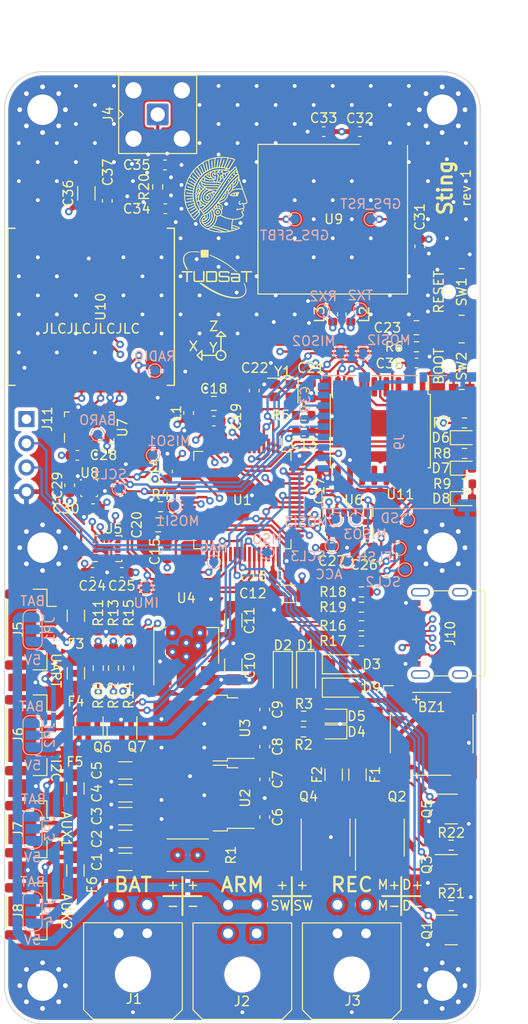
<source format=kicad_pcb>
(kicad_pcb (version 20211014) (generator pcbnew)
  (layers (0 "F.Cu" signal) (1 "In1.Cu" signal) (2 "In2.Cu" signal) (31 "B.Cu" signal) (34 "B.Paste" user) (35 "F.Paste" user) (36 "B.SilkS" user "B.Silkscreen") (37 "F.SilkS" user "F.Silkscreen") (38 "B.Mask" user) (39 "F.Mask" user) (44 "Edge.Cuts" user))
  (net 0 "")
  (net 1 "+5V")
  (net 2 "Net-(BZ1-Pad2)")
  (net 3 "GND")
  (net 4 "+BATT")
  (net 5 "BAT_HIGH")
  (net 6 "+3V3")
  (net 7 "VDDA")
  (net 8 "NRST")
  (net 9 "Net-(C7-Pad2)")
  (net 10 "OSC_OUT")
  (net 11 "LED_RED")
  (net 12 "Net-(D3-Pad2)")
  (net 13 "LED_GREEN")
  (net 14 "LED_YELLOW")
  (net 15 "SWDIO")
  (net 16 "SWCLK")
  (net 17 "Net-(C9-Pad2)")
  (net 18 "/D0+")
  (net 19 "/D0-")
  (net 20 "Net-(C20-Pad1)")
  (net 21 "SPI3_MOSI")
  (net 22 "SPI3_SCL")
  (net 23 "SPI3_MISO")
  (net 24 "Net-(D7-Pad2)")
  (net 25 "Net-(D8-Pad2)")
  (net 26 "+VSW")
  (net 27 "Net-(C21-Pad2)")
  (net 28 "Net-(C34-Pad2)")
  (net 29 "Net-(F4-Pad2)")
  (net 30 "Net-(C35-Pad2)")
  (net 31 "SPI1_CS_SD")
  (net 32 "BZR")
  (net 33 "BOOT")
  (net 34 "OSC_IN")
  (net 35 "USB_D-")
  (net 36 "USB_D+")
  (net 37 "ADC_BAT_LOW")
  (net 38 "ADC_ARM")
  (net 39 "ADC_BAT_HIGH")
  (net 40 "MCO1")
  (net 41 "SPI2_MISO")
  (net 42 "SPI2_MOSI")
  (net 43 "UART2_TX")
  (net 44 "UART2_RX")
  (net 45 "SPI1_SCL")
  (net 47 "SPI1_MOSI")
  (net 48 "Net-(D4-Pad2)")
  (net 49 "SPI1_CS_BARO")
  (net 50 "SPI2_SCL")
  (net 51 "SPI1_CS_MAG")
  (net 52 "SPI1_CS_RADIO")
  (net 53 "UART1_TX")
  (net 54 "UART1_RX")
  (net 55 "Net-(F6-Pad2)")
  (net 56 "SPI1_MISO")
  (net 57 "I2C1_SCL")
  (net 58 "I2C1_SDA")
  (net 59 "SPI1_CS_ACC1")
  (net 60 "SPI2_CS_FLASH")
  (net 65 "Net-(J7-Pad2)")
  (net 66 "Net-(J8-Pad2)")
  (net 67 "MAIN")
  (net 68 "DROGUE")
  (net 73 "Net-(J10-PadA5)")
  (net 75 "Net-(J10-PadB5)")
  (net 77 "Net-(L2-Pad1)")
  (net 78 "Net-(L3-Pad1)")
  (net 79 "GPIO_DROGUE")
  (net 80 "Net-(D5-Pad2)")
  (net 81 "GPIO_MAIN")
  (net 82 "Net-(Q3-Pad3)")
  (net 83 "AUX1")
  (net 84 "AUX2")
  (net 85 "Net-(D6-Pad2)")
  (net 86 "RADIO_IRQ")
  (net 87 "RADIO_BUSY")
  (net 89 "RADIO_RESET")
  (net 90 "SPI3_CS_ACC2")
  (net 108 "Net-(F3-Pad1)")
  (net 109 "Net-(F4-Pad1)")
  (net 110 "Net-(F5-Pad1)")
  (net 111 "Net-(F5-Pad2)")
  (net 112 "Net-(F6-Pad1)")
  (net 113 "Net-(F3-Pad2)")
  (net 114 "Net-(Q1-Pad3)")
  (net 115 "Net-(R4-Pad1)")
  (net 116 "Net-(F1-Pad1)")
  (net 117 "Net-(F2-Pad1)")
  (net 122 "GPS_SAFEBOOT")
  (net 123 "GPS_RESET")
  (footprint "Connector_Molex:Molex_Micro-Fit_3.0_43045-0400_2x02_P3.00mm_Horizontal" (layer "F.Cu") (at 101.5 140.515 180)
    (fp_text reference "J2")
    (fp_text value "Micro-Fit" hide)
  )
  (footprint "Package_CSP:WLCSP-12_1.56x1.56mm_P0.4mm" (layer "F.Cu") (at 83.9 93.75)
    (fp_text reference "U8")
    (fp_text value "BMM150" hide)
  )
  (footprint "MountingHole:MountingHole_3.2mm_M3_Pad_Via" (layer "F.Cu") (at 79 54)
    (fp_text reference "H1" hide)
    (fp_text value "MountingHole_Pad" hide)
  )
  (footprint "Package_TO_SOT_SMD:SOT-23" (layer "F.Cu") (at 83.8 119.45 -90)
    (fp_text reference "Q6")
    (fp_text value "DMN2056U" hide)
  )
  (footprint "Resistor_SMD:R_0603_1608Metric" (layer "F.Cu") (at 88.05 112.65 90)
    (fp_text reference "R14")
    (fp_text value "1k8" hide)
  )
  (footprint "Capacitor_SMD:C_0603_1608Metric" (layer "F.Cu") (at 91.9 64.4 180)
    (fp_text reference "C34")
    (fp_text value "DNP" hide)
  )
  (footprint "Fuse:Fuse_1206_3216Metric" (layer "F.Cu") (at 82.45 133.9 90)
    (fp_text reference "F6")
    (fp_text value "DNP" hide)
  )
  (footprint "Connector_Coaxial:SMA_Amphenol_901-143_Horizontal" (layer "F.Cu") (at 91.1 54.5)
    (fp_text reference "J4")
    (fp_text value "SMA" hide)
    (fp_line (start 4.3 -4.5) (end -4.3 -4.5) (layer "Edge.Cuts") (width 0.1))
  )
  (footprint "MountingHole:MountingHole_3.2mm_M3_Pad_Via" (layer "F.Cu") (at 79 100)
    (fp_text reference "H5" hide)
    (fp_text value "MountingHole_Pad" hide)
  )
  (footprint "Fuse:Fuse_1206_3216Metric" (layer "F.Cu") (at 112.099999 123.849999 90)
    (fp_text reference "F1")
    (fp_text value "10A" hide)
  )
  (footprint "Capacitor_SMD:C_0603_1608Metric" (layer "F.Cu") (at 85.8 63.575 -90)
    (fp_text reference "C37")
    (fp_text value "100n" hide)
  )
  (footprint "Capacitor_SMD:C_0603_1608Metric" (layer "F.Cu") (at 108.55 56.3)
    (fp_text reference "C33")
    (fp_text value "100n" hide)
  )
  (footprint "MountingHole:MountingHole_3.2mm_M3_Pad_Via" (layer "F.Cu") (at 121 54)
    (fp_text reference "H2" hide)
    (fp_text value "MountingHole_Pad" hide)
  )
  (footprint "Connector_Molex:Molex_Micro-Fit_3.0_43045-0400_2x02_P3.00mm_Horizontal" (layer "F.Cu") (at 113 140.515 180)
    (fp_text reference "J3")
    (fp_text value "Micro-Fit" hide)
  )
  (footprint "Capacitor_SMD:C_0603_1608Metric" (layer "F.Cu") (at 84.3 95.9)
    (fp_text reference "C30")
    (fp_text value "100n" hide)
  )
  (footprint "Capacitor_SMD:C_0805_2012Metric" (layer "F.Cu") (at 91.15 97.6 180)
    (fp_text reference "C20")
    (fp_text value "2u2" hide)
  )
  (footprint "Capacitor_SMD:C_0603_1608Metric" (layer "F.Cu") (at 107.249998 83.5 90)
    (fp_text reference "C21")
    (fp_text value "22p" hide)
  )
  (footprint "Capacitor_SMD:C_1206_3216Metric" (layer "F.Cu") (at 83.6 62.775 -90)
    (fp_text reference "C36")
    (fp_text value "10u" hide)
  )
  (footprint "Package_TO_SOT_SMD:SOT-223-3_TabPin2" (layer "F.Cu") (at 94.1 110.3 90)
    (fp_text reference "U4")
    (fp_text value "AZ1117I-3.3" hide)
  )
  (footprint "Resistor_SMD:R_0603_1608Metric" (layer "F.Cu") (at 106.45 117.7)
    (fp_text reference "R3")
    (fp_text value "220" hide)
  )
  (footprint "Resistor_SMD:R_0603_1608Metric" (layer "F.Cu") (at 86.45 112.65 90)
    (fp_text reference "R12")
    (fp_text value "1k8" hide)
  )
  (footprint "Connector_JST:JST_GH_SM04B-GHS-TB_1x04-1MP_P1.25mm_Horizontal" (layer "F.Cu") (at 77.75 108.6 -90)
    (fp_text reference "J5")
    (fp_text value "JST-GH" hide)
  )
  (footprint "Resistor_SMD:R_0603_1608Metric" (layer "F.Cu") (at 86.45 109.65 90)
    (fp_text reference "R13")
    (fp_text value "1k" hide)
  )
  (footprint "Connector_PinHeader_2.54mm:PinHeader_1x04_P2.54mm_Vertical" (layer "F.Cu") (at 77.3 86.5)
    (fp_text reference "J11")
    (fp_text value "SWD Header" hide)
  )
  (footprint "Capacitor_SMD:C_0603_1608Metric" (layer "F.Cu") (at 102.35 124.35 90)
    (fp_text reference "C7")
    (fp_text value "100n" hide)
  )
  (footprint "Diode_SMD:D_SOD-123F" (layer "F.Cu") (at 104.25 113.1 -90)
    (fp_text reference "D2")
    (fp_text value "~" hide)
  )
  (footprint "Resistor_SMD:R_0603_1608Metric" (layer "F.Cu") (at 112.525 104.65 180)
    (fp_text reference "R18")
    (fp_text value "5k1" hide)
  )
  (footprint "Package_TO_SOT_SMD:SOT-23" (layer "F.Cu") (at 121.95 127.45)
    (fp_text reference "Q5")
    (fp_text value "DMN2056U" hide)
  )
  (footprint "Capacitor_SMD:C_0805_2012Metric" (layer "F.Cu") (at 97 84.85 180)
    (fp_text reference "C18")
    (fp_text value "1u" hide)
  )
  (footprint "Resistor_SMD:R_0603_1608Metric" (layer "F.Cu") (at 88.05 109.65 90)
    (fp_text reference "R15")
    (fp_text value "1k" hide)
  )
  (footprint "Capacitor_SMD:C_1206_3216Metric" (layer "F.Cu") (at 87.7 133)
    (fp_text reference "C1")
    (fp_text value "22u" hide)
  )
  (footprint "Package_TO_SOT_SMD:TO-252-2" (layer "F.Cu") (at 95.95 126.3 180)
    (fp_text reference "U2")
    (fp_text value "L7805" hide)
  )
  (footprint "LED_SMD:LED_0603_1608Metric" (layer "F.Cu") (at 109.5 119.35 180)
    (fp_text reference "D4")
    (fp_text value "red" hide)
  )
  (footprint "Fuse:Fuse_1206_3216Metric" (layer "F.Cu") (at 82.5 113.2 90)
    (fp_text reference "F4")
    (fp_text value "DNP" hide)
  )
  (footprint "LED_SMD:LED_0603_1608Metric" (layer "F.Cu") (at 109.5 117.7 180)
    (fp_text reference "D5")
    (fp_text value "red" hide)
  )
  (footprint "Package_LGA:LGA-14_3x2.5mm_P0.5mm_LayoutBorder3x4y" (layer "F.Cu") (at 85.725736 100.1)
    (fp_text reference "U5")
    (fp_text value "LSM6DSR" hide)
  )
  (footprint "Diode_SMD:D_SOD-123F" (layer "F.Cu") (at 106.7 113.1 -90)
    (fp_text reference "D1")
    (fp_text value "~" hide)
  )
  (footprint "Connector_JST:JST_GH_SM02B-GHS-TB_1x02-1MP_P1.25mm_Horizontal" (layer "F.Cu") (at 77.75 138.2 -90)
    (fp_text reference "J8")
    (fp_text value "JST-GH" hide)
  )
  (footprint "Capacitor_SMD:C_1206_3216Metric" (layer "F.Cu") (at 99.05 107.65 90)
    (fp_text reference "C11")
    (fp_text value "22u" hide)
  )
  (footprint "Connector_Molex:Molex_Micro-Fit_3.0_43045-0400_2x02_P3.00mm_Horizontal" (layer "F.Cu") (at 90 140.5 180)
    (fp_text reference "J1")
    (fp_text value "Micro-Fit" hide)
  )
  (footprint "Inductor_SMD:L_0603_1608Metric" (layer "F.Cu") (at 111.4 75.5 -90)
    (fp_text reference "L2")
    (fp_text value "BEAD" hide)
  )
  (footprint "Capacitor_SMD:C_0603_1608Metric" (layer "F.Cu") (at 87.325736 102.6)
    (fp_text reference "C25")
    (fp_text value "100n" hide)
  )
  (footprint "Fuse:Fuse_1206_3216Metric" (layer "F.Cu") (at 82.45 125.3 90)
    (fp_text reference "F5")
    (fp_text value "DNP" hide)
  )
  (footprint "Capacitor_SMD:C_0603_1608Metric" (layer "F.Cu") (at 82.65 90.3 180)
    (fp_text reference "C28")
    (fp_text value "100n" hide)
  )
  (footprint "Capacitor_SMD:C_1206_3216Metric" (layer "F.Cu") (at 99.05 112.4 -90)
    (fp_text reference "C10")
    (fp_text value "10u" hide)
  )
  (footprint "Package_TO_SOT_SMD:SOT-23" (layer "F.Cu") (at 87.35 119.45 -90)
    (fp_text reference "Q7")
    (fp_text value "DMN2056U" hide)
  )
  (footprint "Capacitor_SMD:C_0603_1608Metric" (layer "F.Cu") (at 84.225736 102.6 180)
    (fp_text reference "C24")
    (fp_text value "100n" hide)
  )
  (footprint "Resistor_SMD:R_2512_6332Metric" (layer "F.Cu") (at 94.25 132.3)
    (fp_text reference "R1")
    (fp_text value "10m, 1%, 2W" hide)
  )
  (footprint "MountingHole:MountingHole_3.2mm_M3_Pad_Via" (layer "F.Cu") (at 121 100)
    (fp_text reference "H6" hide)
    (fp_text value "MountingHole_Pad" hide)
  )
  (footprint "Resistor_SMD:R_0603_1608Metric" (layer "F.Cu") (at 84.85 112.65 90)
    (fp_text reference "R10")
    (fp_text value "1k8" hide)
  )
  (footprint "Capacitor_SMD:C_0805_2012Metric" (layer "F.Cu") (at 112.8 100.2)
    (fp_text reference "C26")
    (fp_text value "1u" hide)
  )
  (footprint "Resistor_SMD:R_0603_1608Metric" (layer "F.Cu") (at 112.525 109.8)
    (fp_text reference "R17")
    (fp_text value "22" hide)
  )
  (footprint "Oscillator:Oscillator_SMD_SeikoEpson_SG210-4Pin_2.5x2.0mm" (layer "F.Cu") (at 104.25 83.5 180)
    (fp_text reference "Y1")
    (fp_text value "25M, 18p" hide)
  )
  (footprint "LED_SMD:LED_0603_1608Metric" (layer "F.Cu") (at 123.35 91.65)
    (fp_text reference "D7")
    (fp_text value "yellow" hide)
  )
  (footprint "Capacitor_SMD:C_0603_1608Metric" (layer "F.Cu") (at 104 102.9)
    (fp_text reference "C16")
    (fp_text value "100n" hide)
  )
  (footprint "Resistor_SMD:R_0603_1608Metric" (layer "F.Cu") (at 118.3 78.9)
    (fp_text reference "R6")
    (fp_text value "10k" hide)
  )
  (footprint "Capacitor_SMD:C_0603_1608Metric" (layer "F.Cu") (at 101.25 83.499998 -90)
    (fp_text reference "C22")
    (fp_text value "22p" hide)
  )
  (footprint "Diode_SMD:D_SOD-123F" (layer "F.Cu") (at 110.6 112.25)
    (fp_text reference "D3")
    (fp_text value "~" hide)
  )
  (footprint "Package_QFP:LQFP-64_10x10mm_P0.5mm" (layer "F.Cu") (at 100 95 -90)
    (fp_text reference "U1")
    (fp_text value "STM32F401RCT6" hide)
  )
  (footprint "Package_SO:SO-8_3.9x4.9mm_P1.27mm" (layer "F.Cu") (at 114.45 130.45 90)
    (fp_text reference "Q2")
    (fp_text value "AOSP21321" hide)
  )
  (footprint "Resistor_SMD:R_0603_1608Metric" (layer "F.Cu") (at 106.45 86.1)
    (fp_text reference "R5")
    (fp_text value "330" hide)
  )
  (footprint "Resistor_SMD:R_0603_1608Metric" (layer "F.Cu") (at 121.95 137.6)
    (fp_text reference "R21")
    (fp_text value "1k" hide)
  )
  (footprint "Capacitor_SMD:C_0603_1608Metric" (layer "F.Cu") (at 106.45 87.75 180)
    (fp_text reference "C13")
    (fp_text value "100n" hide)
  )
  (footprint "Package_LGA:LGA-14_3x5mm_P0.8mm_LayoutBorder1x6y" (layer "F.Cu") (at 111.1 97.3 90)
    (fp_text reference "U6")
    (fp_text value "ADXL375" hide)
  )
  (footprint "Capacitor_SMD:C_0603_1608Metric" (layer "F.Cu") (at 102.35 120.9 -90)
    (fp_text reference "C8")
    (fp_text value "330n" hide)
  )
  (footprint "Capacitor_SMD:C_0603_1608Metric" (layer "F.Cu") (at 108.1 91.05 90)
    (fp_text reference "C17")
    (fp_text value "100n" hide)
  )
  (footprint "Capacitor_SMD:C_0603_1608Metric" (layer "F.Cu") (at 109.4 100 180)
    (fp_text reference "C27")
    (fp_text value "100n" hide)
  )
  (footprint "Buzzer_Beeper:MagneticBuzzer_CUI_CMT-8504-100-SMT" (layer "F.Cu") (at 119.9 119.55)
    (fp_text reference "BZ1")
    (fp_text value "Buzzer" hide)
  )
  (footprint "Resistor_SMD:R_0603_1608Metric" (layer "F.Cu") (at 123.35 93.3)
    (fp_text reference "R9")
    (fp_text value "220" hide)
  )
  (footprint "Package_TO_SOT_SMD:TO-252-2" (layer "F.Cu") (at 95.95 118.95 180)
    (fp_text reference "U3")
    (fp_text value "L7805" hide)
  )
  (footprint "Package_TO_SOT_SMD:SOT-23" (layer "F.Cu") (at 121.95 140.15)
    (fp_text reference "Q1")
    (fp_text value "DMN2056U" hide)
  )
  (footprint "RF_GPS:ublox_SAM-M8Q" (layer "F.Cu") (at 109.5 65.5 -90)
    (fp_text reference "U9")
    (fp_text value "SAM-M8Q" hide)
  )
  (footprint "Capacitor_SMD:C_1206_3216Metric" (layer "F.Cu") (at 87.7 130.6)
    (fp_text reference "C2")
    (fp_text value "22u" hide)
  )
  (footprint "Package_SO:SOIC-16W_7.5x10.3mm_P1.27mm" (layer "F.Cu") (at 114.5 87.75 -90)
    (fp_text reference "U11")
    (fp_text value "W25Q256JVF" hide)
  )
  (footprint "MountingHole:MountingHole_3.2mm_M3_Pad_Via" (layer "F.Cu") (at 121 146)
    (fp_text reference "H4" hide)
    (fp_text value "MountingHole_Pad" hide)
  )
  (footprint "Resistor_SMD:R_0603_1608Metric" (layer "F.Cu") (at 91.1 62.1 90)
    (fp_text reference "R20")
    (fp_text value "0" hide)
  )
  (footprint "Capacitor_SMD:C_0603_1608Metric" (layer "F.Cu") (at 92.1 100.4 -90)
    (fp_text reference "C15")
    (fp_text value "100n" hide)
  )
  (footprint "LED_SMD:LED_0603_1608Metric" (layer "F.Cu") (at 123.35 94.85)
    (fp_text reference "D8")
    (fp_text value "green" hide)
  )
  (footprint "Capacitor_SMD:C_0603_1608Metric" (layer "F.Cu") (at 112.35 56.3 180)
    (fp_text reference "C32")
    (fp_text value "100n" hide)
  )
  (footprint "Resistor_SMD:R_0603_1608Metric" (layer "F.Cu") (at 84.85 109.65 90)
    (fp_text reference "R11")
    (fp_text value "1k" hide)
  )
  (footprint "Fuse:Fuse_1206_3216Metric" (layer "F.Cu") (at 109.6 123.85 90)
    (fp_text reference "F2")
    (fp_text value "10A" hide)
  )
  (footprint "Capacitor_SMD:C_0603_1608Metric" (layer "F.Cu") (at 81.85 93.45 -90)
    (fp_text reference "C29")
    (fp_text value "100n" hide)
  )
  (footprint "Connector_JST:JST_GH_SM02B-GHS-TB_1x02-1MP_P1.25mm_Horizontal" (layer "F.Cu") (at 77.75 129.575 -90)
    (fp_text reference "J7")
    (fp_text value "JST-GH" hide)
  )
  (footprint "Capacitor_SMD:C_0603_1608Metric" (layer "F.Cu") (at 102.35 128.3 -90)
    (fp_text reference "C6")
    (fp_text value "330n" hide)
  )
  (footprint "Resistor_SMD:R_0603_1608Metric" (layer "F.Cu") (at 106.425 119.35)
    (fp_text reference "R2")
    (fp_text value "220" hide)
  )
  (footprint "Package_LGA:LGA-8_3x5mm_P1.25mm" (layer "F.Cu") (at 83.9 87.4 90)
    (fp_text reference "U7")
    (fp_text value "MS5611-01BA" hide)
  )
  (footprint "Resistor_SMD:R_0603_1608Metric" (layer "F.Cu") (at 91.4 95.7 180)
    (fp_text reference "R4")
    (fp_text value "10k" hide)
  )
  (footprint "Diode_SMD:D_SOD-123F" (layer "F.Cu") (at 110.6 114.7)
    (fp_text reference "D9")
    (fp_text value "~" hide)
  )
  (footprint "Button_Switch_SMD:Panasonic_EVQPUL_EVQPUC" (layer "F.Cu") (at 123.05 73.1375 -90)
    (fp_text reference "SW1")
    (fp_text value "EVQ-PUC02K" hide)
  )
  (footprint "MountingHole:MountingHole_3.2mm_M3_Pad_Via" (layer "F.Cu") (at 79 146)
    (fp_text reference "H3" hide)
    (fp_text value "MountingHole_Pad" hide)
  )
  (footprint "Resistor_SMD:R_0603_1608Metric" (layer "F.Cu") (at 112.525 108.2 180)
    (fp_text reference "R16")
    (fp_text value "22" hide)
  )
  (footprint "Capacitor_SMD:C_1206_3216Metric" (layer "F.Cu") (at 87.7 128.2)
    (fp_text reference "C3")
    (fp_text value "22u" hide)
  )
  (footprint "Button_Switch_SMD:Panasonic_EVQPUL_EVQPUC" (layer "F.Cu") (at 123.05 80.9375 -90)
    (fp_text reference "SW2")
    (fp_text value "EVQ-PUC02K" hide)
  )
  (footprint "Resistor_SMD:R_0603_1608Metric" (layer "F.Cu") (at 112.525 106.25 180)
    (fp_text reference "R19")
    (fp_text value "5k1" hide)
  )
  (footprint "Capacitor_SMD:C_0603_1608Metric" (layer "F.Cu") (at 97 86.7 180)
    (fp_text reference "C19")
    (fp_text value "100n" hide)
  )
  (footprint "Capacitor_SMD:C_0603_1608Metric" (layer "F.Cu") (at 102.35 117 90)
    (fp_text reference "C9")
    (fp_text value "100n" hide)
  )
  (footprint "Inductor_SMD:L_0603_1608Metric" (layer "F.Cu") (at 94.35 85.85 90)
    (fp_text reference "L1")
    (fp_text value "BEAD" hide)
  )
  (footprint "Capacitor_SMD:C_0603_1608Metric" (layer "F.Cu") (at 118.65 68.35 90)
    (fp_text reference "C31")
    (fp_text value "100n" hide)
  )
  (footprint "Capacitor_SMD:C_1206_3216Metric" (layer "F.Cu") (at 87.7 125.8)
    (fp_text reference "C4")
    (fp_text value "22u" hide)
  )
  (footprint "Connector_JST:JST_GH_SM04B-GHS-TB_1x04-1MP_P1.25mm_Horizontal" (layer "F.Cu") (at 77.75 119.7 -90)
    (fp_text reference "J6")
    (fp_text value "JST-GH" hide)
  )
  (footprint "Resistor_SMD:R_0603_1608Metric" (layer "F.Cu") (at 123.35 90.1)
    (fp_text reference "R8")
    (fp_text value "220" hide)
  )
  (footprint "Capacitor_SMD:C_0603_1608Metric" (layer "F.Cu") (at 118.3 80.6 180)
    (fp_text reference "C38")
    (fp_text value "100n" hide)
  )
  (footprint "Capacitor_SMD:C_0603_1608Metric" (layer "F.Cu") (at 91.875 59.8 180)
    (fp_text reference "C35")
    (fp_text value "DNP" hide)
  )
  (footprint "Resistor_SMD:R_0603_1608Metric" (layer "F.Cu") (at 121.95 131.25)
    (fp_text reference "R22")
    (fp_text value "1k" hide)
  )
  (footprint "Inductor_SMD:L_0603_1608Metric" (layer "F.Cu") (at 109.5 75.5 -90)
    (fp_text reference "L3")
    (fp_text value "BEAD" hide)
  )
  (footprint "Capacitor_SMD:C_0805_2012Metric" (layer "F.Cu") (at 118.3 76.9)
    (fp_text reference "C23")
    (fp_text value "2u2" hide)
  )
  (footprint "RF_Module:Ai-Thinker-Ra-01-LoRa" (layer "F.Cu") (at 84.1 74.7 -90)
    (fp_text reference "U10")
    (fp_text value "Ai-Thinker-Ra-01" hide)
  )
  (footprint "Capacitor_SMD:C_0603_1608Metric" (layer "F.Cu") (at 92.125 92 -90)
    (fp_text reference "C14")
    (fp_text value "100n" hide)
  )
  (footprint "Connector_USB:USB_C_Receptacle_Palconn_UTC16-G" (layer "F.Cu") (at 120.65 109 90)
    (fp_text reference "J10")
    (fp_text value "USB_C_Receptacle_USB2.0" hide)
  )
  (footprint "LED_SMD:LED_0603_1608Metric" (layer "F.Cu") (at 123.35 88.45)
    (fp_text reference "D6")
    (fp_text value "red" hide)
  )
  (footprint "Package_TO_SOT_SMD:SOT-23" (layer "F.Cu") (at 121.95 133.8)
    (fp_text reference "Q3")
    (fp_text value "DMN2056U" hide)
  )
  (footprint "Fuse:Fuse_1206_3216Metric" (layer "F.Cu") (at 82.5 107.15 -90)
    (fp_text reference "F3")
    (fp_text value "DNP" hide)
  )
  (footprint "Resistor_SMD:R_0603_1608Metric" (layer "F.Cu") (at 123.35 86.9)
    (fp_text reference "R7")
    (fp_text value "220" hide)
  )
  (footprint "Capacitor_SMD:C_1206_3216Metric" (layer "F.Cu") (at 87.7 123.4)
    (fp_text reference "C5")
    (fp_text value "22u" hide)
  )
  (footprint "Capacitor_SMD:C_1206_3216Metric" (layer "F.Cu") (at 104.8 104.85)
    (fp_text reference "C12")
    (fp_text value "4u7" hide)
  )
  (footprint "Package_SO:SO-8_3.9x4.9mm_P1.27mm" (layer "F.Cu") (at 108.75 130.45 90)
    (fp_text reference "Q4")
    (fp_text value "AOSP21321" hide)
  )
  (footprint "TestPoint:TestPoint_Pad_D1.0mm" (layer "B.Cu") (at 116.5 100.1)
    (fp_text reference "TP12" hide)
    (fp_text value "TestPoint" hide)
  )
  (footprint "TestPoint:TestPoint_Pad_D1.0mm" (layer "B.Cu") (at 97 101.5 180)
    (fp_text reference "TP5" hide)
    (fp_text value "TestPoint" hide)
  )
  (footprint "TestPoint:TestPoint_Pad_D1.0mm" (layer "B.Cu") (at 108.5 75.1 180)
    (fp_text reference "TP18" hide)
    (fp_text value "TestPoint" hide)
  )
  (footprint "TestPoint:TestPoint_Pad_D1.0mm" (layer "B.Cu") (at 110.3 79.5 180)
    (fp_text reference "TP11" hide)
    (fp_text value "TestPoint" hide)
  )
  (footprint "TestPoint:TestPoint_Pad_D1.0mm" (layer "B.Cu") (at 90.6 90.3 180)
    (fp_text reference "TP3" hide)
    (fp_text value "TestPoint" hide)
  )
  (footprint "TestPoint:TestPoint_Pad_D1.0mm" (layer "B.Cu") (at 111 101.5 180)
    (fp_text reference "TP16" hide)
    (fp_text value "TestPoint" hide)
  )
  (footprint "TestPoint:TestPoint_Pad_D1.0mm" (layer "B.Cu") (at 92.9 95.6 180)
    (fp_text reference "TP2" hide)
    (fp_text value "TestPoint" hide)
  )
  (footprint "TestPoint:TestPoint_Pad_D1.0mm" (layer "B.Cu") (at 90.8 81.4)
    (fp_text reference "TP7" hide)
    (fp_text value "TestPoint" hide)
  )
  (footprint "Jumper:SolderJumper-3_P1.3mm_Open_RoundedPad1.0x1.5mm_NumberLabels" (layer "B.Cu") (at 77.949999 138.2 90)
    (fp_text reference "JP4")
    (fp_text value "SolderJumper_3_Open" hide)
  )
  (footprint "TestPoint:TestPoint_Pad_D1.0mm" (layer "B.Cu") (at 87 93.8 180)
    (fp_text reference "TP1" hide)
    (fp_text value "TestPoint" hide)
  )
  (footprint "TestPoint:TestPoint_Pad_D1.0mm" (layer "B.Cu") (at 117.1 102.3 180)
    (fp_text reference "TP9" hide)
    (fp_text value "TestPoint" hide)
  )
  (footprint "TestPoint:TestPoint_Pad_D1.0mm" (layer "B.Cu") (at 112 97 180)
    (fp_text reference "TP15" hide)
    (fp_text value "TestPoint" hide)
  )
  (footprint "TestPoint:TestPoint_Pad_D1.0mm" (layer "B.Cu") (at 109.8 97 180)
    (fp_text reference "TP14" hide)
    (fp_text value "TestPoint" hide)
  )
  (footprint "TestPoint:TestPoint_Pad_D1.0mm" (layer "B.Cu") (at 105.5 65.5 180)
    (fp_text reference "TP19" hide)
    (fp_text value "TestPoint" hide)
  )
  (footprint "TestPoint:TestPoint_Pad_D1.0mm" (layer "B.Cu") (at 113.5 65.5 180)
    (fp_text reference "TP20" hide)
    (fp_text value "TestPoint" hide)
  )
  (footprint "TestPoint:TestPoint_Pad_D1.0mm" (layer "B.Cu") (at 84.8 88.1 180)
    (fp_text reference "TP6" hide)
    (fp_text value "TestPoint" hide)
  )
  (footprint "TestPoint:TestPoint_Pad_D1.0mm" (layer "B.Cu") (at 89.9 104.2 180)
    (fp_text reference "TP4" hide)
    (fp_text value "TestPoint" hide)
  )
  (footprint "TestPoint:TestPoint_Pad_D1.0mm" (layer "B.Cu") (at 102.6 100.5 180)
    (fp_text reference "TP21" hide)
    (fp_text value "TestPoint" hide)
  )
  (footprint "Connector_Card:microSD_HC_Hirose_DM3AT-SF-PEJM5" (layer "B.Cu") (at 116.25 88.9 -90)
    (fp_text reference "J9")
    (fp_text value "Micro_SD_Card_Det" hide)
  )
  (footprint "TestPoint:TestPoint_Pad_D1.0mm" (layer "B.Cu") (at 112.4 75 180)
    (fp_text reference "TP17" hide)
    (fp_text value "TestPoint" hide)
  )
  (footprint "Jumper:SolderJumper-3_P1.3mm_Open_RoundedPad1.0x1.5mm_NumberLabels" (layer "B.Cu") (at 77.95 108.6 90)
    (fp_text reference "JP1")
    (fp_text value "SolderJumper_3_Open" hide)
  )
  (footprint "TestPoint:TestPoint_Pad_D1.0mm" (layer "B.Cu") (at 109.4 99.8 180)
    (fp_text reference "TP13" hide)
    (fp_text value "TestPoint" hide)
  )
  (footprint "Capacitor_SMD:C_0603_1608Metric" (layer "B.Cu") (at 106.55 87.3 -90)
    (fp_text reference "C39")
    (fp_text value "100n" hide)
  )
  (footprint "Jumper:SolderJumper-3_P1.3mm_Open_RoundedPad1.0x1.5mm_NumberLabels" (layer "B.Cu") (at 77.95 119.7 90)
    (fp_text reference "JP2")
    (fp_text value "SolderJumper_3_Open" hide)
  )
  (footprint "TestPoint:TestPoint_Pad_D1.0mm" (layer "B.Cu") (at 112.7 79.6 180)
    (fp_text reference "TP10" hide)
    (fp_text value "TestPoint" hide)
  )
  (footprint "TestPoint:TestPoint_Pad_D1.0mm" (layer "B.Cu") (at 117.4 97.1 180)
    (fp_text reference "TP8" hide)
    (fp_text value "TestPoint" hide)
  )
  (footprint "Jumper:SolderJumper-3_P1.3mm_Open_RoundedPad1.0x1.5mm_NumberLabels" (layer "B.Cu") (at 77.949999 129.525001 90)
    (fp_text reference "JP3")
    (fp_text value "SolderJumper_3_Open" hide)
  )
  (gr_line (start 95.75 80.3) (end 95.75 79.3) (layer "F.SilkS") (width 0.15))
  (gr_poly (pts (xy 97.276368 71.004625) (xy 97.288246 71.017352) (xy 97.293682 71.023699) (xy 97.298796 71.030132) (xy 97.303597 71.036725) (xy 97.308095 71.043552) (xy 97.3123 71.050687) (xy 97.316221 71.058203) (xy 97.319868 71.066173) (xy 97.323251 71.074672) (xy 97.32638 71.083773) (xy 97.329264 71.093549) (xy 97.331913 71.104075) (xy 97.334336 71.115424) (xy 97.336543 71.127669) (xy 97.338545 71.140885) (xy 97.34035 71.155144) (xy 97.341968 71.170521) (xy 97.34341 71.187089) (xy 97.344684 71.204922) (xy 97.346769 71.244677) (xy 97.348301 71.290374) (xy 97.349358 71.342604) (xy 97.350017 71.401954) (xy 97.350355 71.469015) (xy 97.350451 71.544374) (xy 97.349783 71.674892) (xy 97.347419 71.780212) (xy 97.342824 71.86358) (xy 97.339521 71.898046) (xy 97.335458 71.928241) (xy 97.330569 71.95457) (xy 97.324785 71.97744) (xy 97.318041 71.997256) (xy 97.310268 72.014423) (xy 97.301399 72.029348) (xy 97.291368 72.042435) (xy 97.280107 72.054091) (xy 97.267548 72.064722) (xy 97.259388 72.070641) (xy 97.255255 72.073335) (xy 97.250967 72.07586) (xy 97.246435 72.07822) (xy 97.241569 72.080422) (xy 97.236281 72.082471) (xy 97.230479 72.084372) (xy 97.224076 72.086132) (xy 97.216981 72.087754) (xy 97.209105 72.089246) (xy 97.200359 72.090611) (xy 97.190653 72.091857) (xy 97.179897 72.092988) (xy 97.168003 72.09401) (xy 97.15488 72.094928) (xy 97.14044 72.095748) (xy 97.124592 72.096476) (xy 97.088317 72.097674) (xy 97.04534 72.098568) (xy 96.994945 72.0992) (xy 96.936416 72.099616) (xy 96.869037 72.099858) (xy 96.704868 72.1) (xy 96.186284 72.1) (xy 96.186284 71.667103) (xy 96.327151 71.667103) (xy 96.329463 71.79639) (xy 96.334213 71.892274) (xy 96.337536 71.922367) (xy 96.341507 71.937722) (xy 96.342916 71.939179) (xy 96.344848 71.940575) (xy 96.347325 71.941909) (xy 96.350374 71.943182) (xy 96.35402 71.944395) (xy 96.358289 71.945547) (xy 96.368792 71.947671) (xy 96.382085 71.949558) (xy 96.398371 71.951209) (xy 96.417851 71.952628) (xy 96.440725 71.953817) (xy 96.467197 71.954779) (xy 96.497466 71.955516) (xy 96.531735 71.95603) (xy 96.570206 71.956325) (xy 96.660557 71.956266) (xy 96.770132 71.95536) (xy 97.182882 71.950069) (xy 97.182882 71.103402) (xy 96.777187 71.098111) (xy 96.585199 71.097146) (xy 96.513203 71.097955) (xy 96.455718 71.099654) (xy 96.411628 71.102262) (xy 96.379816 71.1058) (xy 96.359166 71.110289) (xy 96.352678 71.112896) (xy 96.348562 71.115749) (xy 96.344161 71.128624) (xy 96.340228 71.156567) (xy 96.333817 71.249144) (xy 96.329432 71.376447) (xy 96.327175 71.521444) (xy 96.327151 71.667103) (xy 96.186284 71.667103) (xy 96.186284 70.953472) (xy 97.223451 70.953472)) (layer "F.SilkS") (width 0.01) (fill solid))
  (gr_line (start 97.75 79.3) (end 97.75 77.8) (layer "F.SilkS") (width 0.15))
  (gr_poly (pts (xy 96.185375 68.714545) (xy 96.306449 68.717742) (xy 96.354512 68.719878) (xy 96.392136 68.722262) (xy 96.417729 68.724812) (xy 96.425517 68.726123) (xy 96.429701 68.727444) (xy 96.431158 68.728838) (xy 96.432554 68.73072) (xy 96.433888 68.733114) (xy 96.435161 68.736043) (xy 96.436374 68.73953) (xy 96.437526 68.743598) (xy 96.43965 68.753572) (xy 96.441537 68.76615) (xy 96.443188 68.781518) (xy 96.444607 68.799863) (xy 96.445796 68.821371) (xy 96.446758 68.846227) (xy 96.447495 68.874618) (xy 96.44801 68.90673) (xy 96.448305 68.942749) (xy 96.448383 68.98286) (xy 96.448246 69.02725) (xy 96.44734 69.129611) (xy 96.442048 69.515902) (xy 96.055757 69.521194) (xy 95.880195 69.522186) (xy 95.811865 69.521442) (xy 95.755895 69.519871) (xy 95.711833 69.517473) (xy 95.679221 69.514249) (xy 95.657607 69.510197) (xy 95.650781 69.507861) (xy 95.646534 69.505319) (xy 95.644757 69.503694) (xy 95.64306 69.501786) (xy 95.641442 69.499582) (xy 95.639903 69.497068) (xy 95.638439 69.494229) (xy 95.63705 69.491052) (xy 95.635735 69.487523) (xy 95.63449 69.483629) (xy 95.633316 69.479354) (xy 95.632209 69.474686) (xy 95.630194 69.464112) (xy 95.628433 69.451797) (xy 95.626911 69.43763) (xy 95.625617 69.421498) (xy 95.624537 69.403292) (xy 95.623659 69.3829) (xy 95.62297 69.360212) (xy 95.622456 69.335114) (xy 95.622105 69.307498) (xy 95.62184 69.244263) (xy 95.62184 69.000847) (xy 95.344909 68.976152) (xy 95.207522 68.965317) (xy 95.075613 68.957935) (xy 94.950856 68.953983) (xy 94.834925 68.953442) (xy 94.729495 68.956291) (xy 94.636239 68.96251) (xy 94.556833 68.972077) (xy 94.522847 68.978109) (xy 94.492951 68.984972) (xy 94.443766 68.999142) (xy 94.396137 69.015157) (xy 94.35013 69.032961) (xy 94.305813 69.052495) (xy 94.263254 69.073704) (xy 94.222518 69.096531) (xy 94.183674 69.120918) (xy 94.146788 69.146808) (xy 94.111928 69.174146) (xy 94.079161 69.202874) (xy 94.048553 69.232935) (xy 94.020174 69.264272) (xy 93.994088 69.296829) (xy 93.970364 69.330549) (xy 93.949069 69.365375) (xy 93.93027 69.401249) (xy 93.922779 69.417121) (xy 93.916146 69.431894) (xy 93.910318 69.445917) (xy 93.905245 69.45954) (xy 93.900875 69.473112) (xy 93.897156 69.486981) (xy 93.894037 69.501495) (xy 93.891465 69.517005) (xy 93.889389 69.533858) (xy 93.887758 69.552403) (xy 93.886519 69.57299) (xy 93.885622 69.595966) (xy 93.885014 69.621682) (xy 93.884644 69.650485) (xy 93.884409 69.718749) (xy 93.885302 69.784857) (xy 93.886917 69.839493) (xy 93.889649 69.885406) (xy 93.891557 69.90595) (xy 93.89389 69.925345) (xy 93.896699 69.943933) (xy 93.900033 69.962059) (xy 93.90394 69.980066) (xy 93.90847 69.998298) (xy 93.919594 70.036811) (xy 93.933798 70.080347) (xy 93.960202 70.149931) (xy 93.991235 70.223938) (xy 94.026072 70.300674) (xy 94.063885 70.378444) (xy 94.103848 70.455552) (xy 94.145134 70.530304) (xy 94.186916 70.601004) (xy 94.228368 70.665958) (xy 94.244935 70.69191) (xy 94.260035 70.716477) (xy 94.273357 70.739101) (xy 94.284592 70.759223) (xy 94.293428 70.776287) (xy 94.299557 70.789733) (xy 94.301509 70.794925) (xy 94.302668 70.799004) (xy 94.302995 70.801899) (xy 94.302834 70.802881) (xy 94.302451 70.803541) (xy 94.301878 70.804032) (xy 94.301155 70.804512) (xy 94.299278 70.805439) (xy 94.296858 70.80632) (xy 94.293935 70.807152) (xy 94.290546 70.807932) (xy 94.286731 70.808657) (xy 94.282528 70.809326) (xy 94.277977 70.809935) (xy 94.273116 70.810483) (xy 94.267983 70.810965) (xy 94.262618 70.811381) (xy 94.257058 70.811727) (xy 94.251344 70.812) (xy 94.245514 70.812199) (xy 94.239606 70.81232) (xy 94.233659 70.812361) (xy 94.225997 70.812201) (xy 94.218541 70.811704) (xy 94.211267 70.810843) (xy 94.204156 70.809591) (xy 94.197183 70.80792) (xy 94.190329 70.805803) (xy 94.18357 70.803213) (xy 94.176884 70.800124) (xy 94.17025 70.796507) (xy 94.163646 70.792336) (xy 94.15705 70.787584) (xy 94.15044 70.782223) (xy 94.143793 70.776227) (xy 94.137088 70.769567) (xy 94.130303 70.762218) (xy 94.123416 70.754152) (xy 94.116405 70.745342) (xy 94.109248 70.735761) (xy 94.101923 70.725381) (xy 94.094409 70.714175) (xy 94.086682 70.702117) (xy 94.078721 70.68918) (xy 94.062011 70.660556) (xy 94.044102 70.628088) (xy 94.024818 70.591558) (xy 94.003983 70.550749) (xy 93.981423 70.505444) (xy 93.949126 70.43781) (xy 93.919663 70.37299) (xy 93.892975 70.310739) (xy 93.869003 70.25081) (xy 93.847687 70.192959) (xy 93.828967 70.136939) (xy 93.812785 70.082506) (xy 93.799081 70.029414) (xy 93.787796 69.977418) (xy 93.778869 69.926272) (xy 93.772242 69.87573) (xy 93.767855 69.825548) (xy 93.765649 69.775479) (xy 93.765564 69.725278) (xy 93.767541 69.6747) (xy 93.77152 69.6235) (xy 93.775462 69.589927) (xy 93.780667 69.557012) (xy 93.787127 69.524764) (xy 93.794833 69.493189) (xy 93.803779 69.462295) (xy 93.813956 69.432089) (xy 93.825355 69.402579) (xy 93.837969 69.373772) (xy 93.85179 69.345675) (xy 93.86681 69.318296) (xy 93.883019 69.291643) (xy 93.900412 69.265723) (xy 93.918978 69.240543) (xy 93.938711 69.216111) (xy 93.959602 69.192433) (xy 93.981644 69.169519) (xy 94.004827 69.147374) (xy 94.029144 69.126007) (xy 94.054587 69.105424) (xy 94.081148 69.085634) (xy 94.108819 69.066643) (xy 94.137592 69.04846) (xy 94.167458 69.031091) (xy 94.198409 69.014544) (xy 94.263536 68.983946) (xy 94.332909 68.956725) (xy 94.406462 68.932941) (xy 94.484132 68.912652) (xy 94.527146 68.904321) (xy 94.576229 68.897184) (xy 94.630506 68.891235) (xy 94.689101 68.886469) (xy 94.815739 68.880468) (xy 94.949137 68.879138) (xy 95.082286 68.882439) (xy 95.20818 68.890328) (xy 95.266217 68.89598) (xy 95.319812 68.902765) (xy 95.368089 68.910675) (xy 95.410173 68.919708) (xy 95.471055 68.93561) (xy 95.525488 68.950355) (xy 95.591854 68.969097) (xy 95.594268 68.970025) (xy 95.596551 68.970818) (xy 95.598707 68.971464) (xy 95.600739 68.971953) (xy 95.602651 68.972272) (xy 95.604446 68.97241) (xy 95.606128 68.972357) (xy 95.607701 68.972101) (xy 95.608448 68.971893) (xy 95.609168 68.97163) (xy 95.609863 68.971311) (xy 95.610533 68.970933) (xy 95.611178 68.970497) (xy 95.611798 68.97) (xy 95.612395 68.96944) (xy 95.612969 68.968818) (xy 95.614047 68.967376) (xy 95.615038 68.965663) (xy 95.615944 68.963668) (xy 95.616769 68.96138) (xy 95.617516 68.958786) (xy 95.618189 68.955877) (xy 95.618792 68.952639) (xy 95.619328 68.949063) (xy 95.619801 68.945137) (xy 95.620214 68.94085) (xy 95.620571 68.93619) (xy 95.620875 68.931145) (xy 95.62113 68.925706) (xy 95.62134 68.91986) (xy 95.621637 68.906902) (xy 95.621794 68.892183) (xy 95.62184 68.875611) (xy 95.621845 68.846464) (xy 95.622298 68.821033) (xy 95.622896 68.809632) (xy 95.623851 68.799065) (xy 95.625245 68.7893) (xy 95.627159 68.780305) (xy 95.629675 68.77205) (xy 95.632875 68.764502) (xy 95.63684 68.757629) (xy 95.641653 68.751401) (xy 95.647394 68.745785) (xy 95.654146 68.74075) (xy 95.66199 68.736263) (xy 95.671008 68.732295) (xy 95.681282 68.728811) (xy 95.692894 68.725782) (xy 95.705924 68.723176) (xy 95.720456 68.72096) (xy 95.73657 68.719104) (xy 95.754348 68.717575) (xy 95.773873 68.716341) (xy 95.795225 68.715372) (xy 95.843739 68.7141) (xy 95.900545 68.713505) (xy 96.041646 68.713333)) (layer "F.SilkS") (width 0.01) (fill solid))
  (gr_line (start 95.25 79.8) (end 95.75 80.3) (layer "F.SilkS") (width 0.15))
  (gr_line (start 107.2 136.6) (end 103.2 136.6) (layer "F.SilkS") (width 0.2))
  (gr_poly (pts (xy 97.942896 58.954396) (xy 98.046923 58.960157) (xy 98.270603 58.981444) (xy 98.502249 59.013236) (xy 98.726414 59.052519) (xy 98.927651 59.096278) (xy 99.014846 59.118893) (xy 99.090516 59.141497) (xy 99.152732 59.163712) (xy 99.199562 59.185161) (xy 99.229076 59.205468) (xy 99.236736 59.215075) (xy 99.239343 59.224255) (xy 99.213473 59.272372) (xy 99.14507 59.390147) (xy 98.935926 59.74236) (xy 98.72242 60.096264) (xy 98.648567 60.216154) (xy 98.615066 60.267229) (xy 98.614244 60.268027) (xy 98.61337 60.268777) (xy 98.612443 60.269479) (xy 98.611459 60.270134) (xy 98.610414 60.270741) (xy 98.609306 60.271301) (xy 98.608131 60.271814) (xy 98.606886 60.27228) (xy 98.605567 60.272699) (xy 98.604172 60.273071) (xy 98.602696 60.273396) (xy 98.601138 60.273675) (xy 98.599493 60.273907) (xy 98.597759 60.274093) (xy 98.595932 60.274232) (xy 98.594008 60.274325) (xy 98.58986 60.274374) (xy 98.585288 60.274239) (xy 98.580267 60.273923) (xy 98.574771 60.273424) (xy 98.568772 60.272746) (xy 98.562247 60.271888) (xy 98.555168 60.270851) (xy 98.547509 60.269637) (xy 98.523374 60.266062) (xy 98.499537 60.26328) (xy 98.476065 60.261282) (xy 98.453027 60.260062) (xy 98.43049 60.259612) (xy 98.408521 60.259925) (xy 98.387187 60.260994) (xy 98.366556 60.262812) (xy 98.346696 60.26537) (xy 98.327673 60.268662) (xy 98.309555 60.272681) (xy 98.29241 60.277419) (xy 98.276305 60.282868) (xy 98.261307 60.289023) (xy 98.247485 60.295875) (xy 98.234904 60.303417) (xy 98.224818 60.310012) (xy 98.222847 60.311406) (xy 98.221156 60.312723) (xy 98.219773 60.313974) (xy 98.218728 60.315172) (xy 98.218342 60.315754) (xy 98.218051 60.316327) (xy 98.21786 60.316892) (xy 98.217772 60.317451) (xy 98.21779 60.318006) (xy 98.217919 60.318558) (xy 98.218162 60.319108) (xy 98.218523 60.319658) (xy 98.219005 60.32021) (xy 98.219613 60.320764) (xy 98.221218 60.321887) (xy 98.223367 60.32304) (xy 98.226092 60.324234) (xy 98.22942 60.325481) (xy 98.233381 60.326793) (xy 98.238006 60.328182) (xy 98.243323 60.329659) (xy 98.256152 60.332929) (xy 98.272105 60.336697) (xy 98.291419 60.341059) (xy 98.314328 60.346109) (xy 98.37188 60.358656) (xy 98.423384 60.3707) (xy 98.484907 60.386318) (xy 98.548729 60.40349) (xy 98.607131 60.420197) (xy 98.629844 60.426896) (xy 98.649995 60.432487) (xy 98.668043 60.436759) (xy 98.676422 60.438335) (xy 98.684446 60.439503) (xy 98.692173 60.440236) (xy 98.69966 60.440508) (xy 98.706964 60.440293) (xy 98.714143 60.439565) (xy 98.721253 60.438297) (xy 98.728352 60.436462) (xy 98.735497 60.434036) (xy 98.742745 60.430991) (xy 98.750154 60.427301) (xy 98.75778 60.422939) (xy 98.765681 60.417881) (xy 98.773913 60.412099) (xy 98.782535 60.405567) (xy 98.791602 60.398258) (xy 98.801174 60.390147) (xy 98.811305 60.381208) (xy 98.833479 60.360737) (xy 98.858582 60.336636) (xy 98.919401 60.276702) (xy 99.000482 60.197188) (xy 99.071541 60.129271) (xy 99.132867 60.072706) (xy 99.184748 60.027247) (xy 99.227473 59.992652) (xy 99.245493 59.979352) (xy 99.261332 59.968676) (xy 99.275026 59.960593) (xy 99.286612 59.955074) (xy 99.296126 59.952086) (xy 99.303603 59.951601) (xy 99.305795 59.951924) (xy 99.307924 59.952426) (xy 99.308975 59.952773) (xy 99.310023 59.953198) (xy 99.311071 59.953711) (xy 99.312125 59.954325) (xy 99.313188 59.955049) (xy 99.314265 59.955895) (xy 99.315359 59.956875) (xy 99.316475 59.957997) (xy 99.317618 59.959275) (xy 99.318791 59.960718) (xy 99.319999 59.962338) (xy 99.321246 59.964145) (xy 99.322535 59.966151) (xy 99.323873 59.968366) (xy 99.325261 59.970802) (xy 99.326706 59.973469) (xy 99.329779 59.979541) (xy 99.333126 59.98667) (xy 99.33678 59.994944) (xy 99.340775 60.00445) (xy 99.345146 60.015276) (xy 99.349925 60.027509) (xy 99.355147 60.041237) (xy 99.360845 60.056548) (xy 99.367053 60.073529) (xy 99.373804 60.092269) (xy 99.381134 60.112853) (xy 99.389074 60.135371) (xy 99.406924 60.186557) (xy 99.427624 60.246528) (xy 99.451444 60.315984) (xy 99.509526 60.486156) (xy 99.616573 60.802626) (xy 99.648485 60.901531) (xy 99.668219 60.969451) (xy 99.674042 60.993799) (xy 99.677448 61.01281) (xy 99.678645 61.027287) (xy 99.677844 61.038034) (xy 99.675252 61.045853) (xy 99.671079 61.051548) (xy 99.658825 61.059776) (xy 99.656789 61.060888) (xy 99.655831 61.061453) (xy 99.654918 61.062044) (xy 99.654055 61.062674) (xy 99.653246 61.063358) (xy 99.652495 61.06411) (xy 99.651806 61.064945) (xy 99.651184 61.065876) (xy 99.650632 61.066919) (xy 99.650154 61.068087) (xy 99.649756 61.069394) (xy 99.649441 61.070856) (xy 99.649213 61.072486) (xy 99.649077 61.074299) (xy 99.649036 61.076308) (xy 99.649096 61.078529) (xy 99.649259 61.080975) (xy 99.64953 61.083661) (xy 99.649914 61.086602) (xy 99.650415 61.089811) (xy 99.651036 61.093302) (xy 99.651782 61.097091) (xy 99.652657 61.10119) (xy 99.653666 61.105616) (xy 99.654812 61.110382) (xy 99.6561 61.115501) (xy 99.657534 61.12099) (xy 99.660856 61.133129) (xy 99.664811 61.146915) (xy 99.669434 61.162461) (xy 99.674757 61.179881) (xy 99.680814 61.199291) (xy 99.687639 61.220805) (xy 99.695265 61.244536) (xy 99.703726 61.2706) (xy 99.713054 61.299111) (xy 99.723284 61.330183) (xy 99.746581 61.40047) (xy 99.773886 61.482374) (xy 99.841588 61.6847) (xy 100.154615 62.609471) (xy 100.262158 62.918075) (xy 100.337575 63.125678) (xy 100.440707 63.39857) (xy 100.462932 63.460118) (xy 100.481196 63.516931) (xy 100.495457 63.569158) (xy 100.505673 63.616947) (xy 100.5118 63.660447) (xy 100.513318 63.680634) (xy 100.513797 63.699804) (xy 100.513234 63.717975) (xy 100.511621 63.735167) (xy 100.508955 63.751397) (xy 100.50523 63.766685) (xy 100.50044 63.781048) (xy 100.49458 63.794505) (xy 100.487645 63.807074) (xy 100.479629 63.818775) (xy 100.470528 63.829625) (xy 100.460336 63.839643) (xy 100.449047 63.848848) (xy 100.436656 63.857258) (xy 100.423159 63.864892) (xy 100.408549 63.871767) (xy 100.392821 63.877904) (xy 100.375971 63.883319) (xy 100.338879 63.892062) (xy 100.297232 63.898143) (xy 100.285407 63.8997) (xy 100.274002 63.901731) (xy 100.263028 63.90422) (xy 100.252492 63.907151) (xy 100.242405 63.910509) (xy 100.232776 63.914278) (xy 100.223615 63.918441) (xy 100.214931 63.922984) (xy 100.206733 63.927889) (xy 100.199032 63.933142) (xy 100.191836 63.938726) (xy 100.185154 63.944626) (xy 100.178997 63.950825) (xy 100.173374 63.957308) (xy 100.168294 63.964059) (xy 100.163766 63.971062) (xy 100.159801 63.978301) (xy 100.156408 63.985761) (xy 100.153595 63.993425) (xy 100.151373 64.001277) (xy 100.149751 64.009303) (xy 100.148739 64.017485) (xy 100.148345 64.025809) (xy 100.14858 64.034258) (xy 100.149453 64.042816) (xy 100.150972 64.051467) (xy 100.153149 64.060196) (xy 100.155992 64.068987) (xy 100.15951 64.077824) (xy 100.163713 64.086691) (xy 100.168611 64.095572) (xy 100.174213 64.104451) (xy 100.186609 64.123645) (xy 100.197247 64.141762) (xy 100.206119 64.158917) (xy 100.209891 64.167168) (xy 100.213218 64.175221) (xy 100.216099 64.18309) (xy 100.218534 64.190789) (xy 100.220521 64.198331) (xy 100.22206 64.205732) (xy 100.22315 64.213005) (xy 100.223788 64.220164) (xy 100.223976 64.227223) (xy 100.223711 64.234198) (xy 100.222992 64.2411) (xy 100.221819 64.247946) (xy 100.220191 64.254748) (xy 100.218106 64.261522) (xy 100.215563 64.268281) (xy 100.212562 64.275039) (xy 100.209102 64.28181) (xy 100.20518 64.288609) (xy 100.200798 64.295449) (xy 100.195953 64.302345) (xy 100.184871 64.316362) (xy 100.171928 64.33077) (xy 100.157114 64.345684) (xy 100.140358 64.361965) (xy 100.133678 64.368667) (xy 100.128083 64.374562) (xy 100.123535 64.379767) (xy 100.121642 64.382147) (xy 100.119998 64.384397) (xy 100.118597 64.386532) (xy 100.117435 64.388567) (xy 100.116508 64.390516) (xy 100.115811 64.392393) (xy 100.115339 64.394213) (xy 100.115088 64.395991) (xy 100.115053 64.397739) (xy 100.115229 64.399474) (xy 100.115613 64.40121) (xy 100.1162 64.40296) (xy 100.116984 64.404739) (xy 100.117962 64.406563) (xy 100.119129 64.408444) (xy 100.12048 64.410398) (xy 100.123717 64.414582) (xy 100.127636 64.419229) (xy 100.132201 64.424455) (xy 100.138386 64.43197) (xy 100.144115 64.439881) (xy 100.149391 64.448145) (xy 100.154217 64.456722) (xy 100.158596 64.465569) (xy 100.162529 64.474644) (xy 100.166021 64.483908) (xy 100.169073 64.493317) (xy 100.17387 64.512406) (xy 100.176941 64.53158) (xy 100.178308 64.550505) (xy 100.177991 64.568851) (xy 100.176013 64.586283) (xy 100.174407 64.594553) (xy 100.172394 64.60247) (xy 100.169976 64.609992) (xy 100.167155 64.617078) (xy 100.163936 64.623687) (xy 100.160319 64.629777) (xy 100.156309 64.635305) (xy 100.151907 64.640232) (xy 100.147116 64.644514) (xy 100.141939 64.648112) (xy 100.136379 64.650982) (xy 100.130438 64.653083) (xy 100.124119 64.654375) (xy 100.117424 64.654814) (xy 100.110625 64.655086) (xy 100.103606 64.655887) (xy 100.096406 64.6572) (xy 100.089063 64.659005) (xy 100.081615 64.661282) (xy 100.0741 64.664013) (xy 100.066555 64.667178) (xy 100.05902 64.670759) (xy 100.051532 64.674735) (xy 100.044129 64.679089) (xy 100.036849 64.683801) (xy 100.02973 64.688851) (xy 100.02281 64.694221) (xy 100.016128 64.699892) (xy 100.009721 64.705843) (xy 100.003628 64.712057) (xy 99.998497 64.717566) (xy 99.994061 64.722447) (xy 99.99033 64.726802) (xy 99.988732 64.728814) (xy 99.987315 64.730735) (xy 99.986078 64.732575) (xy 99.985025 64.734349) (xy 99.984156 64.736069) (xy 99.983472 64.737749) (xy 99.982975 64.7394) (xy 99.982665 64.741036) (xy 99.982545 64.742671) (xy 99.982616 64.744316) (xy 99.982878 64.745985) (xy 99.983334 64.747691) (xy 99.983984 64.749447) (xy 99.98483 64.751265) (xy 99.985873 64.753159) (xy 99.987114 64.755141) (xy 99.988555 64.757225) (xy 99.990197 64.759422) (xy 99.992041 64.761748) (xy 99.994089 64.764213) (xy 99.998801 64.769616) (xy 100.004342 64.775735) (xy 100.010723 64.782674) (xy 100.040213 64.816916) (xy 100.065549 64.851065) (xy 100.086793 64.885061) (xy 100.104011 64.918846) (xy 100.117264 64.952361) (xy 100.126616 64.985544) (xy 100.13213 65.018338) (xy 100.133868 65.050683) (xy 100.131896 65.08252) (xy 100.126275 65.113788) (xy 100.117068 65.144429) (xy 100.104339 65.174383) (xy 100.088152 65.203592) (xy 100.068568 65.231995) (xy 100.045652 65.259533) (xy 100.019467 65.286147) (xy 99.990075 65.311777) (xy 99.95754 65.336364) (xy 99.921926 65.359849) (xy 99.883294 65.382172) (xy 99.841709 65.403274) (xy 99.797234 65.423095) (xy 99.749931 65.441576) (xy 99.699864 65.458659) (xy 99.647097 65.474282) (xy 99.591691 65.488387) (xy 99.533712 65.500915) (xy 99.47322 65.511806) (xy 99.410281 65.521001) (xy 99.344957 65.52844) (xy 99.277311 65.534064) (xy 99.207406 65.537814) (xy 99.154889 65.540024) (xy 99.133557 65.541208) (xy 99.115156 65.542604) (xy 99.099421 65.544331) (xy 99.086086 65.546509) (xy 99.074887 65.549257) (xy 99.070005 65.550882) (xy 99.065559 65.552694) (xy 99.061513 65.554708) (xy 99.057836 65.55694) (xy 99.054494 65.559404) (xy 99.051454 65.562115) (xy 99.048683 65.565087) (xy 99.046147 65.568337) (xy 99.041651 65.575726) (xy 99.0377 65.584403) (xy 99.03403 65.594485) (xy 99.02647 65.619345) (xy 99.009872 65.681836) (xy 98.992824 65.755545) (xy 98.976365 65.834664) (xy 98.961532 65.913384) (xy 98.949362 65.985895) (xy 98.940893 66.046388) (xy 98.937161 66.089054) (xy 98.937396 66.101887) (xy 98.939204 66.108085) (xy 98.940585 66.108832) (xy 98.943694 66.110081) (xy 98.954732 66.113971) (xy 98.971587 66.119525) (xy 98.993526 66.126513) (xy 99.049736 66.14387) (xy 99.117509 66.164201) (xy 99.275994 66.212587) (xy 99.410572 66.256864) (xy 99.521734 66.297256) (xy 99.568688 66.316066) (xy 99.609974 66.333988) (xy 99.645652 66.35105) (xy 99.675784 66.367282) (xy 99.700433 66.38271) (xy 99.719658 66.397363) (xy 99.733522 66.411269) (xy 99.742087 66.424455) (xy 99.745415 66.436951) (xy 99.743566 66.448783) (xy 99.740559 66.453436) (xy 99.734879 66.458878) (xy 99.715989 66.471946) (xy 99.687885 66.48761) (xy 99.651553 66.505495) (xy 99.607983 66.525225) (xy 99.558162 66.546425) (xy 99.443719 66.591732) (xy 99.316129 66.638412) (xy 99.183296 66.683462) (xy 99.053124 66.723876) (xy 98.991506 66.741406) (xy 98.933517 66.756651) (xy 98.771578 66.792877) (xy 98.597371 66.824149) (xy 98.41647 66.849953) (xy 98.234452 66.869776) (xy 98.05689 66.883104) (xy 97.889361 66.889422) (xy 97.737438 66.888217) (xy 97.669071 66.884632) (xy 97.606697 66.878974) (xy 97.586455 66.876916) (xy 97.552207 66.87368) (xy 97.460841 66.865453) (xy 97.277048 66.844682) (xy 97.097133 66.815232) (xy 96.922012 66.77761) (xy 96.752602 66.732324) (xy 96.589817 66.679883) (xy 96.434573 66.620795) (xy 96.287786 66.555569) (xy 96.259879 66.541179) (xy 96.447734 66.541179) (xy 96.44806 66.542231) (xy 96.448702 66.54322) (xy 96.44965 66.544155) (xy 96.452408 66.545901) (xy 96.456233 66.547545) (xy 96.461022 66.549161) (xy 96.475955 66.554224) (xy 96.50444 66.564225) (xy 96.585705 66.593254) (xy 96.655498 66.617432) (xy 96.726834 66.640265) (xy 96.799598 66.661734) (xy 96.873675 66.681818) (xy 96.94895 66.700497) (xy 97.025307 66.717751) (xy 97.18081 66.747907) (xy 97.339264 66.772125) (xy 97.499749 66.790247) (xy 97.661344 66.802112) (xy 97.74227 66.805649) (xy 97.823129 66.807562) (xy 97.853731 66.807896) (xy 97.877217 66.807904) (xy 97.894201 66.807502) (xy 97.900447 66.80712) (xy 97.905298 66.806603) (xy 97.908831 66.80594) (xy 97.911123 66.80512) (xy 97.911828 66.804648) (xy 97.912251 66.804133) (xy 97.912402 66.803573) (xy 97.912291 66.802967) (xy 97.91132 66.801612) (xy 97.909416 66.800057) (xy 97.906655 66.798291) (xy 97.903114 66.796304) (xy 97.87656 66.784038) (xy 97.835897 66.76797) (xy 97.719186 66.726561) (xy 97.566856 66.676353) (xy 97.392778 66.62162) (xy 97.210828 66.566638) (xy 97.034879 66.515683) (xy 96.878804 66.473029) (xy 96.756478 66.442953) (xy 96.727212 66.436616) (xy 96.714942 66.434262) (xy 96.703859 66.432518) (xy 96.693669 66.431435) (xy 96.688818 66.431158) (xy 96.684081 66.431065) (xy 96.679422 66.431163) (xy 96.674803 66.431459) (xy 96.670188 66.431958) (xy 96.665542 66.432667) (xy 96.660826 66.433592) (xy 96.656005 66.434741) (xy 96.645902 66.437731) (xy 96.63494 66.441689) (xy 96.622826 66.446665) (xy 96.609268 66.452712) (xy 96.593975 66.459878) (xy 96.557012 66.477778) (xy 96.518716 66.496591) (xy 96.489558 66.511371) (xy 96.478152 66.517437) (xy 96.468725 66.522721) (xy 96.461177 66.527298) (xy 96.455406 66.531245) (xy 96.45131 66.534636) (xy 96.448788 66.537547) (xy 96.448086 66.538846) (xy 96.447738 66.540053) (xy 96.447734 66.541179) (xy 96.259879 66.541179) (xy 96.150371 66.484712) (xy 96.023245 66.408732) (xy 95.907322 66.328139) (xy 95.803519 66.24344) (xy 95.712751 66.155144) (xy 95.635934 66.063758) (xy 95.573983 65.969791) (xy 95.548868 65.921999) (xy 95.527814 65.873752) (xy 95.510934 65.825113) (xy 95.498343 65.776148) (xy 95.493684 65.751339) (xy 95.490184 65.726404) (xy 95.487832 65.701363) (xy 95.486617 65.67624) (xy 95.486587 65.66788) (xy 95.568671 65.66788) (xy 95.570991 65.707316) (xy 95.576384 65.746741) (xy 95.584835 65.786122) (xy 95.59633 65.82542) (xy 95.610853 65.864603) (xy 95.628392 65.903633) (xy 95.64893 65.942475) (xy 95.672453 65.981094) (xy 95.698948 66.019455) (xy 95.728398 66.057521) (xy 95.760791 66.095258) (xy 95.79611 66.13263) (xy 95.834342 66.169601) (xy 95.875473 66.206136) (xy 95.919487 66.242199) (xy 95.966369 66.277755) (xy 96.016107 66.312768) (xy 96.068684 66.347203) (xy 96.124086 66.381025) (xy 96.1823 66.414197) (xy 96.243309 66.446685) (xy 96.275677 66.463588) (xy 96.288508 66.470232) (xy 96.299582 66.475689) (xy 96.309256 66.479972) (xy 96.317887 66.483092) (xy 96.321923 66.48422) (xy 96.325833 66.485063) (xy 96.329662 66.485622) (xy 96.333453 66.485898) (xy 96.337252 66.485893) (xy 96.341104 66.485609) (xy 96.345052 66.485047) (xy 96.349143 66.48421) (xy 96.357929 66.481712) (xy 96.367818 66.478129) (xy 96.37917 66.473474) (xy 96.392342 66.46776) (xy 96.425575 66.453202) (xy 96.470387 66.432961) (xy 96.514257 66.4113) (xy 96.557159 66.388256) (xy 96.599065 66.363866) (xy 96.608385 66.358007) (xy 96.766694 66.358007) (xy 96.766924 66.358393) (xy 96.767386 66.358828) (xy 96.768075 66.359313) (xy 96.77011 66.360419) (xy 96.772982 66.361698) (xy 96.776646 66.363135) (xy 96.781056 66.364716) (xy 96.786166 66.366427) (xy 96.79193 66.368253) (xy 96.805238 66.372197) (xy 96.820613 66.376434) (xy 96.837688 66.380849) (xy 96.856097 66.38533) (xy 96.992051 66.420194) (xy 97.154475 66.46619) (xy 97.332606 66.519843) (xy 97.515679 66.577675) (xy 97.69293 66.636211) (xy 97.853595 66.691974) (xy 97.986909 66.741488) (xy 98.082107 66.781277) (xy 98.091274 66.785228) (xy 98.100768 66.78861) (xy 98.110869 66.791415) (xy 98.121855 66.793635) (xy 98.134005 66.795263) (xy 98.147596 66.796291) (xy 98.162908 66.796712) (xy 98.180218 66.796518) (xy 98.199805 66.795701) (xy 98.221948 66.794253) (xy 98.246926 66.792167) (xy 98.275015 66.789436) (xy 98.306496 66.786052) (xy 98.341646 66.782007) (xy 98.424067 66.771903) (xy 98.478726 66.764708) (xy 98.524172 66.758132) (xy 98.555667 66.752901) (xy 98.564702 66.751018) (xy 98.567282 66.750299) (xy 98.568472 66.749743) (xy 98.560076 66.74472) (xy 98.532377 66.733935) (xy 98.427156 66.697629) (xy 98.074044 66.583898) (xy 97.638546 66.449299) (xy 97.250075 66.334586) (xy 97.032801 66.272944) (xy 96.969012 66.25664) (xy 96.945447 66.251845) (xy 96.926338 66.249184) (xy 96.910861 66.24858) (xy 96.898193 66.249955) (xy 96.887511 66.253231) (xy 96.877992 66.258331) (xy 96.868812 66.265176) (xy 96.859147 66.27369) (xy 96.835072 66.29541) (xy 96.809298 66.317744) (xy 96.787816 66.336928) (xy 96.779386 66.344701) (xy 96.77287 66.35092) (xy 96.768548 66.355329) (xy 96.767298 66.356775) (xy 96.766702 66.357674) (xy 96.766694 66.358007) (xy 96.608385 66.358007) (xy 96.639949 66.338168) (xy 96.679785 66.311198) (xy 96.718546 66.282993) (xy 96.756205 66.253591) (xy 96.828114 66.191344) (xy 96.846557 66.173063) (xy 96.972457 66.173063) (xy 96.972577 66.173296) (xy 96.97667 66.174792) (xy 96.986986 66.177951) (xy 97.023525 66.188472) (xy 97.07667 66.2033) (xy 97.140899 66.220872) (xy 97.433729 66.304315) (xy 97.791096 66.412041) (xy 98.160951 66.528035) (xy 98.491243 66.636287) (xy 98.573062 66.663767) (xy 98.636464 66.684374) (xy 98.684909 66.698794) (xy 98.704604 66.703896) (xy 98.721858 66.707708) (xy 98.737104 66.710315) (xy 98.750773 66.711801) (xy 98.763299 66.712254) (xy 98.775115 66.711757) (xy 98.786652 66.710396) (xy 98.798344 66.708258) (xy 98.823921 66.701988) (xy 98.843725 66.696538) (xy 98.860406 66.691611) (xy 98.867027 66.689513) (xy 98.87221 66.687749) (xy 98.875735 66.686387) (xy 98.876807 66.685877) (xy 98.877383 66.685493) (xy 98.877524 66.685222) (xy 98.87763 66.684732) (xy 98.87774 66.683118) (xy 98.877717 66.680694) (xy 98.877566 66.677508) (xy 98.876902 66.669029) (xy 98.875787 66.658047) (xy 98.87426 66.644927) (xy 98.872364 66.630034) (xy 98.870136 66.613735) (xy 98.867618 66.596393) (xy 98.859825 66.537725) (xy 98.853855 66.478239) (xy 98.852464 66.457992) (xy 98.931153 66.457992) (xy 98.931153 66.465047) (xy 98.933155 66.483214) (xy 98.941441 66.546034) (xy 98.95032 66.605988) (xy 98.957883 66.650893) (xy 98.960574 66.663896) (xy 98.961542 66.667369) (xy 98.96222 66.668569) (xy 98.965206 66.667813) (xy 98.972759 66.665646) (xy 98.999537 66.657688) (xy 99.038504 66.645909) (xy 99.085612 66.631526) (xy 99.172405 66.604991) (xy 99.235141 66.58513) (xy 99.257929 66.577162) (xy 99.27523 66.570217) (xy 99.287222 66.564077) (xy 99.291281 66.561243) (xy 99.294079 66.558529) (xy 99.295637 66.555908) (xy 99.295978 66.553355) (xy 99.295124 66.550842) (xy 99.293096 66.548341) (xy 99.289916 66.545827) (xy 99.285607 66.543272) (xy 99.273689 66.537931) (xy 99.257516 66.532103) (xy 99.237266 66.525574) (xy 99.185236 66.509545) (xy 99.097902 66.482464) (xy 99.032893 66.462847) (xy 98.987021 66.450359) (xy 98.970265 66.446685) (xy 98.957098 66.444668) (xy 98.947122 66.444267) (xy 98.939938 66.445441) (xy 98.937268 66.446605) (xy 98.935147 66.448148) (xy 98.933525 66.450062) (xy 98.932352 66.452345) (xy 98.931153 66.457992) (xy 98.852464 66.457992) (xy 98.84971 66.417922) (xy 98.847389 66.356762) (xy 98.846895 66.294747) (xy 98.847299 66.275699) (xy 98.928957 66.275699) (xy 98.929022 66.289375) (xy 98.929323 66.301413) (xy 98.929637 66.306874) (xy 98.930098 66.311992) (xy 98.930738 66.316792) (xy 98.931586 66.321294) (xy 98.932672 66.325523) (xy 98.934026 66.329499) (xy 98.935678 66.333247) (xy 98.937657 66.336788) (xy 98.939993 66.340145) (xy 98.942717 66.343341) (xy 98.945857 66.346399) (xy 98.949445 66.34934) (xy 98.953509 66.352187) (xy 98.95808 66.354964) (xy 98.963187 66.357692) (xy 98.968861 66.360395) (xy 98.975131 66.363094) (xy 98.982027 66.365813) (xy 98.989579 66.368573) (xy 98.997816 66.371399) (xy 99.016468 66.377333) (xy 99.03822 66.383796) (xy 99.091984 66.399033) (xy 99.126418 66.408929) (xy 99.161855 66.419546) (xy 99.23169 66.441615) (xy 99.264063 66.452404) (xy 99.293389 66.462589) (xy 99.318657 66.471837) (xy 99.338853 66.479817) (xy 99.369336 66.492668) (xy 99.381661 66.49769) (xy 99.392536 66.501741) (xy 99.402329 66.504791) (xy 99.406935 66.505932) (xy 99.41141 66.506814) (xy 99.415798 66.507431) (xy 99.420148 66.507781) (xy 99.424504 66.507861) (xy 99.428913 66.507666) (xy 99.433421 66.507194) (xy 99.438075 66.506441) (xy 99.44292 66.505403) (xy 99.448003 66.504077) (xy 99.459067 66.500548) (xy 99.471635 66.495826) (xy 99.486079 66.489883) (xy 99.502767 66.482691) (xy 99.544354 66.464452) (xy 99.570829 66.452712) (xy 99.581328 66.447791) (xy 99.590038 66.443389) (xy 99.596986 66.439423) (xy 99.599807 66.437577) (xy 99.602198 66.435808) (xy 99.604161 66.434105) (xy 99.605701 66.432458) (xy 99.606821 66.430857) (xy 99.607523 66.42929) (xy 99.607812 66.427748) (xy 99.60769 66.42622) (xy 99.607162 66.424694) (xy 99.606229 66.423161) (xy 99.604897 66.42161) (xy 99.603168 66.420031) (xy 99.601046 66.418412) (xy 99.598533 66.416743) (xy 99.592351 66.413215) (xy 99.584649 66.409361) (xy 99.564794 66.400337) (xy 99.510063 66.378601) (xy 99.429372 66.349565) (xy 99.228827 66.282163) (xy 99.128327 66.250085) (xy 99.04058 66.223281) (xy 98.975263 66.204893) (xy 98.95404 66.199837) (xy 98.942054 66.198065) (xy 98.941107 66.198116) (xy 98.940204 66.198272) (xy 98.939342 66.198537) (xy 98.938522 66.198918) (xy 98.937742 66.199418) (xy 98.937001 66.200042) (xy 98.936299 66.200796) (xy 98.935636 66.201683) (xy 98.935009 66.20271) (xy 98.934418 66.203879) (xy 98.933863 66.205198) (xy 98.933343 66.206669) (xy 98.932856 66.208299) (xy 98.932402 66.210091) (xy 98.931981 66.212051) (xy 98.931591 66.214184) (xy 98.931231 66.216494) (xy 98.930902 66.218986) (xy 98.930601 66.221665) (xy 98.930329 66.224536) (xy 98.930083 66.227603) (xy 98.929865 66.230872) (xy 98.929672 66.234347) (xy 98.929503 66.238034) (xy 98.929239 66.246058) (xy 98.929064 66.254985) (xy 98.928972 66.264852) (xy 98.928957 66.275699) (xy 98.847299 66.275699) (xy 98.848228 66.231863) (xy 98.851389 66.168099) (xy 98.85638 66.103443) (xy 98.863202 66.037881) (xy 98.871855 65.971402) (xy 98.882342 65.903993) (xy 98.894662 65.835642) (xy 98.908818 65.766336) (xy 98.92481 65.696063) (xy 98.94264 65.624811) (xy 98.962308 65.552567) (xy 98.962773 65.550868) (xy 98.96317 65.549266) (xy 98.963488 65.547758) (xy 98.963714 65.546338) (xy 98.963838 65.545003) (xy 98.963846 65.543749) (xy 98.963727 65.542572) (xy 98.96347 65.541468) (xy 98.963286 65.540942) (xy 98.963062 65.540433) (xy 98.962798 65.53994) (xy 98.962491 65.539463) (xy 98.962142 65.539001) (xy 98.961747 65.538554) (xy 98.961305 65.538121) (xy 98.960815 65.537702) (xy 98.959686 65.536903) (xy 98.958347 65.536153) (xy 98.956787 65.535448) (xy 98.954992 65.534784) (xy 98.952952 65.534157) (xy 98.950655 65.533563) (xy 98.948089 65.532998) (xy 98.945241 65.532458) (xy 98.942101 65.53194) (xy 98.938656 65.531438) (xy 98.934894 65.530949) (xy 98.930804 65.53047) (xy 98.92159 65.529522) (xy 98.910921 65.528563) (xy 98.8987 65.52756) (xy 98.884833 65.526482) (xy 98.820218 65.520416) (xy 98.754065 65.512027) (xy 98.686609 65.501387) (xy 98.618084 65.488569) (xy 98.548727 65.473645) (xy 98.478773 65.456688) (xy 98.408457 65.437771) (xy 98.338015 65.416966) (xy 98.267681 65.394346) (xy 98.197692 65.369982) (xy 98.128281 65.343949) (xy 98.059686 65.316318) (xy 97.99214 65.287163) (xy 97.92588 65.256555) (xy 97.86114 65.224567) (xy 97.798156 65.191271) (xy 97.758753 65.169829) (xy 97.742616 65.161259) (xy 97.728524 65.154051) (xy 97.716228 65.148148) (xy 97.705479 65.143495) (xy 97.696028 65.140038) (xy 97.687627 65.137722) (xy 97.680027 65.13649) (xy 97.676449 65.136264) (xy 97.672979 65.136288) (xy 97.669584 65.136557) (xy 97.666234 65.137062) (xy 97.659545 65.138755) (xy 97.652662 65.141312) (xy 97.645335 65.144679) (xy 97.628361 65.15362) (xy 97.616586 65.159686) (xy 97.604156 65.165501) (xy 97.591146 65.171045) (xy 97.577632 65.1763) (xy 97.563689 65.181247) (xy 97.549394 65.185865) (xy 97.534822 65.190138) (xy 97.520049 65.194045) (xy 97.505151 65.197567) (xy 97.490203 65.200687) (xy 97.475281 65.203384) (xy 97.460462 65.205639) (xy 97.44582 65.207434) (xy 97.431431 65.20875) (xy 97.417372 65.209568) (xy 97.403718 65.209869) (xy 97.394489 65.209921) (xy 97.386393 65.21014) (xy 97.382742 65.210364) (xy 97.379338 65.210693) (xy 97.376171 65.211148) (xy 97.373229 65.21175) (xy 97.3705 65.212521) (xy 97.367972 65.21348) (xy 97.365633 65.214651) (xy 97.363472 65.216053) (xy 97.361477 65.217707) (xy 97.359636 65.219636) (xy 97.357937 65.22186) (xy 97.356369 65.224399) (xy 97.354919 65.227277) (xy 97.353577 65.230512) (xy 97.35233 65.234127) (xy 97.351166 65.238143) (xy 97.350074 65.242581) (xy 97.349042 65.247462) (xy 97.348058 65.252806) (xy 97.34711 65.258636) (xy 97.345277 65.271837) (xy 97.343448 65.287231) (xy 97.339426 65.325281) (xy 97.332881 65.379475) (xy 97.324478 65.433136) (xy 97.314231 65.486223) (xy 97.302158 65.538698) (xy 97.288272 65.590522) (xy 97.27259 65.641658) (xy 97.255129 65.692065) (xy 97.235903 65.741706) (xy 97.214929 65.790542) (xy 97.192222 65.838533) (xy 97.167798 65.885642) (xy 97.141673 65.93183) (xy 97.113863 65.977057) (xy 97.084383 66.021286) (xy 97.05325 66.064478) (xy 97.020479 66.106593) (xy 97.010198 66.119467) (xy 97.000751 66.131592) (xy 96.992335 66.142694) (xy 96.985144 66.152501) (xy 96.979377 66.160738) (xy 96.975229 66.167132) (xy 96.973824 66.169552) (xy 96.972897 66.171409) (xy 96.972473 66.172668) (xy 96.972457 66.173063) (xy 96.846557 66.173063) (xy 96.895298 66.124752) (xy 96.957547 66.054113) (xy 97.014648 65.979722) (xy 97.066388 65.901878) (xy 97.112556 65.820875) (xy 97.133484 65.779283) (xy 97.152939 65.737012) (xy 97.170895 65.6941) (xy 97.187326 65.650585) (xy 97.202204 65.606502) (xy 97.215504 65.56189) (xy 97.227198 65.516785) (xy 97.237261 65.471224) (xy 97.245665 65.425245) (xy 97.252385 65.378885) (xy 97.257393 65.33218) (xy 97.260664 65.285168) (xy 97.262228 65.252473) (xy 97.262678 65.239162) (xy 97.262824 65.227641) (xy 97.262604 65.217734) (xy 97.261956 65.209263) (xy 97.260817 65.202053) (xy 97.260044 65.198866) (xy 97.259125 65.195927) (xy 97.258052 65.193216) (xy 97.256818 65.19071) (xy 97.255415 65.188386) (xy 97.253835 65.186224) (xy 97.252069 65.1842) (xy 97.250112 65.182293) (xy 97.245588 65.178741) (xy 97.2402 65.175392) (xy 97.233887 65.17207) (xy 97.218235 65.164798) (xy 97.207871 65.15983) (xy 97.196591 65.153919) (xy 97.184758 65.147287) (xy 97.172734 65.140152) (xy 97.16088 65.132737) (xy 97.14956 65.125261) (xy 97.139134 65.117946) (xy 97.129965 65.111011) (xy 97.122778 65.105354) (xy 97.116479 65.100624) (xy 97.113641 65.09866) (xy 97.111 65.096991) (xy 97.108546 65.095639) (xy 97.106271 65.094625) (xy 97.104167 65.093969) (xy 97.103177 65.093783) (xy 97.102225 65.093694) (xy 97.101312 65.093706) (xy 97.100437 65.09382) (xy 97.099597 65.09404) (xy 97.098793 65.094369) (xy 97.098023 65.094808) (xy 97.097286 65.095361) (xy 97.09658 65.09603) (xy 97.095906 65.096818) (xy 97.095261 65.097727) (xy 97.094645 65.098761) (xy 97.093495 65.101211) (xy 97.092447 65.10419) (xy 97.091493 65.107718) (xy 97.090623 65.111817) (xy 97.08983 65.116508) (xy 97.089104 65.121812) (xy 97.088437 65.12775) (xy 97.087821 65.134343) (xy 97.087247 65.141614) (xy 97.086191 65.158269) (xy 97.0852 65.177884) (xy 97.083137 65.226676) (xy 97.077295 65.311618) (xy 97.066778 65.393997) (xy 97.051608 65.47378) (xy 97.031807 65.550931) (xy 97.007395 65.625417) (xy 96.978394 65.697204) (xy 96.944825 65.766256) (xy 96.90671 65.83254) (xy 96.86407 65.896022) (xy 96.816927 65.956667) (xy 96.7653 66.014441) (xy 96.709213 66.069309) (xy 96.648686 66.121238) (xy 96.583741 66.170194) (xy 96.514398 66.216141) (xy 96.44068 66.259046) (xy 96.422356 66.268765) (xy 96.405419 66.277052) (xy 96.389568 66.283868) (xy 96.381955 66.286713) (xy 96.3745 66.289174) (xy 96.367166 66.291249) (xy 96.359914 66.292932) (xy 96.352706 66.294217) (xy 96.345506 66.295101) (xy 96.338274 66.295578) (xy 96.330974 66.295643) (xy 96.323567 66.295292) (xy 96.316016 66.29452) (xy 96.308283 66.293322) (xy 96.30033 66.291692) (xy 96.292119 66.289626) (xy 96.283613 66.28712) (xy 96.274774 66.284168) (xy 96.265564 66.280765) (xy 96.245879 66.272589) (xy 96.224257 66.262552) (xy 96.200395 66.250615) (xy 96.173991 66.236739) (xy 96.144743 66.220886) (xy 96.100704 66.195643) (xy 96.059 66.169473) (xy 96.019645 66.142439) (xy 95.996163 66.12477) (xy 96.141663 66.12477) (xy 96.142383 66.127127) (xy 96.143843 66.129564) (xy 96.146052 66.132102) (xy 96.14902 66.134762) (xy 96.152757 66.137565) (xy 96.157272 66.140533) (xy 96.162575 66.143686) (xy 96.175584 66.150633) (xy 96.191859 66.158577) (xy 96.211478 66.167686) (xy 96.261058 66.19008) (xy 96.274726 66.196166) (xy 96.286992 66.201387) (xy 96.298083 66.205714) (xy 96.308224 66.209118) (xy 96.313009 66.210465) (xy 96.317642 66.211571) (xy 96.322151 66.212431) (xy 96.326564 66.213042) (xy 96.330909 66.213402) (xy 96.335215 66.213505) (xy 96.33951 66.213349) (xy 96.343822 66.212929) (xy 96.34818 66.212243) (xy 96.352612 66.211286) (xy 96.357145 66.210056) (xy 96.36181 66.208547) (xy 96.366633 66.206758) (xy 96.371642 66.204684) (xy 96.382336 66.199666) (xy 96.394118 66.193466) (xy 96.407213 66.186055) (xy 96.421848 66.177403) (xy 96.43825 66.167482) (xy 96.489001 66.13495) (xy 96.537534 66.100515) (xy 96.583829 66.064256) (xy 96.627866 66.026249) (xy 96.669624 65.986573) (xy 96.709083 65.945304) (xy 96.746222 65.90252) (xy 96.781021 65.8583) (xy 96.81346 65.812719) (xy 96.843517 65.765855) (xy 96.871173 65.717787) (xy 96.896408 65.668591) (xy 96.919199 65.618344) (xy 96.939528 65.567126) (xy 96.957374 65.515012) (xy 96.972715 65.46208) (xy 96.985533 65.408408) (xy 96.995805 65.354073) (xy 97.003513 65.299152) (xy 97.008635 65.243724) (xy 97.011151 65.187866) (xy 97.01104 65.131654) (xy 97.008282 65.075167) (xy 97.002857 65.018481) (xy 96.994743 64.961675) (xy 96.983922 64.904826) (xy 96.970371 64.848012) (xy 96.954072 64.791309) (xy 96.94213 64.75592) (xy 97.038284 64.75592) (xy 97.039261 64.786921) (xy 97.042744 64.817789) (xy 97.048765 64.848337) (xy 97.057355 64.87838) (xy 97.068546 64.907732) (xy 97.082369 64.936207) (xy 97.098855 64.96362) (xy 97.118036 64.989785) (xy 97.139942 65.014516) (xy 97.164606 65.037628) (xy 97.192058 65.058935) (xy 97.22233 65.078251) (xy 97.255454 65.095391) (xy 97.29146 65.110169) (xy 97.304874 65.114354) (xy 97.319756 65.117801) (xy 97.335898 65.120522) (xy 97.353095 65.122528) (xy 97.37114 65.12383) (xy 97.389824 65.124441) (xy 97.408943 65.124371) (xy 97.428288 65.123631) (xy 97.447654 65.122235) (xy 97.466832 65.120191) (xy 97.485618 65.117513) (xy 97.503803 65.114211) (xy 97.521181 65.110298) (xy 97.537545 65.105783) (xy 97.552688 65.100679) (xy 97.566404 65.094998) (xy 97.599066 65.078218) (xy 97.628951 65.059419) (xy 97.656096 65.038769) (xy 97.680537 65.016434) (xy 97.70231 64.992583) (xy 97.721452 64.967382) (xy 97.737997 64.940998) (xy 97.751983 64.9136) (xy 97.763445 64.885354) (xy 97.77242 64.856428) (xy 97.778943 64.826988) (xy 97.783051 64.797204) (xy 97.78478 64.76724) (xy 97.784166 64.737266) (xy 97.781245 64.707449) (xy 97.776053 64.677955) (xy 97.768626 64.648952) (xy 97.759 64.620608) (xy 97.747212 64.593089) (xy 97.733297 64.566563) (xy 97.717292 64.541198) (xy 97.699233 64.517161) (xy 97.679155 64.494618) (xy 97.657095 64.473739) (xy 97.633089 64.454688) (xy 97.607174 64.437635) (xy 97.579384 64.422747) (xy 97.549757 64.41019) (xy 97.518328 64.400132) (xy 97.485134 64.392741) (xy 97.45021 64.388184) (xy 97.413593 64.386627) (xy 97.374811 64.388293) (xy 97.337972 64.393167) (xy 97.303106 64.401063) (xy 97.270245 64.411795) (xy 97.239421 64.425179) (xy 97.210665 64.441027) (xy 97.184008 64.459156) (xy 97.159481 64.479378) (xy 97.137116 64.501508) (xy 97.116944 64.525361) (xy 97.098997 64.550751) (xy 97.083306 64.577492) (xy 97.069901 64.605399) (xy 97.058815 64.634286) (xy 97.050079 64.663967) (xy 97.043725 64.694257) (xy 97.039782 64.72497) (xy 97.038284 64.75592) (xy 96.94213 64.75592) (xy 96.935002 64.734795) (xy 96.913142 64.678547) (xy 96.888472 64.622644) (xy 96.86097 64.567163) (xy 96.855045 64.55589) (xy 96.849767 64.546112) (xy 96.844997 64.537824) (xy 96.842758 64.534236) (xy 96.840594 64.531018) (xy 96.838487 64.528169) (xy 96.83642 64.525688) (xy 96.834375 64.523574) (xy 96.832334 64.521826) (xy 96.830281 64.520443) (xy 96.828197 64.519425) (xy 96.826066 64.518771) (xy 96.823869 64.51848) (xy 96.82159 64.51855) (xy 96.819211 64.518982) (xy 96.816714 64.519774) (xy 96.814082 64.520925) (xy 96.811297 64.522435) (xy 96.808343 64.524302) (xy 96.805201 64.526527) (xy 96.801854 64.529107) (xy 96.794477 64.535331) (xy 96.78607 64.542969) (xy 96.76561 64.562458) (xy 96.741367 64.58564) (xy 96.721033 64.604832) (xy 96.70674 64.61804) (xy 96.702525 64.621776) (xy 96.700621 64.623268) (xy 96.700499 64.623423) (xy 96.700463 64.623743) (xy 96.70064 64.624862) (xy 96.701136 64.626591) (xy 96.701938 64.628894) (xy 96.703029 64.63174) (xy 96.704395 64.635093) (xy 96.707891 64.643189) (xy 96.712306 64.652912) (xy 96.71752 64.663991) (xy 96.723414 64.676156) (xy 96.729867 64.689138) (xy 96.755267 64.742596) (xy 96.777732 64.796106) (xy 96.797287 64.8496) (xy 96.813957 64.903009) (xy 96.827768 64.956264) (xy 96.838746 65.009296) (xy 96.846916 65.062037) (xy 96.852303 65.114418) (xy 96.854933 65.16637) (xy 96.854832 65.217823) (xy 96.852025 65.26871) (xy 96.846536 65.318962) (xy 96.838393 65.368509) (xy 96.82762 65.417283) (xy 96.814243 65.465215) (xy 96.798287 65.512236) (xy 96.779778 65.558278) (xy 96.758741 65.603272) (xy 96.735202 65.647148) (xy 96.709187 65.689839) (xy 96.680719 65.731274) (xy 96.649826 65.771386) (xy 96.616533 65.810106) (xy 96.580865 65.847364) (xy 96.542848 65.883093) (xy 96.502506 65.917223) (xy 96.459866 65.949685) (xy 96.414954 65.980411) (xy 96.367794 66.009331) (xy 96.318411 66.036378) (xy 96.266833 66.061481) (xy 96.213083 66.084574) (xy 96.179811 66.098043) (xy 96.166882 66.103646) (xy 96.156526 66.108722) (xy 96.152338 66.111114) (xy 96.148822 66.113438) (xy 96.145987 66.115714) (xy 96.143845 66.117965) (xy 96.142403 66.12021) (xy 96.141673 66.122471) (xy 96.141663 66.12477) (xy 95.996163 66.12477) (xy 95.98265 66.114603) (xy 95.948028 66.086025) (xy 95.915791 66.056768) (xy 95.885951 66.026894) (xy 95.85852 65.996462) (xy 95.83351 65.965537) (xy 95.810933 65.934177) (xy 95.803121 65.921863) (xy 95.904342 65.921863) (xy 95.904735 65.924236) (xy 95.905583 65.926811) (xy 95.906883 65.929602) (xy 95.908633 65.932627) (xy 95.910831 65.935903) (xy 95.913474 65.939445) (xy 95.91656 65.94327) (xy 95.924053 65.951835) (xy 95.933291 65.96173) (xy 95.956929 65.986032) (xy 95.98458 66.014181) (xy 95.996047 66.025303) (xy 96.001355 66.030142) (xy 96.006441 66.034508) (xy 96.011353 66.038404) (xy 96.016137 66.041835) (xy 96.02084 66.044807) (xy 96.025509 66.047324) (xy 96.03019 66.049391) (xy 96.034931 66.051013) (xy 96.039778 66.052195) (xy 96.044778 66.052942) (xy 96.049979 66.053258) (xy 96.055426 66.053149) (xy 96.061167 66.052619) (xy 96.067248 66.051673) (xy 96.073716 66.050317) (xy 96.080618 66.048554) (xy 96.088002 66.04639) (xy 96.095913 66.04383) (xy 96.113505 66.037541) (xy 96.13377 66.029726) (xy 96.183817 66.009672) (xy 96.233331 65.98854) (xy 96.280807 65.965721) (xy 96.326225 65.941263) (xy 96.369568 65.915215) (xy 96.410816 65.887626) (xy 96.449952 65.858542) (xy 96.486956 65.828015) (xy 96.521812 65.796091) (xy 96.5545 65.762819) (xy 96.585002 65.728248) (xy 96.613299 65.692427) (xy 96.639374 65.655403) (xy 96.663207 65.617225) (xy 96.684781 65.577943) (xy 96.704077 65.537604) (xy 96.721077 65.496257) (xy 96.735762 65.45395) (xy 96.748114 65.410732) (xy 96.758115 65.366651) (xy 96.765746 65.321757) (xy 96.770989 65.276097) (xy 96.773825 65.229719) (xy 96.774236 65.182674) (xy 96.772204 65.135008) (xy 96.76771 65.086771) (xy 96.760737 65.038011) (xy 96.751265 64.988776) (xy 96.739276 64.939115) (xy 96.724752 64.889077) (xy 96.707674 64.83871) (xy 96.688025 64.788063) (xy 96.665785 64.737183) (xy 96.660766 64.726335) (xy 96.65629 64.71694) (xy 96.6522 64.709008) (xy 96.650251 64.705593) (xy 96.64834 64.702547) (xy 96.646447 64.699872) (xy 96.644553 64.697567) (xy 96.642637 64.695635) (xy 96.640681 64.694077) (xy 96.638664 64.692893) (xy 96.636567 64.692085) (xy 96.63437 64.691653) (xy 96.632054 64.6916) (xy 96.6296 64.691926) (xy 96.626986 64.692632) (xy 96.624194 64.693719) (xy 96.621205 64.695189) (xy 96.617998 64.697042) (xy 96.614554 64.69928) (xy 96.610853 64.701904) (xy 96.606876 64.704915) (xy 96.598014 64.712102) (xy 96.58781 64.720851) (xy 96.562753 64.743067) (xy 96.55458 64.750378) (xy 96.547477 64.756886) (xy 96.541426 64.762762) (xy 96.538788 64.765516) (xy 96.536407 64.768174) (xy 96.534279 64.770759) (xy 96.532402 64.773291) (xy 96.530773 64.775792) (xy 96.529391 64.778282) (xy 96.528253 64.780783) (xy 96.527357 64.783316) (xy 96.5267 64.785902) (xy 96.526279 64.788562) (xy 96.526093 64.791318) (xy 96.526139 64.79419) (xy 96.526415 64.7972) (xy 96.526918 64.800368) (xy 96.527647 64.803716) (xy 96.528598 64.807265) (xy 96.529769 64.811036) (xy 96.531158 64.81505) (xy 96.532763 64.819328) (xy 96.534581 64.823892) (xy 96.538847 64.833961) (xy 96.543937 64.845425) (xy 96.549833 64.858454) (xy 96.567579 64.900743) (xy 96.582566 64.94319) (xy 96.594838 64.985716) (xy 96.60444 65.028241) (xy 96.611416 65.070687) (xy 96.61581 65.112974) (xy 96.617667 65.155022) (xy 96.617032 65.196751) (xy 96.613948 65.238084) (xy 96.60846 65.278939) (xy 96.600613 65.319238) (xy 96.59045 65.358901) (xy 96.578017 65.397849) (xy 96.563358 65.436003) (xy 96.546516 65.473282) (xy 96.527538 65.509608) (xy 96.506466 65.544901) (xy 96.483346 65.579082) (xy 96.458221 65.612071) (xy 96.431137 65.643789) (xy 96.402137 65.674157) (xy 96.371266 65.703094) (xy 96.338569 65.730522) (xy 96.304089 65.756362) (xy 96.267872 65.780533) (xy 96.229962 65.802957) (xy 96.190402 65.823553) (xy 96.149238 65.842243) (xy 96.106514 65.858947) (xy 96.062275 65.873586) (xy 96.016564 65.88608) (xy 95.969426 65.89635) (xy 95.941639 65.901825) (xy 95.930674 65.904324) (xy 95.921637 65.906837) (xy 95.917836 65.908141) (xy 95.914511 65.909498) (xy 95.911658 65.910924) (xy 95.909275 65.912437) (xy 95.907361 65.914051) (xy 95.905913 65.915785) (xy 95.904929 65.917654) (xy 95.904406 65.919675) (xy 95.904342 65.921863) (xy 95.803121 65.921863) (xy 95.790803 65.902446) (xy 95.77313 65.870406) (xy 95.757927 65.838116) (xy 95.745206 65.80564) (xy 95.73498 65.773038) (xy 95.72726 65.740372) (xy 95.725329 65.728245) (xy 95.805083 65.728245) (xy 95.805263 65.732018) (xy 95.80577 65.736078) (xy 95.806595 65.740444) (xy 95.807728 65.745132) (xy 95.810884 65.755545) (xy 95.815167 65.767455) (xy 95.820506 65.780999) (xy 95.826827 65.796316) (xy 95.830036 65.80366) (xy 95.831631 65.806981) (xy 95.833251 65.810071) (xy 95.834918 65.812933) (xy 95.836655 65.815569) (xy 95.838486 65.817981) (xy 95.840432 65.820173) (xy 95.842517 65.822146) (xy 95.844764 65.823903) (xy 95.847196 65.825446) (xy 95.849834 65.826778) (xy 95.852703 65.827901) (xy 95.855825 65.828817) (xy 95.859224 65.82953) (xy 95.86292 65.830041) (xy 95.866939 65.830354) (xy 95.871302 65.830469) (xy 95.876033 65.830391) (xy 95.881153 65.83012) (xy 95.886687 65.829661) (xy 95.892657 65.829014) (xy 95.899086 65.828184) (xy 95.905997 65.827171) (xy 95.913412 65.825979) (xy 95.921354 65.824609) (xy 95.938913 65.821349) (xy 95.958855 65.81741) (xy 95.981365 65.812811) (xy 96.016304 65.804719) (xy 96.050433 65.79506) (xy 96.083716 65.783883) (xy 96.116119 65.771241) (xy 96.147607 65.757183) (xy 96.178143 65.741761) (xy 96.207695 65.725026) (xy 96.236225 65.707028) (xy 96.263699 65.687817) (xy 96.290083 65.667446) (xy 96.31534 65.645964) (xy 96.339435 65.623423) (xy 96.362335 65.599873) (xy 96.384002 65.575366) (xy 96.404404 65.549951) (xy 96.423503 65.52368) (xy 96.441265 65.496604) (xy 96.457656 65.468773) (xy 96.472639 65.440238) (xy 96.48618 65.411051) (xy 96.498244 65.381261) (xy 96.508795 65.35092) (xy 96.517799 65.320079) (xy 96.52522 65.288788) (xy 96.531023 65.257098) (xy 96.535173 65.22506) (xy 96.537636 65.192725) (xy 96.538375 65.160143) (xy 96.537356 65.127366) (xy 96.534543 65.094445) (xy 96.529902 65.061429) (xy 96.523397 65.02837) (xy 96.520133 65.014935) (xy 96.516224 65.000625) (xy 96.506862 64.970343) (xy 96.496091 64.939446) (xy 96.484689 64.909857) (xy 96.473433 64.883497) (xy 96.468104 64.872129) (xy 96.463104 64.862289) (xy 96.458529 64.854217) (xy 96.454478 64.848154) (xy 96.451047 64.844341) (xy 96.449595 64.843352) (xy 96.448334 64.843016) (xy 96.445935 64.843322) (xy 96.442987 64.844214) (xy 96.435616 64.847616) (xy 96.426557 64.852931) (xy 96.416147 64.859867) (xy 96.404723 64.868134) (xy 96.392622 64.877442) (xy 96.38018 64.887498) (xy 96.367736 64.898014) (xy 96.355624 64.908697) (xy 96.344183 64.919258) (xy 96.333749 64.929404) (xy 96.324658 64.938847) (xy 96.317248 64.947294) (xy 96.311856 64.954455) (xy 96.310022 64.957462) (xy 96.308818 64.960039) (xy 96.308288 64.962149) (xy 96.308472 64.963756) (xy 96.321965 64.998272) (xy 96.333641 65.032172) (xy 96.343509 65.065442) (xy 96.351579 65.098065) (xy 96.357859 65.130027) (xy 96.362358 65.161312) (xy 96.365085 65.191904) (xy 96.36605 65.221789) (xy 96.365261 65.25095) (xy 96.362727 65.279373) (xy 96.358458 65.307042) (xy 96.352462 65.333942) (xy 96.344749 65.360057) (xy 96.335327 65.385372) (xy 96.324206 65.409872) (xy 96.311394 65.433541) (xy 96.296901 65.456364) (xy 96.280735 65.478325) (xy 96.262907 65.49941) (xy 96.243423 65.519602) (xy 96.222295 65.538886) (xy 96.199531 65.557248) (xy 96.175139 65.57467) (xy 96.149129 65.59114) (xy 96.12151 65.60664) (xy 96.092291 65.621155) (xy 96.06148 65.63467) (xy 96.029088 65.64717) (xy 95.995123 65.65864) (xy 95.959593 65.669063) (xy 95.922509 65.678425) (xy 95.883879 65.68671) (xy 95.867913 65.689921) (xy 95.853936 65.692975) (xy 95.841875 65.696007) (xy 95.831659 65.699157) (xy 95.82722 65.700819) (xy 95.823216 65.702562) (xy 95.819637 65.704404) (xy 95.816474 65.706361) (xy 95.813719 65.70845) (xy 95.811361 65.71069) (xy 95.809394 65.713097) (xy 95.807807 65.715689) (xy 95.806591 65.718482) (xy 95.805738 65.721494) (xy 95.805238 65.724743) (xy 95.805083 65.728245) (xy 95.725329 65.728245) (xy 95.722059 65.707704) (xy 95.719389 65.675095) (xy 95.719262 65.642607) (xy 95.72169 65.610301) (xy 95.724714 65.590892) (xy 95.805348 65.590892) (xy 95.805418 65.594931) (xy 95.805978 65.598512) (xy 95.807039 65.601648) (xy 95.80861 65.604353) (xy 95.810701 65.606638) (xy 95.81332 65.608516) (xy 95.816477 65.610001) (xy 95.820182 65.611105) (xy 95.824444 65.611841) (xy 95.829272 65.612222) (xy 95.834676 65.61226) (xy 95.840665 65.611969) (xy 95.854435 65.610447) (xy 95.870658 65.60776) (xy 95.889408 65.604009) (xy 95.910762 65.599298) (xy 95.960314 65.587721) (xy 95.980377 65.582485) (xy 95.997577 65.577296) (xy 96.012123 65.571911) (xy 96.018466 65.56907) (xy 96.024224 65.56609) (xy 96.029423 65.56294) (xy 96.034089 65.559591) (xy 96.038248 65.556013) (xy 96.041926 65.552174) (xy 96.04515 65.548045) (xy 96.047946 65.543597) (xy 96.050339 65.538798) (xy 96.052357 65.533618) (xy 96.054024 65.528028) (xy 96.055368 65.521997) (xy 96.056413 65.515495) (xy 96.057187 65.508492) (xy 96.058025 65.492862) (xy 96.05809 65.474866) (xy 96.056738 65.430809) (xy 96.054494 65.384681) (xy 96.053155 65.364149) (xy 96.051731 65.345981) (xy 96.050264 65.330685) (xy 96.0488 65.318769) (xy 96.047381 65.310738) (xy 96.046702 65.308339) (xy 96.046051 65.307102) (xy 96.043663 65.305537) (xy 96.040583 65.304872) (xy 96.036853 65.305066) (xy 96.032518 65.306078) (xy 96.027619 65.307868) (xy 96.0222 65.310395) (xy 96.016303 65.313619) (xy 96.009972 65.317499) (xy 95.996179 65.327065) (xy 95.981165 65.33877) (xy 95.965272 65.352289) (xy 95.948844 65.367298) (xy 95.932226 65.383472) (xy 95.91576 65.400487) (xy 95.899791 65.418019) (xy 95.884662 65.435743) (xy 95.870716 65.453336) (xy 95.858299 65.470473) (xy 95.847752 65.48683) (xy 95.843288 65.494614) (xy 95.83942 65.502081) (xy 95.829611 65.522524) (xy 95.821354 65.540574) (xy 95.814724 65.556334) (xy 95.809796 65.569905) (xy 95.807994 65.575902) (xy 95.806646 65.58139) (xy 95.805761 65.586383) (xy 95.805348 65.590892) (xy 95.724714 65.590892) (xy 95.726685 65.57824) (xy 95.734261 65.546483) (xy 95.744427 65.515094) (xy 95.757198 65.484134) (xy 95.772585 65.453664) (xy 95.7906 65.423745) (xy 95.811256 65.39444) (xy 95.834564 65.36581) (xy 95.860538 65.337916) (xy 95.889188 65.31082) (xy 95.920527 65.284584) (xy 95.954568 65.259268) (xy 96.019788 65.213478) (xy 96.020121 65.212753) (xy 96.020128 65.211326) (xy 96.019239 65.206547) (xy 96.017273 65.199513) (xy 96.01438 65.190596) (xy 96.006421 65.168603) (xy 95.99657 65.143543) (xy 95.986036 65.118395) (xy 95.97897 65.10268) (xy 96.071789 65.10268) (xy 96.071959 65.104721) (xy 96.072308 65.10714) (xy 96.072828 65.109909) (xy 96.073514 65.113002) (xy 96.074359 65.116392) (xy 96.075354 65.120053) (xy 96.076495 65.123959) (xy 96.077772 65.128082) (xy 96.07918 65.132395) (xy 96.080712 65.136874) (xy 96.08236 65.141489) (xy 96.084117 65.146216) (xy 96.085978 65.151027) (xy 96.091008 65.164466) (xy 96.095868 65.178793) (xy 96.100539 65.193916) (xy 96.105006 65.209746) (xy 96.113257 65.243162) (xy 96.120485 65.278315) (xy 96.126556 65.314481) (xy 96.131334 65.350934) (xy 96.134685 65.386949) (xy 96.135782 65.404566) (xy 96.136472 65.421801) (xy 96.137438 65.452626) (xy 96.138028 65.464859) (xy 96.138802 65.475038) (xy 96.139845 65.483212) (xy 96.140493 65.486563) (xy 96.14124 65.489432) (xy 96.142096 65.491824) (xy 96.143072 65.493745) (xy 96.144178 65.495203) (xy 96.145425 65.496203) (xy 96.146824 65.496751) (xy 96.148384 65.496853) (xy 96.150117 65.496516) (xy 96.152034 65.495745) (xy 96.154143 65.494548) (xy 96.156457 65.49293) (xy 96.16174 65.488455) (xy 96.167966 65.48237) (xy 96.175219 65.474725) (xy 96.193146 65.454952) (xy 96.202405 65.444092) (xy 96.211201 65.432648) (xy 96.21953 65.420657) (xy 96.227386 65.408157) (xy 96.241669 65.381784) (xy 96.254017 65.353834) (xy 96.2644 65.32461) (xy 96.272786 65.294415) (xy 96.279143 65.263555) (xy 96.283439 65.232333) (xy 96.285644 65.201054) (xy 96.285725 65.17002) (xy 96.28365 65.139537) (xy 96.279389 65.109907) (xy 96.272909 65.081436) (xy 96.268827 65.06773) (xy 96.264179 65.054428) (xy 96.258961 65.041566) (xy 96.253167 65.029185) (xy 96.246796 65.017321) (xy 96.239842 65.006013) (xy 96.238913 65.005396) (xy 96.237281 65.005244) (xy 96.234988 65.005533) (xy 96.232076 65.006238) (xy 96.224569 65.008804) (xy 96.215099 65.012753) (xy 96.204008 65.017896) (xy 96.191637 65.024043) (xy 96.164414 65.038592) (xy 96.136156 65.054887) (xy 96.122491 65.063215) (xy 96.109589 65.071411) (xy 96.09779 65.079285) (xy 96.087437 65.086649) (xy 96.078868 65.093313) (xy 96.072425 65.099087) (xy 96.072195 65.099403) (xy 96.072016 65.099836) (xy 96.071886 65.100384) (xy 96.071806 65.101043) (xy 96.071789 65.10268) (xy 95.97897 65.10268) (xy 95.976028 65.096136) (xy 95.971599 65.08702) (xy 95.967754 65.079742) (xy 95.964646 65.074676) (xy 95.963415 65.073088) (xy 95.962424 65.072193) (xy 95.960832 65.071746) (xy 95.958585 65.071939) (xy 95.955717 65.072745) (xy 95.952261 65.074138) (xy 95.943715 65.078577) (xy 95.933211 65.085045) (xy 95.921011 65.093328) (xy 95.907378 65.103214) (xy 95.892576 65.114492) (xy 95.876866 65.126948) (xy 95.860513 65.140371) (xy 95.84378 65.154548) (xy 95.826928 65.169268) (xy 95.810222 65.184317) (xy 95.793924 65.199484) (xy 95.778298 65.214556) (xy 95.763605 65.22932) (xy 95.75011 65.243566) (xy 95.71767 65.280771) (xy 95.688463 65.318356) (xy 95.662474 65.356286) (xy 95.639688 65.394525) (xy 95.620092 65.433038) (xy 95.60367 65.47179) (xy 95.590409 65.510744) (xy 95.580292 65.549866) (xy 95.573307 65.589119) (xy 95.569438 65.628469) (xy 95.568671 65.66788) (xy 95.486587 65.66788) (xy 95.486528 65.651058) (xy 95.487553 65.625838) (xy 95.492902 65.575378) (xy 95.502575 65.525042) (xy 95.51648 65.475009) (xy 95.534529 65.425462) (xy 95.556631 65.376581) (xy 95.582697 65.328547) (xy 95.612636 65.28154) (xy 95.646358 65.235742) (xy 95.683775 65.191334) (xy 95.724795 65.148497) (xy 95.769329 65.107411) (xy 95.817287 65.068257) (xy 95.868579 65.031217) (xy 95.878332 65.024475) (xy 95.88744 65.017941) (xy 95.895703 65.011777) (xy 95.902922 65.006142) (xy 95.908896 65.001197) (xy 95.913425 64.997102) (xy 95.915085 64.995424) (xy 95.916309 64.994018) (xy 95.917071 64.992906) (xy 95.917348 64.992106) (xy 95.91711 64.99056) (xy 95.916315 64.988311) (xy 95.913111 64.981792) (xy 95.907862 64.972722) (xy 95.900692 64.961275) (xy 95.881083 64.931948) (xy 95.857837 64.898843) (xy 95.958615 64.898843) (xy 95.958748 64.900293) (xy 95.959029 64.901812) (xy 95.959457 64.903412) (xy 95.960032 64.905102) (xy 95.960752 64.906893) (xy 95.961617 64.908796) (xy 95.962626 64.910822) (xy 95.963778 64.912982) (xy 95.965074 64.915285) (xy 95.96809 64.920367) (xy 95.975806 64.932727) (xy 95.997071 64.966689) (xy 96.015144 64.995929) (xy 96.021723 65.00703) (xy 96.023156 65.009279) (xy 96.024572 65.011294) (xy 96.026005 65.01306) (xy 96.027488 65.014567) (xy 96.029055 65.015802) (xy 96.029881 65.016313) (xy 96.03074 65.016751) (xy 96.031638 65.017116) (xy 96.032577 65.017404) (xy 96.033563 65.017615) (xy 96.034599 65.017747) (xy 96.03569 65.017799) (xy 96.036841 65.017768) (xy 96.038054 65.017654) (xy 96.039335 65.017455) (xy 96.042115 65.016795) (xy 96.045216 65.015776) (xy 96.048671 65.014386) (xy 96.052514 65.012611) (xy 96.056778 65.01044) (xy 96.061497 65.007861) (xy 96.066705 65.00486) (xy 96.072437 65.001426) (xy 96.078724 64.997546) (xy 96.085602 64.993208) (xy 96.101263 64.983106) (xy 96.119689 64.971023) (xy 96.165918 64.940513) (xy 96.24728 64.885381) (xy 96.327375 64.827999) (xy 96.40641 64.768158) (xy 96.484594 64.70565) (xy 96.562136 64.640266) (xy 96.639243 64.571797) (xy 96.716125 64.500033) (xy 96.763094 64.454041) (xy 96.901658 64.454041) (xy 96.901829 64.458051) (xy 96.902324 64.462174) (xy 96.903138 64.466438) (xy 96.904265 64.470875) (xy 96.9057 64.475514) (xy 96.907439 64.480386) (xy 96.909475 64.485521) (xy 96.911805 64.490949) (xy 96.917322 64.502805) (xy 96.923948 64.516194) (xy 96.931643 64.531359) (xy 96.946153 64.559653) (xy 96.952119 64.57089) (xy 96.957359 64.58025) (xy 96.961974 64.587777) (xy 96.966065 64.593519) (xy 96.967944 64.595734) (xy 96.969731 64.597521) (xy 96.971436 64.598884) (xy 96.973073 64.599829) (xy 96.974654 64.600363) (xy 96.976192 64.600491) (xy 96.977699 64.600218) (xy 96.979188 64.599551) (xy 96.980672 64.598495) (xy 96.982162 64.597056) (xy 96.983672 64.59524) (xy 96.985213 64.593053) (xy 96.988443 64.587586) (xy 96.991952 64.580704) (xy 97.000207 64.562874) (xy 97.005814 64.551198) (xy 97.01227 64.538909) (xy 97.019347 64.526376) (xy 97.026816 64.513968) (xy 97.034448 64.502053) (xy 97.042013 64.491001) (xy 97.049284 64.481179) (xy 97.052737 64.476846) (xy 97.056031 64.472958) (xy 97.058683 64.46963) (xy 97.061105 64.465962) (xy 97.0633 64.461974) (xy 97.065269 64.457685) (xy 97.067015 64.453115) (xy 97.06854 64.448283) (xy 97.069846 64.44321) (xy 97.070935 64.437914) (xy 97.072468 64.426732) (xy 97.073159 64.414896) (xy 97.073021 64.402562) (xy 97.072073 64.389885) (xy 97.070331 64.377023) (xy 97.067811 64.364132) (xy 97.064529 64.351368) (xy 97.060503 64.338888) (xy 97.055748 64.326849) (xy 97.050281 64.315407) (xy 97.044118 64.304718) (xy 97.040782 64.299705) (xy 97.037277 64.294939) (xy 97.036905 64.294683) (xy 97.036352 64.294635) (xy 97.035622 64.294788) (xy 97.034719 64.29514) (xy 97.03365 64.295684) (xy 97.03242 64.296417) (xy 97.029492 64.298431) (xy 97.025976 64.301144) (xy 97.021912 64.30452) (xy 97.01734 64.308521) (xy 97.012298 64.313112) (xy 97.006827 64.318254) (xy 97.000967 64.323913) (xy 96.994756 64.330049) (xy 96.988236 64.336628) (xy 96.981445 64.343613) (xy 96.974423 64.350966) (xy 96.96721 64.35865) (xy 96.959846 64.36663) (xy 96.936161 64.392771) (xy 96.926746 64.403678) (xy 96.918896 64.413465) (xy 96.915545 64.418014) (xy 96.912569 64.422373) (xy 96.909963 64.426573) (xy 96.907722 64.430643) (xy 96.905842 64.434615) (xy 96.904316 64.438517) (xy 96.90314 64.442381) (xy 96.902309 64.446236) (xy 96.901816 64.450113) (xy 96.901658 64.454041) (xy 96.763094 64.454041) (xy 96.79299 64.424767) (xy 96.870046 64.345788) (xy 96.947501 64.262889) (xy 96.97624 64.23085) (xy 97.110404 64.23085) (xy 97.110478 64.235911) (xy 97.110851 64.241194) (xy 97.11152 64.246737) (xy 97.112477 64.252577) (xy 97.113717 64.258752) (xy 97.115235 64.265299) (xy 97.119082 64.279657) (xy 97.123971 64.295951) (xy 97.1367 64.335544) (xy 97.13918 64.343109) (xy 97.141439 64.349685) (xy 97.143587 64.35529) (xy 97.144652 64.357735) (xy 97.145729 64.359944) (xy 97.146833 64.361921) (xy 97.147976 64.363666) (xy 97.149172 64.365184) (xy 97.150434 64.366475) (xy 97.151777 64.367543) (xy 97.153212 64.368389) (xy 97.154755 64.369017) (xy 97.156418 64.369428) (xy 97.158215 64.369626) (xy 97.160159 64.369611) (xy 97.162264 64.369387) (xy 97.164544 64.368957) (xy 97.167011 64.368322) (xy 97.16968 64.367484) (xy 97.172564 64.366447) (xy 97.175676 64.365212) (xy 97.182639 64.36216) (xy 97.190678 64.358346) (xy 97.210414 64.348511) (xy 97.234455 64.336556) (xy 97.255778 64.326222) (xy 97.272064 64.318613) (xy 97.277595 64.316176) (xy 97.280998 64.314834) (xy 97.28171 64.314557) (xy 97.282369 64.314217) (xy 97.282975 64.313812) (xy 97.283528 64.313341) (xy 97.284027 64.312802) (xy 97.284473 64.312194) (xy 97.284866 64.311516) (xy 97.285204 64.310766) (xy 97.285489 64.309941) (xy 97.28572 64.309042) (xy 97.285897 64.308066) (xy 97.286019 64.307012) (xy 97.286087 64.305878) (xy 97.286101 64.304663) (xy 97.28606 64.303366) (xy 97.285964 64.301984) (xy 97.285813 64.300517) (xy 97.285608 64.298962) (xy 97.285347 64.297319) (xy 97.285031 64.295585) (xy 97.284659 64.29376) (xy 97.284232 64.291841) (xy 97.283211 64.287719) (xy 97.281966 64.283205) (xy 97.280496 64.278289) (xy 97.2788 64.272958) (xy 97.276878 64.267199) (xy 97.273531 64.256706) (xy 97.269762 64.243724) (xy 97.266921 64.233261) (xy 97.353782 64.233261) (xy 97.354701 64.243213) (xy 97.356982 64.253642) (xy 97.359017 64.260855) (xy 97.3609 64.267177) (xy 97.362744 64.272676) (xy 97.363688 64.275137) (xy 97.364666 64.277419) (xy 97.365693 64.279529) (xy 97.366782 64.281476) (xy 97.367948 64.283268) (xy 97.369205 64.284914) (xy 97.370569 64.286423) (xy 97.372053 64.287803) (xy 97.373672 64.289063) (xy 97.37544 64.290211) (xy 97.377372 64.291255) (xy 97.379483 64.292205) (xy 97.381785 64.293069) (xy 97.384295 64.293855) (xy 97.387027 64.294573) (xy 97.389994 64.295229) (xy 97.393212 64.295834) (xy 97.396694 64.296396) (xy 97.404512 64.297423) (xy 97.413561 64.29838) (xy 97.43582 64.300354) (xy 97.450409 64.301868) (xy 97.466061 64.303978) (xy 97.482288 64.306588) (xy 97.498601 64.309603) (xy 97.514511 64.312925) (xy 97.529531 64.31646) (xy 97.54317 64.320111) (xy 97.554941 64.323781) (xy 97.572031 64.32953) (xy 97.578956 64.331677) (xy 97.584908 64.333283) (xy 97.587544 64.33387) (xy 97.589967 64.334306) (xy 97.592187 64.334586) (xy 97.594213 64.334704) (xy 97.596056 64.334656) (xy 97.597726 64.334435) (xy 97.599233 64.334037) (xy 97.600587 64.333457) (xy 97.601797 64.332689) (xy 97.602874 64.331727) (xy 97.603828 64.330568) (xy 97.604669 64.329204) (xy 97.605406 64.327632) (xy 97.606051 64.325846) (xy 97.606612 64.32384) (xy 97.6071 64.32161) (xy 97.607896 64.316454) (xy 97.608519 64.310337) (xy 97.609568 64.295048) (xy 97.609856 64.289207) (xy 97.609987 64.283497) (xy 97.609961 64.277915) (xy 97.609778 64.272456) (xy 97.609435 64.267115) (xy 97.608934 64.261888) (xy 97.608272 64.256772) (xy 97.607449 64.251761) (xy 97.606464 64.246853) (xy 97.605317 64.242041) (xy 97.604007 64.237323) (xy 97.602532 64.232693) (xy 97.600893 64.228148) (xy 97.599088 64.223683) (xy 97.597117 64.219295) (xy 97.594978 64.214978) (xy 97.589198 64.205118) (xy 97.582578 64.196092) (xy 97.575189 64.187887) (xy 97.567107 64.180491) (xy 97.558404 64.173893) (xy 97.549154 64.168081) (xy 97.53943 64.163042) (xy 97.529306 64.158765) (xy 97.518854 64.155237) (xy 97.508149 64.152448) (xy 97.497263 64.150385) (xy 97.486271 64.149035) (xy 97.475245 64.148388) (xy 97.464258 64.148431) (xy 97.453385 64.149153) (xy 97.442699 64.15054) (xy 97.432273 64.152582) (xy 97.42218 64.155267) (xy 97.412493 64.158582) (xy 97.403287 64.162516) (xy 97.394635 64.167057) (xy 97.386609 64.172193) (xy 97.379284 64.177911) (xy 97.372733 64.184201) (xy 97.367028 64.191049) (xy 97.362245 64.198445) (xy 97.358455 64.206376) (xy 97.355732 64.21483) (xy 97.35415 64.223796) (xy 97.353782 64.233261) (xy 97.266921 64.233261) (xy 97.2657 64.228764) (xy 97.261473 64.21234) (xy 97.25721 64.194963) (xy 97.253041 64.177146) (xy 97.249092 64.159402) (xy 97.245494 64.142244) (xy 97.239963 64.11567) (xy 97.237486 64.105202) (xy 97.235046 64.096601) (xy 97.233805 64.092997) (xy 97.23253 64.089855) (xy 97.231207 64.087175) (xy 97.229821 64.084954) (xy 97.228358 64.083193) (xy 97.226804 64.081889) (xy 97.225145 64.081041) (xy 97.223365 64.080647) (xy 97.22145 64.080708) (xy 97.219387 64.08122) (xy 97.21716 64.082183) (xy 97.214755 64.083596) (xy 97.212159 64.085458) (xy 97.209355 64.087766) (xy 97.203071 64.093718) (xy 97.195787 64.101443) (xy 97.187388 64.11093) (xy 97.166785 64.135148) (xy 97.14402 64.162404) (xy 97.134966 64.173851) (xy 97.127404 64.184243) (xy 97.124168 64.189137) (xy 97.121289 64.19388) (xy 97.11876 64.198508) (xy 97.116577 64.203059) (xy 97.114732 64.207572) (xy 97.113221 64.212082) (xy 97.112039 64.216627) (xy 97.111179 64.221246) (xy 97.110636 64.225974) (xy 97.110404 64.23085) (xy 96.97624 64.23085) (xy 97.025565 64.175861) (xy 97.104445 64.084493) (xy 97.178514 63.995584) (xy 97.305062 63.995584) (xy 97.30534 64.000815) (xy 97.309889 64.03369) (xy 97.31505 64.073088) (xy 97.316993 64.087582) (xy 97.317967 64.093358) (xy 97.31905 64.098195) (xy 97.319657 64.100271) (xy 97.320321 64.102125) (xy 97.321052 64.103759) (xy 97.32186 64.105178) (xy 97.322755 64.106385) (xy 97.323747 64.107385) (xy 97.324846 64.108182) (xy 97.326062 64.108779) (xy 97.327405 64.10918) (xy 97.328885 64.109389) (xy 97.330512 64.109411) (xy 97.332296 64.109248) (xy 97.334246 64.108905) (xy 97.336374 64.108385) (xy 97.338688 64.107694) (xy 97.341199 64.106834) (xy 97.346852 64.104623) (xy 97.353411 64.101785) (xy 97.369572 64.094353) (xy 97.387303 64.086751) (xy 97.404914 64.080482) (xy 97.422366 64.075514) (xy 97.439621 64.071816) (xy 97.45664 64.069355) (xy 97.473386 64.068102) (xy 97.489821 64.068023) (xy 97.505906 64.069089) (xy 97.521604 64.071267) (xy 97.536875 64.074527) (xy 97.551683 64.078836) (xy 97.565988 64.084164) (xy 97.579753 64.090479) (xy 97.59294 64.09775) (xy 97.60551 64.105945) (xy 97.617426 64.115033) (xy 97.628649 64.124983) (xy 97.63914 64.135763) (xy 97.648863 64.147342) (xy 97.657779 64.159688) (xy 97.665849 64.172771) (xy 97.673035 64.186558) (xy 97.679301 64.201019) (xy 97.684606 64.216121) (xy 97.688913 64.231835) (xy 97.692185 64.248127) (xy 97.694382 64.264967) (xy 97.695467 64.282324) (xy 97.695402 64.300166) (xy 97.694148 64.318462) (xy 97.691668 64.33718) (xy 97.687922 64.356289) (xy 97.687103 64.360415) (xy 97.686811 64.362402) (xy 97.686606 64.364351) (xy 97.686493 64.366272) (xy 97.686477 64.368174) (xy 97.686564 64.370066) (xy 97.68676 64.371958) (xy 97.687069 64.373858) (xy 97.687498 64.375777) (xy 97.688053 64.377724) (xy 97.688738 64.379708) (xy 97.689559 64.381739) (xy 97.690522 64.383825) (xy 97.691632 64.385977) (xy 97.692896 64.388203) (xy 97.694318 64.390514) (xy 97.695904 64.392918) (xy 97.697659 64.395425) (xy 97.69959 64.398044) (xy 97.703998 64.403656) (xy 97.709174 64.40983) (xy 97.715162 64.416641) (xy 97.722005 64.424163) (xy 97.729749 64.432471) (xy 97.738438 64.441642) (xy 97.749973 64.453675) (xy 97.760165 64.464044) (xy 97.76915 64.472707) (xy 97.773232 64.476387) (xy 97.777061 64.479625) (xy 97.780657 64.482416) (xy 97.784034 64.484755) (xy 97.787209 64.486637) (xy 97.790201 64.488057) (xy 97.793024 64.48901) (xy 97.795697 64.48949) (xy 97.798236 64.489493) (xy 97.800657 64.489013) (xy 97.802978 64.488045) (xy 97.805214 64.486585) (xy 97.807384 64.484626) (xy 97.809504 64.482164) (xy 97.81159 64.479194) (xy 97.81366 64.475711) (xy 97.81573 64.471709) (xy 97.817816 64.467184) (xy 97.819936 64.462129) (xy 97.822107 64.456541) (xy 97.826667 64.443743) (xy 97.831631 64.428747) (xy 97.837131 64.411514) (xy 97.843317 64.389946) (xy 97.848241 64.368388) (xy 97.851925 64.346876) (xy 97.854395 64.32545) (xy 97.855674 64.304148) (xy 97.855785 64.283008) (xy 97.854753 64.262067) (xy 97.852602 64.241365) (xy 97.849355 64.220939) (xy 97.845036 64.200828) (xy 97.839669 64.18107) (xy 97.833279 64.161703) (xy 97.825888 64.142765) (xy 97.817521 64.124294) (xy 97.808201 64.106329) (xy 97.797953 64.088908) (xy 97.7868 64.072068) (xy 97.774766 64.055849) (xy 97.761876 64.040289) (xy 97.748152 64.025425) (xy 97.733618 64.011296) (xy 97.7183 63.99794) (xy 97.70222 63.985395) (xy 97.685402 63.973699) (xy 97.66787 63.962891) (xy 97.649648 63.953009) (xy 97.630761 63.94409) (xy 97.61123 63.936174) (xy 97.591082 63.929299) (xy 97.570339 63.923502) (xy 97.549025 63.918821) (xy 97.527165 63.915296) (xy 97.520794 63.914258) (xy 97.51471 63.912889) (xy 97.508919 63.911211) (xy 97.50343 63.90925) (xy 97.49825 63.907028) (xy 97.493387 63.90457) (xy 97.488847 63.9019) (xy 97.484639 63.899041) (xy 97.480769 63.896018) (xy 97.477245 63.892854) (xy 97.474076 63.889574) (xy 97.471267 63.886202) (xy 97.468827 63.88276) (xy 97.466763 63.879274) (xy 97.465083 63.875767) (xy 97.463794 63.872263) (xy 97.462903 63.868785) (xy 97.462419 63.865359) (xy 97.462348 63.862008) (xy 97.462698 63.858755) (xy 97.463476 63.855626) (xy 97.46469 63.852642) (xy 97.466348 63.84983) (xy 97.468456 63.847211) (xy 97.471023 63.844812) (xy 97.474055 63.842654) (xy 97.477561 63.840763) (xy 97.481547 63.839162) (xy 97.486022 63.837875) (xy 97.490992 63.836926) (xy 97.496465 63.83634) (xy 97.502449 63.836139) (xy 97.505574 63.836065) (xy 97.508438 63.835836) (xy 97.509775 63.835658) (xy 97.511052 63.835435) (xy 97.512271 63.835166) (xy 97.513433 63.834848) (xy 97.514539 63.83448) (xy 97.515592 63.83406) (xy 97.516594 63.833586) (xy 97.517545 63.833057) (xy 97.518448 63.83247) (xy 97.519304 63.831823) (xy 97.520116 63.831115) (xy 97.520884 63.830344) (xy 97.521611 63.829508) (xy 97.522299 63.828605) (xy 97.522948 63.827634) (xy 97.523561 63.826591) (xy 97.524127 63.825503) (xy 97.602897 63.825503) (xy 97.603021 63.829126) (xy 97.603446 63.832596) (xy 97.604183 63.835888) (xy 97.605243 63.838973) (xy 97.606636 63.841826) (xy 97.608373 63.84442) (xy 97.610465 63.846729) (xy 97.612921 63.848725) (xy 97.615753 63.850382) (xy 97.618972 63.851674) (xy 97.644718 63.86084) (xy 97.669536 63.871407) (xy 97.693401 63.883313) (xy 97.716291 63.896496) (xy 97.738184 63.910896) (xy 97.759057 63.92645) (xy 97.778887 63.943097) (xy 97.797651 63.960774) (xy 97.815327 63.979422) (xy 97.831893 63.998977) (xy 97.847326 64.019378) (xy 97.861602 64.040563) (xy 97.8747 64.062471) (xy 97.886596 64.085041) (xy 97.897269 64.108209) (xy 97.906695 64.131916) (xy 97.914852 64.156099) (xy 97.921717 64.180696) (xy 97.927268 64.205646) (xy 97.931481 64.230887) (xy 97.934335 64.256357) (xy 97.935807 64.281995) (xy 97.935873 64.30774) (xy 97.934512 64.333529) (xy 97.931701 64.359301) (xy 97.927416 64.384994) (xy 97.921637 64.410546) (xy 97.914339 64.435896) (xy 97.9055 64.460983) (xy 97.895097 64.485744) (xy 97.883109 64.510118) (xy 97.869511 64.534043) (xy 97.858831 64.551747) (xy 97.854564 64.55912) (xy 97.850978 64.565717) (xy 97.848045 64.571697) (xy 97.845739 64.577217) (xy 97.844813 64.579854) (xy 97.844033 64.582435) (xy 97.843396 64.58498) (xy 97.8429 64.587509) (xy 97.84254 64.590041) (xy 97.842314 64.592597) (xy 97.842218 64.595196) (xy 97.842248 64.597858) (xy 97.842401 64.600602) (xy 97.842675 64.603449) (xy 97.843568 64.609528) (xy 97.844901 64.616252) (xy 97.846647 64.623781) (xy 97.851272 64.641883) (xy 97.856934 64.667083) (xy 97.860997 64.692891) (xy 97.863492 64.719165) (xy 97.864447 64.745765) (xy 97.863894 64.772547) (xy 97.861862 64.799371) (xy 97.858382 64.826094) (xy 97.853484 64.852575) (xy 97.847197 64.878671) (xy 97.839553 64.904242) (xy 97.830582 64.929145) (xy 97.820312 64.953238) (xy 97.808775 64.97638) (xy 97.796002 64.998429) (xy 97.782021 65.019243) (xy 97.766863 65.03868) (xy 97.762588 65.043788) (xy 97.758943 65.048313) (xy 97.757374 65.050388) (xy 97.755984 65.052354) (xy 97.75478 65.054222) (xy 97.75377 65.056005) (xy 97.75296 65.057716) (xy 97.752358 65.059365) (xy 97.751972 65.060966) (xy 97.751807 65.06253) (xy 97.751811 65.063303) (xy 97.751872 65.06407) (xy 97.751993 65.064834) (xy 97.752174 65.065597) (xy 97.75272 65.067124) (xy 97.753517 65.068662) (xy 97.754573 65.070225) (xy 97.755894 65.071823) (xy 97.757488 65.073469) (xy 97.759362 65.075176) (xy 97.761524 65.076954) (xy 97.76398 65.078817) (xy 97.766738 65.080777) (xy 97.769805 65.082844) (xy 97.773188 65.085033) (xy 97.776895 65.087354) (xy 97.785308 65.092443) (xy 97.795102 65.098207) (xy 97.806334 65.104745) (xy 97.888444 65.150155) (xy 97.973635 65.192834) (xy 98.061537 65.232693) (xy 98.15178 65.269647) (xy 98.243998 65.303607) (xy 98.337819 65.334486) (xy 98.432877 65.362196) (xy 98.528801 65.386651) (xy 98.625222 65.407763) (xy 98.721772 65.425444) (xy 98.818083 65.439607) (xy 98.913784 65.450164) (xy 99.008507 65.457029) (xy 99.101883 65.460114) (xy 99.193544 65.459331) (xy 99.283119 65.454593) (xy 99.400325 65.442705) (xy 99.508815 65.425772) (xy 99.608279 65.404089) (xy 99.698409 65.377953) (xy 99.778897 65.34766) (xy 99.815428 65.331047) (xy 99.849432 65.313506) (xy 99.880871 65.295074) (xy 99.909707 65.275788) (xy 99.9359 65.255686) (xy 99.959412 65.234803) (xy 99.980204 65.213177) (xy 99.998239 65.190846) (xy 100.013476 65.167846) (xy 100.025878 65.144214) (xy 100.035406 65.119988) (xy 100.042021 65.095203) (xy 100.045685 65.069899) (xy 100.046359 65.044111) (xy 100.044005 65.017876) (xy 100.038583 64.991232) (xy 100.030056 64.964215) (xy 100.018384 64.936863) (xy 100.00353 64.909213) (xy 99.985454 64.881301) (xy 99.964117 64.853165) (xy 99.939482 64.824842) (xy 99.933663 64.81846) (xy 99.928155 64.812221) (xy 99.922966 64.806141) (xy 99.918106 64.800231) (xy 99.913584 64.794507) (xy 99.909408 64.788981) (xy 99.905588 64.783668) (xy 99.902133 64.77858) (xy 99.899052 64.773733) (xy 99.896353 64.769138) (xy 99.894046 64.764811) (xy 99.892139 64.760764) (xy 99.890642 64.757012) (xy 99.889564 64.753567) (xy 99.888914 64.750445) (xy 99.8887 64.747657) (xy 99.888944 64.742896) (xy 99.889643 64.737986) (xy 99.890782 64.732943) (xy 99.892345 64.727779) (xy 99.89432 64.72251) (xy 99.89669 64.717149) (xy 99.899442 64.71171) (xy 99.902562 64.706207) (xy 99.906035 64.700654) (xy 99.909846 64.695065) (xy 99.918426 64.683834) (xy 99.928188 64.672627) (xy 99.939014 64.661556) (xy 99.950791 64.650732) (xy 99.963402 64.640268) (xy 99.976732 64.630275) (xy 99.990665 64.620864) (xy 100.005087 64.612149) (xy 100.019881 64.60424) (xy 100.034932 64.597249) (xy 100.042518 64.594134) (xy 100.050125 64.591289) (xy 100.055512 64.589254) (xy 100.060584 64.587089) (xy 100.065342 64.584795) (xy 100.069786 64.582374) (xy 100.073914 64.579828) (xy 100.077727 64.577159) (xy 100.081224 64.574368) (xy 100.084406 64.571458) (xy 100.087272 64.56843) (xy 100.089821 64.565286) (xy 100.092054 64.562029) (xy 100.093971 64.558659) (xy 100.09557 64.555178) (xy 100.096853 64.551589) (xy 100.097818 64.547893) (xy 100.098466 64.544093) (xy 100.098796 64.540189) (xy 100.098807 64.536184) (xy 100.098501 64.532079) (xy 100.097876 64.527877) (xy 100.096932 64.523579) (xy 100.095669 64.519187) (xy 100.094088 64.514703) (xy 100.092186 64.510128) (xy 100.089965 64.505465) (xy 100.087424 64.500716) (xy 100.084563 64.495881) (xy 100.081382 64.490964) (xy 100.07788 64.485965) (xy 100.074058 64.480887) (xy 100.069914 64.475732) (xy 100.065449 64.4705) (xy 100.060108 64.464445) (xy 100.055292 64.459151) (xy 100.053024 64.456777) (xy 100.050819 64.454577) (xy 100.048655 64.452545) (xy 100.046507 64.450676) (xy 100.044354 64.448966) (xy 100.042172 64.447407) (xy 100.039939 64.445995) (xy 100.037632 64.444724) (xy 100.035227 64.443588) (xy 100.032704 64.442583) (xy 100.030037 64.441703) (xy 100.027205 64.440941) (xy 100.024185 64.440294) (xy 100.020954 64.439754) (xy 100.017488 64.439317) (xy 100.013766 64.438978) (xy 100.009765 64.438729) (xy 100.005461 64.438568) (xy 100.000832 64.438486) (xy 99.995854 64.43848) (xy 99.984764 64.438672) (xy 99.972008 64.439098) (xy 99.940765 64.440479) (xy 99.918836 64.442197) (xy 99.892036 64.445443) (xy 99.827099 64.455776) (xy 99.752515 64.470003) (xy 99.674841 64.486644) (xy 99.600639 64.504222) (xy 99.536466 64.521259) (xy 99.488881 64.536278) (xy 99.473359 64.542568) (xy 99.464444 64.547799) (xy 99.46217 64.549684) (xy 99.459859 64.551417) (xy 99.457518 64.553) (xy 99.455152 64.554433) (xy 99.452765 64.555717) (xy 99.450364 64.556854) (xy 99.447952 64.557843) (xy 99.445535 64.558686) (xy 99.443118 64.559384) (xy 99.440706 64.559936) (xy 99.438305 64.560345) (xy 99.435919 64.560612) (xy 99.433554 64.560736) (xy 99.431215 64.560718) (xy 99.428906 64.56056) (xy 99.426633 64.560263) (xy 99.424401 64.559827) (xy 99.422215 64.559253) (xy 99.420081 64.558541) (xy 99.418002 64.557694) (xy 99.415986 64.556711) (xy 99.414035 64.555593) (xy 99.412157 64.554341) (xy 99.410355 64.552957) (xy 99.408635 64.55144) (xy 99.407002 64.549792) (xy 99.405461 64.548013) (xy 99.404017 64.546105) (xy 99.402676 64.544068) (xy 99.401441 64.541903) (xy 99.40032 64.539611) (xy 99.399316 64.537193) (xy 99.397695 64.532166) (xy 99.396467 64.526703) (xy 99.395618 64.520842) (xy 99.395134 64.514623) (xy 99.395197 64.501265) (xy 99.396539 64.486943) (xy 99.399039 64.471968) (xy 99.40258 64.456655) (xy 99.407041 64.441315) (xy 99.412306 64.426262) (xy 99.418253 64.411808) (xy 99.424766 64.398267) (xy 99.431724 64.385951) (xy 99.439009 64.375172) (xy 99.446502 64.366244) (xy 99.450289 64.362572) (xy 99.454084 64.35948) (xy 99.457872 64.357007) (xy 99.461637 64.355192) (xy 99.465365 64.354074) (xy 99.469041 64.353693) (xy 99.472074 64.353768) (xy 99.47498 64.353991) (xy 99.477758 64.35436) (xy 99.480408 64.354873) (xy 99.482927 64.355526) (xy 99.485316 64.356318) (xy 99.487572 64.357245) (xy 99.489694 64.358307) (xy 99.491683 64.359499) (xy 99.493535 64.360819) (xy 99.495251 64.362265) (xy 99.496829 64.363835) (xy 99.498268 64.365526) (xy 99.499567 64.367336) (xy 99.500725 64.369261) (xy 99.50174 64.3713) (xy 99.502612 64.37345) (xy 99.50334 64.375709) (xy 99.503921 64.378074) (xy 99.504356 64.380542) (xy 99.504643 64.383112) (xy 99.504781 64.38578) (xy 99.504769 64.388544) (xy 99.504606 64.391403) (xy 99.50429 64.394352) (xy 99.50382 64.39739) (xy 99.503196 64.400514) (xy 99.502417 64.403722) (xy 99.50148 64.407011) (xy 99.500385 64.41038) (xy 99.499132 64.413824) (xy 99.497718 64.417342) (xy 99.492542 64.429644) (xy 99.491596 64.432168) (xy 99.490846 64.434471) (xy 99.490321 64.436553) (xy 99.490049 64.438412) (xy 99.490058 64.440048) (xy 99.490177 64.440783) (xy 99.490377 64.441461) (xy 99.490661 64.442084) (xy 99.491034 64.442651) (xy 99.491498 64.443162) (xy 99.492057 64.443617) (xy 99.492715 64.444015) (xy 99.493476 64.444358) (xy 99.494342 64.444644) (xy 99.495318 64.444874) (xy 99.497612 64.445165) (xy 99.500386 64.44523) (xy 99.503668 64.445068) (xy 99.507488 64.44468) (xy 99.511873 64.444065) (xy 99.516852 64.443222) (xy 99.522454 64.442151) (xy 99.528706 64.440851) (xy 99.543276 64.437565) (xy 99.560789 64.433359) (xy 99.581474 64.428229) (xy 99.633266 64.415186) (xy 99.687795 64.401945) (xy 99.740874 64.390012) (xy 99.791702 64.379527) (xy 99.839479 64.370631) (xy 99.883404 64.363463) (xy 99.922679 64.358163) (xy 99.956502 64.354872) (xy 99.984073 64.35373) (xy 99.993097 64.353335) (xy 100.002177 64.352175) (xy 100.011291 64.350264) (xy 100.020416 64.347617) (xy 100.029531 64.344249) (xy 100.038612 64.340173) (xy 100.047637 64.335405) (xy 100.056584 64.329959) (xy 100.065432 64.323849) (xy 100.074157 64.31709) (xy 100.082737 64.309696) (xy 100.091149 64.301682) (xy 100.099373 64.293063) (xy 100.107385 64.283852) (xy 100.115162 64.274064) (xy 100.122684 64.263714) (xy 100.127501 64.256499) (xy 100.13161 64.249674) (xy 100.133396 64.246383) (xy 100.135001 64.24316) (xy 100.136425 64.239994) (xy 100.137666 64.236877) (xy 100.138723 64.233797) (xy 100.139594 64.230746) (xy 100.14028 64.227713) (xy 100.140778 64.224688) (xy 100.141087 64.221661) (xy 100.141207 64.218623) (xy 100.141135 64.215564) (xy 100.140872 64.212473) (xy 100.140416 64.209342) (xy 100.139765 64.206159) (xy 100.138918 64.202915) (xy 100.137875 64.1996) (xy 100.136635 64.196204) (xy 100.135195 64.192717) (xy 100.133556 64.18913) (xy 100.131715 64.185432) (xy 100.127425 64.177665) (xy 100.122317 64.169337) (xy 100.116381 64.160368) (xy 100.109608 64.15068) (xy 100.099097 64.135236) (xy 100.08992 64.120185) (xy 100.082075 64.10549) (xy 100.07556 64.091114) (xy 100.070374 64.077019) (xy 100.068278 64.070066) (xy 100.066514 64.063169) (xy 100.065082 64.056324) (xy 100.063981 64.049527) (xy 100.063211 64.042772) (xy 100.062772 64.036055) (xy 100.062663 64.029372) (xy 100.062885 64.022717) (xy 100.063438 64.016087) (xy 100.06432 64.009476) (xy 100.065532 64.00288) (xy 100.067074 63.996295) (xy 100.068946 63.989715) (xy 100.071147 63.983137) (xy 100.073677 63.976555) (xy 100.076536 63.969964) (xy 100.08324 63.95674) (xy 100.091258 63.943429) (xy 100.100588 63.929992) (xy 100.104465 63.923906) (xy 100.106757 63.918344) (xy 100.107541 63.913299) (xy 100.10689 63.908763) (xy 100.104881 63.90473) (xy 100.101586 63.901191) (xy 100.097082 63.89814) (xy 100.091444 63.895568) (xy 100.084745 63.893469) (xy 100.077062 63.891836) (xy 100.068468 63.89066) (xy 100.059039 63.889934) (xy 100.037975 63.889805) (xy 100.014467 63.891389) (xy 99.989115 63.894626) (xy 99.962518 63.899458) (xy 99.935274 63.905826) (xy 99.907983 63.913671) (xy 99.881242 63.922933) (xy 99.855652 63.933554) (xy 99.843475 63.939355) (xy 99.83181 63.945474) (xy 99.820732 63.951903) (xy 99.810315 63.958634) (xy 99.798172 63.966793) (xy 99.78711 63.973874) (xy 99.777016 63.979878) (xy 99.767781 63.984807) (xy 99.763451 63.98687) (xy 99.759293 63.988664) (xy 99.755295 63.99019) (xy 99.751442 63.991449) (xy 99.74772 63.992441) (xy 99.744115 63.993165) (xy 99.740614 63.993623) (xy 99.737203 63.993815) (xy 99.733867 63.99374) (xy 99.730594 63.993399) (xy 99.727368 63.992792) (xy 99.724176 63.991919) (xy 99.721005 63.990782) (xy 99.71784 63.989379) (xy 99.714667 63.987711) (xy 99.711474 63.985779) (xy 99.708244 63.983582) (xy 99.704966 63.981121) (xy 99.698206 63.975408) (xy 99.691084 63.968641) (xy 99.683487 63.960822) (xy 99.674048 63.950371) (xy 99.665251 63.939723) (xy 99.657098 63.928891) (xy 99.649585 63.917891) (xy 99.642714 63.906737) (xy 99.636484 63.895443) (xy 99.630893 63.884025) (xy 99.625943 63.872495) (xy 99.621631 63.86087) (xy 99.617957 63.849162) (xy 99.614921 63.837388) (xy 99.612523 63.825561) (xy 99.610761 63.813696) (xy 99.609635 63.801807) (xy 99.609145 63.789908) (xy 99.609289 63.778015) (xy 99.610069 63.766142) (xy 99.611482 63.754303) (xy 99.613528 63.742513) (xy 99.616207 63.730785) (xy 99.619518 63.719136) (xy 99.623461 63.707578) (xy 99.628035 63.696128) (xy 99.633239 63.684798) (xy 99.639073 63.673604) (xy 99.645537 63.66256) (xy 99.652629 63.651681) (xy 99.66035 63.64098) (xy 99.668698 63.630473) (xy 99.677673 63.620175) (xy 99.687275 63.610098) (xy 99.697503 63.600259) (xy 99.705474 63.592968) (xy 99.712632 63.586574) (xy 99.719053 63.581052) (xy 99.724814 63.57638) (xy 99.729991 63.572533) (xy 99.734662 63.569488) (xy 99.73683 63.56826) (xy 99.738901 63.567223) (xy 99.740884 63.566375) (xy 99.742788 63.565713) (xy 99.744622 63.565234) (xy 99.746397 63.564936) (xy 99.748122 63.564814) (xy 99.749806 63.564867) (xy 99.751459 63.565092) (xy 99.753091 63.565484) (xy 99.754711 63.566043) (xy 99.756328 63.566764) (xy 99.757953 63.567644) (xy 99.759595 63.568681) (xy 99.762969 63.571215) (xy 99.766524 63.57434) (xy 99.770339 63.578034) (xy 99.77231 63.580063) (xy 99.774132 63.582061) (xy 99.775803 63.584036) (xy 99.777322 63.585992) (xy 99.778689 63.587934) (xy 99.779901 63.589868) (xy 99.780958 63.5918) (xy 99.781859 63.593734) (xy 99.782602 63.595676) (xy 99.783186 63.597632) (xy 99.78361 63.599607) (xy 99.783873 63.601606) (xy 99.783974 63.603634) (xy 99.783912 63.605697) (xy 99.783684 63.607801) (xy 99.783291 63.609951) (xy 99.78273 63.612152) (xy 99.782002 63.614409) (xy 99.781104 63.616728) (xy 99.780035 63.619115) (xy 99.778795 63.621574) (xy 99.777381 63.624112) (xy 99.775794 63.626733) (xy 99.774031 63.629443) (xy 99.772092 63.632247) (xy 99.769975 63.635151) (xy 99.765203 63.641279) (xy 99.759706 63.64787) (xy 99.753475 63.654968) (xy 99.739868 63.670819) (xy 99.727889 63.686233) (xy 99.717531 63.701272) (xy 99.712958 63.708671) (xy 99.708786 63.715999) (xy 99.705017 63.723266) (xy 99.701648 63.730478) (xy 99.69868 63.737643) (xy 99.69611 63.74477) (xy 99.693938 63.751866) (xy 99.692164 63.758939) (xy 99.690786 63.765997) (xy 99.689804 63.773047) (xy 99.689216 63.780098) (xy 99.689022 63.787158) (xy 99.689221 63.794234) (xy 99.689812 63.801334) (xy 99.690794 63.808466) (xy 99.692166 63.815638) (xy 99.693928 63.822857) (xy 99.696078 63.830133) (xy 99.698616 63.837471) (xy 99.701541 63.844881) (xy 99.704851 63.85237) (xy 99.708547 63.859946) (xy 99.71709 63.875391) (xy 99.727162 63.891278) (xy 99.727841 63.892195) (xy 99.728586 63.893021) (xy 99.729405 63.893753) (xy 99.730304 63.894389) (xy 99.731289 63.894927) (xy 99.732367 63.895366) (xy 99.733545 63.895702) (xy 99.734829 63.895935) (xy 99.736226 63.896062) (xy 99.737743 63.896082) (xy 99.739385 63.895992) (xy 99.741159 63.895791) (xy 99.743073 63.895476) (xy 99.745132 63.895046) (xy 99.747343 63.894498) (xy 99.749713 63.893832) (xy 99.752248 63.893044) (xy 99.754955 63.892133) (xy 99.757839 63.891097) (xy 99.760909 63.889934) (xy 99.76763 63.887219) (xy 99.775168 63.883973) (xy 99.783577 63.88018) (xy 99.792908 63.875824) (xy 99.803215 63.870891) (xy 99.81455 63.865364) (xy 99.834488 63.855899) (xy 99.853896 63.847383) (xy 99.872908 63.839797) (xy 99.891656 63.833122) (xy 99.910273 63.827337) (xy 99.928892 63.822425) (xy 99.947647 63.818364) (xy 99.96667 63.815135) (xy 99.986094 63.812719) (xy 100.006053 63.811097) (xy 100.026678 63.810249) (xy 100.048104 63.810154) (xy 100.070464 63.810795) (xy 100.093889 63.812151) (xy 100.118514 63.814202) (xy 100.144472 63.81693) (xy 100.174041 63.819884) (xy 100.202025 63.821777) (xy 100.228428 63.822609) (xy 100.253259 63.822377) (xy 100.276523 63.821079) (xy 100.298228 63.818713) (xy 100.318378 63.815278) (xy 100.336982 63.810772) (xy 100.354046 63.805192) (xy 100.369575 63.798537) (xy 100.383578 63.790806) (xy 100.396059 63.781996) (xy 100.407026 63.772106) (xy 100.416486 63.761133) (xy 100.424444 63.749076) (xy 100.430908 63.735932) (xy 100.43296 63.73071) (xy 100.434775 63.725395) (xy 100.436344 63.719955) (xy 100.43766 63.714356) (xy 100.438715 63.708565) (xy 100.439499 63.702546) (xy 100.440005 63.696268) (xy 100.440225 63.689695) (xy 100.44015 63.682795) (xy 100.439773 63.675534) (xy 100.439084 63.667878) (xy 100.438076 63.659793) (xy 100.436741 63.651246) (xy 100.435069 63.642204) (xy 100.430687 63.622495) (xy 100.424863 63.600399) (xy 100.417531 63.575645) (xy 100.408626 63.547964) (xy 100.398083 63.517087) (xy 100.385834 63.482744) (xy 100.371815 63.444665) (xy 100.35596 63.402583) (xy 100.338203 63.356225) (xy 100.28367 63.211917) (xy 100.223972 63.048395) (xy 100.158342 62.863526) (xy 100.086011 62.655175) (xy 100.033954 62.504505) (xy 100.024849 62.480115) (xy 100.016686 62.460047) (xy 100.009155 62.443803) (xy 100.001946 62.43089) (xy 99.99475 62.420812) (xy 99.987254 62.413073) (xy 99.97915 62.407178) (xy 99.970127 62.402633) (xy 99.959874 62.398941) (xy 99.948082 62.395607) (xy 99.918636 62.388035) (xy 99.854146 62.373693) (xy 99.784354 62.363713) (xy 99.710362 62.357901) (xy 99.633269 62.356063) (xy 99.554175 62.358005) (xy 99.474179 62.363534) (xy 99.39438 62.372456) (xy 99.31588 62.384577) (xy 99.239776 62.399703) (xy 99.16717 62.417641) (xy 99.09916 62.438196) (xy 99.036846 62.461174) (xy 98.981328 62.486383) (xy 98.933706 62.513628) (xy 98.89508 62.542716) (xy 98.879483 62.55789) (xy 98.866548 62.573451) (xy 98.854841 62.588947) (xy 98.842174 62.604862) (xy 98.828622 62.621122) (xy 98.814261 62.637652) (xy 98.799165 62.654379) (xy 98.78341 62.671229) (xy 98.76707 62.688127) (xy 98.750222 62.704999) (xy 98.732939 62.721772) (xy 98.715298 62.738372) (xy 98.697373 62.754724) (xy 98.679239 62.770754) (xy 98.660972 62.786388) (xy 98.642647 62.801552) (xy 98.624339 62.816172) (xy 98.606122 62.830174) (xy 98.580588 62.849528) (xy 98.570178 62.857652) (xy 98.561151 62.865003) (xy 98.553361 62.871779) (xy 98.546668 62.878176) (xy 98.540926 62.884392) (xy 98.538369 62.887493) (xy 98.535995 62.890623) (xy 98.533788 62.893806) (xy 98.53173 62.897067) (xy 98.529803 62.90043) (xy 98.52799 62.90392) (xy 98.52463 62.91138) (xy 98.521507 62.919643) (xy 98.51848 62.928907) (xy 98.515405 62.939369) (xy 98.508539 62.964672) (xy 98.491323 63.023144) (xy 98.471291 63.080067) (xy 98.448508 63.135362) (xy 98.423035 63.188951) (xy 98.394938 63.240757) (xy 98.36428 63.290702) (xy 98.331124 63.338709) (xy 98.295534 63.3847) (xy 98.257573 63.428596) (xy 98.217306 63.470321) (xy 98.174795 63.509797) (xy 98.130105 63.546945) (xy 98.083298 63.581688) (xy 98.034439 63.613948) (xy 97.983592 63.643648) (xy 97.930819 63.67071) (xy 97.895864 63.686441) (xy 97.857056 63.702209) (xy 97.816392 63.71736) (xy 97.775865 63.731241) (xy 97.737472 63.7432) (xy 97.703208 63.752581) (xy 97.688248 63.756102) (xy 97.675068 63.758733) (xy 97.663918 63.760394) (xy 97.655048 63.761002) (xy 97.651215 63.761255) (xy 97.64745 63.76194) (xy 97.643766 63.763031) (xy 97.640171 63.764502) (xy 97.636676 63.766325) (xy 97.633293 63.768474) (xy 97.630031 63.770922) (xy 97.626902 63.773644) (xy 97.623915 63.776611) (xy 97.621081 63.779799) (xy 97.618412 63.783179) (xy 97.615917 63.786726) (xy 97.613608 63.790413) (xy 97.611494 63.794213) (xy 97.609586 63.7981) (xy 97.607895 63.802047) (xy 97.606432 63.806028) (xy 97.605207 63.810015) (xy 97.60423 63.813983) (xy 97.603512 63.817905) (xy 97.603065 63.821753) (xy 97.602897 63.825503) (xy 97.524127 63.825503) (xy 97.52414 63.825477) (xy 97.524686 63.824288) (xy 97.5252 63.823023) (xy 97.525686 63.82168) (xy 97.526144 63.820258) (xy 97.526575 63.818753) (xy 97.527368 63.815492) (xy 97.528078 63.811882) (xy 97.528718 63.807909) (xy 97.529412 63.803048) (xy 97.529943 63.798779) (xy 97.530262 63.795065) (xy 97.530327 63.793403) (xy 97.530321 63.791866) (xy 97.530237 63.790447) (xy 97.530071 63.789143) (xy 97.529815 63.787949) (xy 97.529463 63.78686) (xy 97.52901 63.78587) (xy 97.52845 63.784976) (xy 97.527776 63.784172) (xy 97.526982 63.783454) (xy 97.526063 63.782816) (xy 97.525011 63.782255) (xy 97.523822 63.781765) (xy 97.522488 63.781341) (xy 97.521005 63.780978) (xy 97.519365 63.780673) (xy 97.517563 63.780419) (xy 97.515593 63.780212) (xy 97.511123 63.779921) (xy 97.505906 63.779761) (xy 97.499895 63.779693) (xy 97.493041 63.779679) (xy 97.48791 63.780165) (xy 97.482288 63.781588) (xy 97.476219 63.783897) (xy 97.469748 63.787038) (xy 97.462919 63.79096) (xy 97.455776 63.79561) (xy 97.440726 63.806885) (xy 97.424955 63.820446) (xy 97.408816 63.835873) (xy 97.392665 63.85275) (xy 97.376856 63.870657) (xy 97.361746 63.889176) (xy 97.347689 63.907889) (xy 97.33504 63.926378) (xy 97.324153 63.944224) (xy 97.315385 63.961009) (xy 97.311907 63.968873) (xy 97.309091 63.976315) (xy 97.306981 63.983282) (xy 97.305624 63.989723) (xy 97.305062 63.995584) (xy 97.178514 63.995584) (xy 97.18435 63.988579) (xy 97.265489 63.887908) (xy 97.348069 63.782272) (xy 97.4323 63.671462) (xy 97.432896 63.670659) (xy 97.54003 63.670659) (xy 97.540946 63.675934) (xy 97.542941 63.680544) (xy 97.546053 63.684434) (xy 97.550324 63.687552) (xy 97.555793 63.689844) (xy 97.562501 63.691257) (xy 97.570488 63.691739) (xy 97.579794 63.691234) (xy 97.594296 63.689527) (xy 97.610795 63.687184) (xy 97.628718 63.684309) (xy 97.647491 63.681008) (xy 97.666541 63.677385) (xy 97.685295 63.673545) (xy 97.703178 63.669594) (xy 97.719617 63.665636) (xy 97.761021 63.654041) (xy 97.801765 63.6404) (xy 97.841796 63.624785) (xy 97.881065 63.607266) (xy 97.91952 63.587914) (xy 97.95711 63.566802) (xy 97.993783 63.543999) (xy 98.029488 63.519578) (xy 98.064174 63.493608) (xy 98.097791 63.466162) (xy 98.130286 63.437311) (xy 98.161609 63.407125) (xy 98.191708 63.375675) (xy 98.220532 63.343034) (xy 98.24803 63.309272) (xy 98.274151 63.27446) (xy 98.298844 63.238669) (xy 98.322057 63.20197) (xy 98.343739 63.164435) (xy 98.363839 63.126135) (xy 98.382306 63.08714) (xy 98.399088 63.047523) (xy 98.414135 63.007353) (xy 98.427395 62.966703) (xy 98.438817 62.925643) (xy 98.44835 62.884244) (xy 98.455943 62.842579) (xy 98.461544 62.800716) (xy 98.465102 62.758729) (xy 98.466566 62.716688) (xy 98.466486 62.711743) (xy 98.542898 62.711743) (xy 98.543 62.726972) (xy 98.543403 62.73958) (xy 98.544261 62.749637) (xy 98.544906 62.75373) (xy 98.545722 62.757212) (xy 98.546727 62.760091) (xy 98.547939 62.762375) (xy 98.549378 62.764074) (xy 98.551063 62.765196) (xy 98.553012 62.76575) (xy 98.555244 62.765744) (xy 98.557779 62.765188) (xy 98.560634 62.764089) (xy 98.563829 62.762458) (xy 98.567383 62.760301) (xy 98.575643 62.754449) (xy 98.585565 62.746603) (xy 98.5973 62.736833) (xy 98.626811 62.711798) (xy 98.667368 62.676103) (xy 98.705307 62.639662) (xy 98.740649 62.602433) (xy 98.773414 62.564377) (xy 98.803623 62.525452) (xy 98.831297 62.485617) (xy 98.856457 62.444831) (xy 98.879123 62.403053) (xy 98.884509 62.391636) (xy 98.976693 62.391636) (xy 98.976745 62.392083) (xy 98.976843 62.392495) (xy 98.97699 62.392871) (xy 98.977188 62.393211) (xy 98.97744 62.393515) (xy 98.977747 62.393783) (xy 98.978113 62.394014) (xy 98.978539 62.394208) (xy 98.979027 62.394365) (xy 98.979581 62.394484) (xy 98.980201 62.394565) (xy 98.980892 62.394608) (xy 98.982489 62.394578) (xy 98.984392 62.394392) (xy 98.986618 62.394048) (xy 98.989186 62.393543) (xy 98.992113 62.392874) (xy 98.995418 62.39204) (xy 98.99912 62.391038) (xy 99.003236 62.389866) (xy 99.012784 62.387002) (xy 99.024209 62.383428) (xy 99.037656 62.379127) (xy 99.071199 62.368266) (xy 99.123825 62.352122) (xy 99.177467 62.337433) (xy 99.231862 62.324223) (xy 99.286743 62.312514) (xy 99.341847 62.30233) (xy 99.396908 62.293692) (xy 99.451663 62.286626) (xy 99.505845 62.281152) (xy 99.559191 62.277295) (xy 99.611435 62.275077) (xy 99.662313 62.274522) (xy 99.711561 62.275651) (xy 99.758913 62.278489) (xy 99.804105 62.283058) (xy 99.846871 62.289381) (xy 99.886948 62.297482) (xy 99.900884 62.300605) (xy 99.914076 62.303329) (xy 99.926219 62.305607) (xy 99.937014 62.307393) (xy 99.946156 62.308642) (xy 99.953344 62.309308) (xy 99.956111 62.309407) (xy 99.958276 62.309343) (xy 99.959802 62.309111) (xy 99.960649 62.308704) (xy 99.960262 62.30561) (xy 99.958161 62.297493) (xy 99.94916 62.267233) (xy 99.914316 62.157876) (xy 99.861515 61.997259) (xy 99.796156 61.802007) (xy 99.730039 61.60825) (xy 99.675174 61.4517) (xy 99.637274 61.348362) (xy 99.626472 61.321649) (xy 99.62342 61.315407) (xy 99.622053 61.314241) (xy 99.621534 61.31606) (xy 99.620969 61.318576) (xy 99.619725 61.325518) (xy 99.618365 61.334709) (xy 99.616933 61.345788) (xy 99.615472 61.358398) (xy 99.614026 61.372178) (xy 99.61264 61.38677) (xy 99.611356 61.401814) (xy 99.60424 61.464578) (xy 99.593121 61.526557) (xy 99.578143 61.587534) (xy 99.559446 61.64729) (xy 99.537174 61.705609) (xy 99.511467 61.762272) (xy 99.48247 61.817062) (xy 99.450323 61.86976) (xy 99.415168 61.92015) (xy 99.377149 61.968012) (xy 99.336406 62.013131) (xy 99.293083 62.055287) (xy 99.247322 62.094264) (xy 99.199263 62.129843) (xy 99.149051 62.161807) (xy 99.096826 62.189937) (xy 99.076139 62.200222) (xy 99.067679 62.204658) (xy 99.060304 62.208823) (xy 99.053891 62.212865) (xy 99.051004 62.214887) (xy 99.048311 62.216935) (xy 99.045794 62.219027) (xy 99.043438 62.221182) (xy 99.041228 62.223419) (xy 99.039147 62.225756) (xy 99.03718 62.228213) (xy 99.035311 62.230807) (xy 99.033524 62.233557) (xy 99.031803 62.236483) (xy 99.030133 62.239603) (xy 99.028498 62.242936) (xy 99.025269 62.250313) (xy 99.021989 62.258766) (xy 99.018533 62.268443) (xy 99.010585 62.292069) (xy 98.991926 62.347329) (xy 98.984761 62.367904) (xy 98.980361 62.379931) (xy 98.978889 62.383631) (xy 98.977689 62.386827) (xy 98.977238 62.388231) (xy 98.976909 62.389502) (xy 98.976722 62.390638) (xy 98.976693 62.391636) (xy 98.884509 62.391636) (xy 98.899317 62.360242) (xy 98.917059 62.316357) (xy 98.932369 62.271357) (xy 98.945269 62.225201) (xy 98.95578 62.177848) (xy 98.963921 62.129257) (xy 98.969715 62.079387) (xy 98.969951 62.075903) (xy 99.053058 62.075903) (xy 99.053085 62.088319) (xy 99.053389 62.093584) (xy 99.053916 62.098229) (xy 99.054686 62.102261) (xy 99.055722 62.105686) (xy 99.057044 62.108511) (xy 99.058673 62.110742) (xy 99.060632 62.112387) (xy 99.06294 62.113452) (xy 99.06562 62.113943) (xy 99.068692 62.113867) (xy 99.072178 62.113231) (xy 99.0761 62.112041) (xy 99.080478 62.110304) (xy 99.085333 62.108027) (xy 99.096563 62.101878) (xy 99.109958 62.093648) (xy 99.125689 62.083388) (xy 99.164841 62.056994) (xy 99.186996 62.041352) (xy 99.208592 62.024808) (xy 99.229617 62.007388) (xy 99.250061 61.989119) (xy 99.269911 61.970025) (xy 99.289156 61.950132) (xy 99.307784 61.929466) (xy 99.325783 61.908053) (xy 99.359848 61.863086) (xy 99.391259 61.815436) (xy 99.419922 61.765309) (xy 99.445743 61.712909) (xy 99.468629 61.658442) (xy 99.488487 61.602112) (xy 99.505222 61.544124) (xy 99.518742 61.484684) (xy 99.528954 61.423996) (xy 99.535763 61.362265) (xy 99.539077 61.299696) (xy 99.538802 61.236495) (xy 99.537637 61.206303) (xy 99.536849 61.194342) (xy 99.535757 61.184423) (xy 99.535058 61.180217) (xy 99.534236 61.176507) (xy 99.533275 61.173288) (xy 99.532161 61.170556) (xy 99.530876 61.168306) (xy 99.529406 61.166534) (xy 99.527736 61.165234) (xy 99.525848 61.164403) (xy 99.523728 61.164034) (xy 99.52136 61.164125) (xy 99.518729 61.164669) (xy 99.515818 61.165663) (xy 99.512613 61.167101) (xy 99.509097 61.168979) (xy 99.501071 61.174036) (xy 99.491616 61.180798) (xy 99.480606 61.189225) (xy 99.453422 61.210928) (xy 99.426244 61.232964) (xy 99.415248 61.242181) (xy 99.40582 61.25048) (xy 99.39784 61.258073) (xy 99.391186 61.265172) (xy 99.388319 61.268602) (xy 99.385739 61.271989) (xy 99.383429 61.275357) (xy 99.381376 61.278735) (xy 99.379565 61.282148) (xy 99.377979 61.285623) (xy 99.376605 61.289187) (xy 99.375426 61.292865) (xy 99.374429 61.296685) (xy 99.373597 61.300673) (xy 99.372916 61.304855) (xy 99.372371 61.309258) (xy 99.371627 61.318833) (xy 99.371245 61.329609) (xy 99.371084 61.355614) (xy 99.370067 61.394513) (xy 99.367008 61.43254) (xy 99.361891 61.469722) (xy 99.354704 61.506087) (xy 99.345431 61.541663) (xy 99.334059 61.576478) (xy 99.320573 61.61056) (xy 99.304959 61.643936) (xy 99.287204 61.676636) (xy 99.267293 61.708686) (xy 99.245212 61.740116) (xy 99.220947 61.770952) (xy 99.194483 61.801223) (xy 99.165807 61.830958) (xy 99.134904 61.860183) (xy 99.10176 61.888927) (xy 99.094933 61.894631) (xy 99.088948 61.899775) (xy 99.083737 61.904556) (xy 99.081402 61.906872) (xy 99.079235 61.909171) (xy 99.077229 61.911477) (xy 99.075374 61.913816) (xy 99.073664 61.91621) (xy 99.072088 61.918687) (xy 99.070639 61.921268) (xy 99.069309 61.923981) (xy 99.068089 61.926848) (xy 99.066971 61.929894) (xy 99.065947 61.933144) (xy 99.065007 61.936623) (xy 99.064144 61.940356) (xy 99.06335 61.944365) (xy 99.062615 61.948677) (xy 99.061933 61.953316) (xy 99.061293 61.958307) (xy 99.060689 61.963673) (xy 99.059551 61.975631) (xy 99.058453 61.989389) (xy 99.056108 62.023085) (xy 99.053667 62.060927) (xy 99.053058 62.075903) (xy 98.969951 62.075903) (xy 98.973181 62.028197) (xy 98.974129 61.985561) (xy 98.973596 61.938331) (xy 98.971788 61.889326) (xy 98.968906 61.841364) (xy 98.965154 61.797263) (xy 98.960735 61.759842) (xy 98.955852 61.731919) (xy 98.9533 61.722399) (xy 98.950708 61.716311) (xy 98.950398 61.716036) (xy 98.949929 61.715957) (xy 98.949306 61.716069) (xy 98.948532 61.716369) (xy 98.947613 61.716852) (xy 98.946552 61.717514) (xy 98.944023 61.719357) (xy 98.94098 61.721863) (xy 98.937457 61.724999) (xy 98.933489 61.728729) (xy 98.92911 61.73302) (xy 98.924355 61.737838) (xy 98.919258 61.743146) (xy 98.913853 61.748913) (xy 98.908176 61.755102) (xy 98.90226 61.761679) (xy 98.896141 61.768611) (xy 98.889852 61.775862) (xy 98.883428 61.783399) (xy 98.862695 61.808055) (xy 98.854319 61.818253) (xy 98.847153 61.82729) (xy 98.841111 61.835358) (xy 98.836104 61.842652) (xy 98.832046 61.849366) (xy 98.830346 61.852565) (xy 98.82885 61.855692) (xy 98.827547 61.858771) (xy 98.826427 61.861825) (xy 98.825478 61.86488) (xy 98.824691 61.867958) (xy 98.824053 61.871086) (xy 98.823553 61.874286) (xy 98.822928 61.881001) (xy 98.822727 61.888297) (xy 98.822863 61.896368) (xy 98.823797 61.915611) (xy 98.824797 61.954039) (xy 98.82361 61.992919) (xy 98.820288 62.032108) (xy 98.814886 62.07146) (xy 98.807456 62.110832) (xy 98.798052 62.150078) (xy 98.786726 62.189055) (xy 98.773532 62.227619) (xy 98.758523 62.265624) (xy 98.741752 62.302928) (xy 98.723272 62.339384) (xy 98.703137 62.374849) (xy 98.6814 62.409179) (xy 98.658113 62.44223) (xy 98.63333 62.473856) (xy 98.607104 62.503914) (xy 98.585944 62.527072) (xy 98.577383 62.536825) (xy 98.570043 62.545692) (xy 98.56383 62.553919) (xy 98.561116 62.557871) (xy 98.558649 62.561755) (xy 98.556417 62.565604) (xy 98.554408 62.569448) (xy 98.55261 62.573318) (xy 98.551012 62.577246) (xy 98.549601 62.581261) (xy 98.548367 62.585396) (xy 98.547297 62.589681) (xy 98.546379 62.594147) (xy 98.545602 62.598825) (xy 98.544955 62.603746) (xy 98.544 62.614441) (xy 98.543421 62.626481) (xy 98.543124 62.640112) (xy 98.542998 62.673143) (xy 98.542898 62.711743) (xy 98.466486 62.711743) (xy 98.465885 62.674664) (xy 98.463007 62.632728) (xy 98.459696 62.603114) (xy 98.455086 62.568811) (xy 98.449603 62.5323) (xy 98.443668 62.496059) (xy 98.437704 62.462568) (xy 98.432135 62.434306) (xy 98.427383 62.41375) (xy 98.425446 62.407138) (xy 98.423872 62.403382) (xy 98.423549 62.403087) (xy 98.423081 62.403009) (xy 98.422472 62.403142) (xy 98.421728 62.403482) (xy 98.420851 62.404025) (xy 98.419845 62.404765) (xy 98.417465 62.406818) (xy 98.414619 62.409604) (xy 98.411339 62.413085) (xy 98.407656 62.417222) (xy 98.403604 62.421978) (xy 98.399213 62.427314) (xy 98.394516 62.433192) (xy 98.389545 62.439574) (xy 98.38433 62.446421) (xy 98.378905 62.453697) (xy 98.373302 62.461363) (xy 98.367551 62.46938) (xy 98.361685 62.47771) (xy 98.342757 62.505112) (xy 98.335095 62.516744) (xy 98.32852 62.527434) (xy 98.322946 62.53751) (xy 98.320508 62.54242) (xy 98.318289 62.5473) (xy 98.316277 62.55219) (xy 98.314461 62.557131) (xy 98.312833 62.562166) (xy 98.311379 62.567334) (xy 98.31009 62.572676) (xy 98.308956 62.578234) (xy 98.307965 62.584048) (xy 98.307106 62.59016) (xy 98.305745 62.60344) (xy 98.304786 62.618402) (xy 98.304144 62.635375) (xy 98.303733 62.654685) (xy 98.303263 62.701633) (xy 98.300426 62.769119) (xy 98.293001 62.834458) (xy 98.281041 62.897577) (xy 98.264598 62.958403) (xy 98.243726 63.016863) (xy 98.218477 63.072884) (xy 98.188905 63.126392) (xy 98.155063 63.177315) (xy 98.117003 63.225578) (xy 98.074779 63.27111) (xy 98.028444 63.313837) (xy 97.978051 63.353685) (xy 97.923653 63.390582) (xy 97.865303 63.424454) (xy 97.803054 63.455228) (xy 97.736959 63.482831) (xy 97.724057 63.488104) (xy 97.711269 63.493989) (xy 97.698635 63.500434) (xy 97.686195 63.507384) (xy 97.662059 63.522591) (xy 97.639181 63.539184) (xy 97.617882 63.556735) (xy 97.598486 63.57482) (xy 97.581311 63.593012) (xy 97.566681 63.610884) (xy 97.554917 63.628012) (xy 97.550209 63.636162) (xy 97.546339 63.643967) (xy 97.543346 63.651373) (xy 97.541269 63.658325) (xy 97.540151 63.664772) (xy 97.54003 63.670659) (xy 97.432896 63.670659) (xy 97.549905 63.513075) (xy 97.604804 63.437258) (xy 97.643878 63.382234) (xy 97.752044 63.382234) (xy 97.752147 63.384611) (xy 97.752905 63.386334) (xy 97.754316 63.387423) (xy 97.756377 63.387894) (xy 97.759087 63.387767) (xy 97.762446 63.387058) (xy 97.771102 63.383967) (xy 97.782331 63.378764) (xy 97.796124 63.37159) (xy 97.83135 63.351902) (xy 97.875052 63.325537) (xy 97.916229 63.297688) (xy 97.954881 63.268355) (xy 97.991009 63.237537) (xy 98.024614 63.205234) (xy 98.055696 63.171444) (xy 98.084255 63.136168) (xy 98.110293 63.099403) (xy 98.133809 63.06115) (xy 98.154803 63.021407) (xy 98.173278 62.980174) (xy 98.189232 62.93745) (xy 98.202668 62.893234) (xy 98.213584 62.847526) (xy 98.221981 62.800324) (xy 98.227861 62.751629) (xy 98.229123 62.736979) (xy 98.230092 62.723312) (xy 98.230761 62.710927) (xy 98.231126 62.700123) (xy 98.231179 62.6912) (xy 98.230914 62.684455) (xy 98.23066 62.681994) (xy 98.230324 62.680189) (xy 98.229906 62.679079) (xy 98.229665 62.678796) (xy 98.229404 62.678701) (xy 98.228147 62.679763) (xy 98.225512 62.682878) (xy 98.216405 62.69485) (xy 98.202675 62.713778) (xy 98.184911 62.738822) (xy 98.163706 62.769143) (xy 98.139649 62.8039) (xy 98.085346 62.883369) (xy 97.956176 63.072835) (xy 97.840504 63.240952) (xy 97.802332 63.296346) (xy 97.78729 63.318668) (xy 97.774927 63.337598) (xy 97.765233 63.353277) (xy 97.758196 63.365848) (xy 97.753803 63.375453) (xy 97.752595 63.379188) (xy 97.752044 63.382234) (xy 97.643878 63.382234) (xy 97.663263 63.354937) (xy 97.729906 63.259544) (xy 97.809356 63.144512) (xy 98.025167 62.829262) (xy 98.275401 62.467337) (xy 98.377832 62.324177) (xy 98.48523 62.324177) (xy 98.485602 62.330447) (xy 98.486798 62.336737) (xy 98.490982 62.35063) (xy 98.497065 62.369916) (xy 98.503689 62.39207) (xy 98.510054 62.414357) (xy 98.515362 62.434039) (xy 98.519049 62.44793) (xy 98.520691 62.45338) (xy 98.521493 62.45573) (xy 98.522296 62.45783) (xy 98.523107 62.459679) (xy 98.523936 62.461276) (xy 98.524793 62.462622) (xy 98.525686 62.463717) (xy 98.526625 62.464559) (xy 98.527618 62.465149) (xy 98.528676 62.465486) (xy 98.529806 62.46557) (xy 98.531018 62.4654) (xy 98.532322 62.464977) (xy 98.533726 62.4643) (xy 98.53524 62.463368) (xy 98.536872 62.462181) (xy 98.538633 62.460739) (xy 98.54053 62.459042) (xy 98.542573 62.457089) (xy 98.547135 62.452414) (xy 98.55239 62.446712) (xy 98.565277 62.432215) (xy 98.573749 62.422281) (xy 98.582897 62.410961) (xy 98.592432 62.39865) (xy 98.602063 62.385742) (xy 98.611502 62.372632) (xy 98.62046 62.359714) (xy 98.628647 62.347383) (xy 98.635775 62.336033) (xy 98.647274 62.316184) (xy 98.658354 62.295332) (xy 98.66896 62.273659) (xy 98.679037 62.251343) (xy 98.68853 62.228565) (xy 98.697384 62.205505) (xy 98.705545 62.182341) (xy 98.712958 62.159255) (xy 98.719567 62.136426) (xy 98.725317 62.114033) (xy 98.730155 62.092258) (xy 98.734024 62.071278) (xy 98.73687 62.051275) (xy 98.738637 62.032428) (xy 98.739272 62.014917) (xy 98.738719 61.998921) (xy 98.738193 61.99251) (xy 98.737893 61.989689) (xy 98.737538 61.987158) (xy 98.737103 61.984942) (xy 98.736563 61.983067) (xy 98.735895 61.981557) (xy 98.735505 61.980947) (xy 98.735074 61.980437) (xy 98.734599 61.980032) (xy 98.734076 61.979733) (xy 98.733503 61.979545) (xy 98.732877 61.97947) (xy 98.732195 61.979511) (xy 98.731453 61.979672) (xy 98.730649 61.979955) (xy 98.72978 61.980365) (xy 98.728842 61.980903) (xy 98.727833 61.981573) (xy 98.725588 61.983323) (xy 98.723022 61.985639) (xy 98.720109 61.988545) (xy 98.716826 61.992068) (xy 98.713149 61.996233) (xy 98.709053 62.001063) (xy 98.704515 62.006585) (xy 98.699509 62.012824) (xy 98.694013 62.019804) (xy 98.68145 62.036089) (xy 98.666633 62.055642) (xy 98.649369 62.078662) (xy 98.606723 62.135911) (xy 98.564109 62.193311) (xy 98.53225 62.236947) (xy 98.519929 62.25439) (xy 98.509788 62.269335) (xy 98.501658 62.282098) (xy 98.495369 62.292992) (xy 98.490751 62.302333) (xy 98.487635 62.310434) (xy 98.485851 62.31761) (xy 98.48523 62.324177) (xy 98.377832 62.324177) (xy 98.495597 62.159586) (xy 98.691538 61.899139) (xy 98.861946 61.687884) (xy 99.025536 61.687884) (xy 99.025766 61.696519) (xy 99.026351 61.705486) (xy 99.027284 61.714818) (xy 99.02856 61.724549) (xy 99.032113 61.745335) (xy 99.036959 61.76811) (xy 99.043047 61.793134) (xy 99.050328 61.820673) (xy 99.050774 61.821475) (xy 99.051557 61.821886) (xy 99.052663 61.82192) (xy 99.054076 61.821591) (xy 99.055783 61.820912) (xy 99.057767 61.819898) (xy 99.062512 61.816917) (xy 99.068192 61.812756) (xy 99.07469 61.807525) (xy 99.081887 61.801333) (xy 99.089666 61.794289) (xy 99.097909 61.786503) (xy 99.106496 61.778084) (xy 99.115311 61.769142) (xy 99.124235 61.759785) (xy 99.13315 61.750122) (xy 99.141938 61.740264) (xy 99.150481 61.73032) (xy 99.158661 61.720398) (xy 99.173802 61.701143) (xy 99.187866 61.682255) (xy 99.200889 61.663651) (xy 99.212907 61.645244) (xy 99.223958 61.626951) (xy 99.234076 61.608686) (xy 99.2433 61.590365) (xy 99.251664 61.571902) (xy 99.259205 61.553213) (xy 99.26596 61.534213) (xy 99.271964 61.514817) (xy 99.277255 61.49494) (xy 99.281868 61.474498) (xy 99.28584 61.453406) (xy 99.289207 61.431578) (xy 99.292006 61.40893) (xy 99.294091 61.389024) (xy 99.294732 61.381145) (xy 99.295017 61.374618) (xy 99.295004 61.371855) (xy 99.294877 61.369422) (xy 99.294627 61.367316) (xy 99.294246 61.365534) (xy 99.293725 61.364074) (xy 99.293056 61.362932) (xy 99.29223 61.362107) (xy 99.29124 61.361594) (xy 99.290076 61.361392) (xy 99.28873 61.361497) (xy 99.287195 61.361907) (xy 99.285461 61.362619) (xy 99.28352 61.36363) (xy 99.281363 61.364938) (xy 99.276371 61.368431) (xy 99.270416 61.373076) (xy 99.263433 61.378851) (xy 99.246108 61.393701) (xy 99.233751 61.404754) (xy 99.218734 61.418822) (xy 99.201635 61.435328) (xy 99.183031 61.453697) (xy 99.163502 61.473352) (xy 99.143624 61.493715) (xy 99.123977 61.514211) (xy 99.105139 61.534264) (xy 99.089243 61.551743) (xy 99.075244 61.568049) (xy 99.063094 61.583446) (xy 99.057696 61.590886) (xy 99.05274 61.598197) (xy 99.048222 61.605413) (xy 99.044133 61.612565) (xy 99.040469 61.619688) (xy 99.037223 61.626814) (xy 99.034388 61.633976) (xy 99.031958 61.641207) (xy 99.029927 61.64854) (xy 99.028289 61.656008) (xy 99.027037 61.663643) (xy 99.026165 61.671479) (xy 99.025667 61.679548) (xy 99.025536 61.687884) (xy 98.861946 61.687884) (xy 98.86901 61.679127) (xy 98.952627 61.582137) (xy 99.033796 61.49268) (xy 99.113239 61.409897) (xy 99.19168 61.33293) (xy 99.269842 61.260919) (xy 99.348448 61.193006) (xy 99.42822 61.128333) (xy 99.509883 61.066041) (xy 99.527368 61.052973) (xy 99.54368 61.040565) (xy 99.558462 61.029104) (xy 99.571357 61.018877) (xy 99.582008 61.010171) (xy 99.590057 61.003274) (xy 99.595149 60.998472) (xy 99.596474 60.996946) (xy 99.596926 60.996052) (xy 99.59624 60.991741) (xy 99.594297 60.984096) (xy 99.587329 60.960797) (xy 99.577396 60.930143) (xy 99.565874 60.896122) (xy 99.554138 60.862721) (xy 99.543565 60.833928) (xy 99.535529 60.81373) (xy 99.532893 60.8081) (xy 99.531407 60.806115) (xy 99.526046 60.808844) (xy 99.515165 60.816656) (xy 99.47932 60.845362) (xy 99.428823 60.887911) (xy 99.368621 60.939978) (xy 99.303666 60.99724) (xy 99.238906 61.055375) (xy 99.17929 61.110057) (xy 99.129769 61.156963) (xy 99.060422 61.225302) (xy 98.992625 61.294289) (xy 98.925717 61.364761) (xy 98.859041 61.437553) (xy 98.791936 61.513501) (xy 98.723744 61.593442) (xy 98.653805 61.678211) (xy 98.58146 61.768644) (xy 98.50605 61.865577) (xy 98.426916 61.969845) (xy 98.254837 62.203735) (xy 98.059949 62.476999) (xy 97.83698 62.796327) (xy 97.567961 63.178935) (xy 97.327307 63.50816) (xy 97.10894 63.79101) (xy 97.006216 63.917235) (xy 96.906784 64.034495) (xy 96.809886 64.143665) (xy 96.714762 64.245622) (xy 96.620652 64.341242) (xy 96.526796 64.431401) (xy 96.432435 64.516975) (xy 96.33681 64.59884) (xy 96.23916 64.677872) (xy 96.138727 64.754947) (xy 95.979627 64.874468) (xy 95.974817 64.878163) (xy 95.970643 64.881452) (xy 95.967098 64.88442) (xy 95.96556 64.885812) (xy 95.964178 64.887155) (xy 95.96295 64.88846) (xy 95.961877 64.88974) (xy 95.960957 64.891003) (xy 95.960189 64.892261) (xy 95.959573 64.893524) (xy 95.959109 64.894803) (xy 95.958794 64.896109) (xy 95.95863 64.897452) (xy 95.958615 64.898843) (xy 95.857837 64.898843) (xy 95.85528 64.895202) (xy 95.824276 64.852429) (xy 95.789067 64.805021) (xy 95.750645 64.754368) (xy 95.711392 64.703655) (xy 95.822889 64.703655) (xy 95.823223 64.705076) (xy 95.825161 64.709575) (xy 95.828605 64.716006) (xy 95.833327 64.724035) (xy 95.84569 64.743564) (xy 95.86042 64.765503) (xy 95.875691 64.787194) (xy 95.889674 64.805978) (xy 95.895612 64.81345) (xy 95.900542 64.819198) (xy 95.904236 64.822891) (xy 95.905549 64.823863) (xy 95.906466 64.824196) (xy 95.907338 64.823821) (xy 95.909206 64.822723) (xy 95.915718 64.818503) (xy 95.925578 64.81183) (xy 95.938361 64.803002) (xy 95.970991 64.780061) (xy 96.010205 64.752048) (xy 96.119132 64.671713) (xy 96.224128 64.589981) (xy 96.326169 64.505736) (xy 96.426231 64.417863) (xy 96.52529 64.325244) (xy 96.624324 64.226763) (xy 96.724308 64.121304) (xy 96.82622 64.007751) (xy 96.931035 63.884988) (xy 97.03973 63.751899) (xy 97.153282 63.607367) (xy 97.272666 63.450275) (xy 97.39886 63.279509) (xy 97.53284 63.093951) (xy 97.828063 62.673995) (xy 98.051967 62.354203) (xy 98.250134 62.078336) (xy 98.427389 61.840408) (xy 98.588553 61.634436) (xy 98.73845 61.454435) (xy 98.881903 61.294421) (xy 99.023735 61.14841) (xy 99.168768 61.010417) (xy 99.216914 60.966376) (xy 99.251704 60.934058) (xy 99.264383 60.921663) (xy 99.274075 60.911439) (xy 99.280897 60.903135) (xy 99.283269 60.899623) (xy 99.284967 60.896496) (xy 99.286006 60.893722) (xy 99.286401 60.89127) (xy 99.286167 60.889108) (xy 99.285318 60.887204) (xy 99.283868 60.885527) (xy 99.281834 60.884045) (xy 99.279228 60.882727) (xy 99.276067 60.88154) (xy 99.268134 60.879436) (xy 99.258152 60.87748) (xy 99.232514 60.873001) (xy 99.174307 60.862678) (xy 99.151275 60.858359) (xy 99.131943 60.854049) (xy 99.123583 60.851767) (xy 99.11605 60.849331) (xy 99.109311 60.846688) (xy 99.103334 60.843788) (xy 99.098086 60.840578) (xy 99.093534 60.837007) (xy 99.089647 60.833021) (xy 99.086391 60.828569) (xy 99.083733 60.8236) (xy 99.081641 60.81806) (xy 99.080083 60.811899) (xy 99.079026 60.805064) (xy 99.078436 60.797504) (xy 99.078282 60.789165) (xy 99.07915 60.769947) (xy 99.080234 60.75874) (xy 99.165869 60.75874) (xy 99.165897 60.769637) (xy 99.166217 60.772784) (xy 99.166749 60.774281) (xy 99.170644 60.776381) (xy 99.178411 60.779063) (xy 99.203361 60.785738) (xy 99.23719 60.793442) (xy 99.27549 60.801309) (xy 99.31385 60.808475) (xy 99.347861 60.814075) (xy 99.373114 60.817245) (xy 99.381078 60.817649) (xy 99.385199 60.81712) (xy 99.386402 60.816434) (xy 99.38805 60.815383) (xy 99.392566 60.81227) (xy 99.398515 60.807958) (xy 99.405666 60.802621) (xy 99.413788 60.796433) (xy 99.422649 60.78957) (xy 99.432016 60.782205) (xy 99.44166 60.774515) (xy 99.477175 60.745912) (xy 99.496492 60.73022) (xy 99.498378 60.728368) (xy 99.49993 60.726258) (xy 99.50116 60.723912) (xy 99.50208 60.72135) (xy 99.502702 60.718592) (xy 99.503038 60.71566) (xy 99.503098 60.712574) (xy 99.502895 60.709356) (xy 99.502441 60.706025) (xy 99.501746 60.702602) (xy 99.500822 60.699109) (xy 99.499682 60.695566) (xy 99.498337 60.691993) (xy 99.496798 60.688412) (xy 99.493186 60.681307) (xy 99.48894 60.674416) (xy 99.486609 60.671103) (xy 99.484153 60.667906) (xy 99.481585 60.664846) (xy 99.478918 60.661942) (xy 99.476161 60.659217) (xy 99.473327 60.656691) (xy 99.470428 60.654384) (xy 99.467475 60.652318) (xy 99.464479 60.650512) (xy 99.461454 60.648989) (xy 99.458409 60.647768) (xy 99.455357 60.64687) (xy 99.45231 60.646316) (xy 99.449278 60.646126) (xy 99.437349 60.645672) (xy 99.42587 60.644338) (xy 99.414856 60.642169) (xy 99.404323 60.639208) (xy 99.394287 60.6355) (xy 99.384762 60.631087) (xy 99.375764 60.626016) (xy 99.367308 60.620328) (xy 99.359411 60.614069) (xy 99.352088 60.607282) (xy 99.345353 60.600011) (xy 99.339223 60.5923) (xy 99.333713 60.584194) (xy 99.328838 60.575735) (xy 99.324614 60.566968) (xy 99.321057 60.557937) (xy 99.318181 60.548686) (xy 99.316003 60.539259) (xy 99.314537 60.5297) (xy 99.3138 60.520052) (xy 99.313807 60.51036) (xy 99.314572 60.500668) (xy 99.316112 60.491019) (xy 99.318443 60.481458) (xy 99.321579 60.472028) (xy 99.325535 60.462774) (xy 99.330329 60.453739) (xy 99.335974 60.444968) (xy 99.342487 60.436504) (xy 99.349883 60.428391) (xy 99.358177 60.420674) (xy 99.367385 60.413396) (xy 99.371792 60.410171) (xy 99.375624 60.407276) (xy 99.377329 60.405921) (xy 99.378896 60.404612) (xy 99.380325 60.403337) (xy 99.381619 60.402083) (xy 99.382779 60.400839) (xy 99.383807 60.399591) (xy 99.384705 60.398327) (xy 99.385474 60.397036) (xy 99.386115 60.395705) (xy 99.386631 60.394321) (xy 99.387023 60.392874) (xy 99.387293 60.391349) (xy 99.387442 60.389736) (xy 99.387472 60.388022) (xy 99.387384 60.386194) (xy 99.387181 60.384241) (xy 99.386863 60.38215) (xy 99.386433 60.379908) (xy 99.385892 60.377505) (xy 99.385242 60.374927) (xy 99.38362 60.369198) (xy 99.381581 60.362624) (xy 99.376302 60.346548) (xy 99.369783 60.326789) (xy 99.366993 60.319073) (xy 99.365638 60.315771) (xy 99.36428 60.312845) (xy 99.362898 60.3103) (xy 99.361468 60.308141) (xy 99.35997 60.306371) (xy 99.35838 60.304996) (xy 99.356678 60.304019) (xy 99.35484 60.303445) (xy 99.352845 60.303278) (xy 99.350671 60.303524) (xy 99.348295 60.304185) (xy 99.345696 60.305267) (xy 99.342851 60.306774) (xy 99.339739 60.30871) (xy 99.336337 60.31108) (xy 99.332623 60.313888) (xy 99.324173 60.320836) (xy 99.31421 60.329589) (xy 99.302559 60.340183) (xy 99.273486 60.367032) (xy 99.260443 60.379101) (xy 99.248998 60.389912) (xy 99.239016 60.399809) (xy 99.23453 60.404523) (xy 99.230359 60.409136) (xy 99.226484 60.413693) (xy 99.22289 60.418237) (xy 99.219558 60.422809) (xy 99.216472 60.427454) (xy 99.213614 60.432215) (xy 99.210968 60.437133) (xy 99.208516 60.442253) (xy 99.206242 60.447617) (xy 99.204127 60.453268) (xy 99.202156 60.459249) (xy 99.20031 60.465603) (xy 99.198573 60.472374) (xy 99.196927 60.479603) (xy 99.195356 60.487335) (xy 99.192368 60.504475) (xy 99.189473 60.52414) (xy 99.186533 60.546672) (xy 99.179972 60.601713) (xy 99.172914 60.666794) (xy 99.168068 60.721024) (xy 99.16661 60.7423) (xy 99.165869 60.75874) (xy 99.080234 60.75874) (xy 99.081369 60.746994) (xy 99.084677 60.719891) (xy 99.093516 60.651569) (xy 99.098681 60.607742) (xy 99.1024 60.571341) (xy 99.103609 60.55711) (xy 99.104326 60.546159) (xy 99.104508 60.53896) (xy 99.104384 60.536916) (xy 99.104111 60.535987) (xy 99.10305 60.536175) (xy 99.100877 60.53767) (xy 99.093411 60.544345) (xy 99.067512 60.570735) (xy 99.029874 60.611288) (xy 98.983956 60.662135) (xy 98.933215 60.719409) (xy 98.881111 60.779239) (xy 98.831101 60.837758) (xy 98.786646 60.891096) (xy 98.685575 61.01718) (xy 98.584033 61.149634) (xy 98.479833 61.291621) (xy 98.370785 61.446303) (xy 98.254698 61.616844) (xy 98.129385 61.806407) (xy 97.992654 62.018154) (xy 97.842316 62.255248) (xy 97.517485 62.764259) (xy 97.233776 63.191808) (xy 96.982736 63.548357) (xy 96.866825 63.703275) (xy 96.755911 63.844367) (xy 96.648938 63.972939) (xy 96.54485 64.0903) (xy 96.442589 64.197757) (xy 96.341098 64.296618) (xy 96.239322 64.38819) (xy 96.136204 64.473782) (xy 96.030687 64.5547) (xy 95.921714 64.632253) (xy 95.884702 64.657904) (xy 95.853757 64.679762) (xy 95.832116 64.695514) (xy 95.825797 64.700375) (xy 95.823019 64.702841) (xy 95.822889 64.703655) (xy 95.711392 64.703655) (xy 95.710006 64.701864) (xy 95.663515 64.642061) (xy 95.621241 64.587049) (xy 95.589313 64.544874) (xy 95.695721 64.544874) (xy 95.695998 64.54722) (xy 95.696588 64.549638) (xy 95.697488 64.552151) (xy 95.698691 64.554781) (xy 95.700192 64.557551) (xy 95.701987 64.560484) (xy 95.706434 64.566927) (xy 95.71199 64.574292) (xy 95.726257 64.592508) (xy 95.739441 64.60936) (xy 95.742287 64.612801) (xy 95.745011 64.615925) (xy 95.747642 64.618729) (xy 95.750209 64.621207) (xy 95.75274 64.623356) (xy 95.755266 64.625172) (xy 95.757815 64.626651) (xy 95.760415 64.627789) (xy 95.763096 64.628581) (xy 95.765887 64.629023) (xy 95.768817 64.629112) (xy 95.771915 64.628844) (xy 95.77521 64.628214) (xy 95.77873 64.627218) (xy 95.782506 64.625852) (xy 95.786565 64.624112) (xy 95.790937 64.621994) (xy 95.79565 64.619495) (xy 95.800735 64.616609) (xy 95.806219 64.613332) (xy 95.818502 64.605593) (xy 95.832733 64.596244) (xy 95.867961 64.572585) (xy 95.969848 64.501167) (xy 96.069937 64.424859) (xy 96.168942 64.342788) (xy 96.267576 64.254081) (xy 96.366553 64.157866) (xy 96.466588 64.053269) (xy 96.568393 63.939418) (xy 96.672683 63.815441) (xy 96.780171 63.680464) (xy 96.891571 63.533614) (xy 97.007597 63.37402) (xy 97.128962 63.200807) (xy 97.256382 63.013104) (xy 97.390568 62.810037) (xy 97.532235 62.590734) (xy 97.682097 62.354323) (xy 97.931922 61.959035) (xy 98.114858 61.675803) (xy 98.263334 61.455343) (xy 98.409775 61.248371) (xy 98.514584 61.106554) (xy 98.622656 60.967008) (xy 98.732327 60.831646) (xy 98.841938 60.702381) (xy 98.949827 60.581127) (xy 99.054332 60.469798) (xy 99.153792 60.370308) (xy 99.246546 60.284569) (xy 99.276472 60.258138) (xy 99.288328 60.247134) (xy 99.293504 60.242028) (xy 99.298188 60.237127) (xy 99.302387 60.232385) (xy 99.306109 60.227758) (xy 99.309361 60.223201) (xy 99.31215 60.21867) (xy 99.314482 60.214119) (xy 99.316366 60.209503) (xy 99.317807 60.204778) (xy 99.318815 60.1999) (xy 99.319394 60.194822) (xy 99.319554 60.189501) (xy 99.3193 60.183892) (xy 99.31864 60.177949) (xy 99.317581 60.171629) (xy 99.31613 60.164886) (xy 99.314294 60.157675) (xy 99.312081 60.149952) (xy 99.306551 60.132789) (xy 99.299597 60.11304) (xy 99.281643 60.064348) (xy 99.279341 60.062583) (xy 99.274766 60.063312) (xy 99.268032 60.066421) (xy 99.259252 60.071799) (xy 99.236015 60.088914) (xy 99.205966 60.113759) (xy 99.170019 60.145437) (xy 99.129086 60.183052) (xy 99.035914 60.272507) (xy 98.933752 60.37495) (xy 98.829901 60.483207) (xy 98.779624 60.537274) (xy 98.731663 60.590105) (xy 98.686931 60.640803) (xy 98.646341 60.688472) (xy 98.538574 60.820356) (xy 98.433459 60.954812) (xy 98.327091 61.097423) (xy 98.215567 61.253772) (xy 98.094985 61.429442) (xy 97.961441 61.630016) (xy 97.811033 61.861079) (xy 97.639857 62.128212) (xy 97.340615 62.590565) (xy 97.070595 62.991144) (xy 96.824197 63.336947) (xy 96.595822 63.63497) (xy 96.486644 63.768251) (xy 96.379871 63.892212) (xy 96.274804 64.007727) (xy 96.170743 64.115671) (xy 96.066989 64.216918) (xy 95.96284 64.312343) (xy 95.857598 64.402821) (xy 95.750562 64.489227) (xy 95.727837 64.506954) (xy 95.71886 64.514127) (xy 95.711417 64.520413) (xy 95.708258 64.52328) (xy 95.705466 64.525993) (xy 95.703036 64.528575) (xy 95.700963 64.531049) (xy 95.699241 64.533436) (xy 95.697866 64.53576) (xy 95.696832 64.538043) (xy 95.696133 64.540308) (xy 95.695765 64.542578) (xy 95.695721 64.544874) (xy 95.589313 64.544874) (xy 95.587845 64.542935) (xy 95.567986 64.515822) (xy 95.561823 64.507107) (xy 95.556292 64.499667) (xy 95.553743 64.496439) (xy 95.551327 64.493545) (xy 95.549036 64.49099) (xy 95.546861 64.488779) (xy 95.544795 64.486917) (xy 95.542828 64.485409) (xy 95.540954 64.48426) (xy 95.539163 64.483476) (xy 95.537446 64.48306) (xy 95.535797 64.483019) (xy 95.534207 64.483357) (xy 95.532666 64.484078) (xy 95.531168 64.485189) (xy 95.529703 64.486694) (xy 95.528264 64.488599) (xy 95.526841 64.490907) (xy 95.525428 64.493624) (xy 95.524015 64.496756) (xy 95.522595 64.500306) (xy 95.521158 64.504281) (xy 95.519698 64.508684) (xy 95.518204 64.513522) (xy 95.515087 64.52452) (xy 95.511739 64.537314) (xy 95.508096 64.551944) (xy 95.503626 64.571575) (xy 95.499988 64.59065) (xy 95.497187 64.609219) (xy 95.49523 64.627336) (xy 95.494122 64.645052) (xy 95.493869 64.66242) (xy 95.494478 64.679491) (xy 95.495954 64.696317) (xy 95.498303 64.712951) (xy 95.501531 64.729444) (xy 95.505644 64.745849) (xy 95.510648 64.762218) (xy 95.516549 64.778602) (xy 95.523353 64.795054) (xy 95.531066 64.811626) (xy 95.539694 64.828369) (xy 95.547555 64.843124) (xy 95.554889 64.857237) (xy 95.561535 64.870375) (xy 95.567332 64.882203) (xy 95.572121 64.892389) (xy 95.57574 64.900598) (xy 95.578029 64.906497) (xy 95.578625 64.908476) (xy 95.578828 64.909752) (xy 95.554241 64.942906) (xy 95.48927 65.023537) (xy 95.290916 65.263877) (xy 95.089246 65.504064) (xy 95.020131 65.584505) (xy 94.989741 65.617391) (xy 94.984267 65.61855) (xy 94.976984 65.616865) (xy 94.967987 65.612454) (xy 94.957368 65.605438) (xy 94.931639 65.584072) (xy 94.900549 65.553724) (xy 94.864844 65.515356) (xy 94.825274 65.469925) (xy 94.782589 65.418393) (xy 94.737535 65.361718) (xy 94.690863 65.300859) (xy 94.643322 65.236776) (xy 94.595659 65.170429) (xy 94.548623 65.102778) (xy 94.520229 65.060492) (xy 94.62714 65.060492) (xy 94.627595 65.065821) (xy 94.630536 65.076464) (xy 94.635854 65.087468) (xy 94.652042 65.112391) (xy 94.695956 65.174197) (xy 94.745546 65.24063) (xy 94.797494 65.307634) (xy 94.848484 65.371151) (xy 94.895199 65.427126) (xy 94.934321 65.471502) (xy 94.949999 65.488072) (xy 94.962534 65.500221) (xy 94.971513 65.507442) (xy 94.974539 65.509046) (xy 94.976521 65.509228) (xy 94.97857 65.507387) (xy 94.983115 65.502545) (xy 94.999164 65.484478) (xy 95.055391 65.419163) (xy 95.136731 65.323213) (xy 95.234712 65.20656) (xy 95.331895 65.089587) (xy 95.411063 64.992768) (xy 95.464076 64.926167) (xy 95.47823 64.907343) (xy 95.482793 64.899847) (xy 95.482291 64.898831) (xy 95.481373 64.897218) (xy 95.478377 64.892345) (xy 95.473992 64.885506) (xy 95.468402 64.876981) (xy 95.454348 64.855995) (xy 95.437694 64.831624) (xy 95.430181 64.820881) (xy 95.42666 64.816135) (xy 95.423223 64.811851) (xy 95.419816 64.808063) (xy 95.416385 64.804805) (xy 95.414642 64.803386) (xy 95.412874 64.802113) (xy 95.411071 64.800989) (xy 95.409229 64.800019) (xy 95.407339 64.799207) (xy 95.405395 64.798558) (xy 95.40339 64.798076) (xy 95.401318 64.797765) (xy 95.399172 64.79763) (xy 95.396944 64.797674) (xy 95.394628 64.797902) (xy 95.392218 64.798318) (xy 95.389705 64.798926) (xy 95.387085 64.799732) (xy 95.384349 64.800738) (xy 95.38149 64.80195) (xy 95.378503 64.803371) (xy 95.37538 64.805006) (xy 95.368699 64.808935) (xy 95.361393 64.813771) (xy 95.353408 64.819547) (xy 95.344688 64.826299) (xy 95.33518 64.83406) (xy 95.324829 64.842864) (xy 95.313579 64.852746) (xy 95.301378 64.86374) (xy 95.288169 64.87588) (xy 95.258512 64.903735) (xy 95.224173 64.936584) (xy 95.139701 65.018359) (xy 95.055819 65.099544) (xy 94.990978 65.161514) (xy 94.942409 65.206508) (xy 94.923362 65.223338) (xy 94.907344 65.236763) (xy 94.894009 65.247064) (xy 94.883012 65.25452) (xy 94.874006 65.25941) (xy 94.866644 65.262015) (xy 94.860582 65.262614) (xy 94.855472 65.261488) (xy 94.850968 65.258915) (xy 94.846725 65.255177) (xy 94.84411 65.252432) (xy 94.841809 65.249687) (xy 94.839855 65.246899) (xy 94.838282 65.244027) (xy 94.83765 65.242545) (xy 94.837126 65.241026) (xy 94.836715 65.239465) (xy 94.836421 65.237856) (xy 94.836248 65.236193) (xy 94.836201 65.234473) (xy 94.836284 65.232688) (xy 94.836501 65.230834) (xy 94.836857 65.228906) (xy 94.837356 65.226898) (xy 94.838002 65.224805) (xy 94.838799 65.222622) (xy 94.839753 65.220343) (xy 94.840867 65.217963) (xy 94.843592 65.212879) (xy 94.84701 65.207328) (xy 94.851155 65.201266) (xy 94.856062 65.194651) (xy 94.861765 65.187442) (xy 94.8683 65.179594) (xy 94.875699 65.171067) (xy 94.883999 65.161817) (xy 94.893233 65.151801) (xy 94.903436 65.140978) (xy 94.914642 65.129304) (xy 94.926887 65.116738) (xy 94.940204 65.103237) (xy 94.970195 65.073258) (xy 95.004891 65.039029) (xy 95.044569 65.000208) (xy 95.089504 64.956457) (xy 95.188156 64.85995) (xy 95.268943 64.779777) (xy 95.323528 64.724291) (xy 95.338391 64.708417) (xy 95.343576 64.701847) (xy 95.34333 64.700144) (xy 95.342611 64.697804) (xy 95.339874 64.691393) (xy 95.335605 64.682982) (xy 95.330043 64.672935) (xy 95.315999 64.649403) (xy 95.299657 64.623725) (xy 95.282933 64.598831) (xy 95.267741 64.57765) (xy 95.261318 64.569367) (xy 95.255996 64.56311) (xy 95.252016 64.559246) (xy 95.250603 64.558326) (xy 95.249615 64.558142) (xy 95.241427 64.563448) (xy 95.221158 64.577829) (xy 95.14976 64.629858) (xy 95.046197 64.706314) (xy 94.921244 64.799286) (xy 94.815672 64.878324) (xy 94.736959 64.938623) (xy 94.706688 64.962892) (xy 94.681949 64.983853) (xy 94.662347 65.001964) (xy 94.647488 65.017683) (xy 94.636978 65.03147) (xy 94.633231 65.037782) (xy 94.630422 65.043783) (xy 94.628504 65.04953) (xy 94.627426 65.05508) (xy 94.62714 65.060492) (xy 94.520229 65.060492) (xy 94.502965 65.03478) (xy 94.459431 64.967397) (xy 94.418771 64.901587) (xy 94.381735 64.83831) (xy 94.254744 64.594807) (xy 94.195694 64.459033) (xy 94.286228 64.459033) (xy 94.287082 64.464516) (xy 94.293046 64.482629) (xy 94.30405 64.509084) (xy 94.319333 64.54246) (xy 94.359695 64.624289) (xy 94.408041 64.716742) (xy 94.458284 64.808447) (xy 94.504336 64.888032) (xy 94.523887 64.919725) (xy 94.540107 64.944123) (xy 94.552235 64.959804) (xy 94.556527 64.963931) (xy 94.55951 64.965347) (xy 94.561775 64.96412) (xy 94.567194 64.96052) (xy 94.586832 64.946687) (xy 94.656683 64.895882) (xy 94.758492 64.820689) (xy 94.881686 64.728869) (xy 95.107164 64.559801) (xy 95.205477 64.48539) (xy 95.205821 64.484501) (xy 95.20578 64.482845) (xy 95.204631 64.47743) (xy 95.202201 64.469533) (xy 95.198661 64.459544) (xy 95.188937 64.43484) (xy 95.176825 64.40643) (xy 95.163693 64.377424) (xy 95.150909 64.350932) (xy 95.145074 64.339601) (xy 95.139839 64.330065) (xy 95.135375 64.322713) (xy 95.131853 64.317933) (xy 95.130148 64.31853) (xy 95.125649 64.320844) (xy 95.108846 64.330285) (xy 95.048061 64.366005) (xy 94.958742 64.419593) (xy 94.850134 64.485549) (xy 94.73061 64.557506) (xy 94.681166 64.586458) (xy 94.63907 64.610462) (xy 94.604676 64.629321) (xy 94.578336 64.642837) (xy 94.560402 64.650812) (xy 94.554698 64.65266) (xy 94.551228 64.653049) (xy 94.548736 64.652605) (xy 94.546309 64.652031) (xy 94.543952 64.651331) (xy 94.541667 64.650511) (xy 94.539457 64.649578) (xy 94.537326 64.648536) (xy 94.535278 64.647391) (xy 94.533315 64.646149) (xy 94.531441 64.644816) (xy 94.52966 64.643397) (xy 94.527974 64.641897) (xy 94.526387 64.640322) (xy 94.524902 64.638679) (xy 94.523524 64.636972) (xy 94.522254 64.635207) (xy 94.521097 64.633389) (xy 94.520055 64.631525) (xy 94.519133 64.62962) (xy 94.518333 64.627679) (xy 94.517659 64.625708) (xy 94.517114 64.623713) (xy 94.516701 64.621699) (xy 94.516425 64.619672) (xy 94.516287 64.617638) (xy 94.516292 64.615602) (xy 94.516443 64.613569) (xy 94.516744 64.611546) (xy 94.517197 64.609538) (xy 94.517805 64.60755) (xy 94.518573 64.605588) (xy 94.519504 64.603659) (xy 94.520601 64.601766) (xy 94.526184 64.597051) (xy 94.539671 64.587533) (xy 94.586935 64.556233) (xy 94.738669 64.459633) (xy 94.921048 64.346359) (xy 95.006618 64.294218) (xy 95.079317 64.250807) (xy 95.080421 64.249697) (xy 95.081195 64.247898) (xy 95.081656 64.245458) (xy 95.081818 64.242424) (xy 95.081314 64.234764) (xy 95.079812 64.225298) (xy 95.077443 64.214405) (xy 95.074335 64.202465) (xy 95.070617 64.189858) (xy 95.06642 64.176965) (xy 95.061871 64.164164) (xy 95.057102 64.151836) (xy 95.052239 64.14036) (xy 95.047414 64.130117) (xy 95.042755 64.121485) (xy 95.038392 64.114846) (xy 95.036362 64.112391) (xy 95.034454 64.110578) (xy 95.032684 64.109452) (xy 95.031069 64.109061) (xy 94.911729 64.161997) (xy 94.658542 64.279186) (xy 94.405582 64.398089) (xy 94.28692 64.456168) (xy 94.286228 64.459033) (xy 94.195694 64.459033) (xy 94.147292 64.347741) (xy 94.058942 64.097853) (xy 93.989258 63.845883) (xy 93.979145 63.796093) (xy 94.055878 63.796093) (xy 94.055886 63.802536) (xy 94.059167 63.823749) (xy 94.066331 63.854671) (xy 94.076812 63.893629) (xy 94.105461 63.98896) (xy 94.140587 64.096352) (xy 94.177662 64.20242) (xy 94.212156 64.293776) (xy 94.227022 64.329754) (xy 94.239544 64.357034) (xy 94.249157 64.373942) (xy 94.252696 64.377984) (xy 94.255295 64.378806) (xy 94.370747 64.325426) (xy 94.633116 64.203285) (xy 95.001916 64.030373) (xy 95.002308 64.029446) (xy 95.002364 64.027831) (xy 95.001547 64.022719) (xy 94.99962 64.015415) (xy 94.996739 64.006295) (xy 94.988745 63.984119) (xy 94.978815 63.959206) (xy 94.968199 63.934573) (xy 94.958149 63.913236) (xy 94.953726 63.904746) (xy 94.949915 63.898211) (xy 94.94687 63.894009) (xy 94.945684 63.8929) (xy 94.944748 63.892516) (xy 94.936315 63.894352) (xy 94.916227 63.899648) (xy 94.84634 63.91913) (xy 94.745595 63.947983) (xy 94.624501 63.983233) (xy 94.518388 64.014156) (xy 94.437194 64.037101) (xy 94.377512 64.052608) (xy 94.354673 64.057741) (xy 94.335935 64.061217) (xy 94.320871 64.063104) (xy 94.309056 64.06347) (xy 94.300064 64.062381) (xy 94.293468 64.059907) (xy 94.288844 64.056113) (xy 94.285764 64.051068) (xy 94.283804 64.044839) (xy 94.282538 64.037494) (xy 94.282185 64.034385) (xy 94.282017 64.031411) (xy 94.28208 64.028551) (xy 94.282424 64.025786) (xy 94.282716 64.024433) (xy 94.283097 64.023097) (xy 94.283571 64.021774) (xy 94.284145 64.020462) (xy 94.284825 64.01916) (xy 94.285618 64.017864) (xy 94.286528 64.016572) (xy 94.287562 64.015281) (xy 94.288727 64.01399) (xy 94.290027 64.012695) (xy 94.29147 64.011394) (xy 94.293061 64.010085) (xy 94.294805 64.008765) (xy 94.29671 64.007433) (xy 94.301024 64.004717) (xy 94.30605 64.001919) (xy 94.311836 63.999019) (xy 94.31843 63.995997) (xy 94.32588 63.992833) (xy 94.334235 63.989508) (xy 94.343542 63.986002) (xy 94.353849 63.982295) (xy 94.365204 63.978367) (xy 94.377655 63.9742) (xy 94.39125 63.969773) (xy 94.406038 63.965066) (xy 94.422066 63.960059) (xy 94.458034 63.94907) (xy 94.499538 63.936648) (xy 94.546963 63.922634) (xy 94.600693 63.906872) (xy 94.81946 63.842547) (xy 94.916691 63.81341) (xy 94.918048 63.812297) (xy 94.919026 63.810191) (xy 94.919643 63.80716) (xy 94.919917 63.80327) (xy 94.919513 63.793184) (xy 94.917962 63.780475) (xy 94.915411 63.765681) (xy 94.912009 63.749344) (xy 94.907902 63.732001) (xy 94.90324 63.714195) (xy 94.898169 63.696463) (xy 94.892838 63.679347) (xy 94.887394 63.663385) (xy 94.881986 63.649118) (xy 94.876761 63.637085) (xy 94.871867 63.627827) (xy 94.86959 63.624407) (xy 94.867451 63.621883) (xy 94.86547 63.620323) (xy 94.863663 63.619793) (xy 94.729897 63.646098) (xy 94.454825 63.704275) (xy 94.18252 63.763439) (xy 94.057054 63.792705) (xy 94.055878 63.796093) (xy 93.979145 63.796093) (xy 93.937805 63.592573) (xy 93.904147 63.338661) (xy 93.889661 63.11313) (xy 93.960394 63.11313) (xy 93.963368 63.18814) (xy 93.971077 63.279724) (xy 93.982298 63.379557) (xy 93.995808 63.479312) (xy 94.010383 63.570663) (xy 94.024799 63.645283) (xy 94.031565 63.673718) (xy 94.037832 63.694847) (xy 94.043448 63.707631) (xy 94.045964 63.710568) (xy 94.048259 63.711028) (xy 94.083284 63.702923) (xy 94.170632 63.683878) (xy 94.449621 63.624344) (xy 94.601871 63.591722) (xy 94.72773 63.563958) (xy 94.814128 63.543992) (xy 94.838443 63.537851) (xy 94.847992 63.534763) (xy 94.848623 63.533767) (xy 94.84911 63.532066) (xy 94.849673 63.526728) (xy 94.84973 63.519106) (xy 94.84933 63.509562) (xy 94.84735 63.48614) (xy 94.844123 63.459338) (xy 94.840037 63.432031) (xy 94.83548 63.407095) (xy 94.833147 63.396414) (xy 94.830842 63.387405) (xy 94.828614 63.380425) (xy 94.826511 63.375835) (xy 94.825823 63.375424) (xy 94.824333 63.375096) (xy 94.819013 63.374687) (xy 94.7995 63.374823) (xy 94.769076 63.376169) (xy 94.728845 63.37865) (xy 94.679913 63.382192) (xy 94.623383 63.38672) (xy 94.560361 63.392159) (xy 94.49195 63.398435) (xy 94.37742 63.409066) (xy 94.289929 63.416527) (xy 94.22585 63.420733) (xy 94.201456 63.421589) (xy 94.181555 63.4216) (xy 94.165694 63.420755) (xy 94.153418 63.419043) (xy 94.144275 63.416454) (xy 94.137811 63.412977) (xy 94.133573 63.408602) (xy 94.131107 63.403318) (xy 94.12996 63.397115) (xy 94.129678 63.389982) (xy 94.129725 63.386621) (xy 94.129902 63.38345) (xy 94.13027 63.380457) (xy 94.130883 63.37763) (xy 94.131301 63.376276) (xy 94.131802 63.374959) (xy 94.132393 63.373678) (xy 94.133082 63.372431) (xy 94.133877 63.371217) (xy 94.134783 63.370034) (xy 94.135809 63.368882) (xy 94.136961 63.367758) (xy 94.138247 63.366662) (xy 94.139675 63.365591) (xy 94.14125 63.364544) (xy 94.142981 63.36352) (xy 94.144875 63.362518) (xy 94.146939 63.361535) (xy 94.149179 63.360571) (xy 94.151604 63.359623) (xy 94.157036 63.357774) (xy 94.163292 63.355975) (xy 94.170429 63.354215) (xy 94.178506 63.352483) (xy 94.187579 63.350766) (xy 94.197708 63.349053) (xy 94.208948 63.347333) (xy 94.221359 63.345593) (xy 94.234997 63.343823) (xy 94.249921 63.342011) (xy 94.266188 63.340145) (xy 94.283856 63.338213) (xy 94.323625 63.334106) (xy 94.369691 63.329598) (xy 94.422513 63.324596) (xy 94.482555 63.319006) (xy 94.715807 63.296845) (xy 94.787267 63.289635) (xy 94.81411 63.286431) (xy 94.814576 63.285449) (xy 94.814895 63.283552) (xy 94.815117 63.27726) (xy 94.814109 63.256377) (xy 94.811554 63.227663) (xy 94.80792 63.195005) (xy 94.803677 63.162285) (xy 94.79929 63.133388) (xy 94.795229 63.112198) (xy 94.793467 63.105707) (xy 94.791961 63.1026) (xy 94.788982 63.101786) (xy 94.781895 63.100927) (xy 94.75626 63.099107) (xy 94.71678 63.097198) (xy 94.665177 63.095257) (xy 94.532493 63.091517) (xy 94.371987 63.088354) (xy 94.13398 63.085033) (xy 94.060812 63.085026) (xy 94.01177 63.086507) (xy 93.994789 63.087897) (xy 93.982031 63.089768) (xy 93.972892 63.092156) (xy 93.96677 63.095099) (xy 93.963063 63.098631) (xy 93.961166 63.102789) (xy 93.960394 63.11313) (xy 93.889661 63.11313) (xy 93.887847 63.08489) (xy 93.888375 62.87047) (xy 93.958769 62.87047) (xy 93.959686 62.916788) (xy 93.960999 62.936092) (xy 93.962882 62.952834) (xy 93.965336 62.967024) (xy 93.96836 62.978668) (xy 93.971956 62.987774) (xy 93.976123 62.994349) (xy 93.980863 62.9984) (xy 93.986174 62.999935) (xy 94.295643 63.007901) (xy 94.673109 63.015687) (xy 94.714264 63.016112) (xy 94.730915 63.015966) (xy 94.745192 63.015423) (xy 94.757277 63.014365) (xy 94.762554 63.013606) (xy 94.767353 63.012674) (xy 94.771694 63.011553) (xy 94.775602 63.01023) (xy 94.779099 63.008689) (xy 94.782207 63.006916) (xy 94.784951 63.004896) (xy 94.787352 63.002614) (xy 94.789433 63.000055) (xy 94.791218 62.997204) (xy 94.792728 62.994047) (xy 94.793988 62.990569) (xy 94.795019 62.986754) (xy 94.795845 62.982589) (xy 94.796971 62.973148) (xy 94.797549 62.962126) (xy 94.797793 62.934865) (xy 94.797712 62.920317) (xy 94.79752 62.913715) (xy 94.797145 62.907531) (xy 94.796528 62.901744) (xy 94.79621 62.899878) (xy 94.876235 62.899878) (xy 94.877848 63.026544) (xy 94.885252 63.153568) (xy 94.898416 63.280806) (xy 94.917308 63.408119) (xy 94.9419 63.535363) (xy 94.972159 63.662397) (xy 95.008056 63.789081) (xy 95.049559 63.915271) (xy 95.09664 64.040827) (xy 95.149266 64.165607) (xy 95.207407 64.289469) (xy 95.271033 64.412272) (xy 95.340113 64.533874) (xy 95.362086 64.570437) (xy 95.371183 64.585016) (xy 95.379151 64.597188) (xy 95.38609 64.606999) (xy 95.392096 64.614492) (xy 95.39478 64.617385) (xy 95.397269 64.619715) (xy 95.399573 64.621489) (xy 95.401705 64.622713) (xy 95.403678 64.623391) (xy 95.405504 64.62353) (xy 95.407195 64.623136) (xy 95.408763 64.622213) (xy 95.410221 64.620768) (xy 95.411581 64.618807) (xy 95.412855 64.616335) (xy 95.414056 64.613357) (xy 95.416285 64.605909) (xy 95.418368 64.596509) (xy 95.420402 64.585201) (xy 95.422485 64.572032) (xy 95.424212 64.562484) (xy 95.426774 64.550821) (xy 95.430048 64.537496) (xy 95.433909 64.522962) (xy 95.438233 64.50767) (xy 95.442897 64.492072) (xy 95.447775 64.476621) (xy 95.452744 64.461769) (xy 95.460594 64.438542) (xy 95.463554 64.428789) (xy 95.465808 64.41996) (xy 95.466656 64.415818) (xy 95.46731 64.411817) (xy 95.467764 64.407929) (xy 95.468012 64.404124) (xy 95.468049 64.400371) (xy 95.467869 64.396642) (xy 95.467465 64.392906) (xy 95.466832 64.389133) (xy 95.465964 64.385295) (xy 95.464855 64.381361) (xy 95.4635 64.377302) (xy 95.461892 64.373088) (xy 95.460026 64.368689) (xy 95.457895 64.364076) (xy 95.452818 64.354088) (xy 95.446613 64.342887) (xy 95.439235 64.330234) (xy 95.420768 64.299624) (xy 95.342243 64.159719) (xy 95.273366 64.014756) (xy 95.214156 63.865316) (xy 95.164634 63.711982) (xy 95.12482 63.555335) (xy 95.094735 63.395958) (xy 95.082486 63.298672) (xy 95.164785 63.298672) (xy 95.166894 63.352761) (xy 95.173089 63.411216) (xy 95.183167 63.473503) (xy 95.196928 63.539089) (xy 95.214171 63.607439) (xy 95.234693 63.678021) (xy 95.258295 63.750301) (xy 95.284774 63.823745) (xy 95.31393 63.89782) (xy 95.345561 63.971992) (xy 95.379466 64.045728) (xy 95.415444 64.118494) (xy 95.453293 64.189757) (xy 95.492813 64.258983) (xy 95.533803 64.325638) (xy 95.57606 64.389189) (xy 95.598535 64.4225) (xy 95.607497 64.435568) (xy 95.611585 64.441182) (xy 95.615477 64.446173) (xy 95.619225 64.450535) (xy 95.622878 64.454261) (xy 95.626486 64.457344) (xy 95.6301 64.459778) (xy 95.63377 64.461554) (xy 95.637546 64.462668) (xy 95.641479 64.463112) (xy 95.645617 64.462879) (xy 95.650013 64.461963) (xy 95.654715 64.460357) (xy 95.659775 64.458054) (xy 95.665241 64.455047) (xy 95.671166 64.451329) (xy 95.677597 64.446895) (xy 95.684587 64.441736) (xy 95.692185 64.435847) (xy 95.709406 64.421849) (xy 95.729663 64.404847) (xy 95.780886 64.361614) (xy 95.81863 64.329564) (xy 95.859002 64.294472) (xy 95.938497 64.223466) (xy 95.973056 64.191705) (xy 96.001113 64.165206) (xy 96.020385 64.146046) (xy 96.026014 64.139866) (xy 96.02859 64.1363) (xy 96.02863 64.135923) (xy 96.028465 64.135445) (xy 96.0281 64.134871) (xy 96.02754 64.134204) (xy 96.025855 64.132599) (xy 96.023448 64.130655) (xy 96.02036 64.128395) (xy 96.016628 64.125845) (xy 96.012291 64.123027) (xy 96.00739 64.119965) (xy 96.001962 64.116684) (xy 95.996047 64.113208) (xy 95.989684 64.10956) (xy 95.982912 64.105764) (xy 95.975769 64.101845) (xy 95.968295 64.097826) (xy 95.960529 64.093731) (xy 95.95251 64.089585) (xy 95.926361 64.076351) (xy 95.915549 64.071185) (xy 95.905974 64.067004) (xy 95.897431 64.06382) (xy 95.893483 64.062605) (xy 95.889717 64.061645) (xy 95.886107 64.06094) (xy 95.882628 64.060492) (xy 95.879253 64.060302) (xy 95.875959 64.060374) (xy 95.872718 64.060706) (xy 95.869507 64.061303) (xy 95.866298 64.062164) (xy 95.863068 64.063292) (xy 95.859789 64.064688) (xy 95.856437 64.066353) (xy 95.852987 64.06829) (xy 95.849412 64.0705) (xy 95.841787 64.075744) (xy 95.83336 64.082099) (xy 95.81328 64.09819) (xy 95.799876 64.108649) (xy 95.786278 64.118428) (xy 95.772484 64.127526) (xy 95.758491 64.135946) (xy 95.744298 64.143687) (xy 95.729901 64.150751) (xy 95.7153 64.157139) (xy 95.700491 64.16285) (xy 95.685472 64.167887) (xy 95.670242 64.172249) (xy 95.654797 64.175938) (xy 95.639136 64.178954) (xy 95.623257 64.181299) (xy 95.607156 64.182973) (xy 95.590833 64.183977) (xy 95.574284 64.184311) (xy 95.560689 64.184219) (xy 95.548704 64.183874) (xy 95.538251 64.183171) (xy 95.533574 64.182653) (xy 95.52925 64.182005) (xy 95.52527 64.181216) (xy 95.521622 64.180272) (xy 95.518297 64.17916) (xy 95.515286 64.177867) (xy 95.512578 64.17638) (xy 95.510164 64.174686) (xy 95.508033 64.172771) (xy 95.506176 64.170622) (xy 95.504582 64.168228) (xy 95.503241 64.165573) (xy 95.502145 64.162646) (xy 95.501282 64.159433) (xy 95.500643 64.155922) (xy 95.500218 64.152098) (xy 95.499997 64.147949) (xy 95.49997 64.143463) (xy 95.500458 64.133422) (xy 95.501603 64.121873) (xy 95.503325 64.108709) (xy 95.505544 64.093827) (xy 95.508132 64.072503) (xy 95.509974 64.047377) (xy 95.51158 63.988291) (xy 95.511285 63.966726) (xy 95.588238 63.966726) (xy 95.588578 64.016647) (xy 95.589208 64.036814) (xy 95.590328 64.05399) (xy 95.592073 64.068326) (xy 95.593224 64.074478) (xy 95.594582 64.079977) (xy 95.596165 64.084843) (xy 95.59799 64.089095) (xy 95.600075 64.092753) (xy 95.602436 64.095834) (xy 95.60509 64.098359) (xy 95.608055 64.100346) (xy 95.611347 64.101814) (xy 95.614984 64.102784) (xy 95.618984 64.103273) (xy 95.623362 64.103301) (xy 95.628136 64.102887) (xy 95.633323 64.10205) (xy 95.645005 64.099185) (xy 95.658546 64.094858) (xy 95.674081 64.089222) (xy 95.691748 64.08243) (xy 95.697726 64.07982) (xy 95.704587 64.076345) (xy 95.712155 64.07213) (xy 95.720256 64.067302) (xy 95.737349 64.056319) (xy 95.754462 64.04441) (xy 95.77019 64.03259) (xy 95.777096 64.02703) (xy 95.783128 64.021873) (xy 95.788112 64.017247) (xy 95.791872 64.013276) (xy 95.794232 64.01009) (xy 95.794832 64.00883) (xy 95.795017 64.007813) (xy 95.794942 64.007412) (xy 95.794743 64.006931) (xy 95.794424 64.006374) (xy 95.793988 64.005742) (xy 95.792776 64.004266) (xy 95.791133 64.002524) (xy 95.789083 64.000536) (xy 95.78665 63.998321) (xy 95.78386 63.995901) (xy 95.780737 63.993296) (xy 95.777306 63.990526) (xy 95.773592 63.987611) (xy 95.76962 63.984572) (xy 95.765414 63.981429) (xy 95.760998 63.978202) (xy 95.756399 63.974912) (xy 95.75164 63.971578) (xy 95.746746 63.968222) (xy 95.73597 63.960564) (xy 95.723738 63.951275) (xy 95.710474 63.94071) (xy 95.696599 63.929226) (xy 95.682539 63.917181) (xy 95.668716 63.90493) (xy 95.655554 63.892831) (xy 95.643477 63.88124) (xy 95.633754 63.8717) (xy 95.625244 63.863561) (xy 95.621419 63.860055) (xy 95.617867 63.856946) (xy 95.614578 63.85425) (xy 95.611542 63.851982) (xy 95.608749 63.850158) (xy 95.606188 63.848794) (xy 95.60385 63.847904) (xy 95.602761 63.847643) (xy 95.601724 63.847506) (xy 95.600738 63.847496) (xy 95.599801 63.847614) (xy 95.598912 63.847863) (xy 95.598069 63.848245) (xy 95.597273 63.84876) (xy 95.59652 63.849413) (xy 95.595811 63.850203) (xy 95.595143 63.851134) (xy 95.593928 63.853425) (xy 95.592864 63.856301) (xy 95.591942 63.859777) (xy 95.591151 63.863869) (xy 95.590482 63.868593) (xy 95.589924 63.873964) (xy 95.589467 63.879998) (xy 95.589101 63.886711) (xy 95.588602 63.902236) (xy 95.588346 63.920663) (xy 95.588238 63.966726) (xy 95.511285 63.966726) (xy 95.51067 63.921725) (xy 95.507556 63.852835) (xy 95.502548 63.786776) (xy 95.495957 63.728705) (xy 95.492164 63.704275) (xy 95.488092 63.683775) (xy 95.483779 63.66785) (xy 95.479263 63.657144) (xy 95.475993 63.651586) (xy 95.472982 63.646725) (xy 95.47152 63.644542) (xy 95.470058 63.642519) (xy 95.468575 63.640648) (xy 95.46705 63.638925) (xy 95.46546 63.637344) (xy 95.463784 63.6359) (xy 95.462001 63.634589) (xy 95.460089 63.633403) (xy 95.458026 63.632339) (xy 95.455791 63.63139) (xy 95.453363 63.630552) (xy 95.45072 63.629819) (xy 95.447839 63.629185) (xy 95.444701 63.628646) (xy 95.441283 63.628197) (xy 95.437563 63.62783) (xy 95.43352 63.627543) (xy 95.429133 63.627328) (xy 95.42438 63.627181) (xy 95.41924 63.627097) (xy 95.40771 63.627094) (xy 95.394371 63.627277) (xy 95.361577 63.628029) (xy 95.342914 63.628337) (xy 95.32584 63.628289) (xy 95.31034 63.627881) (xy 95.296399 63.627106) (xy 95.284003 63.62596) (xy 95.273136 63.624437) (xy 95.263783 63.622533) (xy 95.255931 63.620242) (xy 95.249563 63.617559) (xy 95.246932 63.616069) (xy 95.244666 63.614478) (xy 95.242763 63.612788) (xy 95.241223 63.610996) (xy 95.240043 63.609102) (xy 95.239221 63.607105) (xy 95.238755 63.605005) (xy 95.238717 63.604251) (xy 95.547886 63.604251) (xy 95.547991 63.607242) (xy 95.548373 63.610425) (xy 95.549036 63.61381) (xy 95.549985 63.61741) (xy 95.551224 63.621234) (xy 95.552758 63.625295) (xy 95.554591 63.629603) (xy 95.556728 63.634169) (xy 95.559173 63.639005) (xy 95.56193 63.644121) (xy 95.565004 63.64953) (xy 95.5684 63.65524) (xy 95.572122 63.661265) (xy 95.576174 63.667615) (xy 95.585287 63.681333) (xy 95.595776 63.696485) (xy 95.607676 63.713158) (xy 95.621022 63.731442) (xy 95.636876 63.752486) (xy 95.652581 63.772286) (xy 95.668342 63.791007) (xy 95.684361 63.808808) (xy 95.700842 63.825853) (xy 95.717989 63.842302) (xy 95.736004 63.858317) (xy 95.755091 63.874061) (xy 95.775453 63.889695) (xy 95.797294 63.905381) (xy 95.820817 63.92128) (xy 95.846225 63.937555) (xy 95.873723 63.954367) (xy 95.903512 63.971877) (xy 95.935798 63.990248) (xy 95.970782 64.009642) (xy 96.015457 64.034349) (xy 96.033288 64.044035) (xy 96.048621 64.051903) (xy 96.061839 64.057927) (xy 96.067773 64.060237) (xy 96.07332 64.062076) (xy 96.078529 64.063439) (xy 96.083447 64.064322) (xy 96.088122 64.064723) (xy 96.0926 64.064637) (xy 96.09693 64.064062) (xy 96.101159 64.062993) (xy 96.105336 64.061427) (xy 96.109506 64.05936) (xy 96.113719 64.056789) (xy 96.118021 64.05371) (xy 96.127085 64.046015) (xy 96.137079 64.036246) (xy 96.148383 64.024373) (xy 96.176445 63.994207) (xy 96.200264 63.968699) (xy 96.209611 63.958317) (xy 96.217245 63.949333) (xy 96.220418 63.945323) (xy 96.223162 63.941611) (xy 96.225475 63.938181) (xy 96.227357 63.935014) (xy 96.228808 63.932095) (xy 96.229827 63.929406) (xy 96.230414 63.926929) (xy 96.230568 63.924648) (xy 96.230289 63.922546) (xy 96.229576 63.920606) (xy 96.228429 63.91881) (xy 96.226847 63.917142) (xy 96.22483 63.915583) (xy 96.222378 63.914118) (xy 96.219489 63.912729) (xy 96.216164 63.911399) (xy 96.212401 63.910111) (xy 96.208201 63.908848) (xy 96.198486 63.906327) (xy 96.173782 63.900831) (xy 96.131492 63.890738) (xy 96.090413 63.878934) (xy 96.050615 63.865468) (xy 96.012167 63.850388) (xy 95.975137 63.83374) (xy 95.939594 63.815572) (xy 95.905607 63.795932) (xy 95.873244 63.774867) (xy 95.842575 63.752424) (xy 95.813667 63.728651) (xy 95.78659 63.703596) (xy 95.761413 63.677305) (xy 95.738204 63.649826) (xy 95.717032 63.621208) (xy 95.697965 63.591496) (xy 95.681073 63.560739) (xy 95.671793 63.542551) (xy 95.667903 63.535312) (xy 95.664393 63.529264) (xy 95.661168 63.52437) (xy 95.659634 63.522346) (xy 95.658137 63.520597) (xy 95.656666 63.519119) (xy 95.655208 63.517908) (xy 95.653753 63.516959) (xy 95.65229 63.516268) (xy 95.650805 63.515831) (xy 95.649289 63.515642) (xy 95.647729 63.515699) (xy 95.646115 63.515996) (xy 95.644434 63.516528) (xy 95.642674 63.517293) (xy 95.640826 63.518284) (xy 95.638876 63.519498) (xy 95.634628 63.522577) (xy 95.629838 63.526494) (xy 95.618264 63.536701) (xy 95.610798 63.543275) (xy 95.602955 63.549979) (xy 95.594967 63.556627) (xy 95.58707 63.56303) (xy 95.579498 63.569001) (xy 95.572486 63.574353) (xy 95.566268 63.578898) (xy 95.561079 63.582447) (xy 95.558661 63.584131) (xy 95.556476 63.585896) (xy 95.554527 63.587752) (xy 95.552819 63.589711) (xy 95.551357 63.591785) (xy 95.550145 63.593983) (xy 95.549187 63.596318) (xy 95.548489 63.5988) (xy 95.548053 63.601441) (xy 95.547886 63.604251) (xy 95.238717 63.604251) (xy 95.238644 63.602802) (xy 95.238885 63.600493) (xy 95.239477 63.59808) (xy 95.241706 63.592935) (xy 95.245316 63.587362) (xy 95.261675 63.565519) (xy 95.273199 63.550199) (xy 95.381221 63.550199) (xy 95.381521 63.550649) (xy 95.3824 63.550921) (xy 95.385761 63.550966) (xy 95.39103 63.550404) (xy 95.397931 63.549302) (xy 95.415529 63.545752) (xy 95.436355 63.540861) (xy 95.458205 63.535177) (xy 95.478879 63.529243) (xy 95.488087 63.526353) (xy 95.496175 63.523606) (xy 95.502868 63.521069) (xy 95.507891 63.518811) (xy 95.525748 63.509416) (xy 95.541726 63.500391) (xy 95.555917 63.491577) (xy 95.56237 63.487199) (xy 95.56841 63.482814) (xy 95.574049 63.478401) (xy 95.579298 63.473942) (xy 95.584168 63.469416) (xy 95.58867 63.464802) (xy 95.592816 63.460082) (xy 95.596617 63.455235) (xy 95.600085 63.450241) (xy 95.603231 63.445081) (xy 95.606066 63.439734) (xy 95.608602 63.43418) (xy 95.610849 63.4284) (xy 95.61282 63.422374) (xy 95.614525 63.416081) (xy 95.615977 63.409502) (xy 95.617185 63.402617) (xy 95.618163 63.395405) (xy 95.61892 63.387848) (xy 95.619469 63.379924) (xy 95.619986 63.3629) (xy 95.619805 63.344172) (xy 95.619015 63.323581) (xy 95.618519 63.257506) (xy 95.619011 63.250679) (xy 95.696411 63.250679) (xy 95.698858 63.292214) (xy 95.70399 63.33288) (xy 95.711784 63.372602) (xy 95.722215 63.411306) (xy 95.735262 63.448918) (xy 95.750901 63.485361) (xy 95.76911 63.520563) (xy 95.789864 63.554447) (xy 95.813143 63.58694) (xy 95.838922 63.617967) (xy 95.867178 63.647453) (xy 95.897889 63.675324) (xy 95.931031 63.701505) (xy 95.966583 63.725921) (xy 96.00452 63.748498) (xy 96.044819 63.769161) (xy 96.087459 63.787836) (xy 96.132415 63.804447) (xy 96.179665 63.818921) (xy 96.229186 63.831182) (xy 96.25691 63.837106) (xy 96.268385 63.839171) (xy 96.278594 63.840491) (xy 96.283301 63.840838) (xy 96.287783 63.840957) (xy 96.292071 63.840835) (xy 96.296195 63.840457) (xy 96.300187 63.839812) (xy 96.304076 63.838883) (xy 96.307894 63.837658) (xy 96.31167 63.836124) (xy 96.315436 63.834265) (xy 96.319222 63.832069) (xy 96.323059 63.829522) (xy 96.326977 63.82661) (xy 96.331007 63.823318) (xy 96.335179 63.819635) (xy 96.344073 63.811035) (xy 96.353903 63.800699) (xy 96.364915 63.788518) (xy 96.391461 63.758179) (xy 96.418961 63.726583) (xy 96.438906 63.703346) (xy 96.446202 63.694512) (xy 96.451798 63.68735) (xy 96.455757 63.681719) (xy 96.458142 63.67748) (xy 96.458763 63.675839) (xy 96.459014 63.674493) (xy 96.458904 63.673426) (xy 96.458439 63.67262) (xy 96.457627 63.672056) (xy 96.456477 63.671719) (xy 96.454997 63.67159) (xy 96.453193 63.671653) (xy 96.448649 63.67228) (xy 96.442908 63.673463) (xy 96.428086 63.676934) (xy 96.409874 63.680694) (xy 96.391504 63.683566) (xy 96.373008 63.685565) (xy 96.354417 63.686705) (xy 96.317071 63.686473) (xy 96.279712 63.682987) (xy 96.242588 63.676367) (xy 96.205945 63.666734) (xy 96.170029 63.654205) (xy 96.135088 63.638902) (xy 96.101366 63.620943) (xy 96.069112 63.600447) (xy 96.038572 63.577534) (xy 96.009992 63.552324) (xy 95.983619 63.524936) (xy 95.959699 63.495489) (xy 95.948736 63.480031) (xy 95.938479 63.464103) (xy 95.928958 63.447721) (xy 95.920205 63.430898) (xy 95.904966 63.397266) (xy 95.892115 63.363425) (xy 95.881628 63.329418) (xy 95.873477 63.29529) (xy 95.867639 63.261083) (xy 95.864087 63.22684) (xy 95.862795 63.192605) (xy 95.862994 63.185401) (xy 95.945144 63.185401) (xy 95.945777 63.219257) (xy 95.948807 63.252433) (xy 95.954162 63.284817) (xy 95.961768 63.316296) (xy 95.971552 63.346757) (xy 95.983442 63.376086) (xy 95.997363 63.404171) (xy 96.013244 63.4309) (xy 96.031011 63.456159) (xy 96.05059 63.479835) (xy 96.07191 63.501816) (xy 96.094896 63.521988) (xy 96.119476 63.540239) (xy 96.145577 63.556455) (xy 96.173125 63.570525) (xy 96.202048 63.582334) (xy 96.232272 63.591771) (xy 96.263725 63.598722) (xy 96.296333 63.603074) (xy 96.330023 63.604715) (xy 96.364722 63.603531) (xy 96.400358 63.59941) (xy 96.436857 63.592239) (xy 96.474146 63.581905) (xy 96.489658 63.576926) (xy 96.503501 63.572291) (xy 96.515915 63.567807) (xy 96.527137 63.563283) (xy 96.537407 63.558527) (xy 96.546963 63.553348) (xy 96.551548 63.55054) (xy 96.556044 63.547554) (xy 96.560481 63.544367) (xy 96.564888 63.540953) (xy 96.573735 63.533355) (xy 96.582824 63.524566) (xy 96.592392 63.514396) (xy 96.602679 63.502652) (xy 96.613924 63.489144) (xy 96.626365 63.47368) (xy 96.65579 63.436116) (xy 96.682321 63.401833) (xy 96.693055 63.387671) (xy 96.702259 63.375147) (xy 96.71005 63.363996) (xy 96.716547 63.353958) (xy 96.721866 63.34477) (xy 96.726127 63.33617) (xy 96.729446 63.327895) (xy 96.731941 63.319683) (xy 96.733731 63.311272) (xy 96.734933 63.302399) (xy 96.735664 63.292802) (xy 96.736044 63.282218) (xy 96.736217 63.257044) (xy 96.735306 63.224661) (xy 96.732556 63.193082) (xy 96.728004 63.162375) (xy 96.721688 63.132607) (xy 96.713646 63.103846) (xy 96.703915 63.076159) (xy 96.692534 63.049614) (xy 96.67954 63.024279) (xy 96.66497 63.00022) (xy 96.648863 62.977507) (xy 96.631256 62.956206) (xy 96.612187 62.936384) (xy 96.591694 62.918111) (xy 96.569814 62.901452) (xy 96.546584 62.886476) (xy 96.522044 62.87325) (xy 96.513803 62.869315) (xy 96.506282 62.866036) (xy 96.502733 62.864663) (xy 96.499292 62.86348) (xy 96.495936 62.862494) (xy 96.492641 62.861713) (xy 96.489383 62.861147) (xy 96.486138 62.860803) (xy 96.482883 62.860689) (xy 96.479594 62.860815) (xy 96.476247 62.861188) (xy 96.472817 62.861816) (xy 96.469282 62.862708) (xy 96.465618 62.863872) (xy 96.461799 62.865317) (xy 96.457804 62.86705) (xy 96.453608 62.869081) (xy 96.449186 62.871417) (xy 96.444516 62.874066) (xy 96.439573 62.877038) (xy 96.434334 62.88034) (xy 96.428775 62.883981) (xy 96.4166 62.892311) (xy 96.402859 62.902095) (xy 96.38736 62.9134) (xy 96.369913 62.926293) (xy 96.353135 62.938836) (xy 96.346534 62.943972) (xy 96.34112 62.948455) (xy 96.338856 62.950477) (xy 96.336888 62.952365) (xy 96.335215 62.954129) (xy 96.333836 62.95578) (xy 96.332751 62.957326) (xy 96.331959 62.958778) (xy 96.33146 62.960146) (xy 96.331254 62.96144) (xy 96.331339 62.962668) (xy 96.331717 62.963842) (xy 96.332385 62.964971) (xy 96.333343 62.966064) (xy 96.334592 62.967133) (xy 96.33613 62.968185) (xy 96.337958 62.969232) (xy 96.340074 62.970284) (xy 96.34517 62.972438) (xy 96.351416 62.974727) (xy 96.367338 62.980024) (xy 96.39276 62.989421) (xy 96.41642 63.00038) (xy 96.438323 63.012779) (xy 96.458478 63.026495) (xy 96.476891 63.041407) (xy 96.493569 63.057393) (xy 96.508518 63.074331) (xy 96.521747 63.092098) (xy 96.533261 63.110574) (xy 96.543067 63.129636) (xy 96.551173 63.149161) (xy 96.557586 63.169028) (xy 96.562311 63.189115) (xy 96.565357 63.209301) (xy 96.56673 63.229462) (xy 96.566436 63.249477) (xy 96.564484 63.269224) (xy 96.560878 63.288581) (xy 96.555628 63.307427) (xy 96.548739 63.325638) (xy 96.540218 63.343094) (xy 96.530073 63.359671) (xy 96.518309 63.375249) (xy 96.504935 63.389705) (xy 96.489957 63.402916) (xy 96.473381 63.414763) (xy 96.455215 63.425121) (xy 96.435465 63.433869) (xy 96.414139 63.440886) (xy 96.391244 63.446049) (xy 96.366785 63.449236) (xy 96.340771 63.450326) (xy 96.32773 63.450076) (xy 96.315105 63.449328) (xy 96.302897 63.448084) (xy 96.291107 63.446344) (xy 96.279737 63.44411) (xy 96.268788 63.441384) (xy 96.258262 63.438168) (xy 96.248158 63.434463) (xy 96.23848 63.43027) (xy 96.229228 63.425591) (xy 96.220403 63.420428) (xy 96.212006 63.414783) (xy 96.20404 63.408656) (xy 96.196505 63.402049) (xy 96.189402 63.394964) (xy 96.182733 63.387402) (xy 96.1765 63.379366) (xy 96.170702 63.370856) (xy 96.165342 63.361874) (xy 96.160422 63.352422) (xy 96.155941 63.3425) (xy 96.151902 63.332112) (xy 96.148305 63.321258) (xy 96.145153 63.309939) (xy 96.142446 63.298158) (xy 96.140186 63.285916) (xy 96.138373 63.273214) (xy 96.13701 63.260055) (xy 96.136097 63.246439) (xy 96.135636 63.232368) (xy 96.135628 63.217843) (xy 96.136074 63.202867) (xy 96.136341 63.1992) (xy 96.203676 63.1992) (xy 96.204273 63.213555) (xy 96.205645 63.22789) (xy 96.207791 63.242101) (xy 96.210709 63.256086) (xy 96.214396 63.269739) (xy 96.218853 63.282957) (xy 96.224076 63.295637) (xy 96.230066 63.307673) (xy 96.236819 63.318963) (xy 96.244335 63.329401) (xy 96.252613 63.338886) (xy 96.26165 63.347312) (xy 96.271445 63.354575) (xy 96.281996 63.360573) (xy 96.293303 63.3652) (xy 96.305363 63.368353) (xy 96.317634 63.37064) (xy 96.322834 63.37152) (xy 96.327547 63.372219) (xy 96.331876 63.372732) (xy 96.335923 63.373054) (xy 96.33979 63.373179) (xy 96.343579 63.373104) (xy 96.347394 63.372824) (xy 96.351335 63.372333) (xy 96.355507 63.371628) (xy 96.36001 63.370702) (xy 96.364947 63.369552) (xy 96.370421 63.368173) (xy 96.383388 63.364706) (xy 96.399487 63.35953) (xy 96.414155 63.353206) (xy 96.427417 63.345819) (xy 96.439293 63.337454) (xy 96.449806 63.328197) (xy 96.45898 63.318131) (xy 96.466836 63.307343) (xy 96.473396 63.295918) (xy 96.478685 63.28394) (xy 96.482723 63.271495) (xy 96.485533 63.258667) (xy 96.487138 63.245542) (xy 96.48756 63.232206) (xy 96.486822 63.218742) (xy 96.484946 63.205236) (xy 96.481954 63.191773) (xy 96.47787 63.178439) (xy 96.472715 63.165318) (xy 96.466512 63.152495) (xy 96.459284 63.140056) (xy 96.451052 63.128085) (xy 96.44184 63.116668) (xy 96.43167 63.10589) (xy 96.420564 63.095836) (xy 96.408545 63.08659) (xy 96.395636 63.078239) (xy 96.381858 63.070867) (xy 96.367234 63.064558) (xy 96.351787 63.059399) (xy 96.335539 63.055475) (xy 96.318513 63.05287) (xy 96.30073 63.051669) (xy 96.288724 63.052204) (xy 96.277517 63.054382) (xy 96.267108 63.058099) (xy 96.257494 63.063251) (xy 96.248675 63.069734) (xy 96.24065 63.077445) (xy 96.233415 63.086279) (xy 96.226971 63.096133) (xy 96.221315 63.106903) (xy 96.216447 63.118484) (xy 96.212363 63.130773) (xy 96.209064 63.143666) (xy 96.206547 63.15706) (xy 96.204811 63.170849) (xy 96.203854 63.18493) (xy 96.203676 63.1992) (xy 96.136341 63.1992) (xy 96.137921 63.177495) (xy 96.141184 63.152576) (xy 96.145856 63.128118) (xy 96.151928 63.104127) (xy 96.15939 63.08061) (xy 96.168233 63.057575) (xy 96.17845 63.035028) (xy 96.19003 63.012975) (xy 96.202965 62.991425) (xy 96.217246 62.970383) (xy 96.232863 62.949856) (xy 96.249809 62.929852) (xy 96.268075 62.910377) (xy 96.28765 62.891439) (xy 96.308527 62.873043) (xy 96.330696 62.855197) (xy 96.354148 62.837908) (xy 96.378876 62.821183) (xy 96.389796 62.814396) (xy 96.589902 62.814396) (xy 96.590265 62.816001) (xy 96.591026 62.817643) (xy 96.592174 62.819333) (xy 96.593699 62.821081) (xy 96.59784 62.824795) (xy 96.603364 62.828866) (xy 96.618231 62.838419) (xy 96.627483 62.844459) (xy 96.63669 62.851104) (xy 96.645835 62.858324) (xy 96.654903 62.86609) (xy 96.672741 62.883142) (xy 96.690074 62.902028) (xy 96.706771 62.922512) (xy 96.722705 62.944361) (xy 96.737744 62.967342) (xy 96.751758 62.99122) (xy 96.764619 63.015763) (xy 96.776196 63.040735) (xy 96.78636 63.065903) (xy 96.79498 63.091035) (xy 96.801928 63.115894) (xy 96.807073 63.140249) (xy 96.808928 63.152164) (xy 96.810285 63.163865) (xy 96.811126 63.175323) (xy 96.811435 63.186508) (xy 96.81153 63.193606) (xy 96.81165 63.196731) (xy 96.811837 63.199556) (xy 96.812103 63.202069) (xy 96.812463 63.204257) (xy 96.81293 63.206109) (xy 96.813519 63.207612) (xy 96.814242 63.208754) (xy 96.814658 63.209185) (xy 96.815113 63.209521) (xy 96.815608 63.209761) (xy 96.816146 63.209903) (xy 96.816727 63.209945) (xy 96.817354 63.209886) (xy 96.818029 63.209725) (xy 96.818752 63.209459) (xy 96.820353 63.208608) (xy 96.82217 63.207322) (xy 96.824217 63.205588) (xy 96.826507 63.203394) (xy 96.829055 63.200727) (xy 96.831875 63.197576) (xy 96.834978 63.193927) (xy 96.83838 63.189768) (xy 96.842094 63.185088) (xy 96.850512 63.174112) (xy 96.860341 63.160899) (xy 96.871691 63.145352) (xy 96.899389 63.106859) (xy 96.911513 63.089717) (xy 96.921999 63.074241) (xy 96.930839 63.060164) (xy 96.934639 63.053565) (xy 96.938024 63.047215) (xy 96.940992 63.04108) (xy 96.943543 63.035127) (xy 96.945676 63.029321) (xy 96.94739 63.02363) (xy 96.948682 63.018019) (xy 96.949553 63.012456) (xy 96.950001 63.006906) (xy 96.950025 63.001335) (xy 96.949624 62.995711) (xy 96.948796 62.99) (xy 96.947541 62.984168) (xy 96.945857 62.978181) (xy 96.943744 62.972006) (xy 96.941199 62.965609) (xy 96.938223 62.958957) (xy 96.934813 62.952016) (xy 96.926691 62.937133) (xy 96.916821 62.920691) (xy 96.905197 62.902421) (xy 96.891809 62.882054) (xy 96.875863 62.858219) (xy 96.861473 62.837268) (xy 96.848385 62.81907) (xy 96.836349 62.803497) (xy 96.825111 62.790418) (xy 96.819713 62.784773) (xy 96.81442 62.779703) (xy 96.809201 62.775192) (xy 96.804024 62.771223) (xy 96.798858 62.767781) (xy 96.793671 62.764848) (xy 96.788432 62.76241) (xy 96.783109 62.760448) (xy 96.777671 62.758949) (xy 96.772086 62.757894) (xy 96.766323 62.757268) (xy 96.76035 62.757055) (xy 96.754136 62.757238) (xy 96.747649 62.757801) (xy 96.740858 62.758729) (xy 96.733732 62.760004) (xy 96.718345 62.763532) (xy 96.701238 62.768257) (xy 96.682158 62.774048) (xy 96.646661 62.785269) (xy 96.632399 62.789996) (xy 96.620351 62.794245) (xy 96.610433 62.798101) (xy 96.602563 62.801646) (xy 96.596658 62.804965) (xy 96.594417 62.806565) (xy 96.592635 62.80814) (xy 96.591303 62.8097) (xy 96.590411 62.811256) (xy 96.589947 62.812817) (xy 96.589902 62.814396) (xy 96.389796 62.814396) (xy 96.404868 62.805028) (xy 96.432118 62.78945) (xy 96.460615 62.774457) (xy 96.490352 62.760054) (xy 96.521318 62.74625) (xy 96.544667 62.736675) (xy 96.890371 62.736675) (xy 96.890847 62.739552) (xy 96.891824 62.74268) (xy 96.893285 62.746075) (xy 96.89521 62.749755) (xy 96.900384 62.758045) (xy 96.9072 62.767691) (xy 96.925183 62.791621) (xy 96.934882 62.804724) (xy 96.94477 62.818526) (xy 96.954569 62.832612) (xy 96.964004 62.846567) (xy 96.972797 62.859976) (xy 96.980674 62.872425) (xy 96.987356 62.883498) (xy 96.992569 62.89278) (xy 97.001392 62.90965) (xy 97.005031 62.916166) (xy 97.006735 62.918895) (xy 97.008391 62.921251) (xy 97.010022 62.923222) (xy 97.01165 62.924791) (xy 97.013296 62.925946) (xy 97.014984 62.926671) (xy 97.01585 62.926868) (xy 97.016735 62.926953) (xy 97.017641 62.926923) (xy 97.018572 62.926778) (xy 97.020516 62.92613) (xy 97.02259 62.924996) (xy 97.024815 62.923362) (xy 97.027215 62.921213) (xy 97.029811 62.918535) (xy 97.032626 62.915314) (xy 97.03568 62.911535) (xy 97.038998 62.907184) (xy 97.04651 62.896711) (xy 97.055338 62.883778) (xy 97.065661 62.868274) (xy 97.091496 62.829091) (xy 97.122428 62.781645) (xy 97.134241 62.76246) (xy 97.143476 62.746069) (xy 97.147092 62.738867) (xy 97.150024 62.732298) (xy 97.152257 62.726341) (xy 97.153778 62.720974) (xy 97.154573 62.716176) (xy 97.15463 62.711925) (xy 97.153934 62.708198) (xy 97.152473 62.704975) (xy 97.150233 62.702233) (xy 97.147199 62.699952) (xy 97.14336 62.698109) (xy 97.138701 62.696683) (xy 97.133209 62.695651) (xy 97.12687 62.694993) (xy 97.119672 62.694687) (xy 97.1116 62.694711) (xy 97.092782 62.695661) (xy 97.070309 62.697671) (xy 97.013967 62.704177) (xy 96.965682 62.710091) (xy 96.946465 62.712659) (xy 96.930338 62.715158) (xy 96.917157 62.717729) (xy 96.906777 62.720517) (xy 96.902592 62.722036) (xy 96.899053 62.723662) (xy 96.896142 62.725414) (xy 96.89384 62.727309) (xy 96.892131 62.729365) (xy 96.890995 62.731599) (xy 96.890414 62.73403) (xy 96.890371 62.736675) (xy 96.544667 62.736675) (xy 96.553505 62.73305) (xy 96.586905 62.720463) (xy 96.621508 62.708493) (xy 96.657305 62.697149) (xy 96.694287 62.686438) (xy 96.771772 62.666939) (xy 96.853892 62.650052) (xy 96.898851 62.641622) (xy 96.937788 62.634058) (xy 96.966537 62.62819) (xy 96.980928 62.624842) (xy 96.982172 62.624238) (xy 96.982715 62.623426) (xy 96.982572 62.622411) (xy 96.981759 62.6212) (xy 96.980289 62.619797) (xy 96.978177 62.618209) (xy 96.972087 62.614501) (xy 96.963606 62.610122) (xy 96.952849 62.605119) (xy 96.939936 62.599539) (xy 96.924982 62.593428) (xy 96.908106 62.586833) (xy 96.889423 62.579802) (xy 96.847108 62.564615) (xy 96.798973 62.54824) (xy 96.745957 62.531053) (xy 96.71021 62.519808) (xy 96.682597 62.511625) (xy 96.67122 62.508635) (xy 96.661133 62.506356) (xy 96.652087 62.50477) (xy 96.643833 62.503858) (xy 96.636124 62.503602) (xy 96.628712 62.503985) (xy 96.621349 62.504987) (xy 96.613786 62.506591) (xy 96.605775 62.508779) (xy 96.597069 62.511532) (xy 96.576576 62.518662) (xy 96.5327 62.535079) (xy 96.489667 62.552867) (xy 96.447583 62.571951) (xy 96.406555 62.592256) (xy 96.366687 62.613705) (xy 96.328088 62.636224) (xy 96.290862 62.659737) (xy 96.255116 62.684169) (xy 96.220955 62.709444) (xy 96.188487 62.735487) (xy 96.157817 62.762222) (xy 96.129052 62.789573) (xy 96.102297 62.817466) (xy 96.077658 62.845825) (xy 96.055243 62.874573) (xy 96.035156 62.903637) (xy 96.013979 62.938865) (xy 95.995784 62.974317) (xy 95.980498 63.009879) (xy 95.968048 63.04544) (xy 95.958361 63.080885) (xy 95.951363 63.116102) (xy 95.946982 63.150978) (xy 95.945144 63.185401) (xy 95.862994 63.185401) (xy 95.863739 63.158421) (xy 95.866893 63.124331) (xy 95.87223 63.090378) (xy 95.879726 63.056606) (xy 95.889355 63.023059) (xy 95.901091 62.989778) (xy 95.914909 62.956808) (xy 95.930783 62.924192) (xy 95.948688 62.891974) (xy 95.968598 62.860195) (xy 95.990488 62.8289) (xy 96.014331 62.798132) (xy 96.040103 62.767934) (xy 96.067778 62.73835) (xy 96.09733 62.709422) (xy 96.128733 62.681194) (xy 96.161963 62.65371) (xy 96.196993 62.627012) (xy 96.233798 62.601144) (xy 96.272353 62.576149) (xy 96.312632 62.55207) (xy 96.354608 62.528951) (xy 96.398258 62.506835) (xy 96.443555 62.485765) (xy 96.490473 62.465784) (xy 96.491924 62.464758) (xy 96.492273 62.463346) (xy 96.491579 62.461575) (xy 96.489905 62.459472) (xy 96.483861 62.454382) (xy 96.47463 62.448296) (xy 96.462702 62.441434) (xy 96.448568 62.434015) (xy 96.432718 62.42626) (xy 96.415643 62.418387) (xy 96.397832 62.410618) (xy 96.382796 62.404417) (xy 96.640837 62.404417) (xy 96.64095 62.405022) (xy 96.641754 62.406334) (xy 96.643341 62.40779) (xy 96.645729 62.409403) (xy 96.648931 62.411185) (xy 96.657843 62.415303) (xy 96.6702 62.420239) (xy 96.686128 62.426089) (xy 96.70575 62.43295) (xy 96.72919 62.440916) (xy 96.788021 62.46055) (xy 96.853393 62.482898) (xy 96.914662 62.505084) (xy 96.971442 62.526942) (xy 97.023342 62.548305) (xy 97.069976 62.569009) (xy 97.110955 62.588886) (xy 97.14589 62.607773) (xy 97.174394 62.625502) (xy 97.177785 62.627518) (xy 97.181293 62.629033) (xy 97.184918 62.630046) (xy 97.188663 62.630556) (xy 97.19253 62.63056) (xy 97.196518 62.630058) (xy 97.200631 62.629047) (xy 97.204869 62.627526) (xy 97.209234 62.625493) (xy 97.213727 62.622947) (xy 97.218351 62.619885) (xy 97.223106 62.616307) (xy 97.227994 62.61221) (xy 97.233016 62.607593) (xy 97.238174 62.602455) (xy 97.24347 62.596793) (xy 97.248905 62.590606) (xy 97.25448 62.583892) (xy 97.260197 62.57665) (xy 97.266058 62.568878) (xy 97.272063 62.560574) (xy 97.278215 62.551737) (xy 97.290964 62.532457) (xy 97.304317 62.511023) (xy 97.318286 62.487423) (xy 97.332881 62.461644) (xy 97.348117 62.433672) (xy 97.349433 62.431132) (xy 97.350559 62.428777) (xy 97.351495 62.426599) (xy 97.35224 62.42459) (xy 97.352793 62.422741) (xy 97.353153 62.421043) (xy 97.35326 62.420249) (xy 97.353319 62.419489) (xy 97.353329 62.418762) (xy 97.353291 62.418068) (xy 97.353204 62.417406) (xy 97.353068 62.416774) (xy 97.352883 62.416171) (xy 97.352649 62.415597) (xy 97.352365 62.415049) (xy 97.352033 62.414528) (xy 97.351651 62.414032) (xy 97.351219 62.41356) (xy 97.350738 62.413111) (xy 97.350207 62.412684) (xy 97.349627 62.412278) (xy 97.348996 62.411891) (xy 97.347585 62.411173) (xy 97.345974 62.410521) (xy 97.331727 62.406746) (xy 97.311016 62.403274) (xy 97.284485 62.400121) (xy 97.252779 62.397303) (xy 97.17642 62.392729) (xy 97.087098 62.389677) (xy 96.98997 62.38827) (xy 96.890195 62.388631) (xy 96.792929 62.390883) (xy 96.703331 62.395151) (xy 96.672619 62.397232) (xy 96.660882 62.398303) (xy 96.651722 62.399521) (xy 96.648148 62.400216) (xy 96.645264 62.400983) (xy 96.643087 62.401836) (xy 96.641632 62.402785) (xy 96.640915 62.403843) (xy 96.640837 62.404417) (xy 96.382796 62.404417) (xy 96.379776 62.403171) (xy 96.361965 62.396267) (xy 96.34489 62.390125) (xy 96.32904 62.384966) (xy 96.314906 62.381008) (xy 96.302978 62.378473) (xy 96.297995 62.377807) (xy 96.293746 62.377579) (xy 96.287028 62.378168) (xy 96.279296 62.379901) (xy 96.270612 62.382728) (xy 96.261038 62.386598) (xy 96.239471 62.397261) (xy 96.215094 62.411484) (xy 96.188404 62.42886) (xy 96.159901 62.448981) (xy 96.130082 62.471441) (xy 96.099446 62.495832) (xy 96.068492 62.521747) (xy 96.037717 62.548779) (xy 96.007621 62.576522) (xy 95.978702 62.604567) (xy 95.951457 62.632508) (xy 95.926386 62.659938) (xy 95.903987 62.68645) (xy 95.884759 62.711636) (xy 95.853206 62.757778) (xy 95.824612 62.803948) (xy 95.798956 62.850069) (xy 95.776213 62.896067) (xy 95.756361 62.941868) (xy 95.739377 62.987397) (xy 95.725237 63.032579) (xy 95.71392 63.07734) (xy 95.705401 63.121605) (xy 95.699659 63.1653) (xy 95.69667 63.208349) (xy 95.696411 63.250679) (xy 95.619011 63.250679) (xy 95.623344 63.190553) (xy 95.633281 63.123108) (xy 95.648122 63.055554) (xy 95.667657 62.988277) (xy 95.691678 62.921662) (xy 95.719976 62.856094) (xy 95.752342 62.791958) (xy 95.788567 62.729639) (xy 95.828443 62.669521) (xy 95.871761 62.61199) (xy 95.918311 62.557432) (xy 95.967885 62.506229) (xy 96.020275 62.458769) (xy 96.075271 62.415435) (xy 96.132665 62.376613) (xy 96.159087 62.360252) (xy 96.169478 62.353682) (xy 96.178007 62.347988) (xy 96.184686 62.343022) (xy 96.187335 62.340765) (xy 96.189526 62.338634) (xy 96.191261 62.33661) (xy 96.192541 62.334676) (xy 96.193368 62.332811) (xy 96.193743 62.330999) (xy 96.193668 62.329219) (xy 96.193145 62.327454) (xy 96.192174 62.325686) (xy 96.190758 62.323894) (xy 96.188898 62.322062) (xy 96.186596 62.32017) (xy 96.183852 62.318199) (xy 96.18067 62.316132) (xy 96.172993 62.311632) (xy 96.163578 62.306522) (xy 96.139581 62.293875) (xy 96.116159 62.281375) (xy 96.106545 62.276594) (xy 96.102123 62.274615) (xy 96.097906 62.272926) (xy 96.093854 62.271539) (xy 96.089927 62.270469) (xy 96.086086 62.269725) (xy 96.082291 62.269322) (xy 96.078503 62.269272) (xy 96.074682 62.269587) (xy 96.070789 62.270279) (xy 96.066784 62.271362) (xy 96.062628 62.272846) (xy 96.05828 62.274746) (xy 96.053703 62.277072) (xy 96.048855 62.279839) (xy 96.043698 62.283057) (xy 96.038191 62.28674) (xy 96.032296 62.2909) (xy 96.025973 62.29555) (xy 96.011884 62.306366) (xy 95.995608 62.31929) (xy 95.955231 62.351856) (xy 95.894666 62.4021) (xy 95.838693 62.451634) (xy 95.787158 62.500723) (xy 95.739909 62.549629) (xy 95.696793 62.598615) (xy 95.657657 62.647944) (xy 95.622347 62.69788) (xy 95.590711 62.748686) (xy 95.562595 62.800624) (xy 95.537847 62.853958) (xy 95.516314 62.908952) (xy 95.497842 62.965867) (xy 95.482279 63.024967) (xy 95.469471 63.086515) (xy 95.459266 63.150775) (xy 95.451511 63.218009) (xy 95.445887 63.27471) (xy 95.44069 63.321668) (xy 95.435589 63.360684) (xy 95.430255 63.393562) (xy 95.424359 63.422104) (xy 95.41757 63.448113) (xy 95.40956 63.47339) (xy 95.399999 63.499739) (xy 95.386739 63.534936) (xy 95.382705 63.545887) (xy 95.381221 63.550199) (xy 95.273199 63.550199) (xy 95.288556 63.529783) (xy 95.297856 63.514792) (xy 95.307445 63.494539) (xy 95.317143 63.469882) (xy 95.326767 63.441683) (xy 95.336138 63.410799) (xy 95.345074 63.378092) (xy 95.353394 63.34442) (xy 95.360917 63.310642) (xy 95.367462 63.27762) (xy 95.372848 63.246211) (xy 95.376894 63.217276) (xy 95.379419 63.191675) (xy 95.380243 63.170266) (xy 95.379183 63.15391) (xy 95.37789 63.147896) (xy 95.376058 63.143466) (xy 95.373666 63.14073) (xy 95.370689 63.139794) (xy 95.367285 63.14018) (xy 95.363106 63.141307) (xy 95.352659 63.145609) (xy 95.339811 63.152341) (xy 95.325024 63.161148) (xy 95.308761 63.171673) (xy 95.291485 63.183557) (xy 95.273659 63.196445) (xy 95.255744 63.209979) (xy 95.238204 63.223802) (xy 95.221502 63.237557) (xy 95.206099 63.250887) (xy 95.19246 63.263436) (xy 95.181046 63.274846) (xy 95.172321 63.28476) (xy 95.166746 63.292821) (xy 95.165285 63.296045) (xy 95.164785 63.298672) (xy 95.082486 63.298672) (xy 95.074398 63.234432) (xy 95.068288 63.140143) (xy 95.145965 63.140143) (xy 95.146014 63.14826) (xy 95.146234 63.155276) (xy 95.146442 63.158368) (xy 95.146734 63.161181) (xy 95.147124 63.163714) (xy 95.147625 63.165965) (xy 95.14825 63.167933) (xy 95.149014 63.169616) (xy 95.14993 63.171014) (xy 95.151011 63.172124) (xy 95.152272 63.172946) (xy 95.153727 63.173477) (xy 95.155387 63.173718) (xy 95.157269 63.173665) (xy 95.159384 63.173319) (xy 95.161747 63.172677) (xy 95.164371 63.171739) (xy 95.167271 63.170502) (xy 95.170459 63.168966) (xy 95.173949 63.167128) (xy 95.177756 63.164989) (xy 95.181892 63.162546) (xy 95.191208 63.156744) (xy 95.202007 63.149711) (xy 95.22849 63.13191) (xy 95.240378 63.124036) (xy 95.25351 63.115665) (xy 95.267454 63.107056) (xy 95.281775 63.098463) (xy 95.29604 63.090143) (xy 95.309816 63.082353) (xy 95.322669 63.07535) (xy 95.334166 63.069389) (xy 95.371348 63.050528) (xy 95.383148 63.04438) (xy 95.388063 63.041635) (xy 95.388403 63.041033) (xy 95.388971 63.039627) (xy 95.390741 63.034569) (xy 95.393268 63.0268) (xy 95.396448 63.016657) (xy 95.404345 62.990607) (xy 95.413596 62.959125) (xy 95.418772 62.941833) (xy 95.424521 62.923618) (xy 95.430653 62.905027) (xy 95.436976 62.886608) (xy 95.443297 62.868909) (xy 95.449426 62.852477) (xy 95.455171 62.83786) (xy 95.460339 62.825605) (xy 95.469447 62.804753) (xy 95.472841 62.796514) (xy 95.475375 62.78971) (xy 95.4763 62.786841) (xy 95.476987 62.784325) (xy 95.477426 62.78216) (xy 95.47761 62.780343) (xy 95.477531 62.778872) (xy 95.477181 62.777746) (xy 95.476552 62.776962) (xy 95.475635 62.776518) (xy 95.474423 62.776412) (xy 95.472908 62.776643) (xy 95.471082 62.777207) (xy 95.468936 62.778103) (xy 95.466463 62.779329) (xy 95.463655 62.780883) (xy 95.456999 62.784965) (xy 95.448904 62.790333) (xy 95.439307 62.79697) (xy 95.415346 62.813987) (xy 95.390765 62.832335) (xy 95.366215 62.852166) (xy 95.341913 62.87322) (xy 95.318071 62.895238) (xy 95.294905 62.91796) (xy 95.272629 62.941126) (xy 95.251457 62.964478) (xy 95.231603 62.987755) (xy 95.213282 63.010698) (xy 95.196708 63.033047) (xy 95.182097 63.054543) (xy 95.169661 63.074927) (xy 95.159615 63.093938) (xy 95.152174 63.111318) (xy 95.149498 63.119315) (xy 95.147553 63.126806) (xy 95.146366 63.13376) (xy 95.145965 63.140143) (xy 95.068288 63.140143) (xy 95.06383 63.071339) (xy 95.063135 62.924967) (xy 95.140196 62.924967) (xy 95.140523 62.935577) (xy 95.141474 62.943583) (xy 95.142219 62.94663) (xy 95.143162 62.949051) (xy 95.144318 62.950853) (xy 95.1457 62.952047) (xy 95.147323 62.952639) (xy 95.149201 62.952638) (xy 95.151346 62.952053) (xy 95.153775 62.950891) (xy 95.1565 62.949162) (xy 95.159536 62.946874) (xy 95.166596 62.940651) (xy 95.175067 62.932291) (xy 95.185062 62.92186) (xy 95.210072 62.895052) (xy 95.220515 62.883822) (xy 95.229572 62.873862) (xy 95.237252 62.864951) (xy 95.240577 62.860819) (xy 95.24356 62.856866) (xy 95.246202 62.853065) (xy 95.248504 62.849386) (xy 95.250467 62.845804) (xy 95.252092 62.842289) (xy 95.253378 62.838814) (xy 95.254329 62.835352) (xy 95.254943 62.831874) (xy 95.255223 62.828354) (xy 95.255168 62.824762) (xy 95.254781 62.821072) (xy 95.254061 62.817255) (xy 95.25301 62.813285) (xy 95.251629 62.809133) (xy 95.249917 62.804771) (xy 95.247877 62.800171) (xy 95.24551 62.795307) (xy 95.242815 62.79015) (xy 95.239794 62.784673) (xy 95.232778 62.772645) (xy 95.224468 62.759002) (xy 95.214871 62.743522) (xy 95.194228 62.710657) (xy 95.185861 62.698145) (xy 95.182119 62.692943) (xy 95.178652 62.688471) (xy 95.175448 62.684751) (xy 95.172492 62.681805) (xy 95.169772 62.679652) (xy 95.167273 62.678313) (xy 95.164982 62.677811) (xy 95.16391 62.677881) (xy 95.162885 62.678167) (xy 95.161905 62.678672) (xy 95.160969 62.6794) (xy 95.159221 62.681532) (xy 95.157626 62.684585) (xy 95.156171 62.688579) (xy 95.154842 62.693536) (xy 95.153626 62.699476) (xy 95.15251 62.70642) (xy 95.151479 62.714391) (xy 95.14962 62.733493) (xy 95.147941 62.75695) (xy 95.146332 62.784931) (xy 95.142894 62.85514) (xy 95.140969 62.895664) (xy 95.140383 62.911684) (xy 95.140196 62.924967) (xy 95.063135 62.924967) (xy 95.063051 62.907262) (xy 95.07208 62.742783) (xy 95.090939 62.578482) (xy 95.106393 62.490453) (xy 95.180001 62.490453) (xy 95.18008 62.496337) (xy 95.180485 62.502245) (xy 95.181224 62.508208) (xy 95.182304 62.514259) (xy 95.18373 62.520433) (xy 95.185511 62.526761) (xy 95.187653 62.533277) (xy 95.190163 62.540015) (xy 95.193047 62.547007) (xy 95.196312 62.554286) (xy 95.204013 62.56984) (xy 95.213321 62.586941) (xy 95.22429 62.605854) (xy 95.236973 62.626845) (xy 95.251427 62.650178) (xy 95.281674 62.697746) (xy 95.295211 62.718403) (xy 95.307241 62.736316) (xy 95.317428 62.750992) (xy 95.325435 62.761936) (xy 95.330924 62.768654) (xy 95.332619 62.770273) (xy 95.333559 62.770651) (xy 95.335325 62.769665) (xy 95.338323 62.767831) (xy 95.342392 62.765255) (xy 95.347369 62.762041) (xy 95.359397 62.754125) (xy 95.373111 62.744928) (xy 95.379126 62.740827) (xy 95.384319 62.737095) (xy 95.386602 62.735313) (xy 95.388672 62.733559) (xy 95.390527 62.73181) (xy 95.392164 62.730045) (xy 95.393582 62.728242) (xy 95.394777 62.72638) (xy 95.395747 62.724437) (xy 95.396491 62.72239) (xy 95.397004 62.72022) (xy 95.397286 62.717902) (xy 95.397334 62.715417) (xy 95.397144 62.712743) (xy 95.396716 62.709857) (xy 95.396046 62.706738) (xy 95.395132 62.703364) (xy 95.393972 62.699714) (xy 95.392562 62.695765) (xy 95.390902 62.691497) (xy 95.388988 62.686887) (xy 95.386818 62.681915) (xy 95.3817 62.670793) (xy 95.375529 62.657957) (xy 95.359951 62.626454) (xy 95.348888 62.604052) (xy 95.339407 62.584251) (xy 95.331578 62.566796) (xy 95.32547 62.551432) (xy 95.323084 62.544456) (xy 95.321154 62.537907) (xy 95.319698 62.531788) (xy 95.409446 62.531788) (xy 95.409618 62.532511) (xy 95.41012 62.53395) (xy 95.412049 62.538823) (xy 95.415099 62.546095) (xy 95.419134 62.555456) (xy 95.429621 62.579201) (xy 95.442427 62.60757) (xy 95.454069 62.633076) (xy 95.458897 62.643236) (xy 95.463271 62.651781) (xy 95.467346 62.658798) (xy 95.469321 62.66176) (xy 95.471279 62.664371) (xy 95.47324 62.666643) (xy 95.475225 62.668587) (xy 95.477251 62.670212) (xy 95.479339 62.67153) (xy 95.481508 62.672552) (xy 95.483778 62.673287) (xy 95.486168 62.673748) (xy 95.488697 62.673943) (xy 95.491385 62.673885) (xy 95.494251 62.673584) (xy 95.497316 62.67305) (xy 95.500598 62.672294) (xy 95.507891 62.670161) (xy 95.516287 62.667268) (xy 95.537012 62.65955) (xy 95.538815 62.658761) (xy 95.5408 62.657683) (xy 95.545251 62.654728) (xy 95.55024 62.65083) (xy 95.555641 62.646131) (xy 95.561329 62.640773) (xy 95.567179 62.634902) (xy 95.573067 62.628659) (xy 95.578865 62.622189) (xy 95.584451 62.615633) (xy 95.589698 62.609136) (xy 95.594481 62.602841) (xy 95.598675 62.59689) (xy 95.602155 62.591428) (xy 95.604795 62.586597) (xy 95.605762 62.584463) (xy 95.606472 62.58254) (xy 95.606909 62.580847) (xy 95.607058 62.579402) (xy 95.606884 62.578458) (xy 95.606374 62.576979) (xy 95.605545 62.574997) (xy 95.604414 62.572542) (xy 95.601315 62.566344) (xy 95.597214 62.558638) (xy 95.59225 62.549675) (xy 95.586558 62.53971) (xy 95.580278 62.528994) (xy 95.573546 62.51778) (xy 95.567631 62.508077) (xy 95.562357 62.499635) (xy 95.557579 62.49242) (xy 95.55533 62.489263) (xy 95.553152 62.486401) (xy 95.551025 62.483829) (xy 95.548931 62.481543) (xy 95.546853 62.47954) (xy 95.544772 62.477816) (xy 95.542671 62.476366) (xy 95.540531 62.475185) (xy 95.538334 62.474271) (xy 95.536061 62.47362) (xy 95.533696 62.473226) (xy 95.531219 62.473085) (xy 95.528614 62.473195) (xy 95.52586 62.47355) (xy 95.522942 62.474147) (xy 95.51984 62.474982) (xy 95.516536 62.47605) (xy 95.513012 62.477347) (xy 95.505233 62.480614) (xy 95.496358 62.484749) (xy 95.474741 62.495495) (xy 95.449388 62.508531) (xy 95.438299 62.514431) (xy 95.428626 62.51972) (xy 95.420637 62.524249) (xy 95.414599 62.527869) (xy 95.410779 62.530432) (xy 95.409785 62.53127) (xy 95.409446 62.531788) (xy 95.319698 62.531788) (xy 95.31969 62.531753) (xy 95.3187 62.525964) (xy 95.318193 62.520507) (xy 95.318178 62.51535) (xy 95.318663 62.510462) (xy 95.319658 62.505811) (xy 95.32117 62.501364) (xy 95.323209 62.497091) (xy 95.325784 62.49296) (xy 95.328903 62.488938) (xy 95.332576 62.484994) (xy 95.33681 62.481097) (xy 95.341614 62.477213) (xy 95.346998 62.473312) (xy 95.359539 62.465331) (xy 95.374503 62.456899) (xy 95.391959 62.447761) (xy 95.411977 62.437663) (xy 95.474003 62.406398) (xy 95.493397 62.396429) (xy 95.501145 62.392225) (xy 95.502138 62.390921) (xy 95.502751 62.389096) (xy 95.503006 62.386788) (xy 95.502922 62.384036) (xy 95.502518 62.380876) (xy 95.501814 62.377347) (xy 95.499585 62.36933) (xy 95.496391 62.360287) (xy 95.492388 62.350519) (xy 95.487734 62.340327) (xy 95.482586 62.330013) (xy 95.477099 62.319878) (xy 95.471431 62.310223) (xy 95.465738 62.30135) (xy 95.460178 62.29356) (xy 95.454907 62.287154) (xy 95.452428 62.284565) (xy 95.450081 62.282435) (xy 95.447884 62.280801) (xy 95.445857 62.279702) (xy 95.444021 62.279175) (xy 95.442393 62.279258) (xy 95.431402 62.282732) (xy 95.417784 62.287962) (xy 95.384454 62.302718) (xy 95.345988 62.321583) (xy 95.305971 62.342613) (xy 95.267988 62.363865) (xy 95.235623 62.383397) (xy 95.222667 62.39191) (xy 95.212461 62.399264) (xy 95.205451 62.405217) (xy 95.203286 62.407591) (xy 95.202087 62.409524) (xy 95.195703 62.425549) (xy 95.190328 62.440205) (xy 95.186016 62.453759) (xy 95.184275 62.460205) (xy 95.182821 62.466475) (xy 95.181659 62.472601) (xy 95.180798 62.478618) (xy 95.180243 62.484557) (xy 95.180001 62.490453) (xy 95.106393 62.490453) (xy 95.119648 62.414943) (xy 95.154439 62.268671) (xy 95.236492 62.268671) (xy 95.236668 62.271393) (xy 95.237163 62.273627) (xy 95.237983 62.275389) (xy 95.239134 62.276698) (xy 95.240621 62.277571) (xy 95.242451 62.278025) (xy 95.244629 62.278078) (xy 95.247161 62.277748) (xy 95.25331 62.276008) (xy 95.260944 62.272947) (xy 95.270109 62.268705) (xy 95.293222 62.257242) (xy 95.305202 62.251379) (xy 95.318157 62.245242) (xy 95.345348 62.232874) (xy 95.358763 62.227007) (xy 95.371509 62.221594) (xy 95.383177 62.216818) (xy 95.393355 62.212859) (xy 95.401288 62.209863) (xy 95.408221 62.207127) (xy 95.414214 62.204514) (xy 95.416875 62.203212) (xy 95.419323 62.201889) (xy 95.421564 62.200529) (xy 95.423606 62.199114) (xy 95.425456 62.197629) (xy 95.427121 62.196054) (xy 95.428608 62.194375) (xy 95.429925 62.192572) (xy 95.431079 62.19063) (xy 95.432076 62.188532) (xy 95.432925 62.186259) (xy 95.433632 62.183796) (xy 95.434205 62.181125) (xy 95.43465 62.17823) (xy 95.434975 62.175092) (xy 95.435188 62.171695) (xy 95.435295 62.168022) (xy 95.435303 62.164057) (xy 95.435053 62.155177) (xy 95.434496 62.144921) (xy 95.43269 62.119733) (xy 95.431368 62.093997) (xy 95.431189 62.067901) (xy 95.431305 62.064506) (xy 95.512869 62.064506) (xy 95.513137 62.07994) (xy 95.513882 62.096733) (xy 95.515093 62.114539) (xy 95.51676 62.133008) (xy 95.518871 62.151795) (xy 95.521416 62.170551) (xy 95.524383 62.188929) (xy 95.527761 62.206581) (xy 95.531541 62.22316) (xy 95.53569 62.237738) (xy 95.541517 62.255255) (xy 95.557226 62.296965) (xy 95.576713 62.344007) (xy 95.59802 62.392099) (xy 95.619191 62.436959) (xy 95.638267 62.474304) (xy 95.646408 62.488821) (xy 95.653292 62.499852) (xy 95.658674 62.506863) (xy 95.660726 62.508694) (xy 95.66231 62.50932) (xy 95.662743 62.509209) (xy 95.663387 62.508882) (xy 95.665289 62.507599) (xy 95.667968 62.505513) (xy 95.671379 62.502668) (xy 95.68021 62.494872) (xy 95.691411 62.484556) (xy 95.704614 62.472068) (xy 95.719447 62.457752) (xy 95.73554 62.441954) (xy 95.752524 62.42502) (xy 95.780167 62.397153) (xy 95.791245 62.385795) (xy 95.800604 62.375948) (xy 95.808326 62.367456) (xy 95.814494 62.360165) (xy 95.819192 62.353919) (xy 95.821014 62.35114) (xy 95.8225 62.348563) (xy 95.823659 62.346171) (xy 95.824502 62.343943) (xy 95.825039 62.34186) (xy 95.82528 62.339902) (xy 95.825236 62.338051) (xy 95.824917 62.336287) (xy 95.824333 62.33459) (xy 95.823495 62.332941) (xy 95.822413 62.331321) (xy 95.821098 62.32971) (xy 95.817806 62.32644) (xy 95.813704 62.322973) (xy 95.808873 62.319157) (xy 95.787157 62.301826) (xy 95.765598 62.283953) (xy 95.744275 62.26562) (xy 95.723269 62.246913) (xy 95.702661 62.227915) (xy 95.682532 62.208709) (xy 95.662961 62.18938) (xy 95.64403 62.170013) (xy 95.625819 62.15069) (xy 95.608409 62.131495) (xy 95.59188 62.112513) (xy 95.576313 62.093828) (xy 95.561788 62.075524) (xy 95.548386 62.057683) (xy 95.536188 62.040391) (xy 95.525274 62.023732) (xy 95.523515 62.021329) (xy 95.521896 62.019917) (xy 95.520415 62.019454) (xy 95.519071 62.019895) (xy 95.517863 62.021197) (xy 95.516789 62.023318) (xy 95.515848 62.026212) (xy 95.515038 62.029838) (xy 95.513809 62.039107) (xy 95.51309 62.050779) (xy 95.512869 62.064506) (xy 95.431305 62.064506) (xy 95.432085 62.041712) (xy 95.433988 62.015699) (xy 95.43683 61.990129) (xy 95.440543 61.96527) (xy 95.445058 61.94139) (xy 95.450306 61.918756) (xy 95.45622 61.897636) (xy 95.462731 61.878298) (xy 95.469771 61.86101) (xy 95.477272 61.846039) (xy 95.485165 61.833653) (xy 95.493382 61.824121) (xy 95.497591 61.820508) (xy 95.501854 61.817708) (xy 95.506165 61.815756) (xy 95.510514 61.814684) (xy 95.514517 61.814168) (xy 95.516355 61.813996) (xy 95.518095 61.813904) (xy 95.519747 61.813907) (xy 95.52132 61.814019) (xy 95.522823 61.814257) (xy 95.524266 61.814637) (xy 95.525657 61.815173) (xy 95.527005 61.815881) (xy 95.52832 61.816778) (xy 95.529611 61.817878) (xy 95.530887 61.819196) (xy 95.532157 61.82075) (xy 95.533429 61.822553) (xy 95.534715 61.824622) (xy 95.536021 61.826973) (xy 95.537358 61.82962) (xy 95.538735 61.832579) (xy 95.54016 61.835867) (xy 95.541643 61.839497) (xy 95.543193 61.843487) (xy 95.54482 61.847851) (xy 95.546531 61.852606) (xy 95.550246 61.863347) (xy 95.554412 61.875836) (xy 95.559101 61.890196) (xy 95.564386 61.906552) (xy 95.570946 61.925315) (xy 95.578494 61.94392) (xy 95.587065 61.962413) (xy 95.596697 61.980841) (xy 95.607426 61.99925) (xy 95.61929 62.017686) (xy 95.632324 62.036195) (xy 95.646566 62.054824) (xy 95.662053 62.07362) (xy 95.678821 62.092627) (xy 95.696906 62.111893) (xy 95.716347 62.131464) (xy 95.737179 62.151385) (xy 95.759439 62.171705) (xy 95.783164 62.192467) (xy 95.808391 62.21372) (xy 95.839295 62.239149) (xy 95.851983 62.249292) (xy 95.863103 62.257798) (xy 95.872864 62.264725) (xy 95.881472 62.270131) (xy 95.885408 62.272282) (xy 95.889134 62.274074) (xy 95.892674 62.275514) (xy 95.896056 62.276611) (xy 95.899305 62.277371) (xy 95.902446 62.277801) (xy 95.905506 62.277909) (xy 95.908511 62.277701) (xy 95.911486 62.277186) (xy 95.914457 62.27637) (xy 95.917451 62.275261) (xy 95.920492 62.273866) (xy 95.926822 62.270245) (xy 95.933655 62.265567) (xy 95.941197 62.25989) (xy 95.949655 62.25327) (xy 95.959324 62.245571) (xy 95.968428 62.238151) (xy 95.976762 62.231189) (xy 95.98412 62.224863) (xy 95.990296 62.219355) (xy 95.995087 62.214843) (xy 95.998286 62.211506) (xy 95.999224 62.210335) (xy 95.999688 62.209524) (xy 95.999746 62.209178) (xy 95.999704 62.208763) (xy 95.999565 62.208282) (xy 95.99933 62.207736) (xy 95.999002 62.207129) (xy 95.998583 62.206461) (xy 95.997482 62.204955) (xy 95.996045 62.203235) (xy 95.994293 62.201319) (xy 95.992242 62.199226) (xy 95.989911 62.196972) (xy 95.98732 62.194574) (xy 95.984486 62.192051) (xy 95.981429 62.18942) (xy 95.978167 62.186699) (xy 95.974718 62.183905) (xy 95.971101 62.181056) (xy 95.967335 62.178169) (xy 95.963438 62.175262) (xy 95.932823 62.151242) (xy 95.903109 62.124941) (xy 95.874359 62.096467) (xy 95.871283 62.093079) (xy 95.992176 62.093079) (xy 95.992577 62.094387) (xy 95.993501 62.095924) (xy 95.996881 62.099707) (xy 96.002254 62.104481) (xy 96.009556 62.110296) (xy 96.018726 62.117203) (xy 96.042416 62.134501) (xy 96.086025 62.16603) (xy 96.125282 62.193689) (xy 96.161306 62.21773) (xy 96.195216 62.238409) (xy 96.211728 62.247567) (xy 96.228131 62.25598) (xy 96.244565 62.26368) (xy 96.261169 62.270698) (xy 96.278084 62.277066) (xy 96.295449 62.282817) (xy 96.313405 62.287981) (xy 96.33209 62.292591) (xy 96.351646 62.296678) (xy 96.372212 62.300275) (xy 96.393927 62.303412) (xy 96.416932 62.306123) (xy 96.467369 62.31039) (xy 96.524644 62.31333) (xy 96.589873 62.315198) (xy 96.664177 62.316248) (xy 96.844482 62.316913) (xy 97.054164 62.317774) (xy 97.207099 62.31987) (xy 97.304584 62.323229) (xy 97.33294 62.32539) (xy 97.34792 62.327879) (xy 97.357516 62.33081) (xy 97.366187 62.333128) (xy 97.370217 62.334032) (xy 97.374065 62.334752) (xy 97.377748 62.335277) (xy 97.381282 62.335598) (xy 97.384683 62.335704) (xy 97.387969 62.335585) (xy 97.391154 62.335231) (xy 97.394257 62.334631) (xy 97.397292 62.333775) (xy 97.400277 62.332654) (xy 97.403228 62.331255) (xy 97.406162 62.32957) (xy 97.409094 62.327589) (xy 97.412042 62.325299) (xy 97.415021 62.322693) (xy 97.418049 62.319759) (xy 97.421141 62.316486) (xy 97.424313 62.312866) (xy 97.427584 62.308887) (xy 97.430968 62.304539) (xy 97.438143 62.294696) (xy 97.445971 62.283255) (xy 97.454583 62.270133) (xy 97.464109 62.255248) (xy 97.483427 62.225026) (xy 97.490899 62.212952) (xy 97.496762 62.202643) (xy 97.499056 62.198089) (xy 97.500905 62.193903) (xy 97.502296 62.190062) (xy 97.503214 62.18654) (xy 97.503646 62.183313) (xy 97.503577 62.180358) (xy 97.502992 62.177649) (xy 97.501879 62.175162) (xy 97.500223 62.172874) (xy 97.49801 62.170759) (xy 97.495225 62.168793) (xy 97.491855 62.166953) (xy 97.487886 62.165213) (xy 97.483302 62.163549) (xy 97.478092 62.161938) (xy 97.472239 62.160354) (xy 97.458552 62.157173) (xy 97.442128 62.153811) (xy 97.400619 62.145767) (xy 97.388257 62.14359) (xy 97.374021 62.141584) (xy 97.357506 62.139736) (xy 97.338303 62.138032) (xy 97.290213 62.134999) (xy 97.2265 62.132375) (xy 97.143912 62.130051) (xy 97.039197 62.127916) (xy 96.909104 62.125861) (xy 96.750381 62.123776) (xy 96.461547 62.119617) (xy 96.271459 62.115071) (xy 96.154001 62.109256) (xy 96.114346 62.105598) (xy 96.083056 62.101294) (xy 96.045699 62.095164) (xy 96.018566 62.091152) (xy 96.008677 62.090069) (xy 96.001156 62.089669) (xy 95.995941 62.090003) (xy 95.994178 62.090462) (xy 95.992968 62.091123) (xy 95.992303 62.091993) (xy 95.992176 62.093079) (xy 95.871283 62.093079) (xy 95.846632 62.065926) (xy 95.819992 62.033424) (xy 95.7945 61.999068) (xy 95.770218 61.962963) (xy 95.747207 61.925218) (xy 95.72553 61.885937) (xy 95.705247 61.845228) (xy 95.686422 61.803196) (xy 95.669114 61.759949) (xy 95.653388 61.715593) (xy 95.651831 61.710579) (xy 95.733869 61.710579) (xy 95.734072 61.712843) (xy 95.734495 61.71545) (xy 95.735139 61.718405) (xy 95.736 61.721712) (xy 95.737078 61.725376) (xy 95.738373 61.729404) (xy 95.741603 61.738569) (xy 95.74568 61.749248) (xy 95.750595 61.761482) (xy 95.756337 61.775312) (xy 95.766648 61.799273) (xy 95.776705 61.821431) (xy 95.786566 61.841854) (xy 95.796288 61.860616) (xy 95.805928 61.877785) (xy 95.815544 61.893434) (xy 95.825191 61.907632) (xy 95.834928 61.920451) (xy 95.844811 61.931962) (xy 95.854898 61.942236) (xy 95.865246 61.951343) (xy 95.875912 61.959354) (xy 95.886953 61.96634) (xy 95.898426 61.972372) (xy 95.910388 61.977521) (xy 95.922897 61.981857) (xy 95.956314 61.991685) (xy 95.990117 62.000553) (xy 96.024878 62.008502) (xy 96.061168 62.015576) (xy 96.09956 62.021814) (xy 96.140625 62.027258) (xy 96.184936 62.031951) (xy 96.233064 62.035932) (xy 96.285581 62.039244) (xy 96.34306 62.041929) (xy 96.406072 62.044027) (xy 96.47519 62.04558) (xy 96.634028 62.047216) (xy 96.82415 62.047171) (xy 97.105092 62.04763) (xy 97.206107 62.049615) (xy 97.28735 62.053166) (xy 97.353721 62.058582) (xy 97.410119 62.066161) (xy 97.461445 62.076199) (xy 97.512596 62.088995) (xy 97.520889 62.091222) (xy 97.528213 62.093071) (xy 97.534702 62.094463) (xy 97.537675 62.094963) (xy 97.540489 62.09532) (xy 97.543161 62.095522) (xy 97.545708 62.095561) (xy 97.548147 62.095426) (xy 97.550494 62.095108) (xy 97.552766 62.094596) (xy 97.554979 62.093881) (xy 97.557151 62.092953) (xy 97.559298 62.091802) (xy 97.561437 62.090418) (xy 97.563585 62.088792) (xy 97.565758 62.086913) (xy 97.567972 62.084771) (xy 97.570246 62.082357) (xy 97.572595 62.07966) (xy 97.575036 62.076671) (xy 97.577586 62.07338) (xy 97.583079 62.065852) (xy 97.589209 62.056998) (xy 97.603912 62.03499) (xy 97.621134 62.008613) (xy 97.635302 61.986139) (xy 97.640783 61.97711) (xy 97.64495 61.969949) (xy 97.64762 61.964954) (xy 97.648337 61.963362) (xy 97.64861 61.962423) (xy 97.648393 61.96167) (xy 97.647648 61.960814) (xy 97.646392 61.959858) (xy 97.644642 61.958809) (xy 97.639728 61.956448) (xy 97.633038 61.953767) (xy 97.624708 61.950805) (xy 97.614872 61.947599) (xy 97.603664 61.944186) (xy 97.591219 61.940605) (xy 97.563151 61.933086) (xy 97.531745 61.925346) (xy 97.498073 61.917684) (xy 97.463209 61.910402) (xy 97.451426 61.908318) (xy 97.437575 61.906388) (xy 97.421297 61.9046) (xy 97.402234 61.902941) (xy 97.354318 61.899963) (xy 97.290957 61.897355) (xy 97.20928 61.895021) (xy 97.106418 61.892863) (xy 96.979502 61.890782) (xy 96.825662 61.888682) (xy 96.470538 61.883036) (xy 96.350735 61.879407) (xy 96.258851 61.874485) (xy 96.186945 61.867702) (xy 96.127077 61.85849) (xy 96.071305 61.846282) (xy 96.011691 61.83051) (xy 95.995703 61.825868) (xy 95.979144 61.820639) (xy 95.944902 61.808685) (xy 95.910136 61.79517) (xy 95.876017 61.780617) (xy 95.843716 61.765547) (xy 95.814405 61.750484) (xy 95.801237 61.743118) (xy 95.789256 61.735949) (xy 95.778607 61.729043) (xy 95.769439 61.722466) (xy 95.761701 61.716687) (xy 95.754933 61.711926) (xy 95.75191 61.70994) (xy 95.749126 61.708224) (xy 95.746579 61.706784) (xy 95.744268 61.705624) (xy 95.742192 61.704749) (xy 95.74035 61.704165) (xy 95.73874 61.703877) (xy 95.737361 61.70389) (xy 95.736212 61.70421) (xy 95.735724 61.704486) (xy 95.735292 61.70484) (xy 95.734917 61.705274) (xy 95.734598 61.705787) (xy 95.734131 61.707056) (xy 95.733888 61.708651) (xy 95.733869 61.710579) (xy 95.651831 61.710579) (xy 95.639303 61.670233) (xy 95.626921 61.623977) (xy 95.616306 61.576931) (xy 95.60914 61.543215) (xy 95.602654 61.514987) (xy 95.599888 61.503855) (xy 95.59756 61.495203) (xy 95.595758 61.489402) (xy 95.595083 61.487685) (xy 95.594572 61.48682) (xy 95.59153 61.485776) (xy 95.587381 61.487492) (xy 95.582189 61.491836) (xy 95.576017 61.498677) (xy 95.560991 61.519322) (xy 95.542813 61.548373) (xy 95.521992 61.584778) (xy 95.499038 61.627483) (xy 95.448768 61.727582) (xy 95.396081 61.840243) (xy 95.345054 61.957042) (xy 95.321437 62.014359) (xy 95.299764 62.069552) (xy 95.280545 62.121565) (xy 95.26429 62.169347) (xy 95.251008 62.210676) (xy 95.245877 62.227173) (xy 95.241813 62.24108) (xy 95.238863 62.252538) (xy 95.237074 62.261688) (xy 95.236629 62.265442) (xy 95.236492 62.268671) (xy 95.154439 62.268671) (xy 95.158226 62.252747) (xy 95.206694 62.092477) (xy 95.265072 61.934713) (xy 95.33338 61.780039) (xy 95.38114 61.68492) (xy 95.431942 61.592484) (xy 95.485705 61.502778) (xy 95.542348 61.415845) (xy 95.550915 61.403723) (xy 95.671871 61.403723) (xy 95.672 61.41163) (xy 95.672372 61.42016) (xy 95.672985 61.429313) (xy 95.67384 61.439091) (xy 95.674936 61.449496) (xy 95.676271 61.460527) (xy 95.677846 61.472187) (xy 95.681713 61.497396) (xy 95.683558 61.506141) (xy 95.686232 61.515007) (xy 95.689711 61.523976) (xy 95.693973 61.533033) (xy 95.698996 61.542161) (xy 95.704757 61.551344) (xy 95.711232 61.560565) (xy 95.718401 61.569809) (xy 95.72624 61.579059) (xy 95.734726 61.588299) (xy 95.743837 61.597512) (xy 95.75355 61.606682) (xy 95.763843 61.615793) (xy 95.774694 61.624828) (xy 95.797976 61.642606) (xy 95.823216 61.659887) (xy 95.850233 61.676539) (xy 95.878847 61.692432) (xy 95.908876 61.707435) (xy 95.940141 61.721418) (xy 95.97246 61.73425) (xy 96.005653 61.745801) (xy 96.03954 61.75594) (xy 96.070217 61.764133) (xy 96.099701 61.771437) (xy 96.128641 61.777897) (xy 96.157686 61.783558) (xy 96.187484 61.788467) (xy 96.218682 61.792669) (xy 96.25193 61.796208) (xy 96.287876 61.799132) (xy 96.327169 61.801484) (xy 96.370456 61.803311) (xy 96.418386 61.804659) (xy 96.471608 61.805571) (xy 96.596521 61.806275) (xy 96.750381 61.805786) (xy 96.934755 61.805605) (xy 97.092681 61.807453) (xy 97.227009 61.811545) (xy 97.340592 61.818098) (xy 97.436279 61.827325) (xy 97.516922 61.839442) (xy 97.585373 61.854664) (xy 97.644482 61.873205) (xy 97.659582 61.878586) (xy 97.672978 61.883092) (xy 97.678583 61.88487) (xy 97.683215 61.886252) (xy 97.686694 61.887179) (xy 97.688837 61.887592) (xy 97.689244 61.887543) (xy 97.689756 61.887331) (xy 97.69037 61.886959) (xy 97.691083 61.886431) (xy 97.692792 61.884925) (xy 97.694857 61.882846) (xy 97.697254 61.880224) (xy 97.699957 61.877093) (xy 97.70294 61.873485) (xy 97.706178 61.869432) (xy 97.709647 61.864965) (xy 97.71332 61.860118) (xy 97.717173 61.854922) (xy 97.72118 61.849409) (xy 97.725315 61.843612) (xy 97.729553 61.837563) (xy 97.73387 61.831294) (xy 97.73824 61.824838) (xy 97.756297 61.797658) (xy 97.763268 61.786591) (xy 97.7688 61.776996) (xy 97.771011 61.7727) (xy 97.772843 61.768714) (xy 97.774291 61.765017) (xy 97.775348 61.761589) (xy 97.776008 61.758411) (xy 97.776264 61.755463) (xy 97.776111 61.752725) (xy 97.775542 61.750177) (xy 97.77455 61.747801) (xy 97.773131 61.745575) (xy 97.771277 61.743481) (xy 97.768981 61.741499) (xy 97.766239 61.739608) (xy 97.763044 61.73779) (xy 97.759388 61.736024) (xy 97.755267 61.734292) (xy 97.745603 61.730846) (xy 97.734 61.727295) (xy 97.704779 61.719248) (xy 97.616045 61.696298) (xy 97.574968 61.686725) (xy 97.534765 61.6783) (xy 97.494444 61.670934) (xy 97.453015 61.66454) (xy 97.409486 61.659027) (xy 97.362867 61.654308) (xy 97.312168 61.650292) (xy 97.256397 61.646892) (xy 97.194564 61.644018) (xy 97.125678 61.641581) (xy 96.962785 61.637664) (xy 96.759791 61.634429) (xy 96.473982 61.629949) (xy 96.304007 61.625259) (xy 96.24969 61.622288) (xy 96.20901 61.618609) (xy 96.176862 61.614002) (xy 96.148137 61.608251) (xy 96.115332 61.600439) (xy 96.090415 61.593711) (xy 97.550237 61.593711) (xy 97.550401 61.593984) (xy 97.550889 61.594334) (xy 97.552804 61.595262) (xy 97.555917 61.596475) (xy 97.560163 61.597956) (xy 97.571797 61.601647) (xy 97.58719 61.606187) (xy 97.605826 61.611426) (xy 97.62719 61.617217) (xy 97.650765 61.623411) (xy 97.676036 61.62986) (xy 97.725288 61.642555) (xy 97.766396 61.653726) (xy 97.795063 61.662166) (xy 97.803389 61.664984) (xy 97.806992 61.666666) (xy 97.808556 61.668082) (xy 97.81017 61.669238) (xy 97.811845 61.670124) (xy 97.813593 61.670728) (xy 97.815424 61.671036) (xy 97.817348 61.671039) (xy 97.819376 61.670724) (xy 97.821518 61.670079) (xy 97.823786 61.669092) (xy 97.82619 61.667752) (xy 97.828741 61.666047) (xy 97.831449 61.663965) (xy 97.834324 61.661495) (xy 97.837379 61.658624) (xy 97.840622 61.655341) (xy 97.844066 61.651634) (xy 97.84772 61.647491) (xy 97.851595 61.642901) (xy 97.855702 61.637852) (xy 97.860051 61.632331) (xy 97.864653 61.626328) (xy 97.869519 61.61983) (xy 97.880086 61.605303) (xy 97.891834 61.588657) (xy 97.904851 61.569796) (xy 97.919221 61.548628) (xy 97.935029 61.525057) (xy 97.967331 61.476537) (xy 97.991396 61.439597) (xy 98.000636 61.42479) (xy 98.008172 61.412062) (xy 98.014123 61.401139) (xy 98.018607 61.391751) (xy 98.021742 61.383625) (xy 98.023648 61.376489) (xy 98.024441 61.37007) (xy 98.024242 61.364096) (xy 98.023168 61.358295) (xy 98.021337 61.352395) (xy 98.01588 61.339208) (xy 98.008328 61.319988) (xy 98.002187 61.300363) (xy 97.997408 61.280692) (xy 97.993944 61.261331) (xy 97.991744 61.242637) (xy 97.990761 61.224969) (xy 97.990946 61.208684) (xy 97.99225 61.194138) (xy 97.994624 61.18169) (xy 97.998021 61.171695) (xy 98.000087 61.16773) (xy 98.00239 61.164513) (xy 98.004924 61.162088) (xy 98.007683 61.1605) (xy 98.010662 61.159793) (xy 98.013853 61.160013) (xy 98.017251 61.161203) (xy 98.020849 61.163409) (xy 98.024642 61.166676) (xy 98.028624 61.171047) (xy 98.032788 61.176568) (xy 98.037128 61.183283) (xy 98.038187 61.184859) (xy 98.039528 61.186561) (xy 98.042987 61.190298) (xy 98.047361 61.1944) (xy 98.05251 61.198775) (xy 98.058289 61.203331) (xy 98.064559 61.207975) (xy 98.071175 61.212615) (xy 98.077996 61.21716) (xy 98.08488 61.221515) (xy 98.091684 61.225589) (xy 98.098266 61.22929) (xy 98.104484 61.232525) (xy 98.110196 61.235202) (xy 98.115259 61.237229) (xy 98.119531 61.238512) (xy 98.121326 61.238847) (xy 98.12287 61.238961) (xy 98.1232 61.238792) (xy 98.123766 61.238291) (xy 98.12558 61.236326) (xy 98.131766 61.228776) (xy 98.14103 61.21684) (xy 98.152976 61.201046) (xy 98.167207 61.181925) (xy 98.183326 61.160006) (xy 98.200936 61.135818) (xy 98.219641 61.109891) (xy 98.263524 61.049624) (xy 98.314483 60.980946) (xy 98.366196 60.912312) (xy 98.412339 60.852179) (xy 98.481668 60.762737) (xy 98.501857 60.73574) (xy 98.508943 60.725681) (xy 98.514255 60.717538) (xy 98.517969 60.711027) (xy 98.520259 60.705865) (xy 98.521299 60.701769) (xy 98.521263 60.698457) (xy 98.520327 60.695644) (xy 98.518664 60.693048) (xy 98.513856 60.687372) (xy 98.503843 60.676175) (xy 98.493501 60.666261) (xy 98.482876 60.657604) (xy 98.472011 60.650179) (xy 98.460954 60.643959) (xy 98.449748 60.638918) (xy 98.43844 60.63503) (xy 98.427075 60.632269) (xy 98.415698 60.630609) (xy 98.404355 60.630023) (xy 98.39309 60.630487) (xy 98.381949 60.631973) (xy 98.370978 60.634455) (xy 98.360222 60.637908) (xy 98.349726 60.642305) (xy 98.339535 60.647621) (xy 98.329695 60.653829) (xy 98.320251 60.660903) (xy 98.311249 60.668817) (xy 98.302733 60.677545) (xy 98.29475 60.687061) (xy 98.287344 60.697339) (xy 98.280561 60.708353) (xy 98.274446 60.720076) (xy 98.269045 60.732483) (xy 98.264402 60.745547) (xy 98.260564 60.759243) (xy 98.257575 60.773543) (xy 98.255481 60.788424) (xy 98.254327 60.803857) (xy 98.254159 60.819817) (xy 98.255021 60.836279) (xy 98.256902 60.859794) (xy 98.258015 60.87783) (xy 98.258235 60.885056) (xy 98.258203 60.891227) (xy 98.2579 60.89645) (xy 98.257308 60.900829) (xy 98.256405 60.904469) (xy 98.255173 60.907477) (xy 98.253592 60.909956) (xy 98.251642 60.912014) (xy 98.249304 60.913753) (xy 98.246557 60.915281) (xy 98.243383 60.916702) (xy 98.239762 60.918122) (xy 98.235657 60.919566) (xy 98.231705 60.920735) (xy 98.227905 60.921626) (xy 98.224254 60.922234) (xy 98.220748 60.922554) (xy 98.217385 60.922582) (xy 98.214163 60.922314) (xy 98.211078 60.921745) (xy 98.208128 60.92087) (xy 98.205309 60.919685) (xy 98.20262 60.918186) (xy 98.200058 60.916367) (xy 98.197619 60.914225) (xy 98.195301 60.911756) (xy 98.193102 60.908953) (xy 98.191017 60.905814) (xy 98.189046 60.902333) (xy 98.187185 60.898507) (xy 98.185431 60.89433) (xy 98.183781 60.889798) (xy 98.182233 60.884906) (xy 98.180784 60.879651) (xy 98.179432 60.874028) (xy 98.178173 60.868031) (xy 98.177004 60.861657) (xy 98.175924 60.854902) (xy 98.174929 60.84776) (xy 98.174016 60.840227) (xy 98.172428 60.823971) (xy 98.171136 60.806098) (xy 98.170011 60.796234) (xy 98.167947 60.787297) (xy 98.165007 60.779269) (xy 98.161249 60.772132) (xy 98.156737 60.765869) (xy 98.151529 60.760463) (xy 98.145687 60.755895) (xy 98.139272 60.752149) (xy 98.132345 60.749207) (xy 98.124966 60.747052) (xy 98.117196 60.745666) (xy 98.109097 60.745032) (xy 98.100728 60.745132) (xy 98.09215 60.745949) (xy 98.083426 60.747466) (xy 98.074614 60.749664) (xy 98.065776 60.752528) (xy 98.056974 60.756038) (xy 98.048266 60.760178) (xy 98.039716 60.764931) (xy 98.031382 60.770278) (xy 98.023327 60.776203) (xy 98.015611 60.782687) (xy 98.008294 60.789715) (xy 98.001438 60.797267) (xy 97.995103 60.805327) (xy 97.98935 60.813877) (xy 97.98424 60.8229) (xy 97.979834 60.832378) (xy 97.976193 60.842294) (xy 97.973377 60.85263) (xy 97.971447 60.86337) (xy 97.970449 60.873961) (xy 97.970232 60.884694) (xy 97.970743 60.895444) (xy 97.97193 60.906084) (xy 97.973741 60.91649) (xy 97.976123 60.926536) (xy 97.979024 60.936097) (xy 97.982392 60.945046) (xy 97.986174 60.953258) (xy 97.990319 60.960608) (xy 97.994773 60.96697) (xy 97.999484 60.972218) (xy 98.00192 60.974385) (xy 98.004401 60.976227) (xy 98.00692 60.977728) (xy 98.00947 60.978871) (xy 98.012046 60.979643) (xy 98.01464 60.980026) (xy 98.017247 60.980005) (xy 98.019858 60.979564) (xy 98.022217 60.979049) (xy 98.024544 60.97869) (xy 98.026837 60.978485) (xy 98.029091 60.978429) (xy 98.031304 60.978519) (xy 98.033471 60.978751) (xy 98.035588 60.97912) (xy 98.037652 60.979624) (xy 98.039659 60.980258) (xy 98.041605 60.981018) (xy 98.043487 60.981901) (xy 98.045301 60.982903) (xy 98.047042 60.98402) (xy 98.048708 60.985248) (xy 98.050294 60.986583) (xy 98.051797 60.988022) (xy 98.053213 60.989561) (xy 98.054538 60.991195) (xy 98.055768 60.992922) (xy 98.0569 60.994736) (xy 98.057931 60.996635) (xy 98.058855 60.998615) (xy 98.05967 61.000671) (xy 98.060371 61.0028) (xy 98.060956 61.004998) (xy 98.06142 61.007261) (xy 98.061759 61.009586) (xy 98.06197 61.011968) (xy 98.062048 61.014405) (xy 98.061991 61.01689) (xy 98.061795 61.019423) (xy 98.061455 61.021997) (xy 98.060965 61.023346) (xy 98.059824 61.025387) (xy 98.055652 61.03147) (xy 98.049071 61.040097) (xy 98.040213 61.051116) (xy 98.016194 61.079732) (xy 97.98465 61.116116) (xy 97.946634 61.159064) (xy 97.903202 61.207373) (xy 97.855409 61.259842) (xy 97.804308 61.315266) (xy 97.62487 61.510062) (xy 97.570285 61.570348) (xy 97.555422 61.587216) (xy 97.550237 61.593711) (xy 96.090415 61.593711) (xy 96.083399 61.591817) (xy 96.052356 61.582395) (xy 96.022218 61.572181) (xy 95.993002 61.561183) (xy 95.964724 61.549411) (xy 95.937403 61.536874) (xy 95.911053 61.523579) (xy 95.885692 61.509536) (xy 95.861335 61.494754) (xy 95.838001 61.479242) (xy 95.815705 61.463008) (xy 95.794463 61.44606) (xy 95.774293 61.428408) (xy 95.755212 61.410061) (xy 95.737235 61.391027) (xy 95.731618 61.384935) (xy 95.726258 61.379439) (xy 95.721154 61.37454) (xy 95.716305 61.370239) (xy 95.711711 61.366537) (xy 95.707371 61.363436) (xy 95.703285 61.360937) (xy 95.699451 61.35904) (xy 95.695869 61.357748) (xy 95.692539 61.35706) (xy 95.68946 61.356979) (xy 95.688015 61.357167) (xy 95.686632 61.357506) (xy 95.685311 61.357997) (xy 95.684053 61.358641) (xy 95.682857 61.359437) (xy 95.681723 61.360386) (xy 95.679642 61.362742) (xy 95.677809 61.36571) (xy 95.676224 61.369291) (xy 95.674885 61.373487) (xy 95.673792 61.378298) (xy 95.672945 61.383727) (xy 95.672343 61.389773) (xy 95.671985 61.396438) (xy 95.671871 61.403723) (xy 95.550915 61.403723) (xy 95.601793 61.331732) (xy 95.643314 61.277465) (xy 95.748209 61.277465) (xy 95.748791 61.280508) (xy 95.750489 61.284317) (xy 95.753237 61.288835) (xy 95.756966 61.294006) (xy 95.767097 61.306081) (xy 95.780339 61.32009) (xy 95.796149 61.335578) (xy 95.813984 61.352095) (xy 95.833301 61.369187) (xy 95.853558 61.386401) (xy 95.87421 61.403285) (xy 95.894715 61.419387) (xy 95.91453 61.434253) (xy 95.933112 61.447431) (xy 95.949918 61.458469) (xy 95.964405 61.466913) (xy 95.970609 61.470022) (xy 95.97603 61.472312) (xy 95.980599 61.473728) (xy 95.984249 61.474212) (xy 95.984691 61.474067) (xy 95.985128 61.473638) (xy 95.985559 61.472932) (xy 95.985983 61.471955) (xy 95.98681 61.46922) (xy 95.987605 61.465488) (xy 95.988362 61.460816) (xy 95.989079 61.455262) (xy 95.989749 61.448882) (xy 95.990368 61.441733) (xy 95.990933 61.433871) (xy 95.991439 61.425353) (xy 95.992254 61.406576) (xy 95.992778 61.385855) (xy 95.992926 61.36911) (xy 96.072856 61.36911) (xy 96.072979 61.417289) (xy 96.073354 61.436767) (xy 96.074137 61.453502) (xy 96.075475 61.467743) (xy 96.077517 61.479741) (xy 96.078848 61.484976) (xy 96.080411 61.489744) (xy 96.082224 61.494075) (xy 96.084305 61.498001) (xy 96.086674 61.501552) (xy 96.089348 61.504761) (xy 96.092347 61.507658) (xy 96.095688 61.510274) (xy 96.099391 61.51264) (xy 96.103474 61.514788) (xy 96.107954 61.516749) (xy 96.112852 61.518554) (xy 96.123973 61.52182) (xy 96.136984 61.524835) (xy 96.169269 61.531109) (xy 96.239154 61.539249) (xy 96.350161 61.546728) (xy 96.486744 61.553122) (xy 96.633355 61.558008) (xy 96.774449 61.560962) (xy 96.894479 61.56156) (xy 96.977897 61.55938) (xy 97.001019 61.557115) (xy 97.009158 61.553996) (xy 97.009127 61.553698) (xy 97.009036 61.553311) (xy 97.008676 61.552283) (xy 97.008092 61.550931) (xy 97.007296 61.549277) (xy 97.006299 61.547341) (xy 97.005113 61.545145) (xy 97.002225 61.540054) (xy 96.998728 61.53417) (xy 96.99472 61.52766) (xy 96.990297 61.520689) (xy 96.985556 61.513425) (xy 96.983057 61.509526) (xy 96.980443 61.505216) (xy 96.974954 61.495539) (xy 96.96926 61.484749) (xy 96.963533 61.473204) (xy 96.957944 61.461258) (xy 96.952666 61.449269) (xy 96.947869 61.437592) (xy 96.943726 61.426583) (xy 96.941781 61.421306) (xy 96.939774 61.416205) (xy 96.937718 61.411305) (xy 96.935629 61.406629) (xy 96.933521 61.402201) (xy 96.931408 61.398045) (xy 96.929305 61.394184) (xy 96.927227 61.390643) (xy 96.925187 61.387444) (xy 96.923201 61.384613) (xy 96.921283 61.382172) (xy 96.919447 61.380145) (xy 96.917708 61.378556) (xy 96.916081 61.37743) (xy 96.915314 61.377047) (xy 96.91458 61.376788) (xy 96.913881 61.376657) (xy 96.91322 61.376657) (xy 96.90914 61.377242) (xy 96.902214 61.378433) (xy 96.881324 61.382345) (xy 96.853546 61.387816) (xy 96.821878 61.394266) (xy 96.777427 61.401905) (xy 96.731226 61.406903) (xy 96.683686 61.409346) (xy 96.635216 61.40932) (xy 96.586224 61.406913) (xy 96.537121 61.40221) (xy 96.488315 61.395299) (xy 96.440216 61.386265) (xy 96.393234 61.375196) (xy 96.347776 61.362177) (xy 96.304253 61.347296) (xy 96.263074 61.330638) (xy 96.224648 61.312291) (xy 96.189384 61.292341) (xy 96.157692 61.270875) (xy 96.129981 61.247978) (xy 96.120327 61.239204) (xy 96.111825 61.231886) (xy 96.107983 61.228822) (xy 96.104401 61.226181) (xy 96.101071 61.223981) (xy 96.097984 61.222242) (xy 96.095129 61.220984) (xy 96.092499 61.220225) (xy 96.091265 61.220039) (xy 96.090083 61.219985) (xy 96.088953 61.220066) (xy 96.087874 61.220284) (xy 96.086843 61.220642) (xy 96.085861 61.221141) (xy 96.084925 61.221784) (xy 96.084035 61.222574) (xy 96.08319 61.223514) (xy 96.082388 61.224604) (xy 96.080911 61.22725) (xy 96.079593 61.230531) (xy 96.078427 61.234466) (xy 96.077403 61.239075) (xy 96.076511 61.244378) (xy 96.075744 61.250393) (xy 96.07509 61.257139) (xy 96.074543 61.264637) (xy 96.074092 61.272905) (xy 96.073442 61.29183) (xy 96.073068 61.31407) (xy 96.072897 61.339778) (xy 96.072856 61.36911) (xy 95.992926 61.36911) (xy 95.992975 61.363644) (xy 95.993447 61.318098) (xy 95.994658 61.275821) (xy 95.996424 61.241529) (xy 95.997458 61.228851) (xy 95.998562 61.219937) (xy 95.999509 61.214099) (xy 96.000226 61.20896) (xy 96.000466 61.206629) (xy 96.00061 61.204443) (xy 96.000646 61.202394) (xy 96.000561 61.20047) (xy 96.000342 61.198664) (xy 95.999976 61.196964) (xy 95.99945 61.195362) (xy 95.998753 61.193848) (xy 95.997871 61.192411) (xy 95.996791 61.191043) (xy 95.995501 61.189733) (xy 95.993988 61.188473) (xy 95.992239 61.187251) (xy 95.990242 61.186059) (xy 95.987983 61.184887) (xy 95.985451 61.183726) (xy 95.982632 61.182564) (xy 95.979513 61.181394) (xy 95.976083 61.180204) (xy 95.972328 61.178987) (xy 95.963792 61.176427) (xy 95.953804 61.173636) (xy 95.929065 61.167054) (xy 95.904212 61.160658) (xy 95.893953 61.158308) (xy 95.88489 61.156606) (xy 95.880747 61.156017) (xy 95.876834 61.155613) (xy 95.873125 61.155402) (xy 95.869599 61.155391) (xy 95.86623 61.155588) (xy 95.862996 61.156001) (xy 95.859874 61.156638) (xy 95.85684 61.157506) (xy 95.85387 61.158613) (xy 95.850941 61.159967) (xy 95.848031 61.161575) (xy 95.845114 61.163445) (xy 95.842169 61.165585) (xy 95.83917 61.168002) (xy 95.832923 61.1737) (xy 95.826184 61.180601) (xy 95.818767 61.188765) (xy 95.801147 61.209133) (xy 95.790513 61.221685) (xy 95.780592 61.233651) (xy 95.771602 61.244752) (xy 95.76376 61.254707) (xy 95.757282 61.263237) (xy 95.752386 61.27006) (xy 95.74929 61.274896) (xy 95.748484 61.276482) (xy 95.748209 61.277465) (xy 95.643314 61.277465) (xy 95.663957 61.250485) (xy 95.728762 61.172147) (xy 95.796126 61.096765) (xy 95.816676 61.075468) (xy 95.935554 61.075468) (xy 95.93612 61.078001) (xy 95.937367 61.080364) (xy 95.939297 61.082586) (xy 95.941914 61.084694) (xy 95.945219 61.086714) (xy 95.949214 61.088673) (xy 95.953903 61.090599) (xy 95.959287 61.092518) (xy 95.972149 61.096445) (xy 95.987821 61.100668) (xy 96.027664 61.11087) (xy 96.058621 61.119077) (xy 96.083525 61.126272) (xy 96.094114 61.129685) (xy 96.103677 61.133077) (xy 96.112378 61.136528) (xy 96.120379 61.140114) (xy 96.127843 61.143913) (xy 96.134932 61.148004) (xy 96.141809 61.152463) (xy 96.148638 61.157368) (xy 96.155579 61.162797) (xy 96.162797 61.168828) (xy 96.178712 61.183006) (xy 96.203532 61.203783) (xy 96.230921 61.223186) (xy 96.260672 61.241166) (xy 96.29258 61.257673) (xy 96.326441 61.27266) (xy 96.362048 61.286078) (xy 96.399196 61.297877) (xy 96.43768 61.308009) (xy 96.477294 61.316426) (xy 96.517834 61.323077) (xy 96.559093 61.327916) (xy 96.600867 61.330892) (xy 96.64295 61.331957) (xy 96.685136 61.331062) (xy 96.72722 61.328159) (xy 96.768998 61.323199) (xy 96.815878 61.315959) (xy 96.835113 61.312543) (xy 96.851633 61.309201) (xy 96.865503 61.305888) (xy 96.87679 61.302558) (xy 96.88556 61.299163) (xy 96.889021 61.297428) (xy 96.891877 61.29566) (xy 96.894137 61.293852) (xy 96.895809 61.292) (xy 96.896901 61.290097) (xy 96.897421 61.288138) (xy 96.897377 61.286118) (xy 96.896779 61.284029) (xy 96.895633 61.281867) (xy 96.893948 61.279626) (xy 96.888996 61.274883) (xy 96.881987 61.269754) (xy 96.872987 61.264192) (xy 96.862064 61.258153) (xy 96.852341 61.252738) (xy 96.841401 61.246198) (xy 96.829617 61.238781) (xy 96.817361 61.230738) (xy 96.805006 61.222319) (xy 96.792927 61.213772) (xy 96.781495 61.205347) (xy 96.771085 61.197295) (xy 96.762718 61.190652) (xy 96.755246 61.184837) (xy 96.748455 61.179793) (xy 96.742128 61.175465) (xy 96.739072 61.173551) (xy 96.736051 61.171795) (xy 96.733039 61.170189) (xy 96.730009 61.168727) (xy 96.726934 61.167401) (xy 96.723786 61.166204) (xy 96.720539 61.165129) (xy 96.717166 61.16417) (xy 96.713641 61.163319) (xy 96.709936 61.162569) (xy 96.706024 61.161913) (xy 96.701878 61.161344) (xy 96.697472 61.160854) (xy 96.692778 61.160438) (xy 96.682421 61.159795) (xy 96.670592 61.159358) (xy 96.657074 61.159072) (xy 96.624114 61.158722) (xy 96.590594 61.157148) (xy 96.556855 61.153061) (xy 96.523102 61.14658) (xy 96.489537 61.137824) (xy 96.456363 61.126909) (xy 96.423782 61.113953) (xy 96.391998 61.099075) (xy 96.361214 61.082392) (xy 96.331632 61.064022) (xy 96.303456 61.044082) (xy 96.276889 61.022692) (xy 96.252132 60.999968) (xy 96.22939 60.976028) (xy 96.208865 60.95099) (xy 96.19076 60.924973) (xy 96.175279 60.898093) (xy 96.172231 60.892386) (xy 96.170761 60.889875) (xy 96.169289 60.887615) (xy 96.167788 60.88562) (xy 96.166233 60.883907) (xy 96.165426 60.883161) (xy 96.164595 60.882492) (xy 96.163736 60.8819) (xy 96.162847 60.881389) (xy 96.161923 60.880961) (xy 96.160961 60.880616) (xy 96.159959 60.880358) (xy 96.158912 60.880188) (xy 96.157817 60.880108) (xy 96.156672 60.88012) (xy 96.155471 60.880226) (xy 96.154212 60.880428) (xy 96.152892 60.880729) (xy 96.151508 60.881129) (xy 96.150054 60.881632) (xy 96.14853 60.882238) (xy 96.145252 60.883771) (xy 96.141647 60.885744) (xy 96.137687 60.888172) (xy 96.133346 60.891072) (xy 96.128596 60.894458) (xy 96.12341 60.898348) (xy 96.117761 60.902756) (xy 96.111621 60.907699) (xy 96.104964 60.913193) (xy 96.097762 60.919253) (xy 96.081616 60.933134) (xy 96.062965 60.94947) (xy 96.041591 60.968387) (xy 96.017277 60.990012) (xy 95.981069 61.022113) (xy 95.966863 61.034939) (xy 95.95528 61.045905) (xy 95.946339 61.055224) (xy 95.942866 61.059334) (xy 95.940059 61.063114) (xy 95.937923 61.06659) (xy 95.936458 61.06979) (xy 95.935668 61.072741) (xy 95.935554 61.075468) (xy 95.816676 61.075468) (xy 95.865969 61.024384) (xy 95.938211 60.955049) (xy 96.012772 60.888805) (xy 96.087947 60.827032) (xy 96.228123 60.827032) (xy 96.228817 60.835547) (xy 96.230859 60.84445) (xy 96.234183 60.853699) (xy 96.238727 60.86325) (xy 96.244425 60.873061) (xy 96.251215 60.883087) (xy 96.259032 60.893287) (xy 96.267813 60.903617) (xy 96.277493 60.914034) (xy 96.288009 60.924495) (xy 96.299297 60.934957) (xy 96.311293 60.945377) (xy 96.337153 60.965919) (xy 96.365078 60.985776) (xy 96.394558 61.004604) (xy 96.425081 61.022058) (xy 96.456135 61.037794) (xy 96.487211 61.051468) (xy 96.502597 61.057424) (xy 96.517797 61.062735) (xy 96.532747 61.067358) (xy 96.547382 61.07125) (xy 96.561639 61.074369) (xy 96.575454 61.07667) (xy 96.588764 61.078112) (xy 96.601504 61.07865) (xy 96.620642 61.078657) (xy 96.62828 61.078451) (xy 96.634691 61.078001) (xy 96.63745 61.07766) (xy 96.639919 61.077228) (xy 96.642104 61.076696) (xy 96.64401 61.076053) (xy 96.645644 61.075291) (xy 96.64701 61.074398) (xy 96.648114 61.073366) (xy 96.648962 61.072184) (xy 96.64956 61.070842) (xy 96.649912 61.069331) (xy 96.650026 61.067641) (xy 96.649906 61.065762) (xy 96.649558 61.063684) (xy 96.648988 61.061397) (xy 96.648202 61.058891) (xy 96.647204 61.056158) (xy 96.644599 61.049965) (xy 96.641217 61.042741) (xy 96.632306 61.024882) (xy 96.622206 61.003451) (xy 96.613353 60.981622) (xy 96.605748 60.959429) (xy 96.599392 60.936905) (xy 96.594286 60.914086) (xy 96.590431 60.891003) (xy 96.587829 60.867692) (xy 96.586479 60.844186) (xy 96.586434 60.832774) (xy 96.671692 60.832774) (xy 96.672574 60.855151) (xy 96.674718 60.877336) (xy 96.678113 60.899288) (xy 96.682749 60.920965) (xy 96.688617 60.942327) (xy 96.695706 60.963333) (xy 96.704006 60.983941) (xy 96.713508 61.004112) (xy 96.724201 61.023804) (xy 96.736075 61.042975) (xy 96.749121 61.061586) (xy 96.763328 61.079596) (xy 96.778686 61.096962) (xy 96.795186 61.113645) (xy 96.812818 61.129604) (xy 96.831571 61.144797) (xy 96.851435 61.159183) (xy 96.872401 61.172723) (xy 96.894459 61.185374) (xy 96.917597 61.197096) (xy 96.933444 61.204173) (xy 96.950158 61.210809) (xy 96.967508 61.216966) (xy 96.985267 61.222606) (xy 97.003206 61.22769) (xy 97.021095 61.232179) (xy 97.038707 61.236034) (xy 97.055812 61.239217) (xy 97.072181 61.241689) (xy 97.087586 61.243412) (xy 97.101798 61.244346) (xy 97.114588 61.244454) (xy 97.125727 61.243696) (xy 97.134986 61.242034) (xy 97.142137 61.239429) (xy 97.14485 61.237761) (xy 97.14695 61.235843) (xy 97.147066 61.235328) (xy 97.147127 61.234132) (xy 97.147095 61.229844) (xy 97.14687 61.223265) (xy 97.146465 61.214682) (xy 97.145896 61.20438) (xy 97.145178 61.192648) (xy 97.143353 61.166032) (xy 97.141622 61.143514) (xy 97.140752 61.134403) (xy 97.139784 61.126591) (xy 97.138644 61.119979) (xy 97.137262 61.114466) (xy 97.136458 61.11209) (xy 97.135566 61.109952) (xy 97.134577 61.108039) (xy 97.133483 61.106338) (xy 97.132275 61.104837) (xy 97.130942 61.103523) (xy 97.129478 61.102384) (xy 97.127872 61.101408) (xy 97.126115 61.100581) (xy 97.124199 61.099892) (xy 97.122115 61.099328) (xy 97.119853 61.098876) (xy 97.114761 61.09826) (xy 97.108851 61.097943) (xy 97.094292 61.09781) (xy 97.074541 61.097157) (xy 97.055317 61.095232) (xy 97.036648 61.092087) (xy 97.018564 61.087772) (xy 97.001095 61.08234) (xy 96.984268 61.075841) (xy 96.968115 61.068328) (xy 96.952663 61.059851) (xy 96.937942 61.050461) (xy 96.923982 61.04021) (xy 96.910811 61.02915) (xy 96.898459 61.017332) (xy 96.886954 61.004807) (xy 96.876327 60.991627) (xy 96.866607 60.977842) (xy 96.857822 60.963504) (xy 96.850003 60.948666) (xy 96.843177 60.933377) (xy 96.837375 60.917689) (xy 96.832625 60.901655) (xy 96.828957 60.885324) (xy 96.826401 60.868749) (xy 96.824985 60.85198) (xy 96.824863 60.843644) (xy 96.909983 60.843644) (xy 96.910469 60.853277) (xy 96.911301 60.862859) (xy 96.912485 60.87234) (xy 96.914025 60.881668) (xy 96.915927 60.890793) (xy 96.918197 60.899664) (xy 96.920839 60.908232) (xy 96.923861 60.916446) (xy 96.927266 60.924256) (xy 96.931061 60.93161) (xy 96.935251 60.938459) (xy 96.939841 60.944752) (xy 96.944784 60.950536) (xy 96.950221 60.956166) (xy 96.956111 60.961629) (xy 96.96241 60.966915) (xy 96.976066 60.976908) (xy 96.990848 60.986052) (xy 97.006413 60.994255) (xy 97.022419 61.001427) (xy 97.038524 61.007475) (xy 97.054387 61.012307) (xy 97.069664 61.015831) (xy 97.084014 61.017956) (xy 97.097095 61.01859) (xy 97.103052 61.018319) (xy 97.108564 61.017641) (xy 97.113588 61.016545) (xy 97.118081 61.015018) (xy 97.121999 61.013049) (xy 97.125302 61.010628) (xy 97.127944 61.007742) (xy 97.129885 61.004379) (xy 97.131081 61.00053) (xy 97.131489 60.996181) (xy 97.131613 60.993009) (xy 97.131977 60.989934) (xy 97.132569 60.986962) (xy 97.133378 60.984097) (xy 97.134391 60.981345) (xy 97.135597 60.978711) (xy 97.136983 60.9762) (xy 97.138538 60.973817) (xy 97.140249 60.971568) (xy 97.142105 60.969457) (xy 97.144095 60.96749) (xy 97.146205 60.965672) (xy 97.148424 60.964008) (xy 97.150741 60.962503) (xy 97.153143 60.961162) (xy 97.155618 60.95999) (xy 97.158154 60.958994) (xy 97.16074 60.958177) (xy 97.163364 60.957545) (xy 97.166013 60.957103) (xy 97.168677 60.956856) (xy 97.171342 60.95681) (xy 97.173996 60.956969) (xy 97.176629 60.957339) (xy 97.179229 60.957924) (xy 97.181782 60.958731) (xy 97.184278 60.959764) (xy 97.186703 60.961028) (xy 97.189048 60.962529) (xy 97.191299 60.964271) (xy 97.193445 60.96626) (xy 97.195473 60.968501) (xy 97.198275 60.974796) (xy 97.201283 60.986703) (xy 97.207629 61.024165) (xy 97.213938 61.074517) (xy 97.21964 61.131388) (xy 97.224162 61.188408) (xy 97.226932 61.239206) (xy 97.227379 61.277411) (xy 97.226552 61.289801) (xy 97.22493 61.296653) (xy 97.223769 61.298534) (xy 97.222333 61.30035) (xy 97.220626 61.302102) (xy 97.218652 61.303789) (xy 97.216415 61.30541) (xy 97.213917 61.306964) (xy 97.211162 61.308451) (xy 97.208154 61.309871) (xy 97.204896 61.311223) (xy 97.201392 61.312506) (xy 97.193658 61.314864) (xy 97.18498 61.316941) (xy 97.175386 61.318732) (xy 97.164904 61.320232) (xy 97.153561 61.321437) (xy 97.141385 61.322342) (xy 97.128404 61.322944) (xy 97.114645 61.323236) (xy 97.100137 61.323215) (xy 97.084907 61.322877) (xy 97.068983 61.322215) (xy 97.055569 61.321782) (xy 97.049461 61.321794) (xy 97.043748 61.32197) (xy 97.038427 61.322319) (xy 97.033494 61.322851) (xy 97.028947 61.323574) (xy 97.024783 61.324498) (xy 97.020997 61.325631) (xy 97.017588 61.326982) (xy 97.014553 61.328561) (xy 97.011887 61.330376) (xy 97.009587 61.332436) (xy 97.007652 61.33475) (xy 97.006077 61.337328) (xy 97.00486 61.340179) (xy 97.003997 61.343311) (xy 97.003485 61.346733) (xy 97.003321 61.350454) (xy 97.003502 61.354484) (xy 97.004025 61.358831) (xy 97.004886 61.363504) (xy 97.006083 61.368513) (xy 97.007613 61.373866) (xy 97.009471 61.379572) (xy 97.011656 61.385641) (xy 97.016992 61.398902) (xy 97.023594 61.413719) (xy 97.031439 61.430166) (xy 97.040503 61.448213) (xy 97.049261 61.464596) (xy 97.057804 61.47939) (xy 97.066222 61.492672) (xy 97.074606 61.504515) (xy 97.083049 61.514996) (xy 97.09164 61.524188) (xy 97.096019 61.528324) (xy 97.100471 61.532167) (xy 97.105005 61.535725) (xy 97.109633 61.539008) (xy 97.114366 61.542025) (xy 97.119217 61.544786) (xy 97.124196 61.5473) (xy 97.129314 61.549576) (xy 97.134584 61.551624) (xy 97.140016 61.553453) (xy 97.151413 61.556493) (xy 97.163597 61.558769) (xy 97.176659 61.560358) (xy 97.190689 61.561334) (xy 97.217928 61.562739) (xy 97.241947 61.564171) (xy 97.260146 61.565462) (xy 97.269925 61.566443) (xy 97.270521 61.566493) (xy 97.271135 61.566451) (xy 97.271764 61.566319) (xy 97.272406 61.566099) (xy 97.273062 61.565793) (xy 97.273729 61.565404) (xy 97.274406 61.564934) (xy 97.275092 61.564385) (xy 97.275785 61.563759) (xy 97.276484 61.563057) (xy 97.277189 61.562283) (xy 97.277896 61.561439) (xy 97.278606 61.560526) (xy 97.279316 61.559547) (xy 97.280026 61.558503) (xy 97.280155 61.558302) (xy 97.372084 61.558302) (xy 97.372294 61.567904) (xy 97.37404 61.574054) (xy 97.377212 61.577512) (xy 97.381705 61.579038) (xy 97.38741 61.57939) (xy 97.402028 61.57961) (xy 97.41806 61.580971) (xy 97.421508 61.581131) (xy 97.424805 61.581163) (xy 97.427985 61.581041) (xy 97.431085 61.580737) (xy 97.434142 61.580222) (xy 97.437191 61.57947) (xy 97.440268 61.578452) (xy 97.443409 61.577142) (xy 97.44665 61.575511) (xy 97.450028 61.573532) (xy 97.453579 61.571177) (xy 97.457337 61.568419) (xy 97.46134 61.56523) (xy 97.465624 61.561582) (xy 97.470224 61.557449) (xy 97.475176 61.552801) (xy 97.480517 61.547613) (xy 97.486282 61.541855) (xy 97.499231 61.528522) (xy 97.514311 61.512583) (xy 97.531809 61.493815) (xy 97.575215 61.446913) (xy 97.614505 61.404354) (xy 97.643931 61.371861) (xy 97.655352 61.358763) (xy 97.664795 61.347431) (xy 97.672423 61.337615) (xy 97.678397 61.329065) (xy 97.682881 61.321531) (xy 97.686037 61.314763) (xy 97.688028 61.308511) (xy 97.689016 61.302525) (xy 97.689164 61.296555) (xy 97.688635 61.290352) (xy 97.686193 61.276242) (xy 97.684558 61.266711) (xy 97.683016 61.2557) (xy 97.681602 61.2436) (xy 97.680352 61.230806) (xy 97.6793 61.217708) (xy 97.678481 61.204701) (xy 97.67793 61.192176) (xy 97.677682 61.180526) (xy 97.677472 61.162768) (xy 97.677237 61.155539) (xy 97.67684 61.149281) (xy 97.676652 61.147642) (xy 97.757858 61.147642) (xy 97.75807 61.175935) (xy 97.759011 61.200931) (xy 97.760643 61.220913) (xy 97.761706 61.228487) (xy 97.762928 61.234162) (xy 97.764304 61.237725) (xy 97.765048 61.238647) (xy 97.765829 61.238961) (xy 97.766433 61.238468) (xy 97.767919 61.237022) (xy 97.773348 61.231467) (xy 97.792755 61.211065) (xy 97.821109 61.18087) (xy 97.855469 61.143998) (xy 97.884544 61.112576) (xy 97.896234 61.099713) (xy 97.906161 61.088486) (xy 97.914426 61.078699) (xy 97.921131 61.070155) (xy 97.926377 61.062659) (xy 97.930265 61.056013) (xy 97.931732 61.052948) (xy 97.932897 61.050022) (xy 97.933774 61.04721) (xy 97.934374 61.044488) (xy 97.934711 61.041832) (xy 97.934797 61.039216) (xy 97.934645 61.036616) (xy 97.934268 61.034009) (xy 97.932887 61.02867) (xy 97.930757 61.023003) (xy 97.927979 61.016812) (xy 97.924654 61.009901) (xy 97.920703 61.001441) (xy 97.916764 60.992393) (xy 97.91294 60.983037) (xy 97.909335 60.973653) (xy 97.906055 60.964523) (xy 97.903204 60.955926) (xy 97.900885 60.948144) (xy 97.899204 60.941458) (xy 97.897011 60.931808) (xy 97.89599 60.927951) (xy 97.895472 60.926255) (xy 97.894938 60.924708) (xy 97.894382 60.923308) (xy 97.893796 60.922052) (xy 97.893171 60.920937) (xy 97.892502 60.91996) (xy 97.891779 60.919117) (xy 97.890996 60.918406) (xy 97.890145 60.917823) (xy 97.889219 60.917366) (xy 97.888209 60.917031) (xy 97.887108 60.916815) (xy 97.88591 60.916716) (xy 97.884605 60.916729) (xy 97.883187 60.916852) (xy 97.881648 60.917083) (xy 97.879981 60.917417) (xy 97.878178 60.917851) (xy 97.874133 60.91901) (xy 97.869453 60.920534) (xy 97.857947 60.92458) (xy 97.850425 60.927086) (xy 97.842386 60.92944) (xy 97.83408 60.93159) (xy 97.825755 60.933482) (xy 97.817661 60.935064) (xy 97.810046 60.936284) (xy 97.80316 60.937089) (xy 97.800068 60.937319) (xy 97.797251 60.937426) (xy 97.793974 60.937536) (xy 97.790935 60.937761) (xy 97.788128 60.938103) (xy 97.785551 60.938564) (xy 97.783199 60.939147) (xy 97.781069 60.939855) (xy 97.779157 60.940689) (xy 97.778281 60.941154) (xy 97.777459 60.941652) (xy 97.776689 60.942183) (xy 97.775971 60.942747) (xy 97.775304 60.943344) (xy 97.774689 60.943976) (xy 97.774124 60.944641) (xy 97.77361 60.945342) (xy 97.773145 60.946076) (xy 97.772729 60.946846) (xy 97.772363 60.947652) (xy 97.772044 60.948493) (xy 97.771773 60.94937) (xy 97.771549 60.950283) (xy 97.771242 60.95222) (xy 97.771118 60.954306) (xy 97.770885 60.959439) (xy 97.770316 60.967754) (xy 97.768323 60.992196) (xy 97.765437 61.024159) (xy 97.761959 61.060169) (xy 97.759765 61.088041) (xy 97.75841 61.117771) (xy 97.757858 61.147642) (xy 97.676652 61.147642) (xy 97.676224 61.143901) (xy 97.675815 61.141509) (xy 97.67533 61.139301) (xy 97.674761 61.137264) (xy 97.674102 61.135386) (xy 97.673345 61.133656) (xy 97.672482 61.132061) (xy 97.671507 61.130589) (xy 97.670413 61.129229) (xy 97.669192 61.127969) (xy 97.667838 61.126796) (xy 97.666342 61.125698) (xy 97.664699 61.124664) (xy 97.6629 61.123682) (xy 97.660938 61.122739) (xy 97.6565 61.120925) (xy 97.651325 61.119126) (xy 97.638539 61.115191) (xy 97.629778 61.112402) (xy 97.621446 61.109425) (xy 97.613551 61.106277) (xy 97.606098 61.102978) (xy 97.599095 61.099544) (xy 97.592548 61.095995) (xy 97.586465 61.092347) (xy 97.58085 61.08862) (xy 97.575712 61.084832) (xy 97.571057 61.081) (xy 97.566892 61.077143) (xy 97.563223 61.073279) (xy 97.560057 61.069425) (xy 97.5574 61.065601) (xy 97.55526 61.061824) (xy 97.553643 61.058112) (xy 97.552556 61.054483) (xy 97.552005 61.050956) (xy 97.551997 61.047549) (xy 97.552538 61.044279) (xy 97.553636 61.041166) (xy 97.555297 61.038226) (xy 97.557528 61.035478) (xy 97.560335 61.032941) (xy 97.563726 61.030632) (xy 97.567706 61.02857) (xy 97.572282 61.026772) (xy 97.577462 61.025257) (xy 97.583251 61.024042) (xy 97.589657 61.023147) (xy 97.596686 61.022589) (xy 97.604345 61.022385) (xy 97.618037 61.022314) (xy 97.630071 61.022084) (xy 97.640572 61.021567) (xy 97.64967 61.020633) (xy 97.653733 61.019971) (xy 97.657492 61.019156) (xy 97.660965 61.018172) (xy 97.664166 61.017004) (xy 97.667112 61.015635) (xy 97.669819 61.01405) (xy 97.672303 61.012231) (xy 97.67458 61.010164) (xy 97.676666 61.007831) (xy 97.678576 61.005218) (xy 97.680327 61.002306) (xy 97.681935 60.999082) (xy 97.683415 60.995528) (xy 97.684785 60.991628) (xy 97.686058 60.987367) (xy 97.687253 60.982727) (xy 97.689468 60.97225) (xy 97.691556 60.960068) (xy 97.695868 60.930074) (xy 97.70041 60.898715) (xy 97.704865 60.871118) (xy 97.708723 60.850264) (xy 97.710267 60.843299) (xy 97.711469 60.83914) (xy 97.712624 60.836515) (xy 97.713987 60.834094) (xy 97.715545 60.831873) (xy 97.717284 60.829852) (xy 97.71919 60.828028) (xy 97.721249 60.826401) (xy 97.723449 60.824968) (xy 97.725774 60.823728) (xy 97.728213 60.82268) (xy 97.73075 60.821821) (xy 97.733372 60.82115) (xy 97.736066 60.820666) (xy 97.738818 60.820367) (xy 97.741613 60.82025) (xy 97.74444 60.820316) (xy 97.747283 60.820562) (xy 97.750129 60.820986) (xy 97.752964 60.821587) (xy 97.755776 60.822363) (xy 97.758549 60.823313) (xy 97.761271 60.824435) (xy 97.763927 60.825727) (xy 97.766504 60.827188) (xy 97.768989 60.828816) (xy 97.771367 60.83061) (xy 97.773626 60.832567) (xy 97.77575 60.834687) (xy 97.777727 60.836968) (xy 97.779543 60.839408) (xy 97.781185 60.842005) (xy 97.782637 60.844759) (xy 97.783888 60.847666) (xy 97.784723 60.849411) (xy 97.7858 60.85095) (xy 97.787109 60.852287) (xy 97.78864 60.853424) (xy 97.79038 60.854367) (xy 97.792319 60.855117) (xy 97.794446 60.855678) (xy 97.796751 60.856054) (xy 97.799221 60.856249) (xy 97.801847 60.856265) (xy 97.804617 60.856107) (xy 97.80752 60.855777) (xy 97.810545 60.855279) (xy 97.813681 60.854617) (xy 97.816918 60.853793) (xy 97.820245 60.852812) (xy 97.82365 60.851677) (xy 97.827122 60.850391) (xy 97.834225 60.847381) (xy 97.841466 60.843809) (xy 97.848758 60.839704) (xy 97.856013 60.835092) (xy 97.859599 60.832605) (xy 97.863143 60.830001) (xy 97.866634 60.827285) (xy 97.870061 60.824459) (xy 97.873413 60.821528) (xy 97.876678 60.818494) (xy 97.885283 60.809506) (xy 97.892773 60.800147) (xy 97.899179 60.790466) (xy 97.904527 60.780509) (xy 97.908846 60.770325) (xy 97.912165 60.759963) (xy 97.914511 60.749469) (xy 97.915913 60.738894) (xy 97.916399 60.728283) (xy 97.915997 60.717687) (xy 97.914736 60.707151) (xy 97.912644 60.696726) (xy 97.909749 60.686459) (xy 97.906079 60.676397) (xy 97.901663 60.66659) (xy 97.896528 60.657085) (xy 97.890703 60.64793) (xy 97.884217 60.639173) (xy 97.877097 60.630863) (xy 97.869372 60.623047) (xy 97.861071 60.615774) (xy 97.85222 60.609091) (xy 97.842849 60.603048) (xy 97.832985 60.597691) (xy 97.822658 60.593069) (xy 97.811895 60.589231) (xy 97.800724 60.586223) (xy 97.789174 60.584095) (xy 97.777273 60.582894) (xy 97.765049 60.582668) (xy 97.752531 60.583467) (xy 97.739746 60.585336) (xy 97.73562 60.586049) (xy 97.731705 60.586597) (xy 97.72799 60.586977) (xy 97.724464 60.587188) (xy 97.721115 60.587227) (xy 97.717934 60.587092) (xy 97.714907 60.58678) (xy 97.712026 60.58629) (xy 97.709277 60.585618) (xy 97.706651 60.584763) (xy 97.704135 60.583723) (xy 97.70172 60.582494) (xy 97.699393 60.581075) (xy 97.697145 60.579464) (xy 97.694962 60.577658) (xy 97.692836 60.575655) (xy 97.689429 60.572044) (xy 97.68647 60.568477) (xy 97.683953 60.564959) (xy 97.681872 60.561495) (xy 97.680222 60.558089) (xy 97.678997 60.554747) (xy 97.678192 60.551471) (xy 97.6778 60.548268) (xy 97.677818 60.545141) (xy 97.678238 60.542096) (xy 97.679055 60.539136) (xy 97.680264 60.536267) (xy 97.68186 60.533493) (xy 97.683836 60.530819) (xy 97.686188 60.528249) (xy 97.688909 60.525788) (xy 97.691994 60.52344) (xy 97.695437 60.521211) (xy 97.699233 60.519104) (xy 97.703377 60.517124) (xy 97.707863 60.515277) (xy 97.712684 60.513566) (xy 97.717837 60.511996) (xy 97.723314 60.510572) (xy 97.729111 60.509298) (xy 97.735223 60.508179) (xy 97.741642 60.507219) (xy 97.748365 60.506424) (xy 97.755384 60.505797) (xy 97.762696 60.505344) (xy 97.770294 60.505069) (xy 97.778172 60.504976) (xy 97.78981 60.50484) (xy 97.800125 60.504403) (xy 97.80915 60.503619) (xy 97.813189 60.503083) (xy 97.816918 60.502442) (xy 97.82034 60.501692) (xy 97.823461 60.500827) (xy 97.826284 60.49984) (xy 97.828813 60.498726) (xy 97.831053 60.49748) (xy 97.833007 60.496095) (xy 97.834679 60.494567) (xy 97.836074 60.492888) (xy 97.837196 60.491054) (xy 97.838049 60.489059) (xy 97.838636 60.486897) (xy 97.838963 60.484562) (xy 97.839033 60.482049) (xy 97.83885 60.479351) (xy 97.838418 60.476464) (xy 97.837742 60.473381) (xy 97.836826 60.470097) (xy 97.835673 60.466606) (xy 97.832675 60.45898) (xy 97.828781 60.450456) (xy 97.824023 60.44099) (xy 97.81729 60.429332) (xy 97.809781 60.418651) (xy 97.801561 60.408937) (xy 97.792693 60.400177) (xy 97.783244 60.392359) (xy 97.773279 60.38547) (xy 97.762861 60.3795) (xy 97.752057 60.374435) (xy 97.742386 60.370809) (xy 97.893752 60.370809) (xy 97.893766 60.372019) (xy 97.893834 60.373326) (xy 97.893956 60.374728) (xy 97.894131 60.376228) (xy 97.894361 60.377823) (xy 97.894644 60.379514) (xy 97.894981 60.381301) (xy 97.895372 60.383184) (xy 97.896315 60.387237) (xy 97.897473 60.391672) (xy 97.898846 60.39649) (xy 97.900434 60.401689) (xy 97.902236 60.407268) (xy 97.904253 60.413227) (xy 97.907687 60.424086) (xy 97.910904 60.436024) (xy 97.913831 60.44865) (xy 97.916396 60.461574) (xy 97.91853 60.474406) (xy 97.920161 60.486754) (xy 97.921217 60.498228) (xy 97.921507 60.503516) (xy 97.921627 60.508438) (xy 97.921736 60.515138) (xy 97.921983 60.521363) (xy 97.922386 60.527162) (xy 97.92296 60.532584) (xy 97.923726 60.537678) (xy 97.924699 60.542492) (xy 97.925899 60.547075) (xy 97.927341 60.551475) (xy 97.929045 60.555742) (xy 97.931028 60.559923) (xy 97.933307 60.564068) (xy 97.9359 60.568225) (xy 97.938825 60.572443) (xy 97.9421 60.57677) (xy 97.945742 60.581256) (xy 97.949768 60.585948) (xy 97.952655 60.589367) (xy 97.955561 60.593064) (xy 97.958467 60.597003) (xy 97.961354 60.601148) (xy 97.964203 60.605466) (xy 97.966994 60.609921) (xy 97.969707 60.614477) (xy 97.972324 60.619101) (xy 97.974826 60.623756) (xy 97.977192 60.628408) (xy 97.979404 60.633022) (xy 97.981442 60.637562) (xy 97.983287 60.641995) (xy 97.984919 60.646284) (xy 97.98632 60.650394) (xy 97.987469 60.654291) (xy 97.990804 60.666359) (xy 97.992307 60.671188) (xy 97.993798 60.675257) (xy 97.994561 60.677018) (xy 97.995349 60.678601) (xy 97.99617 60.680011) (xy 97.997033 60.681252) (xy 97.997948 60.682328) (xy 97.998924 60.683243) (xy 97.99997 60.684002) (xy 98.001094 60.684609) (xy 98.002307 60.685067) (xy 98.003617 60.685381) (xy 98.005033 60.685556) (xy 98.006565 60.685594) (xy 98.008221 60.685501) (xy 98.010011 60.685281) (xy 98.011944 60.684937) (xy 98.014028 60.684474) (xy 98.01869 60.683207) (xy 98.024068 60.681513) (xy 98.037268 60.676978) (xy 98.042374 60.675291) (xy 98.047596 60.673757) (xy 98.052939 60.672376) (xy 98.058405 60.671147) (xy 98.063998 60.670072) (xy 98.069721 60.669148) (xy 98.075578 60.668377) (xy 98.08157 60.667757) (xy 98.087703 60.667289) (xy 98.093978 60.666971) (xy 98.1004 60.666805) (xy 98.106971 60.666789) (xy 98.113694 60.666923) (xy 98.120574 60.667207) (xy 98.127612 60.66764) (xy 98.134813 60.668223) (xy 98.153888 60.669867) (xy 98.161721 60.670389) (xy 98.168588 60.670649) (xy 98.174618 60.670598) (xy 98.179938 60.670191) (xy 98.182372 60.669839) (xy 98.184678 60.669381) (xy 98.18687 60.66881) (xy 98.188964 60.66812) (xy 98.190978 60.667306) (xy 98.192927 60.666362) (xy 98.194826 60.665282) (xy 98.196693 60.66406) (xy 98.198542 60.66269) (xy 98.20039 60.661167) (xy 98.204149 60.657635) (xy 98.208095 60.653419) (xy 98.212358 60.648471) (xy 98.222347 60.636191) (xy 98.229468 60.627759) (xy 98.236896 60.619795) (xy 98.244616 60.6123) (xy 98.252615 60.605276) (xy 98.26088 60.598724) (xy 98.269397 60.592645) (xy 98.278153 60.587042) (xy 98.287135 60.581914) (xy 98.296329 60.577263) (xy 98.305721 60.573092) (xy 98.3153 60.5694) (xy 98.32505 60.56619) (xy 98.334959 60.563462) (xy 98.345013 60.561219) (xy 98.355199 60.559461) (xy 98.365504 60.558189) (xy 98.375914 60.557406) (xy 98.386415 60.557112) (xy 98.396995 60.557308) (xy 98.40764 60.557997) (xy 98.418337 60.559179) (xy 98.429071 60.560855) (xy 98.439831 60.563028) (xy 98.450602 60.565698) (xy 98.461371 60.568866) (xy 98.472125 60.572534) (xy 98.48285 60.576704) (xy 98.493532 60.581376) (xy 98.50416 60.586553) (xy 98.514718 60.592234) (xy 98.525194 60.598422) (xy 98.535575 60.605118) (xy 98.540181 60.608107) (xy 98.544689 60.610804) (xy 98.549105 60.613206) (xy 98.553437 60.61531) (xy 98.55769 60.617113) (xy 98.56187 60.618612) (xy 98.565984 60.619803) (xy 98.570038 60.620685) (xy 98.574037 60.621253) (xy 98.57799 60.621504) (xy 98.5819 60.621436) (xy 98.585776 60.621045) (xy 98.589622 60.620328) (xy 98.593446 60.619282) (xy 98.597253 60.617905) (xy 98.601051 60.616192) (xy 98.604844 60.614142) (xy 98.608639 60.61175) (xy 98.612442 60.609013) (xy 98.616261 60.60593) (xy 98.6201 60.602496) (xy 98.623966 60.598708) (xy 98.627866 60.594563) (xy 98.631805 60.590059) (xy 98.63579 60.585192) (xy 98.639827 60.579959) (xy 98.643922 60.574357) (xy 98.648082 60.568383) (xy 98.656621 60.555306) (xy 98.665492 60.540703) (xy 98.665788 60.536855) (xy 98.662612 60.532459) (xy 98.656153 60.527559) (xy 98.646603 60.5222) (xy 98.618989 60.510279) (xy 98.581295 60.497046) (xy 98.535046 60.482852) (xy 98.481767 60.46805) (xy 98.360217 60.438024) (xy 98.228846 60.409778) (xy 98.09985 60.386122) (xy 98.040056 60.376894) (xy 97.98543 60.369867) (xy 97.937497 60.365394) (xy 97.897783 60.363825) (xy 97.897151 60.363873) (xy 97.896572 60.364019) (xy 97.896047 60.364262) (xy 97.895577 60.364602) (xy 97.89516 60.365039) (xy 97.894797 60.365573) (xy 97.894488 60.366204) (xy 97.894233 60.366932) (xy 97.894032 60.367756) (xy 97.893885 60.368677) (xy 97.893791 60.369695) (xy 97.893752 60.370809) (xy 97.742386 60.370809) (xy 97.74093 60.370263) (xy 97.729547 60.366972) (xy 97.717972 60.364551) (xy 97.706269 60.362987) (xy 97.694504 60.362268) (xy 97.682742 60.362381) (xy 97.671048 60.363315) (xy 97.659487 60.365058) (xy 97.648123 60.367597) (xy 97.637021 60.370921) (xy 97.626247 60.375016) (xy 97.615866 60.379872) (xy 97.605941 60.385475) (xy 97.596539 60.391814) (xy 97.587725 60.398877) (xy 97.579562 60.406651) (xy 97.572116 60.415125) (xy 97.565453 60.424286) (xy 97.559637 60.434122) (xy 97.554732 60.444621) (xy 97.550804 60.455771) (xy 97.547918 60.467559) (xy 97.546139 60.479975) (xy 97.545532 60.493004) (xy 97.545696 60.500212) (xy 97.546212 60.507142) (xy 97.547115 60.513859) (xy 97.548438 60.520426) (xy 97.550217 60.526906) (xy 97.552486 60.533363) (xy 97.55528 60.539859) (xy 97.558633 60.546458) (xy 97.56258 60.553224) (xy 97.567155 60.560219) (xy 97.572394 60.567508) (xy 97.578329 60.575153) (xy 97.584997 60.583217) (xy 97.592432 60.591764) (xy 97.600668 60.600857) (xy 97.60974 60.61056) (xy 97.613228 60.614381) (xy 97.616459 60.6182) (xy 97.619432 60.622011) (xy 97.62215 60.625804) (xy 97.624614 60.629573) (xy 97.626823 60.63331) (xy 97.62878 60.637005) (xy 97.630485 60.640653) (xy 97.63194 60.644244) (xy 97.633146 60.647771) (xy 97.634103 60.651225) (xy 97.634812 60.6546) (xy 97.635276 60.657887) (xy 97.635494 60.661079) (xy 97.635468 60.664167) (xy 97.635199 60.667143) (xy 97.634687 60.67) (xy 97.633935 60.67273) (xy 97.632943 60.675325) (xy 97.631712 60.677776) (xy 97.630243 60.680077) (xy 97.628537 60.682219) (xy 97.626595 60.684195) (xy 97.624419 60.685996) (xy 97.622009 60.687615) (xy 97.619367 60.689043) (xy 97.616493 60.690273) (xy 97.613388 60.691298) (xy 97.610055 60.692108) (xy 97.606492 60.692697) (xy 97.602703 60.693056) (xy 97.598687 60.693177) (xy 97.596436 60.693004) (xy 97.593961 60.692496) (xy 97.591278 60.691665) (xy 97.588401 60.690526) (xy 97.585345 60.689093) (xy 97.582125 60.68738) (xy 97.575253 60.683168) (xy 97.567901 60.678004) (xy 97.56019 60.671997) (xy 97.552238 60.66526) (xy 97.544162 60.657905) (xy 97.536082 60.650044) (xy 97.528116 60.641787) (xy 97.520383 60.633246) (xy 97.513001 60.624534) (xy 97.506089 60.615761) (xy 97.499765 60.60704) (xy 97.494148 60.598481) (xy 97.489356 60.590198) (xy 97.486624 60.58575) (xy 97.483575 60.581977) (xy 97.480237 60.57886) (xy 97.476635 60.576377) (xy 97.472797 60.574507) (xy 97.468748 60.573229) (xy 97.464515 60.572523) (xy 97.460124 60.572368) (xy 97.455602 60.572742) (xy 97.450975 60.573625) (xy 97.44627 60.574997) (xy 97.441512 60.576835) (xy 97.43673 60.57912) (xy 97.431948 60.581831) (xy 97.427193 60.584946) (xy 97.422492 60.588445) (xy 97.417871 60.592306) (xy 97.413357 60.59651) (xy 97.408976 60.601035) (xy 97.404755 60.60586) (xy 97.400719 60.610964) (xy 97.396895 60.616327) (xy 97.393311 60.621928) (xy 97.389991 60.627745) (xy 97.386963 60.633758) (xy 97.384253 60.639947) (xy 97.381887 60.646289) (xy 97.379892 60.652765) (xy 97.378295 60.659354) (xy 97.377121 60.666034) (xy 97.376398 60.672785) (xy 97.37615 60.679585) (xy 97.376357 60.686738) (xy 97.376962 60.694002) (xy 97.379282 60.708744) (xy 97.382932 60.723566) (xy 97.387739 60.738225) (xy 97.393526 60.752477) (xy 97.400119 60.766077) (xy 97.407341 60.778782) (xy 97.415018 60.790347) (xy 97.422973 60.800528) (xy 97.431031 60.809082) (xy 97.435044 60.812672) (xy 97.439018 60.815763) (xy 97.442929 60.818325) (xy 97.446756 60.820328) (xy 97.450478 60.82174) (xy 97.454071 60.822532) (xy 97.457515 60.822673) (xy 97.460788 60.822132) (xy 97.463867 60.82088) (xy 97.46673 60.818884) (xy 97.469356 60.816115) (xy 97.471723 60.812543) (xy 97.472207 60.81173) (xy 97.472741 60.810928) (xy 97.473323 60.810137) (xy 97.473953 60.809358) (xy 97.474627 60.808593) (xy 97.475343 60.807842) (xy 97.476101 60.807106) (xy 97.476897 60.806387) (xy 97.478598 60.805001) (xy 97.48043 60.803694) (xy 97.482377 60.802473) (xy 97.484425 60.801345) (xy 97.486556 60.80032) (xy 97.488755 60.799405) (xy 97.491007 60.798609) (xy 97.493296 60.797939) (xy 97.495606 60.797403) (xy 97.49792 60.797011) (xy 97.499075 60.796871) (xy 97.500224 60.79677) (xy 97.501367 60.796708) (xy 97.502502 60.796688) (xy 97.507118 60.796714) (xy 97.511425 60.796841) (xy 97.515415 60.797137) (xy 97.519078 60.797672) (xy 97.520786 60.79805) (xy 97.522409 60.798514) (xy 97.523946 60.799073) (xy 97.525397 60.799735) (xy 97.526761 60.800508) (xy 97.528037 60.801402) (xy 97.529223 60.802424) (xy 97.530318 60.803585) (xy 97.531322 60.804892) (xy 97.532234 60.806354) (xy 97.533053 60.80798) (xy 97.533777 60.809778) (xy 97.534405 60.811757) (xy 97.534938 60.813926) (xy 97.535373 60.816294) (xy 97.535709 60.818869) (xy 97.535946 60.821659) (xy 97.536083 60.824674) (xy 97.536051 60.831412) (xy 97.535606 60.839153) (xy 97.534739 60.847964) (xy 97.533442 60.857917) (xy 97.531708 60.869079) (xy 97.529529 60.881522) (xy 97.526895 60.895313) (xy 97.523801 60.910523) (xy 97.520236 60.92722) (xy 97.516194 60.945475) (xy 97.511667 60.965356) (xy 97.501123 61.010276) (xy 97.488541 61.062535) (xy 97.457006 61.191292) (xy 97.397821 61.431948) (xy 97.381739 61.501196) (xy 97.373517 61.54449) (xy 97.372084 61.558302) (xy 97.280155 61.558302) (xy 97.280734 61.557398) (xy 97.281438 61.556233) (xy 97.282138 61.55501) (xy 97.282833 61.553731) (xy 97.283519 61.552399) (xy 97.284866 61.549583) (xy 97.286168 61.546579) (xy 97.287415 61.543404) (xy 97.288595 61.540076) (xy 97.289698 61.53661) (xy 97.290713 61.533025) (xy 97.373719 61.196062) (xy 97.442021 60.908984) (xy 97.441997 60.908591) (xy 97.441924 60.908187) (xy 97.441803 60.907774) (xy 97.441636 60.907352) (xy 97.441425 60.906922) (xy 97.441169 60.906485) (xy 97.440871 60.906041) (xy 97.440532 60.905593) (xy 97.440153 60.90514) (xy 97.439735 60.904683) (xy 97.439279 60.904223) (xy 97.438787 60.903762) (xy 97.43826 60.9033) (xy 97.437698 60.902837) (xy 97.436478 60.901916) (xy 97.435136 60.901004) (xy 97.433682 60.900108) (xy 97.432126 60.899237) (xy 97.430477 60.898396) (xy 97.428746 60.897593) (xy 97.426941 60.896834) (xy 97.425072 60.896126) (xy 97.42315 60.895477) (xy 97.408433 60.889986) (xy 97.394644 60.883203) (xy 97.381783 60.875214) (xy 97.369851 60.866104) (xy 97.35885 60.85596) (xy 97.348781 60.844865) (xy 97.339644 60.832905) (xy 97.331442 60.820166) (xy 97.324174 60.806732) (xy 97.317843 60.79269) (xy 97.312449 60.778124) (xy 97.307994 60.763119) (xy 97.304479 60.747761) (xy 97.301905 60.732135) (xy 97.300273 60.716326) (xy 97.299584 60.70042) (xy 97.29984 60.684501) (xy 97.301041 60.668656) (xy 97.303189 60.652969) (xy 97.306285 60.637525) (xy 97.31033 60.622411) (xy 97.315325 60.60771) (xy 97.321272 60.593509) (xy 97.328171 60.579893) (xy 97.336025 60.566946) (xy 97.344832 60.554755) (xy 97.354597 60.543404) (xy 97.365318 60.532978) (xy 97.376997 60.523564) (xy 97.389637 60.515246) (xy 97.403236 60.508109) (xy 97.417798 60.50224) (xy 97.423575 60.50018) (xy 97.428764 60.498179) (xy 97.433411 60.496182) (xy 97.437562 60.494133) (xy 97.439466 60.493072) (xy 97.441263 60.491978) (xy 97.44296 60.490844) (xy 97.444561 60.489662) (xy 97.446074 60.488426) (xy 97.447503 60.487129) (xy 97.448854 60.485764) (xy 97.450134 60.484325) (xy 97.451347 60.482804) (xy 97.452501 60.481194) (xy 97.453599 60.479489) (xy 97.45465 60.477682) (xy 97.455657 60.475765) (xy 97.456627 60.473733) (xy 97.45848 60.469292) (xy 97.460254 60.464305) (xy 97.461996 60.458717) (xy 97.463751 60.452471) (xy 97.465567 60.445514) (xy 97.4668 60.440922) (xy 97.46818 60.436254) (xy 97.469694 60.431544) (xy 97.471325 60.426825) (xy 97.474883 60.41749) (xy 97.478733 60.408511) (xy 97.48073 60.404237) (xy 97.482757 60.400152) (xy 97.484796 60.396286) (xy 97.486835 60.392674) (xy 97.488857 60.389349) (xy 97.490847 60.386342) (xy 97.492792 60.383688) (xy 97.494676 60.381418) (xy 97.497812 60.377893) (xy 97.500444 60.374819) (xy 97.501545 60.373444) (xy 97.502488 60.372174) (xy 97.503263 60.371007) (xy 97.50386 60.369941) (xy 97.504268 60.368972) (xy 97.504397 60.368524) (xy 97.504476 60.368099) (xy 97.504502 60.367698) (xy 97.504474 60.367319) (xy 97.504391 60.366963) (xy 97.504251 60.36663) (xy 97.504054 60.366318) (xy 97.503798 60.366028) (xy 97.503481 60.36576) (xy 97.503103 60.365513) (xy 97.502662 60.365286) (xy 97.502156 60.36508) (xy 97.500946 60.364729) (xy 97.499464 60.364456) (xy 97.497697 60.364258) (xy 97.495637 60.364135) (xy 97.493272 60.364082) (xy 97.490593 60.364098) (xy 97.487587 60.364181) (xy 97.484246 60.364327) (xy 97.480557 60.364534) (xy 97.4721 60.365123) (xy 97.462129 60.365929) (xy 97.437316 60.36811) (xy 97.403525 60.371724) (xy 97.361827 60.377065) (xy 97.269722 60.390569) (xy 97.226817 60.397553) (xy 97.191014 60.403906) (xy 97.166063 60.409037) (xy 97.158829 60.410961) (xy 97.155716 60.412359) (xy 97.155541 60.413639) (xy 97.15555 60.416751) (xy 97.156085 60.428089) (xy 97.15726 60.445606) (xy 97.159015 60.468536) (xy 97.164017 60.527574) (xy 97.170602 60.599076) (xy 97.178053 60.679816) (xy 97.183092 60.742686) (xy 97.185602 60.789876) (xy 97.185871 60.808275) (xy 97.185463 60.823575) (xy 97.184363 60.83605) (xy 97.182556 60.845973) (xy 97.180028 60.853619) (xy 97.176763 60.859261) (xy 97.172746 60.863172) (xy 97.167963 60.865627) (xy 97.1624 60.8669) (xy 97.15604 60.867263) (xy 97.151354 60.867145) (xy 97.147008 60.866778) (xy 97.144956 60.866495) (xy 97.14298 60.866141) (xy 97.141078 60.865715) (xy 97.139247 60.865214) (xy 97.137485 60.864635) (xy 97.135788 60.863976) (xy 97.134154 60.863234) (xy 97.13258 60.862407) (xy 97.131064 60.861492) (xy 97.129602 60.860486) (xy 97.128192 60.859388) (xy 97.126831 60.858193) (xy 97.125517 60.856901) (xy 97.124246 60.855508) (xy 97.123015 60.854011) (xy 97.121823 60.852409) (xy 97.120667 60.850698) (xy 97.119542 60.848877) (xy 97.118448 60.846941) (xy 97.117381 60.84489) (xy 97.115316 60.840429) (xy 97.113327 60.835473) (xy 97.111391 60.830001) (xy 97.109486 60.823993) (xy 97.108661 60.822141) (xy 97.10721 60.819911) (xy 97.102587 60.814433) (xy 97.095925 60.807786) (xy 97.087534 60.800195) (xy 97.077722 60.791886) (xy 97.0668 60.783087) (xy 97.055074 60.774022) (xy 97.042856 60.764918) (xy 97.030454 60.756002) (xy 97.018176 60.747499) (xy 97.006332 60.739637) (xy 96.995231 60.73264) (xy 96.985183 60.726735) (xy 96.976495 60.722149) (xy 96.969478 60.719107) (xy 96.966692 60.718236) (xy 96.96444 60.717835) (xy 96.95916 60.717906) (xy 96.954116 60.718935) (xy 96.949314 60.72087) (xy 96.944759 60.723661) (xy 96.940457 60.727259) (xy 96.936414 60.731612) (xy 96.932634 60.73667) (xy 96.929123 60.742383) (xy 96.925887 60.748701) (xy 96.922931 60.755572) (xy 96.920261 60.762946) (xy 96.917882 60.770773) (xy 96.915799 60.779003) (xy 96.914019 60.787585) (xy 96.912545 60.796468) (xy 96.911385 60.805603) (xy 96.910025 60.824423) (xy 96.909983 60.843644) (xy 96.824863 60.843644) (xy 96.824738 60.83507) (xy 96.82569 60.818069) (xy 96.82787 60.80103) (xy 96.831307 60.784002) (xy 96.836031 60.767038) (xy 96.842071 60.750189) (xy 96.849455 60.733507) (xy 96.858214 60.717042) (xy 96.868376 60.700846) (xy 96.873907 60.692367) (xy 96.879074 60.683834) (xy 96.883763 60.675478) (xy 96.887861 60.667529) (xy 96.891254 60.660221) (xy 96.89265 60.656879) (xy 96.893828 60.653783) (xy 96.894772 60.650963) (xy 96.895469 60.648448) (xy 96.895905 60.646266) (xy 96.896065 60.644446) (xy 96.896154 60.642696) (xy 96.896379 60.640903) (xy 96.896734 60.639072) (xy 96.897214 60.637211) (xy 96.897812 60.635326) (xy 96.898523 60.633423) (xy 96.900258 60.62959) (xy 96.902373 60.625766) (xy 96.904821 60.622001) (xy 96.907554 60.618347) (xy 96.910524 60.614857) (xy 96.913686 60.611584) (xy 96.916992 60.608577) (xy 96.920394 60.605891) (xy 96.923846 60.603576) (xy 96.925575 60.602575) (xy 96.9273 60.601686) (xy 96.929013 60.600915) (xy 96.930709 60.600271) (xy 96.932382 60.599758) (xy 96.934026 60.599384) (xy 96.935635 60.599154) (xy 96.937204 60.599076) (xy 96.937883 60.599145) (xy 96.938744 60.59935) (xy 96.940986 60.600153) (xy 96.943886 60.601459) (xy 96.947401 60.60324) (xy 96.951488 60.60547) (xy 96.956103 60.608121) (xy 96.966745 60.614578) (xy 96.97898 60.622396) (xy 96.992461 60.631358) (xy 97.006841 60.641248) (xy 97.021773 60.651849) (xy 97.0506 60.672962) (xy 97.061978 60.681188) (xy 97.071504 60.687641) (xy 97.075613 60.690153) (xy 97.079306 60.692159) (xy 97.082601 60.693641) (xy 97.085513 60.694578) (xy 97.088058 60.694948) (xy 97.090253 60.694732) (xy 97.092112 60.69391) (xy 97.093653 60.69246) (xy 97.094892 60.690362) (xy 97.095843 60.687596) (xy 97.096525 60.684141) (xy 97.096951 60.679977) (xy 97.09714 60.675084) (xy 97.097105 60.66944) (xy 97.096434 60.65582) (xy 97.095066 60.638953) (xy 97.093128 60.618676) (xy 97.08806 60.567237) (xy 97.083599 60.51578) (xy 97.081824 60.495548) (xy 97.079983 60.478697) (xy 97.077799 60.465014) (xy 97.076491 60.459295) (xy 97.074993 60.454288) (xy 97.073271 60.449967) (xy 97.071289 60.446306) (xy 97.069014 60.443278) (xy 97.066409 60.440856) (xy 97.063442 60.439014) (xy 97.060076 60.437725) (xy 97.056277 60.436962) (xy 97.052011 60.4367) (xy 97.047243 60.436912) (xy 97.041938 60.437571) (xy 97.029578 60.440123) (xy 97.014656 60.444146) (xy 96.996892 60.449425) (xy 96.951731 60.462908) (xy 96.907108 60.475999) (xy 96.871843 60.48717) (xy 96.857198 60.492316) (xy 96.844264 60.497318) (xy 96.832835 60.502289) (xy 96.822699 60.50734) (xy 96.813649 60.512585) (xy 96.805475 60.518135) (xy 96.797968 60.524102) (xy 96.790919 60.530599) (xy 96.784118 60.537738) (xy 96.777358 60.545631) (xy 96.770428 60.55439) (xy 96.76312 60.564128) (xy 96.748088 60.585623) (xy 96.734437 60.607416) (xy 96.722157 60.629468) (xy 96.711238 60.651736) (xy 96.701671 60.67418) (xy 96.693444 60.696759) (xy 96.686549 60.719432) (xy 96.680975 60.742158) (xy 96.676713 60.764896) (xy 96.673751 60.787605) (xy 96.672081 60.810245) (xy 96.671692 60.832774) (xy 96.586434 60.832774) (xy 96.586384 60.820519) (xy 96.587544 60.796725) (xy 96.589961 60.772837) (xy 96.593635 60.74889) (xy 96.598567 60.724918) (xy 96.604759 60.700953) (xy 96.612211 60.677031) (xy 96.620924 60.653184) (xy 96.626474 60.638535) (xy 96.631259 60.624868) (xy 96.635203 60.612483) (xy 96.638229 60.601679) (xy 96.64026 60.592755) (xy 96.640879 60.589092) (xy 96.64122 60.586011) (xy 96.641274 60.583549) (xy 96.641032 60.581745) (xy 96.640797 60.5811) (xy 96.640483 60.580634) (xy 96.640091 60.580351) (xy 96.639619 60.580256) (xy 96.629292 60.582799) (xy 96.611997 60.590008) (xy 96.588787 60.601251) (xy 96.560716 60.615895) (xy 96.494204 60.652863) (xy 96.420887 60.695858) (xy 96.349194 60.739826) (xy 96.28755 60.779714) (xy 96.263131 60.796548) (xy 96.244384 60.810467) (xy 96.232364 60.820839) (xy 96.229205 60.824497) (xy 96.228123 60.827032) (xy 96.087947 60.827032) (xy 96.089571 60.825698) (xy 96.168528 60.765773) (xy 96.249563 60.709075) (xy 96.332595 60.655649) (xy 96.417544 60.605542) (xy 96.50433 60.558798) (xy 96.592872 60.515462) (xy 96.683091 60.47558) (xy 96.774905 60.439197) (xy 96.868234 60.406359) (xy 96.962999 60.37711) (xy 97.059118 60.351496) (xy 97.156512 60.329563) (xy 97.2551 60.311354) (xy 97.354802 60.296917) (xy 97.455538 60.286296) (xy 97.557226 60.279536) (xy 97.659788 60.276684) (xy 97.763142 60.277783) (xy 97.867208 60.282879) (xy 97.971906 60.292018) (xy 98.017972 60.296851) (xy 98.052989 60.300084) (xy 98.066983 60.301035) (xy 98.078972 60.301508) (xy 98.089206 60.301476) (xy 98.097938 60.300914) (xy 98.105419 60.299794) (xy 98.111903 60.298092) (xy 98.11764 60.295781) (xy 98.122883 60.292834) (xy 98.127884 60.289226) (xy 98.132895 60.284931) (xy 98.143954 60.274173) (xy 98.150981 60.267546) (xy 98.158923 60.260761) (xy 98.167637 60.253899) (xy 98.176979 60.247042) (xy 98.186806 60.240269) (xy 98.196973 60.233661) (xy 98.207337 60.2273) (xy 98.217755 60.221265) (xy 98.228083 60.215638) (xy 98.238178 60.2105) (xy 98.247894 60.20593) (xy 98.25709 60.20201) (xy 98.265622 60.198821) (xy 98.273345 60.196443) (xy 98.280116 60.194957) (xy 98.285791 60.194443) (xy 98.2892 60.194391) (xy 98.292111 60.194235) (xy 98.294533 60.193979) (xy 98.296474 60.193626) (xy 98.297943 60.19318) (xy 98.298947 60.192644) (xy 98.299278 60.192343) (xy 98.299497 60.192021) (xy 98.299603 60.191678) (xy 98.299599 60.191314) (xy 98.299264 60.190527) (xy 98.298498 60.189663) (xy 98.297312 60.188725) (xy 98.295712 60.187716) (xy 98.293708 60.18664) (xy 98.291308 60.1855) (xy 98.285355 60.18304) (xy 98.277921 60.180364) (xy 98.269074 60.177496) (xy 98.258882 60.174463) (xy 98.247412 60.171292) (xy 98.234733 60.168007) (xy 98.220913 60.164636) (xy 98.20602 60.161204) (xy 98.190121 60.157738) (xy 98.048871 60.131934) (xy 97.907678 60.114318) (xy 97.766787 60.104716) (xy 97.626439 60.102952) (xy 97.48688 60.10885) (xy 97.348352 60.122235) (xy 97.2111 60.142931) (xy 97.075366 60.170764) (xy 96.941393 60.205557) (xy 96.809427 60.247135) (xy 96.679709 60.295323) (xy 96.552485 60.349946) (xy 96.427996 60.410827) (xy 96.306487 60.477792) (xy 96.188201 60.550665) (xy 96.073381 60.629271) (xy 95.962272 60.713433) (xy 95.855116 60.802978) (xy 95.752158 60.897728) (xy 95.65364 60.99751) (xy 95.559807 61.102147) (xy 95.470901 61.211464) (xy 95.387167 61.325285) (xy 95.308847 61.443436) (xy 95.236185 61.56574) (xy 95.169426 61.692022) (xy 95.108811 61.822107) (xy 95.054585 61.95582) (xy 95.006992 62.092984) (xy 94.966275 62.233425) (xy 94.932676 62.376967) (xy 94.906441 62.523435) (xy 94.890501 62.648181) (xy 94.880442 62.77371) (xy 94.876235 62.899878) (xy 94.79621 62.899878) (xy 94.795606 62.896332) (xy 94.794321 62.891274) (xy 94.79261 62.886548) (xy 94.790413 62.882131) (xy 94.78767 62.878003) (xy 94.784319 62.874141) (xy 94.780301 62.870523) (xy 94.775553 62.867129) (xy 94.770016 62.863936) (xy 94.763628 62.860922) (xy 94.75633 62.858066) (xy 94.748059 62.855345) (xy 94.738756 62.852739) (xy 94.72836 62.850225) (xy 94.71681 62.847782) (xy 94.704045 62.845388) (xy 94.690005 62.843021) (xy 94.674628 62.840659) (xy 94.657855 62.838281) (xy 94.619874 62.833389) (xy 94.575576 62.82817) (xy 94.466088 62.816055) (xy 94.26598 62.793424) (xy 94.203062 62.784971) (xy 94.159936 62.777351) (xy 94.144631 62.773601) (xy 94.132877 62.769756) (xy 94.124209 62.765715) (xy 94.118161 62.761378) (xy 94.114267 62.756644) (xy 94.112063 62.75141) (xy 94.111081 62.745578) (xy 94.110857 62.739045) (xy 94.110921 62.735363) (xy 94.111148 62.731917) (xy 94.111594 62.728707) (xy 94.111917 62.72719) (xy 94.112315 62.725732) (xy 94.112795 62.724332) (xy 94.113365 62.722991) (xy 94.114031 62.721708) (xy 94.1148 62.720483) (xy 94.115679 62.719318) (xy 94.116675 62.71821) (xy 94.117794 62.71716) (xy 94.119045 62.716169) (xy 94.120433 62.715236) (xy 94.121966 62.714361) (xy 94.12365 62.713544) (xy 94.125493 62.712785) (xy 94.127501 62.712083) (xy 94.129682 62.71144) (xy 94.132041 62.710854) (xy 94.134586 62.710325) (xy 94.137325 62.709855) (xy 94.140263 62.709442) (xy 94.146767 62.708788) (xy 94.154153 62.708363) (xy 94.162477 62.708167) (xy 94.171793 62.7082) (xy 94.182158 62.70846) (xy 94.193626 62.708948) (xy 94.206254 62.709663) (xy 94.220095 62.710603) (xy 94.235205 62.71177) (xy 94.25164 62.713162) (xy 94.269455 62.714778) (xy 94.309446 62.718683) (xy 94.355619 62.723481) (xy 94.408418 62.729168) (xy 94.468284 62.735739) (xy 94.698359 62.760124) (xy 94.769051 62.76684) (xy 94.788609 62.768358) (xy 94.795849 62.768471) (xy 94.797392 62.764962) (xy 94.799027 62.757754) (xy 94.802424 62.734368) (xy 94.805735 62.702566) (xy 94.808656 62.666598) (xy 94.810882 62.630715) (xy 94.81211 62.599168) (xy 94.812033 62.576209) (xy 94.811411 62.569278) (xy 94.810937 62.567182) (xy 94.810348 62.566088) (xy 94.807571 62.564981) (xy 94.800992 62.563115) (xy 94.777228 62.557282) (xy 94.692853 62.538422) (xy 94.569986 62.512281) (xy 94.42139 62.481629) (xy 94.020537 62.399584) (xy 94.018493 62.399278) (xy 94.016518 62.399324) (xy 94.014609 62.399744) (xy 94.012761 62.400558) (xy 94.01097 62.401787) (xy 94.009232 62.403453) (xy 94.007544 62.405577) (xy 94.0059 62.40818) (xy 94.004298 62.411283) (xy 94.002733 62.414907) (xy 94.001202 62.419073) (xy 93.999699 62.423803) (xy 93.998222 62.429118) (xy 93.996767 62.435038) (xy 93.995328 62.441585) (xy 93.993903 62.448781) (xy 93.992487 62.456645) (xy 93.991077 62.4652) (xy 93.989668 62.474466) (xy 93.988256 62.484465) (xy 93.985409 62.506746) (xy 93.982504 62.53221) (xy 93.979508 62.561028) (xy 93.97639 62.593368) (xy 93.973118 62.629399) (xy 93.96966 62.669291) (xy 93.963759 62.746781) (xy 93.960127 62.813821) (xy 93.958769 62.87047) (xy 93.888375 62.87047) (xy 93.88847 62.831999) (xy 93.905579 62.58073) (xy 93.938739 62.331823) (xy 93.943753 62.306551) (xy 94.016849 62.306551) (xy 94.016878 62.312547) (xy 94.017828 62.315413) (xy 94.141069 62.342912) (xy 94.408681 62.398988) (xy 94.679598 62.45443) (xy 94.812753 62.480025) (xy 94.814328 62.480084) (xy 94.815829 62.48008) (xy 94.81726 62.480006) (xy 94.818624 62.479855) (xy 94.819926 62.479618) (xy 94.821168 62.479288) (xy 94.822354 62.478857) (xy 94.823488 62.478318) (xy 94.824574 62.477663) (xy 94.825616 62.476884) (xy 94.826616 62.475973) (xy 94.827579 62.474924) (xy 94.828507 62.473727) (xy 94.829406 62.472376) (xy 94.830278 62.470862) (xy 94.831128 62.469179) (xy 94.831958 62.467318) (xy 94.832772 62.465272) (xy 94.833575 62.463032) (xy 94.834369 62.460593) (xy 94.835158 62.457944) (xy 94.835947 62.45508) (xy 94.836738 62.451992) (xy 94.837535 62.448673) (xy 94.839163 62.441309) (xy 94.840859 62.432928) (xy 94.842653 62.423468) (xy 94.844574 62.412866) (xy 94.849587 62.385605) (xy 94.85425 62.361811) (xy 94.858042 62.344043) (xy 94.859449 62.33822) (xy 94.860443 62.334862) (xy 94.860233 62.334216) (xy 94.859216 62.333326) (xy 94.854834 62.330837) (xy 94.847433 62.327444) (xy 94.837151 62.323194) (xy 94.808495 62.312315) (xy 94.769964 62.298584) (xy 94.722657 62.282385) (xy 94.667673 62.2641) (xy 94.60611 62.244112) (xy 94.539067 62.222804) (xy 94.424493 62.186526) (xy 94.33755 62.158088) (xy 94.274993 62.135884) (xy 94.251845 62.126619) (xy 94.233578 62.11831) (xy 94.219786 62.110758) (xy 94.210063 62.103762) (xy 94.204003 62.09712) (xy 94.201202 62.090634) (xy 94.201254 62.084101) (xy 94.203753 62.077321) (xy 94.208293 62.070094) (xy 94.21447 62.062219) (xy 94.217406 62.05865) (xy 94.218813 62.057065) (xy 94.220271 62.055635) (xy 94.221041 62.054984) (xy 94.22185 62.054378) (xy 94.222707 62.053819) (xy 94.22362 62.053309) (xy 94.224597 62.052851) (xy 94.225648 62.052446) (xy 94.226781 62.052097) (xy 94.228004 62.051806) (xy 94.229327 62.051575) (xy 94.230758 62.051405) (xy 94.232305 62.0513) (xy 94.233978 62.05126) (xy 94.235784 62.05129) (xy 94.237733 62.051389) (xy 94.239833 62.051561) (xy 94.242093 62.051807) (xy 94.244522 62.05213) (xy 94.247127 62.052532) (xy 94.249918 62.053015) (xy 94.252904 62.053581) (xy 94.259493 62.05497) (xy 94.266962 62.056715) (xy 94.275382 62.058835) (xy 94.284822 62.061346) (xy 94.295349 62.064264) (xy 94.307035 62.067607) (xy 94.319947 62.071391) (xy 94.334155 62.075633) (xy 94.349727 62.08035) (xy 94.366734 62.085558) (xy 94.405327 62.097517) (xy 94.450485 62.111645) (xy 94.56271 62.146944) (xy 94.784838 62.215999) (xy 94.852873 62.236488) (xy 94.878411 62.243398) (xy 94.879694 62.240815) (xy 94.881645 62.235381) (xy 94.887119 62.217611) (xy 94.893966 62.193384) (xy 94.901321 62.165996) (xy 94.908317 62.138745) (xy 94.914089 62.114926) (xy 94.917772 62.097836) (xy 94.918559 62.092844) (xy 94.918498 62.090771) (xy 94.545123 61.902947) (xy 94.172405 61.718874) (xy 94.170278 61.720548) (xy 94.16743 61.725429) (xy 94.159786 61.743968) (xy 94.138246 61.810237) (xy 94.111287 61.904162) (xy 94.082413 62.012221) (xy 94.055127 62.120896) (xy 94.032932 62.216666) (xy 94.019331 62.286012) (xy 94.016849 62.306551) (xy 93.943753 62.306551) (xy 93.987513 62.086018) (xy 94.051467 61.844056) (xy 94.130162 61.606678) (xy 94.135733 61.592778) (xy 94.221467 61.592778) (xy 94.221548 61.599879) (xy 94.222433 61.606796) (xy 94.224183 61.613585) (xy 94.226856 61.620301) (xy 94.230512 61.626998) (xy 94.235209 61.633732) (xy 94.241006 61.640558) (xy 94.247962 61.647531) (xy 94.256137 61.654708) (xy 94.265589 61.662142) (xy 94.276378 61.669888) (xy 94.288562 61.678004) (xy 94.302201 61.686542) (xy 94.317353 61.695559) (xy 94.334078 61.70511) (xy 94.352435 61.71525) (xy 94.394279 61.737517) (xy 94.443357 61.762802) (xy 94.565108 61.824195) (xy 94.709054 61.895982) (xy 94.828115 61.954457) (xy 94.909919 61.993609) (xy 94.932984 62.004059) (xy 94.942097 62.007424) (xy 94.942535 62.007226) (xy 94.943039 62.006849) (xy 94.943605 62.006297) (xy 94.944232 62.005576) (xy 94.945659 62.003642) (xy 94.947301 62.001085) (xy 94.94914 61.997941) (xy 94.951158 61.994247) (xy 94.953338 61.990041) (xy 94.955661 61.98536) (xy 94.958109 61.980239) (xy 94.960664 61.974718) (xy 94.963308 61.968831) (xy 94.966024 61.962617) (xy 94.971596 61.949355) (xy 94.974417 61.942381) (xy 94.977237 61.935227) (xy 94.980338 61.927565) (xy 94.983374 61.920524) (xy 94.988972 61.908049) (xy 94.991397 61.902481) (xy 94.99348 61.897273) (xy 94.995152 61.892359) (xy 94.996345 61.887673) (xy 94.996989 61.883148) (xy 94.997014 61.87872) (xy 94.996774 61.876521) (xy 94.996353 61.874322) (xy 94.995744 61.872114) (xy 94.994936 61.869889) (xy 94.993923 61.867639) (xy 94.992695 61.865355) (xy 94.989559 61.860653) (xy 94.98546 61.855719) (xy 94.980329 61.850487) (xy 94.974097 61.84489) (xy 94.966695 61.838862) (xy 94.958054 61.832339) (xy 94.948104 61.825254) (xy 94.936777 61.817542) (xy 94.924004 61.809136) (xy 94.893844 61.789982) (xy 94.857069 61.767264) (xy 94.813129 61.740458) (xy 94.701543 61.672471) (xy 94.5285 61.566137) (xy 94.476415 61.532974) (xy 94.442475 61.509559) (xy 94.431182 61.500667) (xy 94.423071 61.493202) (xy 94.417692 61.486829) (xy 94.414593 61.481211) (xy 94.413324 61.476012) (xy 94.413432 61.470895) (xy 94.415978 61.459562) (xy 94.417079 61.455647) (xy 94.418356 61.452094) (xy 94.419075 61.45046) (xy 94.419854 61.448925) (xy 94.420699 61.447489) (xy 94.421615 61.446157) (xy 94.422607 61.44493) (xy 94.423682 61.443811) (xy 94.424844 61.442803) (xy 94.426099 61.441906) (xy 94.427453 61.441125) (xy 94.42891 61.440462) (xy 94.430476 61.439918) (xy 94.432157 61.439497) (xy 94.433958 61.4392) (xy 94.435884 61.439031) (xy 94.437941 61.438991) (xy 94.440134 61.439083) (xy 94.442469 61.43931) (xy 94.444951 61.439673) (xy 94.447585 61.440176) (xy 94.450378 61.44082) (xy 94.453333 61.441609) (xy 94.456457 61.442544) (xy 94.463234 61.444864) (xy 94.47075 61.447799) (xy 94.479049 61.451369) (xy 94.488174 61.455592) (xy 94.49817 61.460489) (xy 94.509078 61.466079) (xy 94.520943 61.472381) (xy 94.533807 61.479414) (xy 94.547714 61.487198) (xy 94.562708 61.495753) (xy 94.578831 61.505097) (xy 94.596127 61.51525) (xy 94.614639 61.526231) (xy 94.655486 61.550757) (xy 94.701717 61.578828) (xy 94.753679 61.6106) (xy 94.847475 61.667891) (xy 94.918399 61.709998) (xy 94.946456 61.72571) (xy 94.970202 61.73805) (xy 94.990104 61.747159) (xy 95.006632 61.753178) (xy 95.020254 61.756248) (xy 95.026122 61.756722) (xy 95.031439 61.756512) (xy 95.036263 61.755635) (xy 95.040655 61.754109) (xy 95.044671 61.751952) (xy 95.048371 61.749182) (xy 95.055056 61.741871) (xy 95.061178 61.732319) (xy 95.07361 61.707053) (xy 95.081447 61.689651) (xy 95.088145 61.673724) (xy 95.093658 61.659415) (xy 95.097942 61.646864) (xy 95.099609 61.641292) (xy 95.100953 61.636213) (xy 95.101967 61.631644) (xy 95.102646 61.627604) (xy 95.102984 61.624109) (xy 95.102977 61.621177) (xy 95.102618 61.618826) (xy 95.101901 61.617075) (xy 95.090069 61.604215) (xy 95.065878 61.582816) (xy 94.98758 61.519673) (xy 94.881332 61.438186) (xy 94.761461 61.348892) (xy 94.642294 61.262333) (xy 94.538156 61.189047) (xy 94.463374 61.139574) (xy 94.441469 61.127061) (xy 94.435171 61.124436) (xy 94.432275 61.124453) (xy 94.427088 61.132058) (xy 94.41987 61.144369) (xy 94.400322 61.181052) (xy 94.375589 61.230385) (xy 94.347631 61.288252) (xy 94.318406 61.350536) (xy 94.289874 61.41312) (xy 94.263995 61.471889) (xy 94.242726 61.522726) (xy 94.234587 61.543219) (xy 94.231076 61.552582) (xy 94.228016 61.561431) (xy 94.225466 61.569819) (xy 94.223485 61.577803) (xy 94.222133 61.585438) (xy 94.221467 61.592778) (xy 94.135733 61.592778) (xy 94.223165 61.374624) (xy 94.330039 61.148635) (xy 94.402094 61.017361) (xy 94.494516 61.017361) (xy 94.494518 61.019131) (xy 94.494654 61.020935) (xy 94.494933 61.022779) (xy 94.49536 61.02467) (xy 94.495944 61.026615) (xy 94.496692 61.028621) (xy 94.49761 61.030694) (xy 94.498705 61.032842) (xy 94.499986 61.035072) (xy 94.501458 61.037389) (xy 94.50313 61.039802) (xy 94.505008 61.042316) (xy 94.507099 61.044939) (xy 94.509411 61.047678) (xy 94.51195 61.050538) (xy 94.51774 61.056654) (xy 94.524526 61.063341) (xy 94.532366 61.070653) (xy 94.541315 61.078646) (xy 94.551432 61.087374) (xy 94.562773 61.096891) (xy 94.575396 61.107253) (xy 94.589356 61.118513) (xy 94.604713 61.130727) (xy 94.621522 61.143948) (xy 94.659725 61.173634) (xy 94.704424 61.208007) (xy 94.815131 61.292562) (xy 95.152212 61.548987) (xy 95.152336 61.548932) (xy 95.152548 61.548719) (xy 95.153225 61.547833) (xy 95.155527 61.544328) (xy 95.158971 61.538724) (xy 95.16341 61.53127) (xy 95.168696 61.522217) (xy 95.174682 61.511815) (xy 95.18122 61.500314) (xy 95.188164 61.487965) (xy 95.192099 61.481159) (xy 95.195892 61.474953) (xy 95.202831 61.464021) (xy 95.205865 61.459137) (xy 95.208537 61.454534) (xy 95.21079 61.450135) (xy 95.212569 61.445858) (xy 95.213819 61.441625) (xy 95.214228 61.4395) (xy 95.214485 61.437356) (xy 95.214582 61.435184) (xy 95.214511 61.432973) (xy 95.214268 61.430713) (xy 95.213843 61.428395) (xy 95.213231 61.426008) (xy 95.212425 61.423543) (xy 95.211417 61.42099) (xy 95.210202 61.418339) (xy 95.207118 61.412702) (xy 95.203118 61.406553) (xy 95.198148 61.399813) (xy 95.192152 61.392403) (xy 95.185074 61.384242) (xy 95.176859 61.375253) (xy 95.167453 61.365354) (xy 95.1568 61.354468) (xy 95.131531 61.329414) (xy 95.100611 61.299456) (xy 95.063598 61.263958) (xy 94.969526 61.173804) (xy 94.885089 61.092205) (xy 94.820583 61.028615) (xy 94.795174 61.002777) (xy 94.773992 60.980485) (xy 94.756785 60.961421) (xy 94.743301 60.945265) (xy 94.733288 60.9317) (xy 94.726494 60.920407) (xy 94.722667 60.911067) (xy 94.721787 60.907029) (xy 94.721555 60.903361) (xy 94.721939 60.900021) (xy 94.722907 60.89697) (xy 94.724428 60.894169) (xy 94.72647 60.891577) (xy 94.731993 60.886862) (xy 94.739223 60.882507) (xy 94.741618 60.88128) (xy 94.743972 60.880226) (xy 94.746334 60.879384) (xy 94.74875 60.878794) (xy 94.749993 60.878606) (xy 94.751268 60.878495) (xy 94.75258 60.878467) (xy 94.753935 60.878526) (xy 94.75534 60.878677) (xy 94.756799 60.878925) (xy 94.75832 60.879276) (xy 94.759908 60.879733) (xy 94.761569 60.880302) (xy 94.763308 60.880988) (xy 94.765133 60.881795) (xy 94.767048 60.882729) (xy 94.771174 60.884996) (xy 94.775735 60.887828) (xy 94.780777 60.891263) (xy 94.786348 60.895342) (xy 94.792495 60.900103) (xy 94.799267 60.905585) (xy 94.80671 60.911827) (xy 94.814872 60.918869) (xy 94.8238 60.926749) (xy 94.833542 60.935508) (xy 94.844145 60.945183) (xy 94.855657 60.955814) (xy 94.881596 60.980102) (xy 94.91174 61.008684) (xy 94.946468 61.041873) (xy 95.031193 61.123325) (xy 95.109895 61.198861) (xy 95.14195 61.229122) (xy 95.169716 61.254675) (xy 95.193623 61.27574) (xy 95.214101 61.292541) (xy 95.23158 61.305298) (xy 95.239329 61.31023) (xy 95.24649 61.314234) (xy 95.253117 61.317338) (xy 95.259263 61.319571) (xy 95.264981 61.320958) (xy 95.270327 61.32153) (xy 95.275353 61.321312) (xy 95.280114 61.320333) (xy 95.284663 61.31862) (xy 95.289054 61.316202) (xy 95.293341 61.313106) (xy 95.297577 61.30936) (xy 95.306113 61.300027) (xy 95.315093 61.288426) (xy 95.324947 61.274778) (xy 95.340825 61.252303) (xy 95.353176 61.234102) (xy 95.358117 61.226415) (xy 95.362283 61.219569) (xy 95.36571 61.213489) (xy 95.368433 61.208098) (xy 95.370487 61.20332) (xy 95.371909 61.199081) (xy 95.372733 61.195304) (xy 95.372996 61.191913) (xy 95.372733 61.188833) (xy 95.371979 61.185988) (xy 95.370771 61.183302) (xy 95.369144 61.1807) (xy 95.273242 61.066794) (xy 95.085274 60.849422) (xy 94.900671 60.63833) (xy 94.839454 60.569436) (xy 94.814866 60.543268) (xy 94.812933 60.544097) (xy 94.809806 60.546784) (xy 94.800245 60.557329) (xy 94.769834 60.5963) (xy 94.728056 60.653772) (xy 94.679336 60.723335) (xy 94.628099 60.798578) (xy 94.578769 60.873093) (xy 94.53577 60.94047) (xy 94.503527 60.994299) (xy 94.499396 61.001815) (xy 94.497683 61.005338) (xy 94.496282 61.008776) (xy 94.495716 61.010481) (xy 94.495249 61.012185) (xy 94.494889 61.013895) (xy 94.494642 61.015618) (xy 94.494516 61.017361) (xy 94.402094 61.017361) (xy 94.450347 60.929452) (xy 94.583654 60.717815) (xy 94.729524 60.514464) (xy 94.770592 60.463953) (xy 94.896127 60.463953) (xy 94.896337 60.467527) (xy 94.896765 60.471193) (xy 94.897415 60.474961) (xy 94.898293 60.47884) (xy 94.899402 60.48284) (xy 94.900749 60.486969) (xy 94.902337 60.491239) (xy 94.904172 60.495657) (xy 94.9086 60.504978) (xy 94.914073 60.515008) (xy 94.920629 60.525823) (xy 94.928306 60.537498) (xy 94.937143 60.550108) (xy 94.947179 60.563729) (xy 94.958452 60.578437) (xy 94.971002 60.594306) (xy 94.984865 60.611413) (xy 95.000083 60.629833) (xy 95.016692 60.649642) (xy 95.05424 60.693726) (xy 95.097819 60.744271) (xy 95.147738 60.801879) (xy 95.241466 60.909765) (xy 95.312453 60.990218) (xy 95.340623 61.021169) (xy 95.364553 61.046476) (xy 95.384725 61.066543) (xy 95.40162 61.081775) (xy 95.415721 61.092576) (xy 95.427509 61.099352) (xy 95.432686 61.101357) (xy 95.437466 61.102508) (xy 95.441908 61.102854) (xy 95.446073 61.102446) (xy 95.450022 61.101336) (xy 95.453814 61.099574) (xy 95.461169 61.094294) (xy 95.46862 61.087012) (xy 95.476649 61.078132) (xy 95.485847 61.067574) (xy 95.494647 61.057076) (xy 95.502841 61.046916) (xy 95.510222 61.037369) (xy 95.51658 61.028711) (xy 95.521707 61.02122) (xy 95.523744 61.017997) (xy 95.525395 61.015169) (xy 95.526634 61.012771) (xy 95.527436 61.010836) (xy 95.52762 61.00954) (xy 95.527438 61.007797) (xy 95.526888 61.005604) (xy 95.525966 61.002954) (xy 95.52299 60.996266) (xy 95.518484 60.987691) (xy 95.512419 60.977186) (xy 95.504767 60.96471) (xy 95.495501 60.95022) (xy 95.484591 60.933675) (xy 95.47201 60.915032) (xy 95.45773 60.89425) (xy 95.423961 60.846099) (xy 95.383058 60.788887) (xy 95.334799 60.722277) (xy 95.195272 60.529949) (xy 95.153909 60.471069) (xy 95.12795 60.431168) (xy 95.119921 60.416957) (xy 95.114751 60.405838) (xy 95.112109 60.39726) (xy 95.111665 60.390673) (xy 95.113088 60.385524) (xy 95.116048 60.381264) (xy 95.125252 60.373204) (xy 95.128338 60.370694) (xy 95.131292 60.368419) (xy 95.134161 60.366429) (xy 95.136989 60.364773) (xy 95.138402 60.364085) (xy 95.139822 60.363498) (xy 95.141253 60.36302) (xy 95.142703 60.362655) (xy 95.144177 60.36241) (xy 95.14568 60.362291) (xy 95.147218 60.362305) (xy 95.148797 60.362456) (xy 95.150421 60.362752) (xy 95.152098 60.363199) (xy 95.153832 60.363802) (xy 95.155629 60.364568) (xy 95.157495 60.365502) (xy 95.159435 60.366612) (xy 95.161456 60.367902) (xy 95.163562 60.36938) (xy 95.165759 60.371051) (xy 95.168054 60.372921) (xy 95.170451 60.374996) (xy 95.172956 60.377283) (xy 95.175576 60.379788) (xy 95.178314 60.382516) (xy 95.184173 60.388669) (xy 95.190577 60.395789) (xy 95.197573 60.403927) (xy 95.205204 60.41313) (xy 95.213516 60.423448) (xy 95.222555 60.434929) (xy 95.232365 60.447623) (xy 95.242992 60.461578) (xy 95.25448 60.476842) (xy 95.266875 60.493466) (xy 95.280222 60.511497) (xy 95.309951 60.551977) (xy 95.344029 60.598674) (xy 95.382817 60.651978) (xy 95.464019 60.762972) (xy 95.531432 60.853867) (xy 95.578034 60.915282) (xy 95.591337 60.932004) (xy 95.596804 60.937839) (xy 95.597193 60.937761) (xy 95.597731 60.937529) (xy 95.599234 60.936621) (xy 95.60128 60.935146) (xy 95.603834 60.933132) (xy 95.606864 60.930613) (xy 95.610336 60.927617) (xy 95.618471 60.920318) (xy 95.627974 60.911482) (xy 95.638577 60.901354) (xy 95.650011 60.890176) (xy 95.66201 60.878195) (xy 95.672361 60.867604) (xy 95.676944 60.862631) (xy 95.681091 60.857766) (xy 95.684774 60.852929) (xy 95.686432 60.850496) (xy 95.687962 60.848039) (xy 95.689362 60.845549) (xy 95.690627 60.843015) (xy 95.691754 60.840428) (xy 95.692739 60.837778) (xy 95.693578 60.835054) (xy 95.694267 60.832246) (xy 95.694804 60.829345) (xy 95.695183 60.826339) (xy 95.695402 60.82322) (xy 95.695457 60.819977) (xy 95.695345 60.8166) (xy 95.69506 60.813079) (xy 95.6946 60.809404) (xy 95.693961 60.805565) (xy 95.69314 60.801552) (xy 95.692132 60.797354) (xy 95.690934 60.792962) (xy 95.689543 60.788366) (xy 95.686163 60.77852) (xy 95.681965 60.767736) (xy 95.676917 60.755933) (xy 95.670991 60.743031) (xy 95.664157 60.728949) (xy 95.656385 60.713607) (xy 95.647646 60.696924) (xy 95.63791 60.67882) (xy 95.627148 60.659215) (xy 95.61533 60.638027) (xy 95.602427 60.615177) (xy 95.573245 60.564167) (xy 95.539367 60.505541) (xy 95.500556 60.438655) (xy 95.41413 60.290887) (xy 95.341859 60.169379) (xy 95.291308 60.086707) (xy 95.276541 60.063863) (xy 95.27004 60.055443) (xy 95.268277 60.055713) (xy 95.265343 60.057254) (xy 95.256207 60.063902) (xy 95.243123 60.074895) (xy 95.22658 60.089742) (xy 95.185082 60.129032) (xy 95.135633 60.177839) (xy 95.082157 60.232231) (xy 95.028576 60.288275) (xy 94.97881 60.342039) (xy 94.936783 60.38959) (xy 94.924049 60.404656) (xy 94.918417 60.411629) (xy 94.913328 60.41833) (xy 94.90882 60.424834) (xy 94.904931 60.431217) (xy 94.9017 60.437554) (xy 94.900343 60.440729) (xy 94.899165 60.443921) (xy 94.898171 60.447139) (xy 94.897366 60.450393) (xy 94.896754 60.453691) (xy 94.89634 60.457045) (xy 94.89613 60.460462) (xy 94.896127 60.463953) (xy 94.770592 60.463953) (xy 94.88752 60.320141) (xy 95.057208 60.135585) (xy 95.200452 59.9978) (xy 95.341994 59.9978) (xy 95.349133 60.015639) (xy 95.364714 60.046638) (xy 95.416385 60.140149) (xy 95.487372 60.262398) (xy 95.568043 60.397449) (xy 95.648763 60.529366) (xy 95.719899 60.642213) (xy 95.771815 60.720053) (xy 95.787556 60.740866) (xy 95.792346 60.745874) (xy 95.79488 60.746951) (xy 95.798913 60.743944) (xy 95.804272 60.739762) (xy 95.810725 60.734596) (xy 95.818041 60.728636) (xy 95.834338 60.715093) (xy 95.851309 60.700652) (xy 95.855812 60.696912) (xy 95.860072 60.693582) (xy 95.867755 60.687767) (xy 95.871124 60.68509) (xy 95.87414 60.682436) (xy 95.876778 60.679709) (xy 95.879009 60.676814) (xy 95.879964 60.675273) (xy 95.880808 60.673653) (xy 95.881536 60.671943) (xy 95.882145 60.67013) (xy 95.882633 60.668202) (xy 95.882995 60.666148) (xy 95.883229 60.663955) (xy 95.88333 60.66161) (xy 95.883296 60.659103) (xy 95.883123 60.656421) (xy 95.882346 60.650483) (xy 95.880973 60.6437) (xy 95.878976 60.635975) (xy 95.876328 60.627212) (xy 95.873001 60.617315) (xy 95.868969 60.606185) (xy 95.864205 60.593728) (xy 95.858681 60.579846) (xy 95.852369 60.564444) (xy 95.837277 60.528688) (xy 95.818709 60.485689) (xy 95.796449 60.434673) (xy 95.739981 60.305504) (xy 95.653669 60.105486) (xy 95.627497 60.041532) (xy 95.610984 59.996566) (xy 95.60596 59.980022) (xy 95.602883 59.966805) (xy 95.601599 59.956443) (xy 95.601949 59.948463) (xy 95.60378 59.942391) (xy 95.606935 59.937755) (xy 95.611258 59.93408) (xy 95.616593 59.930895) (xy 95.619854 59.929257) (xy 95.623019 59.927925) (xy 95.626116 59.926948) (xy 95.627649 59.926608) (xy 95.629174 59.926375) (xy 95.630697 59.926254) (xy 95.63222 59.926253) (xy 95.633747 59.926376) (xy 95.635281 59.92663) (xy 95.636826 59.927022) (xy 95.638385 59.927556) (xy 95.639962 59.92824) (xy 95.641561 59.929079) (xy 95.643184 59.930079) (xy 95.644835 59.931246) (xy 95.646517 59.932587) (xy 95.648235 59.934107) (xy 95.649991 59.935812) (xy 95.651789 59.937709) (xy 95.655525 59.942101) (xy 95.659471 59.947332) (xy 95.663653 59.953448) (xy 95.668101 59.9605) (xy 95.67284 59.968535) (xy 95.6779 59.977601) (xy 95.683308 59.987748) (xy 95.689092 59.999022) (xy 95.695279 60.011474) (xy 95.701896 60.02515) (xy 95.708973 60.040099) (xy 95.716536 60.05637) (xy 95.724613 60.07401) (xy 95.74242 60.113594) (xy 95.762615 60.159238) (xy 95.785421 60.211328) (xy 95.811059 60.270251) (xy 95.91388 60.505699) (xy 95.945949 60.578114) (xy 95.958666 60.605649) (xy 95.958943 60.605756) (xy 95.959411 60.605722) (xy 95.960906 60.605247) (xy 95.963109 60.604248) (xy 95.965981 60.602751) (xy 95.969481 60.600783) (xy 95.973567 60.598368) (xy 95.98334 60.592304) (xy 95.994974 60.584765) (xy 96.008146 60.575958) (xy 96.02253 60.566088) (xy 96.037802 60.555362) (xy 96.051088 60.545795) (xy 96.057033 60.541261) (xy 96.062496 60.536775) (xy 96.067464 60.532246) (xy 96.071925 60.527586) (xy 96.075865 60.522706) (xy 96.077635 60.520155) (xy 96.079271 60.517516) (xy 96.08077 60.514777) (xy 96.08213 60.511927) (xy 96.083351 60.508955) (xy 96.08443 60.50585) (xy 96.085367 60.502601) (xy 96.086158 60.499196) (xy 96.086804 60.495624) (xy 96.087301 60.491875) (xy 96.087649 60.487937) (xy 96.087846 60.483798) (xy 96.08789 60.479449) (xy 96.087779 60.474877) (xy 96.087089 60.465021) (xy 96.085763 60.454142) (xy 96.083786 60.44215) (xy 96.081147 60.428956) (xy 96.077833 60.414471) (xy 96.073831 60.398606) (xy 96.069127 60.381271) (xy 96.06371 60.362378) (xy 96.057565 60.341836) (xy 96.050681 60.319557) (xy 96.034641 60.269431) (xy 96.015488 60.211286) (xy 95.967427 60.06808) (xy 95.863385 59.760922) (xy 95.818335 59.631231) (xy 95.815669 59.630818) (xy 95.81052 59.632475) (xy 95.793453 59.641474) (xy 95.768489 59.657188) (xy 95.736983 59.678571) (xy 95.659767 59.734177) (xy 95.572648 59.799947) (xy 95.486468 59.867539) (xy 95.412071 59.928608) (xy 95.382679 59.954089) (xy 95.360299 59.97481) (xy 95.346285 59.989728) (xy 95.34284 59.994685) (xy 95.341994 59.9978) (xy 95.200452 59.9978) (xy 95.23815 59.961538) (xy 95.429912 59.79874) (xy 95.632056 59.647932) (xy 95.713022 59.595221) (xy 95.891756 59.595221) (xy 96.039284 60.031248) (xy 96.086821 60.171433) (xy 96.123336 60.276302) (xy 96.151275 60.350377) (xy 96.162792 60.37728) (xy 96.173081 60.398181) (xy 96.182448 60.413643) (xy 96.191198 60.424233) (xy 96.199638 60.430517) (xy 96.208072 60.433058) (xy 96.216806 60.432423) (xy 96.226146 60.429176) (xy 96.247865 60.417109) (xy 96.261118 60.408839) (xy 96.273387 60.400605) (xy 96.28443 60.392607) (xy 96.289416 60.388759) (xy 96.294005 60.385046) (xy 96.298167 60.381491) (xy 96.301872 60.37812) (xy 96.30509 60.374959) (xy 96.30779 60.372032) (xy 96.309942 60.369364) (xy 96.311517 60.366981) (xy 96.312484 60.364906) (xy 96.31273 60.363993) (xy 96.312813 60.363166) (xy 96.311085 60.352963) (xy 96.306131 60.329493) (xy 96.287935 60.2488) (xy 96.261006 60.133179) (xy 96.228123 59.994717) (xy 96.173709 59.76632) (xy 96.15835 59.697824) (xy 96.1498 59.652708) (xy 96.147821 59.637257) (xy 96.147238 59.625658) (xy 96.147948 59.617246) (xy 96.149848 59.611356) (xy 96.152836 59.607326) (xy 96.156809 59.604489) (xy 96.167305 59.599739) (xy 96.171076 59.5981) (xy 96.174669 59.596745) (xy 96.178105 59.595732) (xy 96.179772 59.595372) (xy 96.181407 59.595119) (xy 96.183013 59.59498) (xy 96.184594 59.594962) (xy 96.186151 59.595074) (xy 96.187688 59.595321) (xy 96.189207 59.595711) (xy 96.190711 59.596252) (xy 96.192202 59.59695) (xy 96.193683 59.597813) (xy 96.195157 59.598847) (xy 96.196626 59.600061) (xy 96.198093 59.601462) (xy 96.199561 59.603056) (xy 96.201032 59.60485) (xy 96.202509 59.606853) (xy 96.203995 59.609071) (xy 96.205491 59.611511) (xy 96.207002 59.61418) (xy 96.208529 59.617087) (xy 96.211643 59.623639) (xy 96.214856 59.631225) (xy 96.218187 59.639903) (xy 96.221659 59.649729) (xy 96.225292 59.660762) (xy 96.229108 59.673059) (xy 96.233128 59.686679) (xy 96.237373 59.701677) (xy 96.241864 59.718114) (xy 96.246623 59.736045) (xy 96.25167 59.755528) (xy 96.262715 59.799384) (xy 96.27517 59.850142) (xy 96.289203 59.908263) (xy 96.304985 59.974209) (xy 96.365876 60.226943) (xy 96.38499 60.30447) (xy 96.392714 60.33371) (xy 96.39401 60.334463) (xy 96.395997 60.334706) (xy 96.398625 60.334465) (xy 96.401848 60.333771) (xy 96.409885 60.331134) (xy 96.419722 60.327026) (xy 96.430977 60.321676) (xy 96.443265 60.315312) (xy 96.456202 60.308166) (xy 96.469405 60.300466) (xy 96.48249 60.292442) (xy 96.495073 60.284324) (xy 96.50677 60.276341) (xy 96.517197 60.268722) (xy 96.525971 60.261698) (xy 96.532708 60.255498) (xy 96.535192 60.252779) (xy 96.537024 60.250351) (xy 96.538153 60.248245) (xy 96.538534 60.246488) (xy 96.519468 60.090822) (xy 96.477381 59.775494) (xy 96.434536 59.464655) (xy 96.4132 59.322457) (xy 96.410063 59.321555) (xy 96.404224 59.322232) (xy 96.385177 59.327931) (xy 96.357543 59.338779) (xy 96.322804 59.353998) (xy 96.237947 59.394451) (xy 96.142473 59.443081) (xy 96.048249 59.49368) (xy 95.967144 59.540042) (xy 95.935219 59.559694) (xy 95.911024 59.575958) (xy 95.896042 59.588059) (xy 95.892469 59.592306) (xy 95.891756 59.595221) (xy 95.713022 59.595221) (xy 95.844148 59.509854) (xy 96.06575 59.385247) (xy 96.278101 59.283622) (xy 96.495923 59.283622) (xy 96.498859 59.326306) (xy 96.511735 59.433779) (xy 96.555144 59.756197) (xy 96.601815 60.07709) (xy 96.61877 60.182657) (xy 96.627415 60.222674) (xy 96.62874 60.222545) (xy 96.630701 60.222168) (xy 96.636374 60.220717) (xy 96.644122 60.218425) (xy 96.653636 60.215391) (xy 96.664604 60.211719) (xy 96.676716 60.207508) (xy 96.689662 60.202863) (xy 96.703131 60.197883) (xy 96.729276 60.1878) (xy 96.751621 60.178673) (xy 96.760628 60.174781) (xy 96.767795 60.171505) (xy 96.772826 60.168969) (xy 96.774448 60.168019) (xy 96.775424 60.1673) (xy 96.775987 60.164643) (xy 96.776394 60.158005) (xy 96.776755 60.133616) (xy 96.776539 60.095789) (xy 96.775778 60.046184) (xy 96.77274 59.918265) (xy 96.767888 59.763122) (xy 96.760059 59.515093) (xy 96.759198 59.439086) (xy 96.759701 59.410906) (xy 96.760893 59.388446) (xy 96.762821 59.371084) (xy 96.765533 59.358196) (xy 96.76908 59.349162) (xy 96.77351 59.343358) (xy 96.778871 59.340163) (xy 96.785212 59.338954) (xy 96.801029 59.340004) (xy 96.804147 59.340423) (xy 96.80708 59.340969) (xy 96.809838 59.341714) (xy 96.811154 59.342184) (xy 96.812428 59.34273) (xy 96.813662 59.343362) (xy 96.814858 59.344088) (xy 96.816015 59.344917) (xy 96.817135 59.345859) (xy 96.818219 59.346922) (xy 96.819269 59.348115) (xy 96.820284 59.349447) (xy 96.821266 59.350927) (xy 96.822216 59.352564) (xy 96.823135 59.354366) (xy 96.824024 59.356344) (xy 96.824883 59.358504) (xy 96.825715 59.360858) (xy 96.82652 59.363413) (xy 96.827298 59.366178) (xy 96.828052 59.369162) (xy 96.828781 59.372375) (xy 96.829487 59.375825) (xy 96.830834 59.383471) (xy 96.8321 59.392173) (xy 96.833294 59.402002) (xy 96.834423 59.413029) (xy 96.835495 59.425326) (xy 96.836519 59.438964) (xy 96.837501 59.454014) (xy 96.838451 59.470548) (xy 96.839376 59.488636) (xy 96.840283 59.508351) (xy 96.841182 59.529764) (xy 96.842984 59.577968) (xy 96.844845 59.63382) (xy 96.846829 59.697889) (xy 96.848999 59.770747) (xy 96.857705 60.027604) (xy 96.861259 60.106647) (xy 96.862626 60.128567) (xy 96.86364 60.136752) (xy 96.865188 60.137738) (xy 96.867451 60.138358) (xy 96.870379 60.138631) (xy 96.873924 60.138575) (xy 96.882665 60.137552) (xy 96.893279 60.135432) (xy 96.905369 60.132364) (xy 96.918542 60.128494) (xy 96.932401 60.123967) (xy 96.946552 60.118929) (xy 96.9606 60.113528) (xy 96.97415 60.107909) (xy 96.986806 60.102219) (xy 96.998173 60.096604) (xy 97.007856 60.09121) (xy 97.01546 60.086183) (xy 97.018359 60.083853) (xy 97.02059 60.08167) (xy 97.022104 60.079652) (xy 97.022851 60.077817) (xy 97.025726 60.042583) (xy 97.105051 60.042583) (xy 97.105057 60.046491) (xy 97.105205 60.050074) (xy 97.105512 60.053339) (xy 97.105993 60.056298) (xy 97.106664 60.058958) (xy 97.10754 60.061329) (xy 97.108636 60.06342) (xy 97.109969 60.065242) (xy 97.111554 60.066802) (xy 97.113406 60.06811) (xy 97.115541 60.069175) (xy 97.117974 60.070007) (xy 97.120721 60.070615) (xy 97.123798 60.071009) (xy 97.127221 60.071196) (xy 97.131003 60.071188) (xy 97.135163 60.070992) (xy 97.139713 60.070618) (xy 97.150053 60.069375) (xy 97.162146 60.067532) (xy 97.192092 60.062341) (xy 97.198328 60.0612) (xy 98.143137 60.0612) (xy 98.144132 60.061908) (xy 98.145815 60.062748) (xy 98.148148 60.063711) (xy 98.151092 60.064784) (xy 98.154606 60.065958) (xy 98.158652 60.067221) (xy 98.168181 60.069973) (xy 98.179366 60.072952) (xy 98.191892 60.076071) (xy 98.205446 60.079244) (xy 98.219713 60.082384) (xy 98.242992 60.087251) (xy 98.252494 60.089054) (xy 98.260753 60.090381) (xy 98.267902 60.091192) (xy 98.274078 60.091444) (xy 98.276843 60.091348) (xy 98.279415 60.091096) (xy 98.281811 60.090685) (xy 98.284048 60.090108) (xy 98.286144 60.08936) (xy 98.288114 60.088437) (xy 98.289976 60.087333) (xy 98.291746 60.086043) (xy 98.293443 60.084561) (xy 98.295081 60.082884) (xy 98.296679 60.081004) (xy 98.298254 60.078918) (xy 98.301399 60.074105) (xy 98.304652 60.068403) (xy 98.312023 60.054166) (xy 98.53967 59.614793) (xy 98.653068 59.398996) (xy 98.704967 59.30284) (xy 98.706419 59.301225) (xy 98.707997 59.299737) (xy 98.709692 59.298374) (xy 98.711494 59.297136) (xy 98.713394 59.296021) (xy 98.715383 59.29503) (xy 98.717452 59.29416) (xy 98.719592 59.293411) (xy 98.721794 59.292782) (xy 98.724049 59.292273) (xy 98.726347 59.291881) (xy 98.72868 59.291607) (xy 98.731038 59.291449) (xy 98.733412 59.291406) (xy 98.735793 59.291478) (xy 98.738172 59.291663) (xy 98.74054 59.291961) (xy 98.742888 59.29237) (xy 98.745207 59.292891) (xy 98.747486 59.293521) (xy 98.749719 59.29426) (xy 98.751894 59.295106) (xy 98.754004 59.29606) (xy 98.756039 59.29712) (xy 98.757989 59.298285) (xy 98.759847 59.299555) (xy 98.761602 59.300927) (xy 98.763246 59.302402) (xy 98.764769 59.303979) (xy 98.766162 59.305656) (xy 98.767417 59.307433) (xy 98.768524 59.309308) (xy 98.769218 59.310713) (xy 98.769817 59.312171) (xy 98.770317 59.313688) (xy 98.770717 59.315276) (xy 98.771011 59.316941) (xy 98.771198 59.318695) (xy 98.771275 59.320545) (xy 98.771237 59.3225) (xy 98.771082 59.32457) (xy 98.770806 59.326764) (xy 98.770407 59.329091) (xy 98.769881 59.331559) (xy 98.769225 59.334178) (xy 98.768436 59.336957) (xy 98.76751 59.339905) (xy 98.766445 59.34303) (xy 98.763883 59.349851) (xy 98.760725 59.357491) (xy 98.756945 59.366022) (xy 98.752517 59.375517) (xy 98.747416 59.386049) (xy 98.741617 59.397688) (xy 98.735095 59.410508) (xy 98.727822 59.424581) (xy 98.556081 59.755852) (xy 98.447557 59.967903) (xy 98.391761 60.081523) (xy 98.380359 60.107916) (xy 98.378206 60.117497) (xy 98.381223 60.119312) (xy 98.387506 60.122174) (xy 98.408071 60.130409) (xy 98.436302 60.140938) (xy 98.468602 60.152495) (xy 98.501372 60.163815) (xy 98.531015 60.173633) (xy 98.553931 60.180684) (xy 98.561743 60.182777) (xy 98.566524 60.183704) (xy 98.56894 60.181375) (xy 98.574147 60.174366) (xy 98.592342 60.14726) (xy 98.619918 60.104296) (xy 98.655684 60.047382) (xy 98.747023 59.899336) (xy 98.856833 59.718392) (xy 99.054228 59.388154) (xy 99.113507 59.286924) (xy 99.134363 59.248831) (xy 99.126534 59.244569) (xy 99.110175 59.238381) (xy 99.056168 59.221349) (xy 98.98095 59.199976) (xy 98.893127 59.176505) (xy 98.801305 59.153177) (xy 98.71409 59.132234) (xy 98.640089 59.115919) (xy 98.587907 59.106473) (xy 98.584092 59.105966) (xy 98.580477 59.105578) (xy 98.577018 59.105397) (xy 98.575333 59.105411) (xy 98.573669 59.105508) (xy 98.572022 59.105701) (xy 98.570385 59.105999) (xy 98.568753 59.106413) (xy 98.567121 59.106954) (xy 98.565483 59.107634) (xy 98.563832 59.108461) (xy 98.562164 59.109449) (xy 98.560473 59.110606) (xy 98.558753 59.111945) (xy 98.556999 59.113476) (xy 98.555204 59.115209) (xy 98.553364 59.117155) (xy 98.551472 59.119326) (xy 98.549523 59.121732) (xy 98.547512 59.124384) (xy 98.545432 59.127292) (xy 98.543278 59.130467) (xy 98.541045 59.133921) (xy 98.536317 59.141706) (xy 98.531203 59.150733) (xy 98.525658 59.161088) (xy 98.519636 59.172858) (xy 98.513093 59.18613) (xy 98.505984 59.200988) (xy 98.498262 59.21752) (xy 98.489884 59.235813) (xy 98.480804 59.255951) (xy 98.470977 59.278022) (xy 98.460358 59.302112) (xy 98.436562 59.356695) (xy 98.409056 59.420388) (xy 98.341469 59.577873) (xy 98.262548 59.763627) (xy 98.198847 59.916673) (xy 98.156874 60.02115) (xy 98.146069 60.05022) (xy 98.143137 60.0612) (xy 97.198328 60.0612) (xy 97.210441 60.058984) (xy 97.227789 60.055623) (xy 97.243739 60.052349) (xy 97.257895 60.04925) (xy 97.269861 60.046417) (xy 97.279241 60.043939) (xy 97.285638 60.041908) (xy 97.287595 60.041087) (xy 97.288657 60.040412) (xy 97.289558 60.037807) (xy 97.291039 60.031324) (xy 97.295608 60.007533) (xy 97.31024 59.922306) (xy 97.330409 59.797656) (xy 97.353973 59.646507) (xy 97.39306 59.392446) (xy 97.405393 59.318398) (xy 97.414878 59.271619) (xy 97.419012 59.256567) (xy 97.422984 59.246067) (xy 97.426979 59.239364) (xy 97.43118 59.235702) (xy 97.435771 59.234326) (xy 97.440935 59.234482) (xy 97.453719 59.236368) (xy 97.461342 59.237176) (xy 97.464764 59.237715) (xy 97.467921 59.23845) (xy 97.469399 59.238914) (xy 97.470809 59.239458) (xy 97.47215 59.240089) (xy 97.473423 59.240818) (xy 97.474627 59.241655) (xy 97.475762 59.242609) (xy 97.476826 59.243691) (xy 97.477819 59.244909) (xy 97.478741 59.246275) (xy 97.479592 59.247798) (xy 97.480371 59.249487) (xy 97.481077 59.251353) (xy 97.481709 59.253405) (xy 97.482269 59.255653) (xy 97.482754 59.258107) (xy 97.483165 59.260776) (xy 97.483501 59.263671) (xy 97.483761 59.266802) (xy 97.484053 59.273809) (xy 97.484037 59.281875) (xy 97.483709 59.291079) (xy 97.483066 59.301499) (xy 97.482103 59.313215) (xy 97.480817 59.326304) (xy 97.479204 59.340845) (xy 97.477259 59.356917) (xy 97.47498 59.374599) (xy 97.472361 59.393968) (xy 97.4694 59.415104) (xy 97.462433 59.46299) (xy 97.454048 59.518884) (xy 97.4329 59.657214) (xy 97.393665 59.920067) (xy 97.382466 60.000763) (xy 97.379227 60.031275) (xy 97.379483 60.031433) (xy 97.379918 60.031573) (xy 97.381303 60.031801) (xy 97.383344 60.031963) (xy 97.386004 60.032059) (xy 97.393028 60.032058) (xy 97.402075 60.031811) (xy 97.412845 60.031328) (xy 97.425037 60.03062) (xy 97.438351 60.029699) (xy 97.452486 60.028575) (xy 97.464845 60.027414) (xy 97.470498 60.026661) (xy 97.475848 60.025672) (xy 97.48093 60.024358) (xy 97.48578 60.022628) (xy 97.488129 60.021579) (xy 97.490434 60.020393) (xy 97.492698 60.019058) (xy 97.494927 60.017562) (xy 97.497124 60.015895) (xy 97.499295 60.014046) (xy 97.501443 60.012003) (xy 97.503574 60.009754) (xy 97.504947 60.008155) (xy 97.61142 60.008155) (xy 97.611493 60.008981) (xy 97.611713 60.009779) (xy 97.612083 60.010549) (xy 97.612606 60.011292) (xy 97.613286 60.012007) (xy 97.614127 60.012696) (xy 97.615131 60.013359) (xy 97.616303 60.013997) (xy 97.617645 60.01461) (xy 97.619162 60.015199) (xy 97.620857 60.015764) (xy 97.622733 60.016306) (xy 97.624794 60.016826) (xy 97.627042 60.017324) (xy 97.629483 60.017801) (xy 97.632119 60.018257) (xy 97.637989 60.019109) (xy 97.644682 60.019885) (xy 97.652225 60.02059) (xy 97.660647 60.021227) (xy 97.669973 60.021802) (xy 97.680234 60.022318) (xy 97.691455 60.022782) (xy 97.703666 60.023196) (xy 97.71993 60.0236) (xy 97.727349 60.023601) (xy 97.734345 60.023374) (xy 97.740956 60.022847) (xy 97.747223 60.02195) (xy 97.753183 60.020612) (xy 97.758875 60.018764) (xy 97.76434 60.016334) (xy 97.769615 60.013251) (xy 97.77474 60.009445) (xy 97.779754 60.004846) (xy 97.784697 59.999382) (xy 97.789606 59.992983) (xy 97.794521 59.985579) (xy 97.799481 59.977098) (xy 97.804525 59.96747) (xy 97.809692 59.956625) (xy 97.815021 59.944491) (xy 97.820551 59.930999) (xy 97.826322 59.916077) (xy 97.832371 59.899655) (xy 97.838739 59.881662) (xy 97.845464 59.862028) (xy 97.860142 59.817552) (xy 97.876718 59.765663) (xy 97.916809 59.637383) (xy 97.996156 59.383179) (xy 98.020634 59.307633) (xy 98.037921 59.258861) (xy 98.044556 59.242736) (xy 98.05022 59.231167) (xy 98.055188 59.223444) (xy 98.059736 59.218855) (xy 98.06414 59.216686) (xy 98.068674 59.216226) (xy 98.079237 59.217585) (xy 98.083754 59.21816) (xy 98.087959 59.218812) (xy 98.091838 59.219612) (xy 98.095379 59.220633) (xy 98.097017 59.221248) (xy 98.098566 59.221946) (xy 98.100024 59.222734) (xy 98.101389 59.223623) (xy 98.102659 59.22462) (xy 98.103832 59.225736) (xy 98.104908 59.226978) (xy 98.105884 59.228357) (xy 98.106758 59.22988) (xy 98.10753 59.231557) (xy 98.108197 59.233397) (xy 98.108757 59.235408) (xy 98.10921 59.237601) (xy 98.109553 59.239983) (xy 98.109785 59.242564) (xy 98.109903 59.245353) (xy 98.109908 59.248358) (xy 98.109795 59.251589) (xy 98.109216 59.258764) (xy 98.108151 59.26695) (xy 98.106588 59.276218) (xy 98.104514 59.28664) (xy 98.101915 59.298287) (xy 98.098777 59.311233) (xy 98.095089 59.325548) (xy 98.090836 59.341305) (xy 98.086005 59.358575) (xy 98.080583 59.37743) (xy 98.074556 59.397942) (xy 98.060637 59.444223) (xy 98.044142 59.497994) (xy 98.002996 59.630302) (xy 97.919122 59.90213) (xy 97.893616 59.987153) (xy 97.884258 60.021149) (xy 97.884358 60.021695) (xy 97.884654 60.022257) (xy 97.885139 60.022833) (xy 97.88581 60.023423) (xy 97.886663 60.024024) (xy 97.887692 60.024637) (xy 97.890263 60.025891) (xy 97.893488 60.027176) (xy 97.897331 60.028483) (xy 97.901756 60.029803) (xy 97.906729 60.031126) (xy 97.912213 60.032445) (xy 97.918172 60.033749) (xy 97.924572 60.035031) (xy 97.931376 60.03628) (xy 97.93855 60.037488) (xy 97.946056 60.038646) (xy 97.953861 60.039744) (xy 97.961927 60.040775) (xy 98.018397 60.047885) (xy 98.036853 60.050401) (xy 98.045148 60.051746) (xy 98.046793 60.049401) (xy 98.050503 60.042213) (xy 98.063682 60.014292) (xy 98.110014 59.911173) (xy 98.177158 59.758159) (xy 98.258123 59.571027) (xy 98.36632 59.317929) (xy 98.401846 59.232961) (xy 98.426833 59.170999) (xy 98.442664 59.128505) (xy 98.45072 59.101943) (xy 98.452264 59.093531) (xy 98.452383 59.087775) (xy 98.45125 59.084234) (xy 98.449036 59.082466) (xy 98.43246 59.078006) (xy 98.40628 59.073316) (xy 98.330998 59.063659) (xy 98.234972 59.054317) (xy 98.129984 59.046112) (xy 98.027818 59.039865) (xy 97.940254 59.036399) (xy 97.879075 59.036535) (xy 97.862062 59.038211) (xy 97.857594 59.039496) (xy 97.856064 59.041096) (xy 97.846411 59.081181) (xy 97.820129 59.185209) (xy 97.733733 59.521982) (xy 97.647342 59.860308) (xy 97.621066 59.966018) (xy 97.61142 60.008155) (xy 97.504947 60.008155) (xy 97.505691 60.007289) (xy 97.507799 60.004597) (xy 97.509902 60.001665) (xy 97.512005 59.998483) (xy 97.51623 59.991325) (xy 97.520508 59.98303) (xy 97.524875 59.97351) (xy 97.529366 59.962674) (xy 97.534018 59.950432) (xy 97.538866 59.936694) (xy 97.543946 59.921371) (xy 97.549293 59.904371) (xy 97.554943 59.885606) (xy 97.560932 59.864985) (xy 97.567295 59.842417) (xy 97.574068 59.817814) (xy 97.588987 59.762139) (xy 97.605974 59.69724) (xy 97.647294 59.536888) (xy 97.735311 59.191742) (xy 97.771718 59.044063) (xy 97.769975 59.042158) (xy 97.765091 59.040654) (xy 97.746716 59.038781) (xy 97.718231 59.038303) (xy 97.681275 59.039082) (xy 97.588506 59.043843) (xy 97.481519 59.051944) (xy 97.373424 59.06226) (xy 97.277331 59.073669) (xy 97.20635 59.085049) (xy 97.184373 59.090378) (xy 97.173591 59.095278) (xy 97.172302 59.104619) (xy 97.169974 59.13003) (xy 97.162722 59.222056) (xy 97.152887 59.357357) (xy 97.141521 59.521933) (xy 97.119643 59.840369) (xy 97.107148 60.011769) (xy 97.106147 60.023505) (xy 97.105406 60.033751) (xy 97.105051 60.042583) (xy 97.025726 60.042583) (xy 97.036522 59.910257) (xy 97.057813 59.583046) (xy 97.076448 59.262834) (xy 97.081557 59.15743) (xy 97.082148 59.116269) (xy 97.079368 59.115516) (xy 97.073642 59.115703) (xy 97.054132 59.118677) (xy 96.988312 59.133474) (xy 96.897126 59.15711) (xy 96.793007 59.186034) (xy 96.688392 59.216698) (xy 96.595716 59.24555) (xy 96.527415 59.269042) (xy 96.50629 59.277667) (xy 96.495923 59.283622) (xy 96.278101 59.283622) (xy 96.296427 59.274851) (xy 96.535744 59.179408) (xy 96.783263 59.099657) (xy 97.03855 59.036339) (xy 97.301168 58.990195) (xy 97.570681 58.961966) (xy 97.846653 58.952391)) (layer "F.SilkS") (width 0.02) (fill solid))
  (gr_line (start 118.7 136.6) (end 114.7 136.6) (layer "F.SilkS") (width 0.2))
  (gr_poly (pts (xy 98.916791 60.932597) (xy 98.923382 60.933525) (xy 98.929774 60.935053) (xy 98.935943 60.937147) (xy 98.941866 60.939775) (xy 98.947519 60.942904) (xy 98.952879 60.946499) (xy 98.957922 60.950528) (xy 98.962624 60.954958) (xy 98.966962 60.959755) (xy 98.970913 60.964886) (xy 98.974452 60.970318) (xy 98.977557 60.976018) (xy 98.980203 60.981952) (xy 98.982368 60.988087) (xy 98.984027 60.99439) (xy 98.985157 61.000828) (xy 98.985734 61.007367) (xy 98.985735 61.013975) (xy 98.985136 61.020617) (xy 98.983915 61.027262) (xy 98.982046 61.033874) (xy 98.979507 61.040422) (xy 98.976274 61.046872) (xy 98.972323 61.053191) (xy 98.967631 61.059346) (xy 98.962175 61.065302) (xy 98.959624 61.067747) (xy 98.957003 61.070054) (xy 98.954316 61.072221) (xy 98.951566 61.07425) (xy 98.948757 61.076139) (xy 98.945892 61.077889) (xy 98.942976 61.079499) (xy 98.940013 61.080968) (xy 98.937006 61.082297) (xy 98.933958 61.083485) (xy 98.930875 61.084531) (xy 98.927758 61.085436) (xy 98.924614 61.086199) (xy 98.921444 61.08682) (xy 98.918253 61.087299) (xy 98.915045 61.087635) (xy 98.911823 61.087828) (xy 98.908591 61.087877) (xy 98.905353 61.087782) (xy 98.902114 61.087544) (xy 98.898875 61.087161) (xy 98.895642 61.086634) (xy 98.892419 61.085961) (xy 98.889208 61.085144) (xy 98.886013 61.08418) (xy 98.88284 61.083071) (xy 98.87969 61.081816) (xy 98.876569 61.080414) (xy 98.87348 61.078865) (xy 98.870426 61.077169) (xy 98.867412 61.075326) (xy 98.86444 61.073335) (xy 98.860084 61.070068) (xy 98.856039 61.066597) (xy 98.852306 61.062939) (xy 98.848883 61.059107) (xy 98.845768 61.055117) (xy 98.842962 61.050984) (xy 98.840462 61.046721) (xy 98.838268 61.042344) (xy 98.836378 61.037868) (xy 98.834791 61.033308) (xy 98.833507 61.028678) (xy 98.832524 61.023992) (xy 98.831841 61.019267) (xy 98.831457 61.014516) (xy 98.831371 61.009754) (xy 98.831581 61.004996) (xy 98.832087 61.000258) (xy 98.832887 60.995553) (xy 98.833981 60.990896) (xy 98.835367 60.986303) (xy 98.837044 60.981787) (xy 98.839011 60.977365) (xy 98.841267 60.97305) (xy 98.84381 60.968857) (xy 98.84664 60.964801) (xy 98.849756 60.960897) (xy 98.853156 60.95716) (xy 98.85684 60.953605) (xy 98.860806 60.950245) (xy 98.865052 60.947097) (xy 98.869579 60.944174) (xy 98.874385 60.941492) (xy 98.881675 60.938122) (xy 98.888908 60.935551) (xy 98.89606 60.933746) (xy 98.903106 60.932675) (xy 98.910025 60.932303)) (layer "F.SilkS") (width 0.02) (fill solid))
  (gr_poly (pts (xy 96.540944 69.226035) (xy 96.545143 69.226414) (xy 96.549834 69.227076) (xy 96.555037 69.228026) (xy 96.560774 69.22927) (xy 96.567064 69.230814) (xy 96.573927 69.232662) (xy 96.581385 69.234821) (xy 96.589456 69.237295) (xy 96.598163 69.240091) (xy 96.607524 69.243214) (xy 96.617561 69.246669) (xy 96.639742 69.254598) (xy 96.664868 69.263923) (xy 96.693103 69.274687) (xy 96.724609 69.286934) (xy 96.759548 69.300708) (xy 97.018482 69.409256) (xy 97.283533 69.532439) (xy 97.551066 69.668189) (xy 97.817441 69.81444) (xy 98.07902 69.969125) (xy 98.332165 70.130176) (xy 98.57324 70.295527) (xy 98.798604 70.463111) (xy 98.910387 70.551081) (xy 99.021819 70.641677) (xy 99.128413 70.730908) (xy 99.225685 70.814786) (xy 99.30915 70.889321) (xy 99.374321 70.950523) (xy 99.416712 70.994403) (xy 99.427965 71.008601) (xy 99.43184 71.016972) (xy 99.431581 71.02276) (xy 99.430804 71.027885) (xy 99.429507 71.032346) (xy 99.428663 71.034328) (xy 99.427689 71.036144) (xy 99.426583 71.037793) (xy 99.425347 71.039276) (xy 99.423979 71.040592) (xy 99.42248 71.041742) (xy 99.420849 71.042724) (xy 99.419087 71.04354) (xy 99.417192 71.044189) (xy 99.415166 71.04467) (xy 99.413006 71.044985) (xy 99.410715 71.045131) (xy 99.405733 71.044922) (xy 99.400217 71.044042) (xy 99.394168 71.04249) (xy 99.387582 71.040264) (xy 99.380458 71.037365) (xy 99.372796 71.03379) (xy 99.364592 71.02954) (xy 99.355845 71.024612) (xy 99.346555 71.019007) (xy 99.336718 71.012722) (xy 99.326334 71.005758) (xy 99.315401 70.998113) (xy 99.303917 70.989786) (xy 99.291881 70.980776) (xy 99.279291 70.971083) (xy 99.266146 70.960705) (xy 99.252443 70.949641) (xy 99.22336 70.925453) (xy 99.192029 70.89851) (xy 99.158437 70.868805) (xy 99.038117 70.764217) (xy 98.916364 70.662637) (xy 98.792824 70.563847) (xy 98.667139 70.46763) (xy 98.538953 70.373771) (xy 98.40791 70.28205) (xy 98.273652 70.192252) (xy 98.135823 70.104159) (xy 97.994066 70.017555) (xy 97.848026 69.932221) (xy 97.697345 69.847942) (xy 97.541668 69.7645) (xy 97.380636 69.681678) (xy 97.213894 69.59926) (xy 97.041086 69.517027) (xy 96.861854 69.434763) (xy 96.770755 69.393288) (xy 96.696296 69.358282) (xy 96.637092 69.32894) (xy 96.591758 69.304456) (xy 96.57386 69.293784) (xy 96.558909 69.284023) (xy 96.546734 69.275074) (xy 96.53716 69.266836) (xy 96.530016 69.259207) (xy 96.525127 69.252087) (xy 96.52232 69.245376) (xy 96.521423 69.238971) (xy 96.52155 69.2366) (xy 96.521946 69.234452) (xy 96.522251 69.233463) (xy 96.522631 69.232531) (xy 96.523088 69.231658) (xy 96.523624 69.230844) (xy 96.524244 69.23009) (xy 96.524948 69.229397) (xy 96.525739 69.228764) (xy 96.52662 69.228193) (xy 96.527594 69.227685) (xy 96.528663 69.22724) (xy 96.52983 69.226858) (xy 96.531097 69.226542) (xy 96.533941 69.226105) (xy 96.537217 69.225934)) (layer "F.SilkS") (width 0.01) (fill solid))
  (gr_line (start 93.7 134.6) (end 93.7 138.6) (layer "F.SilkS") (width 0.2))
  (gr_poly (pts (xy 97.438416 64.552137) (xy 97.454327 64.554596) (xy 97.470053 64.558319) (xy 97.485511 64.563326) (xy 97.500619 64.56964) (xy 97.515296 64.577282) (xy 97.529458 64.586274) (xy 97.543024 64.596638) (xy 97.55591 64.608396) (xy 97.568036 64.62157) (xy 97.579319 64.636181) (xy 97.589675 64.652251) (xy 97.59753 64.666868) (xy 97.604058 64.681627) (xy 97.609295 64.69648) (xy 97.613276 64.71138) (xy 97.616039 64.726279) (xy 97.617618 64.741129) (xy 97.618049 64.755884) (xy 97.61737 64.770496) (xy 97.615615 64.784916) (xy 97.61282 64.799098) (xy 97.609022 64.812994) (xy 97.604256 64.826557) (xy 97.598558 64.839739) (xy 97.591964 64.852492) (xy 97.58451 64.86477) (xy 97.576233 64.876523) (xy 97.567167 64.887706) (xy 97.557349 64.898271) (xy 97.546815 64.908169) (xy 97.535601 64.917354) (xy 97.523742 64.925778) (xy 97.511275 64.933393) (xy 97.498235 64.940152) (xy 97.484659 64.946007) (xy 97.470582 64.950911) (xy 97.456041 64.954817) (xy 97.44107 64.957677) (xy 97.425707 64.959443) (xy 97.409987 64.960067) (xy 97.393946 64.959503) (xy 97.377619 64.957703) (xy 97.361044 64.954619) (xy 97.353246 64.95265) (xy 97.345537 64.950266) (xy 97.337927 64.947482) (xy 97.330426 64.944311) (xy 97.323046 64.940767) (xy 97.315796 64.936862) (xy 97.308686 64.932612) (xy 97.301728 64.928028) (xy 97.294932 64.923126) (xy 97.288308 64.917918) (xy 97.281866 64.912419) (xy 97.275617 64.906641) (xy 97.269571 64.900599) (xy 97.263739 64.894306) (xy 97.258131 64.887775) (xy 97.252758 64.881021) (xy 97.24763 64.874056) (xy 97.242757 64.866895) (xy 97.23815 64.859551) (xy 97.233819 64.852037) (xy 97.229774 64.844368) (xy 97.226027 64.836557) (xy 97.222587 64.828617) (xy 97.219465 64.820562) (xy 97.216672 64.812406) (xy 97.214217 64.804162) (xy 97.212111 64.795844) (xy 97.210364 64.787466) (xy 97.208988 64.779041) (xy 97.207992 64.770582) (xy 97.207387 64.762104) (xy 97.207183 64.75362) (xy 97.207187 64.753526) (xy 97.28537 64.753526) (xy 97.285565 64.763054) (xy 97.286557 64.772434) (xy 97.288313 64.781633) (xy 97.290798 64.790619) (xy 97.293979 64.799362) (xy 97.297821 64.807829) (xy 97.30229 64.81599) (xy 97.307353 64.823811) (xy 97.312976 64.831263) (xy 97.319124 64.838312) (xy 97.325764 64.844929) (xy 97.332862 64.85108) (xy 97.340383 64.856735) (xy 97.348294 64.861862) (xy 97.35656 64.866429) (xy 97.365149 64.870404) (xy 97.374025 64.873757) (xy 97.383154 64.876456) (xy 97.392504 64.878469) (xy 97.402039 64.879764) (xy 97.411726 64.88031) (xy 97.421531 64.880075) (xy 97.43142 64.879028) (xy 97.441359 64.877136) (xy 97.451313 64.87437) (xy 97.46125 64.870696) (xy 97.471134 64.866084) (xy 97.479062 64.861587) (xy 97.486466 64.856589) (xy 97.493347 64.851123) (xy 97.499704 64.845225) (xy 97.505539 64.838928) (xy 97.510852 64.832265) (xy 97.515644 64.825271) (xy 97.519915 64.817981) (xy 97.523666 64.810427) (xy 97.526897 64.802644) (xy 97.529609 64.794667) (xy 97.531802 64.786528) (xy 97.533478 64.778262) (xy 97.534635 64.769903) (xy 97.535276 64.761485) (xy 97.5354 64.753042) (xy 97.535009 64.744608) (xy 97.534101 64.736217) (xy 97.53268 64.727903) (xy 97.530743 64.7197) (xy 97.528293 64.711642) (xy 97.52533 64.703763) (xy 97.521854 64.696097) (xy 97.517866 64.688678) (xy 97.513366 64.68154) (xy 97.508355 64.674717) (xy 97.502834 64.668243) (xy 97.496802 64.662152) (xy 97.490262 64.656478) (xy 97.483212 64.651255) (xy 97.475654 64.646518) (xy 97.467588 64.642299) (xy 97.461274 64.639472) (xy 97.454959 64.636978) (xy 97.448648 64.634814) (xy 97.442347 64.632979) (xy 97.436064 64.631469) (xy 97.429806 64.630282) (xy 97.423578 64.629415) (xy 97.417389 64.628867) (xy 97.411243 64.628634) (xy 97.405149 64.628715) (xy 97.399112 64.629106) (xy 97.39314 64.629805) (xy 97.387239 64.630811) (xy 97.381416 64.63212) (xy 97.375678 64.633729) (xy 97.370031 64.635637) (xy 97.364481 64.637842) (xy 97.359037 64.640339) (xy 97.353703 64.643128) (xy 97.348488 64.646205) (xy 97.343398 64.649569) (xy 97.338438 64.653216) (xy 97.333617 64.657145) (xy 97.328941 64.661352) (xy 97.324416 64.665835) (xy 97.32005 64.670593) (xy 97.315848 64.675622) (xy 97.311818 64.680919) (xy 97.307966 64.686484) (xy 97.304299 64.692312) (xy 97.300824 64.698402) (xy 97.297547 64.704751) (xy 97.293245 64.714551) (xy 97.289911 64.724361) (xy 97.287509 64.734147) (xy 97.286007 64.743879) (xy 97.28537 64.753526) (xy 97.207187 64.753526) (xy 97.207981 64.734593) (xy 97.210322 64.716372) (xy 97.214123 64.698977) (xy 97.219301 64.682432) (xy 97.225775 64.666756) (xy 97.233462 64.651974) (xy 97.24228 64.638105) (xy 97.252147 64.625172) (xy 97.26298 64.613197) (xy 97.274698 64.602202) (xy 97.287217 64.592208) (xy 97.300456 64.583237) (xy 97.314332 64.575311) (xy 97.328763 64.568451) (xy 97.343668 64.562681) (xy 97.358962 64.55802) (xy 97.374565 64.554492) (xy 97.390395 64.552118) (xy 97.406368 64.550919) (xy 97.422402 64.550918)) (layer "F.SilkS") (width 0.02) (fill solid))
  (gr_poly (pts (xy 96.454805 60.749254) (xy 96.460148 60.74968) (xy 96.465496 60.75051) (xy 96.470831 60.751754) (xy 96.476133 60.75342) (xy 96.481382 60.755516) (xy 96.486559 60.758051) (xy 96.491643 60.761031) (xy 96.496616 60.764467) (xy 96.501457 60.768365) (xy 96.506147 60.772735) (xy 96.512054 60.7792) (xy 96.51704 60.785815) (xy 96.521139 60.792545) (xy 96.524383 60.799356) (xy 96.526807 60.806213) (xy 96.528443 60.813079) (xy 96.529324 60.819922) (xy 96.529485 60.826704) (xy 96.528957 60.833392) (xy 96.527775 60.839951) (xy 96.525972 60.846345) (xy 96.52358 60.85254) (xy 96.520634 60.8585) (xy 96.517167 60.864191) (xy 96.51321 60.869578) (xy 96.508799 60.874625) (xy 96.503967 60.879298) (xy 96.498745 60.883562) (xy 96.493169 60.887382) (xy 96.48727 60.890722) (xy 96.481083 60.893548) (xy 96.47464 60.895825) (xy 96.467975 60.897518) (xy 96.461121 60.898591) (xy 96.454111 60.899011) (xy 96.446979 60.898741) (xy 96.439758 60.897748) (xy 96.432481 60.895995) (xy 96.425181 60.893449) (xy 96.417892 60.890073) (xy 96.410646 60.885834) (xy 96.403478 60.880695) (xy 96.400082 60.877923) (xy 96.396981 60.875173) (xy 96.394165 60.87242) (xy 96.392861 60.871035) (xy 96.391623 60.869641) (xy 96.390452 60.868235) (xy 96.389345 60.866814) (xy 96.388301 60.865375) (xy 96.38732 60.863915) (xy 96.386399 60.862432) (xy 96.385537 60.860922) (xy 96.384734 60.859382) (xy 96.383987 60.85781) (xy 96.383296 60.856202) (xy 96.382658 60.854556) (xy 96.382074 60.852869) (xy 96.381541 60.851138) (xy 96.381058 60.84936) (xy 96.380624 60.847532) (xy 96.380238 60.845652) (xy 96.379897 60.843716) (xy 96.379351 60.839665) (xy 96.378973 60.835357) (xy 96.378754 60.830768) (xy 96.378684 60.825875) (xy 96.37891 60.819456) (xy 96.379575 60.813262) (xy 96.38066 60.807301) (xy 96.382145 60.801582) (xy 96.384009 60.796112) (xy 96.386235 60.790899) (xy 96.388801 60.785953) (xy 96.391688 60.781281) (xy 96.394877 60.776891) (xy 96.398347 60.772792) (xy 96.40208 60.768992) (xy 96.406055 60.765499) (xy 96.410252 60.76232) (xy 96.414653 60.759466) (xy 96.419237 60.756942) (xy 96.423984 60.754759) (xy 96.428876 60.752924) (xy 96.433892 60.751445) (xy 96.439013 60.75033) (xy 96.444218 60.749588) (xy 96.449489 60.749227)) (layer "F.SilkS") (width 0.02) (fill solid))
  (gr_poly (pts (xy 98.595757 71.013444) (xy 98.603988 71.021846) (xy 98.611501 71.029891) (xy 98.618321 71.037636) (xy 98.624475 71.045139) (xy 98.629988 71.052455) (xy 98.634886 71.059643) (xy 98.639195 71.066758) (xy 98.642941 71.073857) (xy 98.646149 71.080998) (xy 98.648845 71.088237) (xy 98.651056 71.095631) (xy 98.652807 71.103237) (xy 98.654124 71.111111) (xy 98.655033 71.119312) (xy 98.655559 71.127894) (xy 98.655729 71.136916) (xy 98.655692 71.147803) (xy 98.655518 71.15737) (xy 98.655112 71.165701) (xy 98.654378 71.172883) (xy 98.653858 71.176069) (xy 98.65322 71.179) (xy 98.652452 71.181686) (xy 98.651543 71.184138) (xy 98.65048 71.186366) (xy 98.649251 71.188382) (xy 98.647844 71.190195) (xy 98.646248 71.191817) (xy 98.64445 71.193258) (xy 98.642439 71.194529) (xy 98.640202 71.19564) (xy 98.637728 71.196602) (xy 98.635005 71.197426) (xy 98.63202 71.198123) (xy 98.628762 71.198703) (xy 98.625219 71.199176) (xy 98.617229 71.199846) (xy 98.607956 71.20022) (xy 98.597302 71.200381) (xy 98.585173 71.200416) (xy 98.575079 71.20033) (xy 98.565936 71.200061) (xy 98.557702 71.199591) (xy 98.550336 71.1989) (xy 98.543798 71.197972) (xy 98.538044 71.196789) (xy 98.533035 71.195331) (xy 98.528729 71.193581) (xy 98.526826 71.192591) (xy 98.525084 71.191521) (xy 98.523497 71.19037) (xy 98.522059 71.189134) (xy 98.520766 71.187811) (xy 98.519613 71.1864) (xy 98.518594 71.184897) (xy 98.517704 71.183301) (xy 98.516939 71.18161) (xy 98.516292 71.17982) (xy 98.515334 71.175939) (xy 98.51479 71.171639) (xy 98.514618 71.166903) (xy 98.514509 71.160643) (xy 98.514139 71.154755) (xy 98.513445 71.149228) (xy 98.512361 71.144051) (xy 98.510824 71.139214) (xy 98.509865 71.13692) (xy 98.508769 71.134707) (xy 98.507528 71.132573) (xy 98.506132 71.130517) (xy 98.504576 71.128539) (xy 98.502849 71.126636) (xy 98.500945 71.124807) (xy 98.498856 71.123052) (xy 98.496572 71.121368) (xy 98.494087 71.119754) (xy 98.491392 71.118209) (xy 98.488479 71.116732) (xy 98.485341 71.115321) (xy 98.481969 71.113975) (xy 98.47449 71.111473) (xy 98.465979 71.109215) (xy 98.456373 71.107189) (xy 98.445606 71.105387) (xy 98.433614 71.103796) (xy 98.420333 71.102406) (xy 98.405699 71.101207) (xy 98.389647 71.100188) (xy 98.372113 71.099338) (xy 98.353034 71.098647) (xy 98.332344 71.098103) (xy 98.309979 71.097697) (xy 98.259969 71.097254) (xy 98.202489 71.097232) (xy 98.137024 71.097546) (xy 98.063062 71.098111) (xy 97.659132 71.103402) (xy 97.659132 71.438541) (xy 98.091284 71.447361) (xy 98.277595 71.452077) (xy 98.352974 71.455248) (xy 98.417604 71.459625) (xy 98.472312 71.465708) (xy 98.517925 71.473995) (xy 98.537579 71.47912) (xy 98.55527 71.484984) (xy 98.5711 71.491648) (xy 98.585173 71.499175) (xy 98.597593 71.507627) (xy 98.608462 71.517066) (xy 98.617884 71.527554) (xy 98.625963 71.539155) (xy 98.632802 71.55193) (xy 98.638503 71.565942) (xy 98.643171 71.581253) (xy 98.646909 71.597925) (xy 98.652008 71.635603) (xy 98.654626 71.679474) (xy 98.655729 71.787791) (xy 98.654978 71.851008) (xy 98.653938 71.878274) (xy 98.652366 71.90294) (xy 98.650195 71.925229) (xy 98.647357 71.945363) (xy 98.643786 71.963564) (xy 98.639413 71.980055) (xy 98.634172 71.995057) (xy 98.627996 72.008794) (xy 98.620817 72.021487) (xy 98.612569 72.033358) (xy 98.603183 72.044629) (xy 98.592594 72.055523) (xy 98.580733 72.066263) (xy 98.567534 72.077069) (xy 98.565382 72.078527) (xy 98.562551 72.079923) (xy 98.554791 72.08254) (xy 98.544121 72.084929) (xy 98.53041 72.087101) (xy 98.513526 72.089066) (xy 98.493337 72.090835) (xy 98.469712 72.092418) (xy 98.442519 72.093826) (xy 98.3769 72.096155) (xy 98.295427 72.097905) (xy 98.197045 72.099159) (xy 98.080701 72.1) (xy 97.823008 72.0992) (xy 97.739451 72.097674) (xy 97.679417 72.094928) (xy 97.637903 72.090611) (xy 97.622529 72.087754) (xy 97.609908 72.084372) (xy 97.599417 72.080422) (xy 97.59043 72.07586) (xy 97.574465 72.064722) (xy 97.566848 72.057757) (xy 97.559255 72.049519) (xy 97.551749 72.040138) (xy 97.544396 72.029747) (xy 97.53726 72.018478) (xy 97.530406 72.006462) (xy 97.523897 71.993831) (xy 97.5178 71.980717) (xy 97.512178 71.967251) (xy 97.507096 71.953566) (xy 97.502619 71.939793) (xy 97.49881 71.926064) (xy 97.495736 71.91251) (xy 97.49346 71.899264) (xy 97.492047 71.886457) (xy 97.491562 71.874222) (xy 97.491644 71.872919) (xy 97.491891 71.871659) (xy 97.4923 71.870439) (xy 97.492871 71.869261) (xy 97.493602 71.868124) (xy 97.494492 71.867028) (xy 97.49554 71.865974) (xy 97.496743 71.864961) (xy 97.498102 71.86399) (xy 97.499615 71.86306) (xy 97.50128 71.862171) (xy 97.503096 71.861323) (xy 97.505062 71.860517) (xy 97.507177 71.859752) (xy 97.509439 71.859029) (xy 97.511847 71.858347) (xy 97.514399 71.857706) (xy 97.517096 71.857106) (xy 97.519934 71.856548) (xy 97.522913 71.856032) (xy 97.526031 71.855556) (xy 97.529288 71.855122) (xy 97.536211 71.854378) (xy 97.543671 71.853799) (xy 97.551658 71.853386) (xy 97.560163 71.853138) (xy 97.569173 71.853055) (xy 97.593358 71.853293) (xy 97.603388 71.853671) (xy 97.612168 71.854295) (xy 97.61979 71.855219) (xy 97.626348 71.856497) (xy 97.629257 71.857285) (xy 97.631934 71.858183) (xy 97.634392 71.859196) (xy 97.636642 71.860331) (xy 97.638695 71.861596) (xy 97.640564 71.862996) (xy 97.64226 71.86454) (xy 97.643794 71.866233) (xy 97.645178 71.868082) (xy 97.646424 71.870094) (xy 97.647544 71.872276) (xy 97.648548 71.874635) (xy 97.650259 71.87991) (xy 97.651649 71.885973) (xy 97.652812 71.892878) (xy 97.65384 71.90068) (xy 97.659132 71.950069) (xy 98.063062 71.95536) (xy 98.246589 71.956353) (xy 98.317961 71.955609) (xy 98.376373 71.954038) (xy 98.422299 71.95164) (xy 98.456216 71.948415) (xy 98.478599 71.944364) (xy 98.485614 71.942028) (xy 98.489923 71.939486) (xy 98.492967 71.936337) (xy 98.495815 71.93191) (xy 98.498467 71.926289) (xy 98.500923 71.919559) (xy 98.505252 71.903116) (xy 98.508802 71.883262) (xy 98.511578 71.860679) (xy 98.513581 71.83605) (xy 98.514814 71.810057) (xy 98.515279 71.783381) (xy 98.51498 71.756706) (xy 98.513918 71.730713) (xy 98.512097 71.706084) (xy 98.509519 71.683501) (xy 98.506186 71.663647) (xy 98.502102 71.647204) (xy 98.499779 71.640474) (xy 98.497268 71.634853) (xy 98.494571 71.630426) (xy 98.491687 71.627277) (xy 98.489917 71.62613) (xy 98.487257 71.625004) (xy 98.479316 71.622816) (xy 98.467948 71.620716) (xy 98.45324 71.618706) (xy 98.435276 71.616789) (xy 98.414141 71.614968) (xy 98.362703 71.611623) (xy 98.299606 71.608691) (xy 98.225533 71.606193) (xy 98.141166 71.60415) (xy 98.047187 71.602583) (xy 97.8988 71.600522) (xy 97.784809 71.597677) (xy 97.699922 71.593095) (xy 97.666739 71.589856) (xy 97.638847 71.585826) (xy 97.615586 71.580886) (xy 97.596293 71.574919) (xy 97.580308 71.567804) (xy 97.566968 71.559423) (xy 97.555613 71.549657) (xy 97.545581 71.538387) (xy 97.536211 71.525495) (xy 97.52684 71.510861) (xy 97.521698 71.500363) (xy 97.516877 71.486328) (xy 97.512407 71.469146) (xy 97.508319 71.449207) (xy 97.504645 71.426901) (xy 97.501415 71.402619) (xy 97.498661 71.37675) (xy 97.496413 71.349685) (xy 97.494702 71.321814) (xy 97.49356 71.293527) (xy 97.493018 71.265214) (xy 97.493106 71.237265) (xy 97.493855 71.21007) (xy 97.495297 71.184021) (xy 97.497462 71.159506) (xy 97.500382 71.136916) (xy 97.502142 71.125934) (xy 97.504126 71.115456) (xy 97.506354 71.105449) (xy 97.508843 71.095878) (xy 97.511611 71.08671) (xy 97.514675 71.077912) (xy 97.518055 71.069449) (xy 97.521769 71.061289) (xy 97.525834 71.053398) (xy 97.530268 71.045742) (xy 97.53509 71.038287) (xy 97.540317 71.031) (xy 97.545969 71.023848) (xy 97.552062 71.016796) (xy 97.558615 71.009811) (xy 97.565646 71.002861) (xy 97.618562 70.953472) (xy 98.535785 70.953472)) (layer "F.SilkS") (width 0.01) (fill solid))
  (gr_line (start 97.25 77.8) (end 98.25 77.8) (layer "F.SilkS") (width 0.15))
  (gr_line (start 95.7 136.6) (end 91.7 136.6) (layer "F.SilkS") (width 0.2))
  (gr_poly (pts (xy 100.181817 72.190962) (xy 100.182593 72.191039) (xy 100.183376 72.191194) (xy 100.184167 72.191429) (xy 100.184968 72.191746) (xy 100.18578 72.192147) (xy 100.186605 72.192635) (xy 100.187445 72.19321) (xy 100.1883 72.193876) (xy 100.189172 72.194634) (xy 100.190063 72.195486) (xy 100.190973 72.196435) (xy 100.191906 72.197482) (xy 100.19384 72.19988) (xy 100.195878 72.202696) (xy 100.198031 72.205948) (xy 100.200311 72.209651) (xy 100.202728 72.213822) (xy 100.205296 72.218478) (xy 100.208025 72.223634) (xy 100.210928 72.229308) (xy 100.214015 72.235516) (xy 100.217298 72.242274) (xy 100.220789 72.249599) (xy 100.228443 72.266015) (xy 100.237068 72.284897) (xy 100.246757 72.306375) (xy 100.298253 72.427751) (xy 100.340315 72.545068) (xy 100.372978 72.658194) (xy 100.396274 72.766998) (xy 100.410237 72.871346) (xy 100.414902 72.971109) (xy 100.413757 73.019229) (xy 100.4103 73.066154) (xy 100.404536 73.111865) (xy 100.396467 73.156348) (xy 100.386099 73.199586) (xy 100.373435 73.241561) (xy 100.35848 73.282259) (xy 100.341239 73.321661) (xy 100.321714 73.359752) (xy 100.299911 73.396516) (xy 100.275833 73.431935) (xy 100.249485 73.465993) (xy 100.220872 73.498675) (xy 100.189996 73.529962) (xy 100.156863 73.55984) (xy 100.121476 73.588291) (xy 100.08384 73.615299) (xy 100.043959 73.640847) (xy 100.001838 73.66492) (xy 99.957479 73.6875) (xy 99.902088 73.712407) (xy 99.844418 73.734873) (xy 99.784505 73.754895) (xy 99.722386 73.77247) (xy 99.658096 73.787595) (xy 99.591672 73.800268) (xy 99.52315 73.810487) (xy 99.452566 73.818248) (xy 99.379956 73.82355) (xy 99.305357 73.826389) (xy 99.228804 73.826763) (xy 99.150334 73.82467) (xy 99.069983 73.820106) (xy 98.987788 73.81307) (xy 98.903783 73.803559) (xy 98.818007 73.791569) (xy 98.654327 73.763697) (xy 98.488852 73.729743) (xy 98.321769 73.689785) (xy 98.153269 73.643899) (xy 97.983538 73.592163) (xy 97.812766 73.534655) (xy 97.641141 73.471452) (xy 97.468852 73.402632) (xy 97.296088 73.328272) (xy 97.123037 73.24845) (xy 96.949888 73.163243) (xy 96.776829 73.072729) (xy 96.604049 72.976986) (xy 96.431737 72.87609) (xy 96.260081 72.77012) (xy 96.089271 72.659153) (xy 95.990448 72.591952) (xy 95.889041 72.521073) (xy 95.789909 72.450111) (xy 95.697908 72.382663) (xy 95.617895 72.322325) (xy 95.554729 72.272695) (xy 95.513268 72.237369) (xy 95.502194 72.226194) (xy 95.498368 72.219944) (xy 95.498876 72.217576) (xy 95.50037 72.215433) (xy 95.502799 72.213511) (xy 95.506116 72.211806) (xy 95.510271 72.210316) (xy 95.515215 72.209037) (xy 95.527279 72.2071) (xy 95.541916 72.205969) (xy 95.558736 72.205619) (xy 95.577349 72.206023) (xy 95.597366 72.207155) (xy 95.618395 72.208991) (xy 95.640047 72.211503) (xy 95.661932 72.214667) (xy 95.683659 72.218455) (xy 95.704838 72.222844) (xy 95.725079 72.227806) (xy 95.743992 72.233315) (xy 95.761187 72.239347) (xy 95.771186 72.243444) (xy 95.783215 72.249055) (xy 95.797115 72.256082) (xy 95.812726 72.264427) (xy 95.848438 72.284677) (xy 95.889069 72.30902) (xy 95.933339 72.33667) (xy 95.979964 72.366843) (xy 96.027665 72.398751) (xy 96.075159 72.43161) (xy 96.213917 72.52778) (xy 96.346164 72.61624) (xy 96.474484 72.69854) (xy 96.60146 72.77623) (xy 96.729676 72.850862) (xy 96.861716 72.923984) (xy 97.000164 72.997147) (xy 97.147604 73.071902) (xy 97.307256 73.14922) (xy 97.462895 73.22114) (xy 97.614726 73.287722) (xy 97.762953 73.349026) (xy 97.907779 73.405109) (xy 98.049409 73.456034) (xy 98.188047 73.501857) (xy 98.323897 73.54264) (xy 98.457163 73.578441) (xy 98.58805 73.60932) (xy 98.716761 73.635336) (xy 98.8435 73.656549) (xy 98.968472 73.673017) (xy 99.091881 73.684802) (xy 99.213931 73.691961) (xy 99.334826 73.694555) (xy 99.440187 73.694135) (xy 99.530811 73.691193) (xy 99.571571 73.688608) (xy 99.609817 73.685192) (xy 99.645939 73.680876) (xy 99.680328 73.675594) (xy 99.713373 73.669278) (xy 99.745464 73.661861) (xy 99.776993 73.653277) (xy 99.808348 73.643458) (xy 99.83992 73.632336) (xy 99.872099 73.619845) (xy 99.93984 73.590486) (xy 99.965173 73.577803) (xy 99.990783 73.563028) (xy 100.01649 73.546341) (xy 100.042118 73.527923) (xy 100.067487 73.507954) (xy 100.09242 73.486616) (xy 100.116737 73.464089) (xy 100.140262 73.440555) (xy 100.162815 73.416194) (xy 100.184218 73.391187) (xy 100.204293 73.365715) (xy 100.222861 73.339958) (xy 100.239745 73.314098) (xy 100.254766 73.288316) (xy 100.267746 73.262792) (xy 100.278507 73.237708) (xy 100.293702 73.194058) (xy 100.306222 73.148542) (xy 100.316082 73.101321) (xy 100.323293 73.052555) (xy 100.327868 73.002403) (xy 100.329821 72.951028) (xy 100.329165 72.898587) (xy 100.325911 72.845242) (xy 100.320074 72.791154) (xy 100.311666 72.736481) (xy 100.300699 72.681384) (xy 100.287188 72.626024) (xy 100.271145 72.570561) (xy 100.252582 72.515154) (xy 100.231513 72.459964) (xy 100.207951 72.405152) (xy 100.198794 72.384503) (xy 100.190508 72.364889) (xy 100.183096 72.346315) (xy 100.176559 72.328781) (xy 100.170901 72.312292) (xy 100.166124 72.296849) (xy 100.162231 72.282455) (xy 100.159224 72.269112) (xy 100.157106 72.256824) (xy 100.155879 72.245593) (xy 100.155546 72.235421) (xy 100.15611 72.226311) (xy 100.157573 72.218265) (xy 100.159937 72.211287) (xy 100.163206 72.205378) (xy 100.167382 72.200541) (xy 100.169162 72.198637) (xy 100.17087 72.196904) (xy 100.172519 72.19536) (xy 100.174121 72.19402) (xy 100.175686 72.1929) (xy 100.176458 72.192429) (xy 100.177226 72.192018) (xy 100.177991 72.191672) (xy 100.178754 72.19139) (xy 100.179517 72.191177) (xy 100.18028 72.191033) (xy 100.181047 72.19096)) (layer "F.SilkS") (width 0.01) (fill solid))
  (gr_poly (pts (xy 95.004479 71.436777) (xy 95.005609 71.676804) (xy 95.007176 71.762184) (xy 95.00955 71.827699) (xy 95.012833 71.875769) (xy 95.017129 71.90881) (xy 95.019689 71.920452) (xy 95.022542 71.929243) (xy 95.025699 71.935487) (xy 95.029173 71.939486) (xy 95.030994 71.940783) (xy 95.033483 71.942028) (xy 95.040497 71.944364) (xy 95.050277 71.946493) (xy 95.06288 71.948415) (xy 95.078367 71.950131) (xy 95.096797 71.95164) (xy 95.118229 71.952942) (xy 95.142724 71.954038) (xy 95.170339 71.954926) (xy 95.201135 71.955609) (xy 95.272507 71.956353) (xy 95.357315 71.95627) (xy 95.456034 71.95536) (xy 95.859965 71.950069) (xy 95.865257 71.450888) (xy 95.868784 70.953472) (xy 96.027534 70.953472) (xy 96.027534 71.42443) (xy 96.026018 71.617135) (xy 96.022022 71.780736) (xy 96.016372 71.90068) (xy 96.013186 71.939734) (xy 96.009895 71.962416) (xy 96.007709 71.969146) (xy 96.005138 71.976073) (xy 96.00221 71.983144) (xy 95.998954 71.990308) (xy 95.995398 71.997513) (xy 95.991571 72.004708) (xy 95.987501 72.011841) (xy 95.983217 72.01886) (xy 95.978746 72.025714) (xy 95.974118 72.032351) (xy 95.969361 72.03872) (xy 95.964503 72.044768) (xy 95.959573 72.050443) (xy 95.954598 72.055695) (xy 95.949609 72.060472) (xy 95.944632 72.064722) (xy 95.936776 72.070641) (xy 95.932792 72.073335) (xy 95.928667 72.07586) (xy 95.924322 72.07822) (xy 95.91968 72.080422) (xy 95.914661 72.082471) (xy 95.909189 72.084372) (xy 95.903184 72.086132) (xy 95.896568 72.087754) (xy 95.889264 72.089246) (xy 95.881194 72.090611) (xy 95.872278 72.091857) (xy 95.86244 72.092988) (xy 95.8516 72.09401) (xy 95.83968 72.094928) (xy 95.826604 72.095748) (xy 95.812291 72.096476) (xy 95.779646 72.097674) (xy 95.74112 72.098568) (xy 95.696089 72.0992) (xy 95.643926 72.099616) (xy 95.584006 72.099858) (xy 95.438396 72.1) (xy 95.277661 72.099248) (xy 95.156284 72.097629) (xy 95.067813 72.094108) (xy 95.033903 72.091312) (xy 95.005802 72.087652) (xy 94.982702 72.083) (xy 94.963799 72.077227) (xy 94.948286 72.070203) (xy 94.935356 72.0618) (xy 94.924205 72.051888) (xy 94.914024 72.040337) (xy 94.893354 72.011805) (xy 94.89094 72.008089) (xy 94.888657 72.004171) (xy 94.886501 71.999985) (xy 94.884469 71.995465) (xy 94.882557 71.990542) (xy 94.880761 71.985151) (xy 94.879079 71.979225) (xy 94.877506 71.972696) (xy 94.876039 71.965498) (xy 94.874675 71.957564) (xy 94.873409 71.948827) (xy 94.872239 71.93922) (xy 94.87017 71.91713) (xy 94.868439 71.890758) (xy 94.867018 71.85957) (xy 94.865879 71.823031) (xy 94.864993 71.780606) (xy 94.864332 71.73176) (xy 94.863868 71.675958) (xy 94.863571 71.612666) (xy 94.863368 71.461472) (xy 94.863368 70.953472) (xy 95.004479 70.953472)) (layer "F.SilkS") (width 0.01) (fill solid))
  (gr_line (start 116.7 134.6) (end 116.7 138.6) (layer "F.SilkS") (width 0.2))
  (gr_line (start 95.75 79.8) (end 97.249999 79.8) (layer "F.SilkS") (width 0.15))
  (gr_circle (center 97.75 79.8) (end 98.25 79.8) (layer "F.SilkS") (width 0.15) (fill none))
  (gr_poly (pts (xy 99.373742 71.166268) (xy 99.445345 71.167836) (xy 99.503719 71.170209) (xy 99.550351 71.173493) (xy 99.586732 71.177789) (xy 99.614347 71.183201) (xy 99.625334 71.186358) (xy 99.634687 71.189833) (xy 99.65526 71.198951) (xy 99.664635 71.203521) (xy 99.673427 71.208205) (xy 99.681658 71.213082) (xy 99.689347 71.21823) (xy 99.696513 71.223729) (xy 99.703176 71.229658) (xy 99.709356 71.236096) (xy 99.715072 71.243122) (xy 99.720345 71.250815) (xy 99.725193 71.259255) (xy 99.729638 71.26852) (xy 99.733697 71.27869) (xy 99.737392 71.289844) (xy 99.740741 71.30206) (xy 99.743765 71.315419) (xy 99.746483 71.329999) (xy 99.748915 71.345879) (xy 99.75108 71.363138) (xy 99.752999 71.381856) (xy 99.75469 71.402112) (xy 99.756174 71.423985) (xy 99.757471 71.447554) (xy 99.75958 71.500095) (xy 99.761174 71.56037) (xy 99.762412 71.629012) (xy 99.763451 71.706652) (xy 99.768742 72.1) (xy 99.347173 72.1) (xy 99.111915 72.0992) (xy 99.035254 72.097674) (xy 98.979844 72.094928) (xy 98.941134 72.090611) (xy 98.926622 72.087754) (xy 98.91458 72.084372) (xy 98.904439 72.080422) (xy 98.895632 72.07586) (xy 98.879743 72.064722) (xy 98.874073 72.059986) (xy 98.868638 72.055029) (xy 98.863433 72.049837) (xy 98.858456 72.044396) (xy 98.853701 72.038691) (xy 98.849167 72.032708) (xy 98.844849 72.026434) (xy 98.840744 72.019853) (xy 98.836849 72.012952) (xy 98.833159 72.005716) (xy 98.829671 71.998131) (xy 98.826382 71.990184) (xy 98.823288 71.981859) (xy 98.820385 71.973143) (xy 98.817671 71.964021) (xy 98.81514 71.954479) (xy 98.812791 71.944503) (xy 98.810619 71.934079) (xy 98.806793 71.911828) (xy 98.803633 71.887615) (xy 98.801112 71.861323) (xy 98.7992 71.832841) (xy 98.79787 71.802054) (xy 98.797093 71.768848) (xy 98.79684 71.733111) (xy 98.79684 71.711944) (xy 98.953826 71.711944) (xy 98.959118 71.830125) (xy 98.964409 71.950069) (xy 99.287201 71.95536) (xy 99.608229 71.958888) (xy 99.608229 71.711944) (xy 98.953826 71.711944) (xy 98.79684 71.711944) (xy 98.79684 71.570833) (xy 99.609993 71.570833) (xy 99.604701 71.450888) (xy 99.59941 71.332708) (xy 99.199007 71.327416) (xy 98.79684 71.323888) (xy 98.79684 71.165138) (xy 99.184895 71.165138)) (layer "F.SilkS") (width 0.01) (fill solid))
  (gr_poly (pts (xy 101.01934 71.094583) (xy 100.507812 71.094583) (xy 100.507812 72.1) (xy 100.366701 72.1) (xy 100.366701 71.094583) (xy 99.855174 71.094583) (xy 99.855174 70.953472) (xy 101.01934 70.953472)) (layer "F.SilkS") (width 0.01) (fill solid))
  (gr_line (start 97.75 77.3) (end 97.25 77.8) (layer "F.SilkS") (width 0.15))
  (gr_line (start 97.75 79.8) (end 97.75 79.8) (layer "F.SilkS") (width 0.15))
  (gr_line (start 98.25 77.8) (end 97.75 77.3) (layer "F.SilkS") (width 0.15))
  (gr_poly (pts (xy 98.54091 61.417824) (xy 98.544366 61.418037) (xy 98.547735 61.41839) (xy 98.551014 61.418881) (xy 98.554201 61.419508) (xy 98.557296 61.42027) (xy 98.560296 61.421165) (xy 98.5632 61.422191) (xy 98.566006 61.423346) (xy 98.568711 61.424628) (xy 98.571316 61.426036) (xy 98.573816 61.427568) (xy 98.576212 61.429222) (xy 98.578501 61.430997) (xy 98.580681 61.43289) (xy 98.582752 61.434899) (xy 98.58471 61.437024) (xy 98.586554 61.439262) (xy 98.588283 61.441611) (xy 98.589894 61.44407) (xy 98.591387 61.446636) (xy 98.592759 61.449309) (xy 98.594009 61.452086) (xy 98.595134 61.454966) (xy 98.596134 61.457946) (xy 98.597005 61.461025) (xy 98.597748 61.464201) (xy 98.598359 61.467473) (xy 98.598838 61.470838) (xy 98.599182 61.474295) (xy 98.599389 61.477842) (xy 98.599459 61.481478) (xy 98.59927 61.486317) (xy 98.598713 61.490991) (xy 98.597806 61.495491) (xy 98.596566 61.499812) (xy 98.59501 61.503947) (xy 98.593156 61.507889) (xy 98.591019 61.511633) (xy 98.588617 61.51517) (xy 98.585968 61.518495) (xy 98.583088 61.521601) (xy 98.579995 61.524481) (xy 98.576705 61.52713) (xy 98.573236 61.52954) (xy 98.569604 61.531704) (xy 98.565827 61.533617) (xy 98.561922 61.535272) (xy 98.557906 61.536662) (xy 98.553796 61.53778) (xy 98.549609 61.538621) (xy 98.545362 61.539177) (xy 98.541072 61.539442) (xy 98.536757 61.539409) (xy 98.532433 61.539071) (xy 98.528117 61.538423) (xy 98.523827 61.537458) (xy 98.51958 61.536169) (xy 98.515393 61.534549) (xy 98.511282 61.532592) (xy 98.507265 61.530292) (xy 98.503359 61.527641) (xy 98.499581 61.524634) (xy 98.495948 61.521263) (xy 98.492515 61.517568) (xy 98.489454 61.513735) (xy 98.486758 61.509783) (xy 98.484421 61.505726) (xy 98.482435 61.501582) (xy 98.480794 61.497368) (xy 98.479492 61.4931) (xy 98.478521 61.488795) (xy 98.477876 61.48447) (xy 98.477548 61.480141) (xy 98.477533 61.475825) (xy 98.477822 61.471538) (xy 98.47841 61.467298) (xy 98.479289 61.463122) (xy 98.480453 61.459024) (xy 98.481896 61.455024) (xy 98.48361 61.451136) (xy 98.485588 61.447379) (xy 98.487826 61.443768) (xy 98.490314 61.44032) (xy 98.493048 61.437052) (xy 98.49602 61.43398) (xy 98.499223 61.431122) (xy 98.502651 61.428494) (xy 98.506297 61.426113) (xy 98.510155 61.423995) (xy 98.514217 61.422157) (xy 98.518478 61.420616) (xy 98.52293 61.419388) (xy 98.527567 61.41849) (xy 98.532382 61.417939) (xy 98.537368 61.417752)) (layer "F.SilkS") (width 0.02) (fill solid))
  (gr_poly (pts (xy 98.726935 61.163583) (xy 98.733089 61.164552) (xy 98.739139 61.166072) (xy 98.745043 61.16812) (xy 98.750761 61.170677) (xy 98.756251 61.173722) (xy 98.761471 61.177234) (xy 98.766379 61.181192) (xy 98.770936 61.185576) (xy 98.775098 61.190365) (xy 98.778825 61.195538) (xy 98.782075 61.201074) (xy 98.784807 61.206953) (xy 98.786979 61.213154) (xy 98.78855 61.219656) (xy 98.789478 61.226439) (xy 98.789722 61.233482) (xy 98.789241 61.240764) (xy 98.787993 61.248264) (xy 98.785936 61.255962) (xy 98.783029 61.263837) (xy 98.781272 61.267722) (xy 98.779345 61.271428) (xy 98.777257 61.274956) (xy 98.775014 61.278301) (xy 98.772622 61.281464) (xy 98.77009 61.284441) (xy 98.767425 61.287232) (xy 98.764632 61.289833) (xy 98.76172 61.292245) (xy 98.758695 61.294464) (xy 98.755564 61.296488) (xy 98.752335 61.298317) (xy 98.749015 61.299948) (xy 98.745609 61.301379) (xy 98.742127 61.302609) (xy 98.738574 61.303636) (xy 98.734958 61.304457) (xy 98.731285 61.305072) (xy 98.727564 61.305478) (xy 98.7238 61.305673) (xy 98.720001 61.305656) (xy 98.716174 61.305425) (xy 98.712326 61.304978) (xy 98.708464 61.304313) (xy 98.704594 61.303428) (xy 98.700726 61.302322) (xy 98.696864 61.300993) (xy 98.693016 61.299439) (xy 98.68919 61.297658) (xy 98.685392 61.295648) (xy 98.681629 61.293408) (xy 98.677909 61.290935) (xy 98.675401 61.289087) (xy 98.673011 61.287141) (xy 98.670741 61.285099) (xy 98.668589 61.282968) (xy 98.666558 61.280749) (xy 98.664648 61.278448) (xy 98.66286 61.276067) (xy 98.661195 61.273612) (xy 98.659653 61.271085) (xy 98.658235 61.268492) (xy 98.656942 61.265835) (xy 98.655775 61.263119) (xy 98.654735 61.260347) (xy 98.653822 61.257524) (xy 98.653037 61.254654) (xy 98.652382 61.25174) (xy 98.651856 61.248786) (xy 98.65146 61.245796) (xy 98.651196 61.242774) (xy 98.651065 61.239725) (xy 98.651066 61.236651) (xy 98.6512 61.233558) (xy 98.65147 61.230448) (xy 98.651874 61.227326) (xy 98.652415 61.224196) (xy 98.653093 61.221061) (xy 98.653908 61.217926) (xy 98.654862 61.214794) (xy 98.655955 61.21167) (xy 98.657188 61.208557) (xy 98.658561 61.205459) (xy 98.660077 61.20238) (xy 98.664244 61.195135) (xy 98.668805 61.188688) (xy 98.673717 61.18302) (xy 98.67894 61.178108) (xy 98.684433 61.173933) (xy 98.690153 61.170473) (xy 98.69606 61.167708) (xy 98.702111 61.165617) (xy 98.708265 61.16418) (xy 98.714482 61.163376) (xy 98.720719 61.163184)) (layer "F.SilkS") (width 0.02) (fill solid))
  (gr_poly (pts (xy 94.757534 71.094583) (xy 94.263645 71.094583) (xy 94.263645 72.1) (xy 94.104895 72.1) (xy 94.104895 71.094583) (xy 93.611007 71.094583) (xy 93.611007 70.953472) (xy 94.757534 70.953472)) (layer "F.SilkS") (width 0.01) (fill solid))
  (gr_poly (pts (xy 99.593757 62.666855) (xy 99.618016 62.669135) (xy 99.637532 62.672718) (xy 99.642321 62.674122) (xy 99.646696 62.675813) (xy 99.650662 62.677776) (xy 99.654223 62.679995) (xy 99.657384 62.682454) (xy 99.660149 62.685136) (xy 99.662523 62.688025) (xy 99.66451 62.691106) (xy 99.666114 62.694362) (xy 99.66734 62.697777) (xy 99.668192 62.701336) (xy 99.668675 62.705021) (xy 99.668794 62.708818) (xy 99.668552 62.712709) (xy 99.667954 62.716679) (xy 99.667005 62.720712) (xy 99.665709 62.724792) (xy 99.664071 62.728902) (xy 99.662095 62.733027) (xy 99.659784 62.737149) (xy 99.657145 62.741255) (xy 99.654181 62.745326) (xy 99.650897 62.749348) (xy 99.647297 62.753304) (xy 99.643386 62.757178) (xy 99.639168 62.760953) (xy 99.634648 62.764615) (xy 99.629829 62.768146) (xy 99.624717 62.771531) (xy 99.619316 62.774754) (xy 99.61363 62.777798) (xy 99.607664 62.780647) (xy 99.596201 62.785899) (xy 99.59159 62.788191) (xy 99.587673 62.790372) (xy 99.585963 62.791448) (xy 99.584412 62.792527) (xy 99.583014 62.793622) (xy 99.581765 62.794741) (xy 99.58066 62.795896) (xy 99.579694 62.797098) (xy 99.578862 62.798356) (xy 99.578159 62.799682) (xy 99.577579 62.801086) (xy 99.577119 62.802578) (xy 99.576773 62.804169) (xy 99.576537 62.80587) (xy 99.576404 62.807691) (xy 99.576371 62.809643) (xy 99.576432 62.811736) (xy 99.576582 62.813981) (xy 99.57713 62.818968) (xy 99.577977 62.824689) (xy 99.580405 62.838672) (xy 99.582727 62.854625) (xy 99.584035 62.870705) (xy 99.584355 62.886818) (xy 99.58372 62.902867) (xy 99.582157 62.918761) (xy 99.579696 62.934403) (xy 99.576368 62.949699) (xy 99.572201 62.964556) (xy 99.567226 62.978878) (xy 99.561471 62.992572) (xy 99.554967 63.005543) (xy 99.547742 63.017696) (xy 99.539827 63.028938) (xy 99.531251 63.039173) (xy 99.522044 63.048307) (xy 99.512235 63.056247) (xy 99.507851 63.058945) (xy 99.50229 63.061568) (xy 99.487865 63.066572) (xy 99.469415 63.071229) (xy 99.447395 63.075509) (xy 99.422259 63.07938) (xy 99.39446 63.082812) (xy 99.364453 63.085774) (xy 99.332692 63.088235) (xy 99.299631 63.090164) (xy 99.265725 63.091532) (xy 99.231427 63.092306) (xy 99.197192 63.092456) (xy 99.163474 63.091952) (xy 99.130726 63.090763) (xy 99.099405 63.088857) (xy 99.069962 63.086204) (xy 99.042107 63.082703) (xy 99.010345 63.077847) (xy 98.976323 63.071964) (xy 98.94169 63.06538) (xy 98.908094 63.058423) (xy 98.877182 63.051419) (xy 98.850604 63.044696) (xy 98.830006 63.038582) (xy 98.819712 63.035415) (xy 98.808481 63.032448) (xy 98.796675 63.029745) (xy 98.784656 63.027374) (xy 98.772786 63.025398) (xy 98.761428 63.023886) (xy 98.750943 63.022901) (xy 98.746142 63.022628) (xy 98.741695 63.022511) (xy 98.727702 63.021811) (xy 98.715955 63.020001) (xy 98.706385 63.017139) (xy 98.698926 63.013283) (xy 98.695967 63.011) (xy 98.693511 63.00849) (xy 98.691548 63.00576) (xy 98.690072 63.002818) (xy 98.689072 62.999671) (xy 98.688542 62.996325) (xy 98.688855 62.989069) (xy 98.690943 62.981106) (xy 98.694739 62.972496) (xy 98.700176 62.963295) (xy 98.707187 62.953562) (xy 98.709464 62.950834) (xy 98.834711 62.950834) (xy 98.835262 62.952136) (xy 98.836877 62.953592) (xy 98.843069 62.956915) (xy 98.852826 62.960703) (xy 98.865689 62.964855) (xy 98.881198 62.969274) (xy 98.898893 62.97386) (xy 98.938999 62.983133) (xy 98.982328 62.991881) (xy 99.025199 62.999308) (xy 99.045313 63.002278) (xy 99.063933 63.00462) (xy 99.080598 63.006235) (xy 99.094849 63.007022) (xy 99.107707 63.007293) (xy 99.112877 63.007267) (xy 99.117269 63.007067) (xy 99.119187 63.006885) (xy 99.120927 63.006641) (xy 99.122495 63.006328) (xy 99.123897 63.00594) (xy 99.125137 63.005471) (xy 99.126223 63.004914) (xy 99.127159 63.004264) (xy 99.127951 63.003513) (xy 99.128605 63.002656) (xy 99.129126 63.001686) (xy 99.12952 63.000597) (xy 99.129793 62.999383) (xy 99.129951 62.998038) (xy 99.129998 62.996555) (xy 99.12994 62.994927) (xy 99.129784 62.99315) (xy 99.129198 62.989119) (xy 99.128285 62.984411) (xy 99.125656 62.972765) (xy 99.124005 62.96438) (xy 99.122456 62.954052) (xy 99.121044 62.942185) (xy 99.119803 62.929185) (xy 99.118767 62.915457) (xy 99.117971 62.901407) (xy 99.117449 62.887439) (xy 99.117237 62.87396) (xy 99.117015 62.858454) (xy 99.116457 62.845267) (xy 99.116047 62.83952) (xy 99.115548 62.834324) (xy 99.114958 62.82967) (xy 99.114275 62.825548) (xy 99.113497 62.821949) (xy 99.112623 62.818863) (xy 99.111651 62.816281) (xy 99.111115 62.815239) (xy 99.19211 62.815239) (xy 99.192307 62.826035) (xy 99.192971 62.838739) (xy 99.195068 62.870601) (xy 99.198395 62.917197) (xy 99.200238 62.936365) (xy 99.202336 62.952996) (xy 99.204791 62.967255) (xy 99.207703 62.979304) (xy 99.209363 62.984552) (xy 99.211176 62.989308) (xy 99.213154 62.993593) (xy 99.21531 62.997429) (xy 99.217657 63.000834) (xy 99.220207 63.00383) (xy 99.222973 63.006437) (xy 99.225968 63.008676) (xy 99.229205 63.010566) (xy 99.232696 63.012129) (xy 99.236454 63.013384) (xy 99.240491 63.014353) (xy 99.249455 63.015511) (xy 99.25969 63.015766) (xy 99.271298 63.015282) (xy 99.284379 63.014222) (xy 99.308335 63.011793) (xy 99.328357 63.009401) (xy 99.336237 63.008305) (xy 99.342348 63.007321) (xy 99.346428 63.006485) (xy 99.347625 63.006132) (xy 99.348215 63.005829) (xy 99.348329 63.005624) (xy 99.348396 63.005288) (xy 99.34839 63.004236) (xy 99.348205 63.002701) (xy 99.34785 63.000712) (xy 99.347331 62.998295) (xy 99.346656 62.995479) (xy 99.344872 62.988761) (xy 99.342559 62.98078) (xy 99.339779 62.97176) (xy 99.336594 62.961923) (xy 99.333067 62.951492) (xy 99.32954 62.940752) (xy 99.326404 62.930107) (xy 99.32366 62.91956) (xy 99.321308 62.909115) (xy 99.319347 62.898774) (xy 99.317779 62.88854) (xy 99.316604 62.878416) (xy 99.315821 62.868405) (xy 99.315431 62.85851) (xy 99.315434 62.848734) (xy 99.31583 62.83908) (xy 99.316619 62.829551) (xy 99.317802 62.820149) (xy 99.319378 62.810879) (xy 99.321348 62.801742) (xy 99.323712 62.792742) (xy 99.3253 62.787165) (xy 99.326617 62.782294) (xy 99.327603 62.778092) (xy 99.327953 62.77623) (xy 99.3282 62.774521) (xy 99.328334 62.772961) (xy 99.32835 62.771545) (xy 99.328239 62.770268) (xy 99.327994 62.769126) (xy 99.327608 62.768115) (xy 99.327073 62.767228) (xy 99.326383 62.766463) (xy 99.32553 62.765813) (xy 99.324506 62.765276) (xy 99.323304 62.764845) (xy 99.321918 62.764517) (xy 99.320339 62.764286) (xy 99.31856 62.764148) (xy 99.316575 62.764099) (xy 99.314374 62.764134) (xy 99.311953 62.764248) (xy 99.306415 62.764694) (xy 99.299902 62.765402) (xy 99.28372 62.767453) (xy 99.250606 62.771678) (xy 99.237438 62.773524) (xy 99.226318 62.775437) (xy 99.217087 62.777601) (xy 99.213131 62.778835) (xy 99.209588 62.7802) (xy 99.206439 62.781721) (xy 99.203663 62.783419) (xy 99.201241 62.785318) (xy 99.199154 62.787441) (xy 99.19738 62.789811) (xy 99.195902 62.79245) (xy 99.194698 62.795382) (xy 99.193749 62.79863) (xy 99.193036 62.802216) (xy 99.192538 62.806165) (xy 99.19211 62.815239) (xy 99.111115 62.815239) (xy 99.110578 62.814194) (xy 99.109403 62.812592) (xy 99.108125 62.811465) (xy 99.106741 62.810804) (xy 99.10525 62.8106) (xy 99.094897 62.812027) (xy 99.080881 62.815878) (xy 99.0638 62.821843) (xy 99.044251 62.829612) (xy 99.022833 62.838875) (xy 99.000142 62.849324) (xy 98.953334 62.872536) (xy 98.908607 62.896771) (xy 98.888517 62.908498) (xy 98.87074 62.919551) (xy 98.855873 62.929621) (xy 98.844515 62.938398) (xy 98.837261 62.945572) (xy 98.835361 62.948461) (xy 98.834711 62.950834) (xy 98.709464 62.950834) (xy 98.715705 62.943354) (xy 98.725663 62.932729) (xy 98.736994 62.921744) (xy 98.749631 62.910458) (xy 98.763506 62.898928) (xy 98.778553 62.887211) (xy 98.794705 62.875366) (xy 98.811893 62.863451) (xy 98.830053 62.851522) (xy 98.849115 62.839637) (xy 98.869014 62.827856) (xy 98.889682 62.816234) (xy 98.911052 62.80483) (xy 98.933057 62.793702) (xy 98.95563 62.782907) (xy 98.978704 62.772503) (xy 99.002212 62.762547) (xy 99.026086 62.753098) (xy 99.050261 62.744214) (xy 99.074667 62.735951) (xy 99.105603 62.7267) (xy 99.139758 62.717858) (xy 99.176565 62.709488) (xy 99.215454 62.701654) (xy 99.297204 62.68785) (xy 99.38046 62.676956) (xy 99.460671 62.669486) (xy 99.533286 62.665948) (xy 99.565324 62.665814)) (layer "F.SilkS") (width 0.02) (fill solid))
  (gr_line (start 95.75 79.3) (end 95.25 79.8) (layer "F.SilkS") (width 0.15))
  (gr_line (start 105.2 134.6) (end 105.2 138.6) (layer "F.SilkS") (width 0.2))
  (gr_line (start 75 146) (end 75 54) (layer "Edge.Cuts") (width 0.1))
  (gr_line (start 121 150) (end 79 150) (layer "Edge.Cuts") (width 0.1))
  (gr_arc (start 125 146) (mid 123.828427 148.828427) (end 121 150) (layer "Edge.Cuts") (width 0.1))
  (gr_arc (start 121 50) (mid 123.828427 51.171573) (end 125 54) (layer "Edge.Cuts") (width 0.1))
  (gr_line (start 95.4 50) (end 121 50) (layer "Edge.Cuts") (width 0.1))
  (gr_line (start 125 54) (end 125 146) (layer "Edge.Cuts") (width 0.1))
  (gr_arc (start 79 150) (mid 76.171573 148.828427) (end 75 146) (layer "Edge.Cuts") (width 0.1))
  (gr_arc (start 75 54) (mid 76.171573 51.171573) (end 79 50) (layer "Edge.Cuts") (width 0.1))
  (gr_line (start 86.8 50) (end 79 50) (layer "Edge.Cuts") (width 0.1))
  (gr_text "-" (at 92.7 137.6) (layer "F.SilkS") (effects (font (size 1 1))))
  (gr_text "+" (at 106.3 135.4) (layer "F.SilkS") (effects (font (size 1 1))))
  (gr_text "+" (at 104.2 135.4) (layer "F.SilkS") (effects (font (size 1 1))))
  (gr_text "Z" (at 97 76.75) (layer "F.SilkS") (effects (font (size 1 1))))
  (gr_text "D+" (at 117.9 135.4) (layer "F.SilkS") (effects (font (size 1 1))))
  (gr_text "SW" (at 106.4 137.6) (layer "F.SilkS") (effects (font (size 1 1))))
  (gr_text "+" (at 92.7 135.4) (layer "F.SilkS") (effects (font (size 1 1))))
  (gr_text "rev 1" (at 123.5 62.2 90) (layer "F.SilkS") (effects (font (size 1 1))))
  (gr_text "SW" (at 104 137.6) (layer "F.SilkS") (effects (font (size 1 1))))
  (gr_text "JLCJLCJLCJLC" (at 84.1 77) (layer "F.SilkS") (effects (font (size 1 1))))
  (gr_text "M+" (at 115.4 135.4) (layer "F.SilkS") (effects (font (size 1 1))))
  (gr_text "M-" (at 115.4 137.6) (layer "F.SilkS") (effects (font (size 1 1))))
  (gr_text "-" (at 94.8 137.6) (layer "F.SilkS") (effects (font (size 1 1))))
  (gr_text "X" (at 94.85 78.85) (layer "F.SilkS") (effects (font (size 1 1))))
  (gr_text "Sting" (at 121.3 62.2 90) (layer "F.SilkS") (effects (font (size 1.5 1.5) (thickness 0.3))))
  (gr_text "+" (at 94.8 135.4) (layer "F.SilkS") (effects (font (size 1 1))))
  (gr_text "Y" (at 96.95 79) (layer "F.SilkS") (effects (font (size 1 1))))
  (gr_text "D-" (at 117.9 137.6) (layer "F.SilkS") (effects (font (size 1 1))))
  (segment (start 103 111.7) (end 104.25 111.7) (width 1) (layer "F.Cu") (net 1))
  (segment (start 105.4 111.7) (end 104.25 111.7) (width 1) (layer "F.Cu") (net 1))
  (segment (start 106.7 111.7) (end 105.4 111.7) (width 1) (layer "F.Cu") (net 1))
  (segment (start 108.65 111.7) (end 109.2 112.25) (width 1) (layer "F.Cu") (net 1))
  (segment (start 106.7 111.7) (end 108.65 111.7) (width 1) (layer "F.Cu") (net 1))
  (segment (start 109.2 112.25) (end 109.2 114.7) (width 1) (layer "F.Cu") (net 1))
  (segment (start 116.4 116.05) (end 110.55 116.05) (width 0.5) (layer "F.Cu") (net 1))
  (segment (start 96.825 113.875) (end 96.4 113.45) (width 1) (layer "F.Cu") (net 1))
  (segment (start 97.775 113.875) (end 96.825 113.875) (width 1) (layer "F.Cu") (net 1))
  (segment (start 100.825 113.875) (end 101.85 112.85) (width 1) (layer "F.Cu") (net 1))
  (segment (start 99.05 113.875) (end 97.775 113.875) (width 1) (layer "F.Cu") (net 1))
  (segment (start 99.05 113.875) (end 100.725 113.875) (width 1) (layer "F.Cu") (net 1))
  (segment (start 110.55 116.05) (end 109.2 114.7) (width 0.5) (layer "F.Cu") (net 1))
  (segment (start 102.85 111.85) (end 101.85 112.85) (width 1) (layer "F.Cu") (net 1))
  (segment (start 102.85 111.85) (end 103 111.7) (width 1) (layer "F.Cu") (net 1))
  (segment (start 100.725 113.875) (end 100.825 113.875) (width 1) (layer "F.Cu") (net 1))
  (via (at 97.775 113.875) (size 0.8) (drill 0.4) (layers "F.Cu" "B.Cu") (net 1))
  (via (at 100.725 113.875) (size 0.8) (drill 0.4) (layers "F.Cu" "B.Cu") (net 1))
  (segment (start 81.7 119.25) (end 79.95 121) (width 1) (layer "B.Cu") (net 1))
  (segment (start 97.775 113.875) (end 92.4 119.25) (width 1) (layer "B.Cu") (net 1))
  (segment (start 79.1 109.9) (end 77.95 109.9) (width 1) (layer "B.Cu") (net 1))
  (segment (start 81.7 128.425) (end 79.299999 130.825001) (width 1) (layer "B.Cu") (net 1))
  (segment (start 81.7 119.25) (end 81.7 112.5) (width 1) (layer "B.Cu") (net 1))
  (segment (start 81.7 128.425) (end 81.7 137.099999) (width 1) (layer "B.Cu") (net 1))
  (segment (start 79.95 121) (end 77.95 121) (width 1) (layer "B.Cu") (net 1))
  (segment (start 79.299999 130.825001) (end 77.949999 130.825001) (width 1) (layer "B.Cu") (net 1))
  (segment (start 79.299999 139.5) (end 77.949999 139.5) (width 1) (layer "B.Cu") (net 1))
  (segment (start 81.7 137.099999) (end 79.299999 139.5) (width 1) (layer "B.Cu") (net 1))
  (segment (start 81.7 112.5) (end 79.1 109.9) (width 1) (layer "B.Cu") (net 1))
  (segment (start 81.7 119.25) (end 81.7 128.425) (width 1) (layer "B.Cu") (net 1))
  (segment (start 100.725 113.875) (end 97.775 113.875) (width 1) (layer "B.Cu") (net 1))
  (segment (start 92.4 119.25) (end 88.45 119.25) (width 1) (layer "B.Cu") (net 1))
  (segment (start 88.45 119.25) (end 81.7 119.25) (width 1) (layer "B.Cu") (net 1))
  (segment (start 116.4 119.7) (end 118.1 118) (width 0.5) (layer "F.Cu") (net 2))
  (segment (start 116.4 123.05) (end 116.4 119.7) (width 0.5) (layer "F.Cu") (net 2))
  (segment (start 118.1 118) (end 118.1 114.8) (width 0.5) (layer "F.Cu") (net 2))
  (segment (start 124.1 126.45) (end 124.1 127.1) (width 0.5) (layer "F.Cu") (net 2))
  (segment (start 124.1 127.1) (end 123.75 127.45) (width 0.5) (layer "F.Cu") (net 2))
  (segment (start 114.4 114.35) (end 117.9 114.35) (width 0.5) (layer "F.Cu") (net 2))
  (segment (start 117.9 114.35) (end 118.1 114.55) (width 0.5) (layer "F.Cu") (net 2))
  (segment (start 120.1 125.1) (end 118.05 123.05) (width 0.5) (layer "F.Cu") (net 2))
  (segment (start 112 114.7) (end 114.05 114.7) (width 0.5) (layer "F.Cu") (net 2))
  (segment (start 123.75 127.45) (end 122.8875 127.45) (width 0.5) (layer "F.Cu") (net 2))
  (segment (start 118.05 123.05) (end 116.4 123.05) (width 0.5) (layer "F.Cu") (net 2))
  (segment (start 122.75 125.1) (end 124.1 126.45) (width 0.5) (layer "F.Cu") (net 2))
  (segment (start 120.1 125.1) (end 122.75 125.1) (width 0.5) (layer "F.Cu") (net 2))
  (segment (start 114.05 114.7) (end 114.4 114.35) (width 0.5) (layer "F.Cu") (net 2))
  (segment (start 86.550736 102.6) (end 86.550736 101.8375) (width 0.25) (layer "F.Cu") (net 3))
  (segment (start 86.225 131.775) (end 86.225 133) (width 0.5) (layer "F.Cu") (net 3))
  (segment (start 82.7 92.4915) (end 82.5165 92.675) (width 0.25) (layer "F.Cu") (net 3))
  (segment (start 83.6 60.1) (end 83 59.5) (width 0.5) (layer "F.Cu") (net 3))
  (segment (start 116.45 79.0755) (end 116.6255 78.9) (width 0.25) (layer "F.Cu") (net 3))
  (segment (start 107.6 58.9) (end 105.7 58.9) (width 0.5) (layer "F.Cu") (net 3))
  (segment (start 83.6 61.3) (end 85 61.3) (width 0.5) (layer "F.Cu") (net 3))
  (segment (start 91.8 112.4) (end 91.35 111.95) (width 1) (layer "F.Cu") (net 3))
  (segment (start 119.95 134.75) (end 119.5 135.2) (width 0.25) (layer "F.Cu") (net 3))
  (segment (start 111.5 98.3) (end 111.5 99.85) (width 0.25) (layer "F.Cu") (net 3))
  (segment (start 92.65 59.8) (end 93.6 59.8) (width 0.5) (layer "F.Cu") (net 3))
  (segment (start 102.35 126.3) (end 102.35 127.525) (width 1) (layer "F.Cu") (net 3))
  (segment (start 106.775 91.825) (end 106.7 91.75) (width 0.25) (layer "F.Cu") (net 3))
  (segment (start 119.075 80.525) (end 119.075 80.6) (width 0.25) (layer "F.Cu") (net 3))
  (segment (start 86.225 129.375) (end 86.225 130.6) (width 0.5) (layer "F.Cu") (net 3))
  (segment (start 92.675 64.4) (end 93.6 64.4) (width 0.5) (layer "F.Cu") (net 3))
  (segment (start 83.425 90.3) (end 84.65 90.3) (width 0.25) (layer "F.Cu") (net 3))
  (segment (start 103.4 82.85) (end 103.6 82.85) (width 0.25) (layer "F.Cu") (net 3))
  (segment (start 107.775 57.425) (end 107.6 57.6) (width 0.5) (layer "F.Cu") (net 3))
  (segment (start 111.65 100) (end 111.85 100.2) (width 0.25) (layer "F.Cu") (net 3))
  (segment (start 102.174998 82.724998) (end 101.25 82.724998) (width 0.25) (layer "F.Cu") (net 3))
  (segment (start 91.1 82.7) (end 91.1 84.25) (width 0.5) (layer "F.Cu") (net 3))
  (segment (start 110.2875 117.7) (end 110.2875 118.5125) (width 0.25) (layer "F.Cu") (net 3))
  (segment (start 82.8 120.6) (end 81.825 121.575) (width 0.5) (layer "F.Cu") (net 3))
  (segment (start 107.249998 83.774502) (end 107.249998 84.275) (width 0.25) (layer "F.Cu") (net 3))
  (segment (start 94.325 91.75) (end 92.65 91.75) (width 0.25) (layer "F.Cu") (net 3))
  (segment (start 103.225 104.75) (end 103.325 104.85) (width 0.5) (layer "F.Cu") (net 3))
  (segment (start 91.8 113.45) (end 91.8 116.9) (width 1) (layer "F.Cu") (net 3))
  (segment (start 82.5165 92.675) (end 81.85 92.675) (width 0.25) (layer "F.Cu") (net 3))
  (segment (start 97.35 83.25) (end 96.15 83.25) (width 0.5) (layer "F.Cu") (net 3))
  (segment (start 97.775 87.625) (end 98.25 88.1) (width 0.25) (layer "F.Cu") (net 3))
  (segment (start 97.95 84.85) (end 97.95 83.85) (width 0.5) (layer "F.Cu") (net 3))
  (segment (start 85.788236 102.6) (end 86.550736 102.6) (width 0.25) (layer "F.Cu") (net 3))
  (segment (start 112.3 99.75) (end 111.85 100.2) (width 0.25) (layer "F.Cu") (net 3))
  (segment (start 90.2 98.6) (end 90.2 97.6) (width 0.25) (layer "F.Cu") (net 3))
  (segment (start 102.3 82.85) (end 102.174998 82.724998) (width 0.25) (layer "F.Cu") (net 3))
  (segment (start 110.175 100) (end 110.175 99.375) (width 0.25) (layer "F.Cu") (net 3))
  (segment (start 106.7 91.75) (end 105.675 91.75) (width 0.25) (layer "F.Cu") (net 3))
  (segment (start 107.85 87.75) (end 107.225 87.75) (width 0.25) (layer "F.Cu") (net 3))
  (segment (start 81.825 121.575) (end 79.6 121.575) (width 0.5) (layer "F.Cu") (net 3))
  (segment (start 83.360879 96.761473) (end 83.525 96.597352) (width 0.25) (layer "F.Cu") (net 3))
  (segment (start 103.225 102.9) (end 103.225 104.75) (width 0.5) (layer "F.Cu") (net 3))
  (segment (start 83.334 94.784) (end 83.525 94.975) (width 0.25) (layer "F.Cu") (net 3))
  (segment (start 86.4 118.5125) (end 86.4 118.4) (width 0.5) (layer "F.Cu") (net 3))
  (segment (start 98.25 89.325) (end 98.25 88.1) (width 0.25) (layer "F.Cu") (net 3))
  (segment (start 109.4 86.2) (end 107.85 87.75) (width 0.25) (layer "F.Cu") (net 3))
  (segment (start 90.575 95.7) (end 90.575 95.125) (width 0.25) (layer "F.Cu") (net 3))
  (segment (start 86.225 123.4) (end 86.225 124.575) (width 0.5) (layer "F.Cu") (net 3))
  (segment (start 83.525 95.9) (end 83.525 94.975) (width 0.25) (layer "F.Cu") (net 3))
  (segment (start 118.65 69.125) (end 117.575 69.125) (width 0.5) (layer "F.Cu") (net 3))
  (segment (start 92.125 91.225) (end 92.125 90.125) (width 0.25) (layer "F.Cu") (net 3))
  (segment (start 83.425 89.425) (end 83.275 89.275) (width 0.25) (layer "F.Cu") (net 3))
  (segment (start 77.1 82.7) (end 77.1 81.1) (width 0.5) (layer "F.Cu") (net 3))
  (segment (start 86.550736 101.8375) (end 86.225736 101.5125) (width 0.25) (layer "F.Cu") (net 3))
  (segment (start 123.510785 72.301715) (end 123.510785 73.848285) (width 0.25) (layer "F.Cu") (net 3))
  (segment (start 111.5 99.85) (end 111.85 100.2) (width 0.25) (layer "F.Cu") (net 3))
  (segment (start 110.2875 118.5125) (end 110.2875 119.35) (width 0.25) (layer "F.Cu") (net 3))
  (segment (start 90.5 98.9) (end 90.2 98.6) (width 0.25) (layer "F.Cu") (net 3))
  (segment (start 86.45 108.825) (end 85.675 108.825) (width 0.25) (layer "F.Cu") (net 3))
  (segment (start 111.3 90.8) (end 111.3 92.375) (width 0.25) (layer "F.Cu") (net 3))
  (segment (start 85.8 62.8) (end 89.1 66.1) (width 0.5) (layer "F.Cu") (net 3))
  (segment (start 86.4 118.4) (end 86.75 118.05) (width 0.5) (layer "F.Cu") (net 3))
  (segment (start 85.675 108.825) (end 84.85 108.825) (width 0.25) (layer "F.Cu") (net 3))
  (segment (start 88.05 108.825) (end 86.45 108.825) (width 0.25) (layer "F.Cu") (net 3))
  (segment (start 85.725736 101.0125) (end 85.725736 100.725736) (width 0.25) (layer "F.Cu") (net 3))
  (segment (start 97.95 84.85) (end 97.95 85.65) (width 0.5) (layer "F.Cu") (net 3))
  (segment (start 103.325 106.517556) (end 103.328722 106.521278) (width 0.5) (layer "F.Cu") (net 3))
  (segment (start 92.109315 99.625) (end 92.1 99.625) (width 0.25) (layer "F.Cu") (net 3))
  (segment (start 109.9 99.1) (end 109.9 98.3) (width 0.25) (layer "F.Cu") (net 3))
  (segment (start 116.1 69.3) (end 117.4 69.3) (width 0.5) (layer "F.Cu") (net 3))
  (segment (start 107.6 58.9) (end 107.6 57.6) (width 0.5) (layer "F.Cu") (net 3))
  (segment (start 83.334 94.316) (end 83.334 94.784) (width 0.25) (layer "F.Cu") (net 3))
  (segment (start 86.225 128.2) (end 86.225 129.375) (width 0.5) (layer "F.Cu") (net 3))
  (segment (start 123.9 69.2) (end 123.9 70.675) (width 0.25) (layer "F.Cu") (net 3))
  (segment (start 119.6 69.1) (end 118.675 69.1) (width 0.5) (layer "F.Cu") (net 3))
  (segment (start 82.7 92.55) (end 82.7 92.4915) (width 0.1) (layer "F.Cu") (net 3))
  (segment (start 113.125 57.425) (end 113.3 57.6) (width 0.5) (layer "F.Cu") (net 3))
  (segment (start 107.775 56.3) (end 107.775 57.425) (width 0.5) (layer "F.Cu") (net 3))
  (segment (start 83.275 89.275) (end 83.275 88.475) (width 0.25) (layer "F.Cu") (net 3))
  (segment (start 103.25 102.875) (end 103.225 102.9) (width 0.25) (layer "F.Cu") (net 3))
  (segment (start 86.225 125.8) (end 86.225 126.975) (width 0.5) (layer "F.Cu") (net 3))
  (segment (start 113.3 58.9) (end 113.3 57.6) (width 0.5) (layer "F.Cu") (net 3))
  (segment (start 92.65 91.75) (end 92.125 91.225) (width 0.25) (layer "F.Cu") (net 3))
  (segment (start 107.775 56.3) (end 106.85 56.3) (width 0.5) (layer "F.Cu") (net 3))
  (segment (start 85 61.3) (end 85.8 62.1) (width 0.5) (layer "F.Cu") (net 3))
  (segment (start 91.825 99.625) (end 91.1 98.9) (width 0.25) (layer "F.Cu") (net 3))
  (segment (start 91.1 98.9) (end 90.5 98.9) (width 0.25) (layer "F.Cu") (net 3))
  (segment (start 86.225 126.975) (end 86.225 128.2) (width 0.5) (layer "F.Cu") (net 3))
  (segment (start 86.225 130.6) (end 86.225 131.775) (width 0.5) (layer "F.Cu") (net 3))
  (segment (start 97.775 86.7) (end 97.775 85.825) (width 0.5) (layer "F.Cu") (net 3))
  (segment (start 85.35 100.35) (end 84.563236 100.35) (width 0.25) (layer "F.Cu") (net 3))
  (segment (start 85.25 93.75) (end 84.466 93.75) (width 0.25) (layer "F.Cu") (net 3))
  (segment (start 85.725736 101.0125) (end 85.725736 101.5125) (width 0.25) (layer "F.Cu") (net 3))
  (segment (start 123.9 74.2375) (end 123.9 75.7625) (width 0.25) (layer "F.Cu") (net 3))
  (segment (start 102.35 120.125) (end 102.35 118.9) (width 1) (layer "F.Cu") (net 3))
  (segment (start 111 100) (end 111.65 100) (width 0.25) (layer "F.Cu") (net 3))
  (segment (start 83.9 94.6) (end 83.9 94.316) (width 0.25) (layer "F.Cu") (net 3))
  (segment (start 118.14 105.8) (end 117.2 105.8) (width 0.4) (layer "F.Cu") (net 3))
  (segment (start 94.325 98.25) (end 93.484315 98.25) (width 0.25) (layer "F.Cu") (net 3))
  (segment (start 111.7 105.45) (end 111.7 105.5) (width 0.25) (layer "F.Cu") (net 3))
  (segment (start 83.6 61.3) (end 83.6 60.1) (width 0.5) (layer "F.Cu") (net 3))
  (segment (start 99.05 110.05) (end 99.05 109.125) (width 1) (layer "F.Cu") (net 3))
  (segment (start 119.675 79.925) (end 119.075 80.525) (width 0.25) (layer "F.Cu") (net 3))
  (segment (start 123.9 70.5125) (end 123.9 71.9125) (width 0.25) (layer "F.Cu") (net 3))
  (segment (start 91.8 113.45) (end 91.8 112.4) (width 1) (layer "F.Cu") (net 3))
  (segment (start 121.0125 128.4) (end 119.95 128.4) (width 0.5) (layer "F.Cu") (net 3))
  (segment (start 119.95 128.4) (end 119.6 128.75) (width 0.5) (layer "F.Cu") (net 3))
  (segment (start 108.1 91.825) (end 106.775 91.825) (width 0.25) (layer "F.Cu") (net 3))
  (segment (start 111.7 104.65) (end 111.7 105.45) (width 0.25) (layer "F.Cu") (net 3))
  (segment (start 93.484315 98.25) (end 92.109315 99.625) (width 0.25) (layer "F.Cu") (net 3))
  (segment (start 97.775 85.825) (end 97.95 85.65) (width 0.5) (layer "F.Cu") (net 3))
  (segment (start 97.95 83.85) (end 97.35 83.25) (width 0.5) (layer "F.Cu") (net 3))
  (segment (start 85.000736 102.6) (end 85.788236 102.6) (width 0.25) (layer "F.Cu") (net 3))
  (segment (start 83.525 96.597352) (end 83.525 95.9) (width 0.25) (layer "F.Cu") (net 3))
  (segment (start 111.3 92.375) (end 111.325 92.4) (width 0.25) (layer "F.Cu") (net 3))
  (segment (start 118.675 69.1) (end 118.65 69.125) (width 0.5) (layer "F.Cu") (net 3))
  (segment (start 104.9 84.15) (end 105.1 84.15) (width 0.25) (layer "F.Cu") (net 3))
  (segment (start 107.25 83.7745) (end 107.249998 83.774502) (width 0.25) (layer "F.Cu") (net 3))
  (segment (start 110.175 100) (end 111 100) (width 0.25) (layer "F.Cu") (net 3))
  (segment (start 116.6255 78.9) (end 117.475 78.9) (width 0.25) (layer "F.Cu") (net 3))
  (segment (start 85.000736 102.6) (end 85.000736 102.2375) (width 0.25) (layer "F.Cu") (net 3))
  (segment (start 120.1 141.1) (end 119.5 141.7) (width 0.25) (layer "F.Cu") (net 3))
  (segment (start 91.8 116.9) (end 93.85 118.95) (width 1) (layer "F.Cu") (net 3))
  (segment (start 113.5 55.925) (end 113.125 56.3) (width 0.5) (layer "F.Cu") (net 3))
  (segment (start 89.1 66.1) (end 89.1 66.7) (width 0.5) (layer "F.Cu") (net 3))
  (segment (start 86.75 118.05) (end 87.25 118.05) (width 0.5) (layer "F.Cu") (net 3))
  (segment (start 92.1 99.625) (end 91.825 99.625) (width 0.25) (layer "F.Cu") (net 3))
  (segment (start 121.0125 134.75) (end 119.95 134.75) (width 0.25) (layer "F.Cu") (net 3))
  (segment (start 102.3 82.85) (end 103.4 82.85) (width 0.25) (layer "F.Cu") (net 3))
  (segment (start 86.225736 101.5125) (end 86.225736 101.0125) (width 0.25) (layer "F.Cu") (net 3))
  (segment (start 108.1 91.85) (end 108.95 92.7) (width 0.25) (layer "F.Cu") (net 3))
  (segment (start 103.325 104.85) (end 103.325 106.517556) (width 0.5) (layer "F.Cu") (net 3))
  (segment (start 83.275 88.475) (end 84.525 88.475) (width 0.25) (layer "F.Cu") (net 3))
  (segment (start 103.25 100.675) (end 103.25 102.875) (width 0.25) (layer "F.Cu") (net 3))
  (segment (start 82.8 120.6) (end 82.85 120.55) (width 0.5) (layer "F.Cu") (net 3))
  (segment (start 108.1 91.825) (end 108.1 91.85) (width 0.25) (layer "F.Cu") (net 3))
  (segment (start 83.334 93.184) (end 82.7 92.55) (width 0.1) (layer "F.Cu") (net 3))
  (segment (start 99.05 110.925) (end 99.05 110.05) (width 1) (layer "F.Cu") (net 3))
  (segment (start 112.3 98.3) (end 112.3 99.75) (width 0.25) (layer "F.Cu") (net 3))
  (segment (start 90.575 95.125) (end 90.4245 94.9745) (width 0.25) (layer "F.Cu") (net 3))
  (segment (start 113.125 56.3) (end 113.125 57.425) (width 0.5) (layer "F.Cu") (net 3))
  (segment (start 123.9 71.9125) (end 123.510785 72.301715) (width 0.25) (layer "F.Cu") (net 3))
  (segment (start 117.575 69.125) (end 117.4 69.3) (width 0.5) (layer "F.Cu") (net 3))
  (segment (start 123.510785 73.848285) (end 123.9 74.2375) (width 0.25) (layer "F.Cu") (net 3))
  (segment (start 118.14 112.2) (end 117.15 112.2) (width 0.4) (layer "F.Cu") (net 3))
  (segment (start 86.225 124.575) (end 86.225 125.8) (width 0.5) (layer "F.Cu") (net 3))
  (segment (start 83.425 90.3) (end 83.425 89.425) (width 0.25) (layer "F.Cu") (net 3))
  (segment (start 121.0125 141.1) (end 120.1 141.1) (width 0.25) (layer "F.Cu") (net 3))
  (segment (start 82.85 120.55) (end 82.85 118.5125) (width 0.5) (layer "F.Cu") (net 3))
  (segment (start 97.775 87.625) (end 97.775 86.7) (width 0.25) (layer "F.Cu") (net 3))
  (segment (start 103.6 82.85) (end 104.9 84.15) (width 0.25) (layer "F.Cu") (net 3))
  (segment (start 102.35 118.9) (end 102.35 117.775) (width 1) (layer "F.Cu") (net 3))
  (segment (start 102.35 125.125) (end 102.35 126.3) (width 1) (layer "F.Cu") (net 3))
  (segment (start 111.7 105.5) (end 111.7 106.25) (width 0.25) (layer "F.Cu") (net 3))
  (segment (start 85.55 94.05) (end 85.25 93.75) (width 0.25) (layer "F.Cu") (net 3))
  (segment (start 83.525 94.975) (end 83.9 94.6) (width 0.25) (layer "F.Cu") (net 3))
  (segment (start 113.5 55.5) (end 113.5 55.925) (width 0.5) (layer "F.Cu") (net 3))
  (segment (start 85.725736 100.725736) (end 85.35 100.35) (width 0.25) (layer "F.Cu") (net 3))
  (segment (start 110.175 99.375) (end 109.9 99.1) (width 0.25) (layer "F.Cu") (net 3))
  (segment (start 85.8 62.1) (end 85.8 62.8) (width 0.5) (layer "F.Cu") (net 3))
  (segment (start 84.563236 99.85) (end 84.563236 100.35) (width 0.25) (layer "F.Cu") (net 3))
  (segment (start 85.000736 102.2375) (end 85.725736 101.5125) (width 0.25) (layer "F.Cu") (net 3))
  (segment (start 83 59.5) (end 82.5 59.5) (width 0.5) (layer "F.Cu") (net 3))
  (via (at 93.6 59.8) (size 0.8) (drill 0.4) (layers "F.Cu" "B.Cu") (net 3))
  (via (at 93.9 87.7) (size 0.8) (drill 0.4) (layers "F.Cu" "B.Cu") (net 3))
  (via (at 117.15 112.2) (size 0.8) (drill 0.4) (layers "F.Cu" "B.Cu") (net 3))
  (via (at 93.5 75.5) (size 0.8) (drill 0.4) (layers "F.Cu" "B.Cu") (net 3))
  (via (at 109.5 67.5) (size 0.8) (drill 0.4) (layers "F.Cu" "B.Cu") (net 3))
  (via (at 91.5 73.5) (size 0.8) (drill 0.4) (layers "F.Cu" "B.Cu") (net 3))
  (via (at 91.5 128.5) (size 0.8) (drill 0.4) (layers "F.Cu" "B.Cu") (net 3))
  (via (at 104.65 101.4) (size 0.8) (drill 0.4) (layers "F.Cu" "B.Cu") (net 3))
  (via (at 84.5 57.5) (size 0.8) (drill 0.4) (layers "F.Cu" "B.Cu") (net 3))
  (via (at 101.5 55.5) (size 0.8) (drill 0.4) (layers "F.Cu" "B.Cu") (net 3))
  (via (at 119.5 135.2) (size 0.8) (drill 0.4) (layers "F.Cu" "B.Cu") (net 3))
  (via (at 115.5 57.5) (size 0.8) (drill 0.4) (layers "F.Cu" "B.Cu") (net 3))
  (via (at 77.1 81.1) (size 0.8) (drill 0.4) (layers "F.Cu" "B.Cu") (net 3))
  (via (at 117.5 59.5) (size 0.8) (drill 0.4) (layers "F.Cu" "B.Cu") (net 3))
  (via (at 123.8 120.5) (size 0.8) (drill 0.4) (layers "F.Cu" "B.Cu") (net 3))
  (via (at 111.5 148.8) (size 0.8) (drill 0.4) (layers "F.Cu" "B.Cu") (net 3))
  (via (at 89.5 71.5) (size 0.8) (drill 0.4) (layers "F.Cu" "B.Cu") (net 3))
  (via (at 106.85 56.3) (size 0.8) (drill 0.4) (layers "F.Cu" "B.Cu") (net 3))
  (via (at 111.3 90.8) (size 0.8) (drill 0.4) (layers "F.Cu" "B.Cu") (net 3))
  (via (at 95.5 77.5) (size 0.8) (drill 0.4) (layers "F.Cu" "B.Cu") (net 3))
  (via (at 111.5 69.5) (size 0.8) (drill 0.4) (layers "F.Cu" "B.Cu") (net 3))
  (via (at 101.5 71.5) (size 0.8) (drill 0.4) (layers "F.Cu" "B.Cu") (net 3))
  (via (at 92.125 90.125) (size 0.8) (drill 0.4) (layers "F.Cu" "B.Cu") (net 3))
  (via (at 117.5 55.5) (size 0.8) (drill 0.4) (layers "F.Cu" "B.Cu") (net 3))
  (via (at 86.5 55.5) (size 0.8) (drill 0.4) (layers "F.Cu" "B.Cu") (net 3))
  (via (at 111.7 105.45) (size 0.8) (drill 0.4) (layers "F.Cu" "B.Cu") (net 3))
  (via (at 113.5 63.5) (size 0.8) (drill 0.4) (layers "F.Cu" "B.Cu") (net 3))
  (via (at 80.5 57.5) (size 0.8) (drill 0.4) (layers "F.Cu" "B.Cu") (net 3))
  (via (at 89.5 75.5) (size 0.8) (drill 0.4) (layers "F.Cu" "B.Cu") (net 3))
  (via (at 108.95 92.7) (size 0.8) (drill 0.4) (layers "F.Cu" "B.Cu") (net 3))
  (via (at 124 136.7) (size 0.8) (drill 0.4) (layers "F.Cu" "B.Cu") (net 3))
  (via (at 107.5 65.5) (size 0.8) (drill 0.4) (layers "F.Cu" "B.Cu") (net 3))
  (via (at 91.5 121) (size 0.8) (drill 0.4) (layers "F.Cu" "B.Cu") (net 3))
  (via (at 86.225 124.575) (size 0.8) (drill 0.4) (layers "F.Cu" "B.Cu") (net 3))
  (via (at 107.25 83.7745) (size 0.8) (drill 0.4) (layers "F.Cu" "B.Cu") (net 3))
  (via (at 119.5 141.7) (size 0.8) (drill 0.4) (layers "F.Cu" "B.Cu") (net 3))
  (via (at 95.5 73.5) (size 0.8) (drill 0.4) (layers "F.Cu" "B.Cu") (net 3))
  (via (at 78.25 114.15) (size 0.8) (drill 0.4) (layers "F.Cu" "B.Cu") (net 3))
  (via (at 94 81.5) (size 0.8) (drill 0.4) (layers "F.Cu" "B.Cu") (net 3))
  (via (at 82.5 77.5) (size 0.8) (drill 0.4) (layers "F.Cu" "B.Cu") (net 3))
  (via (at 115.5 77.5) (size 0.8) (drill 0.4) (layers "F.Cu" "B.Cu") (net 3))
  (via (at 82.5 55.5) (size 0.8) (drill 0.4) (layers "F.Cu" "B.Cu") (net 3))
  (via (at 101.5 75.5) (size 0.8) (drill 0.4) (layers "F.Cu" "B.Cu") (net 3))
  (via (at 101 94.5) (size 0.8) (drill 0.4) (layers "F.Cu" "B.Cu") (net 3))
  (via (at 96 118.5) (size 0.8) (drill 0.4) (layers "F.Cu" "B.Cu") (net 3))
  (via (at 87.5 73.5) (size 0.8) (drill 0.4) (layers "F.Cu" "B.Cu") (net 3))
  (via (at 86.5 59.5) (size 0.8) (drill 0.4) (layers "F.Cu" "B.Cu") (net 3))
  (via (at 92.5 63) (size 0.8) (drill 0.4) (layers "F.Cu" "B.Cu") (net 3))
  (via (at 76.5 79.5) (size 0.8) (drill 0.4) (layers "F.Cu" "B.Cu") (net 3))
  (via (at 96 121) (size 0.8) (drill 0.4) (layers "F.Cu" "B.Cu") (net 3))
  (via (at 82.7 92.4915) (size 0.8) (drill 0.4) (layers "F.Cu" "B.Cu") (net 3))
  (via (at 109.5 63.5) (size 0.8) (drill 0.4) (layers "F.Cu" "B.Cu") (net 3))
  (via (at 82.5 51.5) (size 0.8) (drill 0.4) (layers "F.Cu" "B.Cu") (net 3))
  (via (at 86.225 129.375) (size 0.8) (drill 0.4) (layers "F.Cu" "B.Cu") (net 3))
  (via (at 113.5 55.5) (size 0.8) (drill 0.4) (layers "F.Cu" "B.Cu") (net 3))
  (via (at 86.225 131.775) (size 0.8) (drill 0.4) (layers "F.Cu" "B.Cu") (net 3))
  (via (at 121.5 67.5) (size 0.8) (drill 0.4) (layers "F.Cu" "B.Cu") (net 3))
  (via (at 103.5 73.5) (size 0.8) (drill 0.4) (layers "F.Cu" "B.Cu") (net 3))
  (via (at 111.5 65.5) (size 0.8) (drill 0.4) (layers "F.Cu" "B.Cu") (net 3))
  (via (at 85.675 108.825) (size 0.8) (drill 0.4) (layers "F.Cu" "B.Cu") (net 3))
  (via (at 103.5 53.5) (size 0.8) (drill 0.4) (layers "F.Cu" "B.Cu") (net 3))
  (via (at 80.5 61.5) (size 0.8) (drill 0.4) (layers "F.Cu" "B.Cu") (net 3))
  (via (at 123.9 69.2) (size 0.8) (drill 0.4) (layers "F.Cu" "B.Cu") (net 3))
  (via (at 107.5 69.5) (size 0.8) (drill 0.4) (layers "F.Cu" "B.Cu") (net 3))
  (via (at 103.5 57.5) (size 0.8) (drill 0.4) (layers "F.Cu" "B.Cu") (net 3))
  (via (at 87.9 63.1) (size 0.8) (drill 0.4) (layers "F.Cu" "B.Cu") (net 3))
  (via (at 97.5 55.5) (size 0.8) (drill 0.4) (layers "F.Cu" "B.Cu") (net 3))
  (via (at 95.5 53.5) (size 0.8) (drill 0.4) (layers "F.Cu" "B.Cu") (net 3))
  (via (at 91.35 111.95) (size 0.8) (drill 0.4) (layers "F.Cu" "B.Cu") (net 3))
  (via (at 90.1 58.7) (size 0.8) (drill 0.4) (layers "F.Cu" "B.Cu") (net 3))
  (via (at 123.8 129) (size 0.8) (drill 0.4) (layers "F.Cu" "B.Cu") (net 3))
  (via (at 82.7495 85.23603) (size 0.8) (drill 0.4) (layers "F.Cu" "B.Cu") (net 3))
  (via (at 97.5 67.5) (size 0.8) (drill 0.4) (layers "F.Cu" "B.Cu") (net 3))
  (via (at 117.5 71.5) (size 0.8) (drill 0.4) (layers "F.Cu" "B.Cu") (net 3))
  (via (at 100 148.8) (size 0.8) (drill 0.4) (layers "F.Cu" "B.Cu") (net 3))
  (via (at 115.5 73.5) (size 0.8) (drill 0.4) (layers "F.Cu" "B.Cu") (net 3))
  (via (at 97.5 51.5) (size 0.8) (drill 0.4) (layers "F.Cu" "B.Cu") (net 3))
  (via (at 121.5 59.2) (size 0.8) (drill 0.4) (layers "F.Cu" "B.Cu") (net 3))
  (via (at 80.5 71.5) (size 0.8) (drill 0.4) (layers "F.Cu" "B.Cu") (net 3))
  (via (at 76.5 75.5) (size 0.8) (drill 0.4) (layers "F.Cu" "B.Cu") (net 3))
  (via (at 76.5 71.5) (size 0.8) (drill 0.4) (layers "F.Cu" "B.Cu") (net 3))
  (via (at 86.5 51.5) (size 0.8) (drill 0.4) (layers "F.Cu" "B.Cu") (net 3))
  (via (at 109.4 86.2) (size 0.8) (drill 0.4) (layers "F.Cu" "B.Cu") (net 3))
  (via (at 98.3 63.9) (size 0.8) (drill 0.4) (layers "F.Cu" "B.Cu") (net 3))
  (via (at 109.5 51.5) (size 0.8) (drill 0.4) (layers "F.Cu" "B.Cu") (net 3))
  (via (at 106 90.35) (size 0.8) (drill 0.4) (layers "F.Cu" "B.Cu") (net 3))
  (via (at 123.5 57.5) (size 0.8) (drill 0.4) (layers "F.Cu" "B.Cu") (net 3))
  (via (at 86.225 126.975) (size 0.8) (drill 0.4) (layers "F.Cu" "B.Cu") (net 3))
  (via (at 109.3 130.4) (size 0.8) (drill 0.4) (layers "F.Cu" "B.Cu") (net 3))
  (via (at 101.5 51.5) (size 0.8) (drill 0.4) (layers "F.Cu" "B.Cu") (net 3))
  (via (at 107 76.4) (size 0.8) (drill 0.4) (layers "F.Cu" "B.Cu") (net 3))
  (via (at 119.5 65.5) (size 0.8) (drill 0.4) (layers "F.Cu" "B.Cu") (net 3))
  (via (at 78.5 63.5) (size 0.8) (drill 0.4) (layers "F.Cu" "B.Cu") (net 3))
  (via (at 84.6 90.2) (size 0.8) (drill 0.4) (layers "F.Cu" "B.Cu") (net 3))
  (via (at 92.1 58.6) (size 0.8) (drill 0.4) (layers "F.Cu" "B.Cu") (net 3))
  (via (at 78.5 59.5) (size 0.8) (drill 0.4) (layers "F.Cu" "B.Cu") (net 3))
  (via (at 100.2 61.5) (size 0.8) (drill 0.4) (layers "F.Cu" "B.Cu") (net 3))
  (via (at 96.7 105.4) (size 0.8) (drill 0.4) (layers "F.Cu" "B.Cu") (net 3))
  (via (at 99.05 110.05) (size 0.8) (drill 0.4) (layers "F.Cu" "B.Cu") (net 3))
  (via (at 111 100) (size 0.8) (drill 0.4) (layers "F.Cu" "B.Cu") (net 3))
  (via (at 87.25 118.05) (size 0.8) (drill 0.4) (layers "F.Cu" "B.Cu") (net 3))
  (via (at 97.5 75.5) (size 0.8) (drill 0.4) (layers "F.Cu" "B.Cu") (net 3))
  (via (at 76.5 61.5) (size 0.8) (drill 0.4) (layers "F.Cu" "B.Cu") (net 3))
  (via (at 91.5 118) (size 0.8) (drill 0.4) (layers "F.Cu" "B.Cu") (net 3))
  (via (at 91.5 126.5) (size 0.8) (drill 0.4) (layers "F.Cu" "B.Cu") (net 3))
  (via (at 91.1 98.9) (size 0.8) (drill 0.4) (layers "F.Cu" "B.Cu") (net 3))
  (via (at 99.5 57.5) (size 0.8) (drill 0.4) (layers "F.Cu" "B.Cu") (net 3))
  (via (at 91.1 84.25) (size 0.8) (drill 0.4) (layers "F.Cu" "B.Cu") (net 3))
  (via (at 78.3 125.05) (size 0.8) (drill 0.4) (layers "F.Cu" "B.Cu") (net 3))
  (via (at 120.5 70.8) (size 0.8) (drill 0.4) (layers "F.Cu" "B.Cu") (net 3))
  (via (at 122.2 63.7) (size 0.8) (drill 0.4) (layers "F.Cu" "B.Cu") (net 3))
  (via (at 105.5 75.5) (size 0.8) (drill 0.4) (layers "F.Cu" "B.Cu") (net 3))
  (via (at 113.5 67.5) (size 0.8) (drill 0.4) (layers "F.Cu" "B.Cu") (net 3))
  (via (at 82.8 120.6) (size 0.8) (drill 0.4) (layers "F.Cu" "B.Cu") (net 3))
  (via (at 95.1 66) (size 0.8) (drill 0.4) (layers "F.Cu" "B.Cu") (net 3))
  (via (at 99.5 69.5) (size 0.8) (drill 0.4) (layers "F.Cu" "B.Cu") (net 3))
  (via (at 84.5 53.5) (size 0.8) (drill 0.4) (layers "F.Cu" "B.Cu") (net 3))
  (via (at 96 126) (size 0.8) (drill 0.4) (layers "F.Cu" "B.Cu") (net 3))
  (via (at 92.5 61.1) (size 0.8) (drill 0.4) (layers "F.Cu" "B.Cu") (net 3))
  (via (at 110.45 77.25) (size 0.8) (drill 0.4) (layers "F.Cu" "B.Cu") (net 3))
  (via (at 80.5 79.5) (size 0.8) (drill 0.4) (layers "F.Cu" "B.Cu") (net 3))
  (via (at 85.788236 102.6) (size 0.8) (drill 0.4) (layers "F.Cu" "B.Cu") (net 3))
  (via (at 90 60.6) (size 0.8) (drill 0.4) (layers "F.Cu" "B.Cu") (net 3))
  (via (at 87.75 91.235477) (size 0.8) (drill 0.4) (layers "F.Cu" "B.Cu") (net 3))
  (via (at 102.3 82.85) (size 0.8) (drill 0.4) (layers "F.Cu" "B.Cu") (net 3))
  (via (at 99.4 73.2) (size 0.8) (drill 0.4) (layers "F.Cu" "B.Cu") (net 3))
  (via (at 119.5 61.5) (size 0.8) (drill 0.4) (layers "F.Cu" "B.Cu") (net 3))
  (via (at 91.5 69.5) (size 0.8) (drill 0.4) (layers "F.Cu" "B.Cu") (net 3))
  (via (at 110.2875 118.5125) (size 0.8) (drill 0.4) (layers "F.Cu" "B.Cu") (net 3))
  (via (at 123.5 65.5) (size 0.8) (drill 0.4) (layers "F.Cu" "B.Cu") (net 3))
  (via (at 82.5 73.5) (size 0.8) (drill 0.4) (layers "F.Cu" "B.Cu") (net 3))
  (via (at 107.5 53.5) (size 0.8) (drill 0.4) (layers "F.Cu" "B.Cu") (net 3))
  (via (at 105.5 55.5) (size 0.8) (drill 0.4) (layers "F.Cu" "B.Cu") (net 3))
  (via (at 105.5 63.5) (size 0.8) (drill 0.4) (layers "F.Cu" "B.Cu") (net 3))
  (via (at 91.5 77.5) (size 0.8) (drill 0.4) (layers "F.Cu" "B.Cu") (net 3))
  (via (at 117.5 51.5) (size 0.8) (drill 0.4) (layers "F.Cu" "B.Cu") (net 3))
  (via (at 102.35 126.3) (size 0.8) (drill 0.4) (layers "F.Cu" "B.Cu") (net 3))
  (via (at 80.5 75.5) (size 0.8) (drill 0.4) (layers "F.Cu" "B.Cu") (net 3))
  (via (at 96.15 83.25) (size 0.8) (drill 0.4) (layers "F.Cu" "B.Cu") (net 3))
  (via (at 90.4245 94.9745) (size 0.8) (drill 0.4) (layers "F.Cu" "B.Cu") (net 3))
  (via (at 111.5 61.5) (size 0.8) (drill 0.4) (layers "F.Cu" "B.Cu") (net 3))
  (via (at 117.2 105.8) (size 0.8) (drill 0.4) (layers "F.Cu" "B.Cu") (net 3))
  (via (at 99.5 53.5) (size 0.8) (drill 0.4) (layers "F.Cu" "B.Cu") (net 3))
  (via (at 113.5 75.5) (size 0.8) (drill 0.4) (layers "F.Cu" "B.Cu") (net 3))
  (via (at 86.098646 84.245506) (size 0.8) (drill 0.4) (layers "F.Cu" "B.Cu") (net 3))
  (via (at 94.5 124) (size 0.8) (drill 0.4) (layers "F.Cu" "B.Cu") (net 3))
  (via (at 119.5 57.5) (size 0.8) (drill 0.4) (layers "F.Cu" "B.Cu") (net 3))
  (via (at 117.5 75.5) (size 0.8) (drill 0.4) (layers "F.Cu" "B.Cu") (net 3))
  (via (at 78.5 69.5) (size 0.8) (drill 0.4) (layers "F.Cu" "B.Cu") (net 3))
  (via (at 102.35 118.9) (size 0.8) (drill 0.4) (layers "F.Cu" "B.Cu") (net 3))
  (via (at 93 65.8) (size 0.8) (drill 0.4) (layers "F.Cu" "B.Cu") (net 3))
  (via (at 111.5 53.5) (size 0.8) (drill 0.4) (layers "F.Cu" "B.Cu") (net 3))
  (via (at 88.5 148.8) (size 0.8) (drill 0.4) (layers "F.Cu" "B.Cu") (net 3))
  (via (at 95.5 57.5) (size 0.8) (drill 0.4) (layers "F.Cu" "B.Cu") (net 3))
  (via (at 116.45 79.0755) (size 0.8) (drill 0.4) (layers "F.Cu" "B.Cu") (net 3))
  (via (at 119.6 69.1) (size 0.8) (drill 0.4) (layers "F.Cu" "B.Cu") (net 3))
  (via (at 78.5 73.5) (size 0.8) (drill 0.4) (layers "F.Cu" "B.Cu") (net 3))
  (via (at 105.5 51.5) (size 0.8) (drill 0.4) (layers "F.Cu" "B.Cu") (net 3))
  (via (at 93.6 61.9) (size 0.8) (drill 0.4) (layers "F.Cu" "B.Cu") (net 3))
  (via (at 123.5 61.5) (size 0.8) (drill 0.4) (layers "F.Cu" "B.Cu") (net 3))
  (via (at 99.8 65.9) (size 0.8) (drill 0.4) (layers "F.Cu" "B.Cu") (net 3))
  (via (at 76.5 57.5) (size 0.8) (drill 0.4) (layers "F.Cu" "B.Cu") (net 3))
  (via (at 97.5 70.5) (size 0.8) (drill 0.4) (layers "F.Cu" "B.Cu") (net 3))
  (via (at 105.5 67.5) (size 0.8) (drill 0.4) (layers "F.Cu" "B.Cu") (net 3))
  (via (at 77.4495 133.875) (size 0.8) (drill 0.4) (layers "F.Cu" "B.Cu") (net 3))
  (via (at 88.5 61.5) (size 0.8) (drill 0.4) (layers "F.Cu" "B.Cu") (net 3))
  (via (at 119.6 128.75) (size 0.8) (drill 0.4) (layers "F.Cu" "B.Cu") (net 3))
  (via (at 103.3 76.3) (size 0.8) (drill 0.4) (layers "F.Cu" "B.Cu") (net 3))
  (via (at 106.9 74.1) (size 0.8) (drill 0.4) (layers "F.Cu" "B.Cu") (net 3))
  (via (at 95.2 69.7) (size 0.8) (drill 0.4) (layers "F.Cu" "B.Cu") (net 3))
  (via (at 85.55 94.05) (size 0.8) (drill 0.4) (layers "F.Cu" "B.Cu") (net 3))
  (via (at 107.5 61.5) (size 0.8) (drill 0.4) (layers "F.Cu" "B.Cu") (net 3))
  (via (at 119.5 73.5) (size 0.8) (drill 0.4) (layers "F.Cu" "B.Cu") (net 3))
  (via (at 93.6 64.4) (size 0.8) (drill 0.4) (layers "F.Cu" "B.Cu") (net 3))
  (via (at 99.5 77.5) (size 0.8) (drill 0.4) (layers "F.Cu" "B.Cu") (net 3))
  (via (at 89.6 63.7) (size 0.8) (drill 0.4) (layers "F.Cu" "B.Cu") (net 3))
  (via (at 87.5 69.5) (size 0.8) (drill 0.4) (layers "F.Cu" "B.Cu") (net 3))
  (via (at 113.5 51.5) (size 0.8) (drill 0.4) (layers "F.Cu" "B.Cu") (net 3))
  (via (at 93.5 67.5) (size 0.8) (drill 0.4) (layers "F.Cu" "B.Cu") (net 3))
  (via (at 103.328722 106.521278) (size 0.8) (drill 0.4) (layers "F.Cu" "B.Cu") (net 3))
  (via (at 115.5 53.5) (size 0.8) (drill 0.4) (layers "F.Cu" "B.Cu") (net 3))
  (via (at 78.5 77.5) (size 0.8) (drill 0.4) (layers "F.Cu" "B.Cu") (net 3))
  (via (at 88.4 59.7) (size 0.8) (drill 0.4) (layers "F.Cu" "B.Cu") (net 3))
  (via (at 101.5 59.5) (size 0.8) (drill 0.4) (layers "F.Cu" "B.Cu") (net 3))
  (via (at 83.360879 96.761473) (size 0.8) (drill 0.4) (layers "F.Cu" "B.Cu") (net 3))
  (via (at 103 80.6) (size 0.8) (drill 0.4) (layers "F.Cu" "B.Cu") (net 3))
  (via (at 97.5 58.7) (size 0.8) (drill 0.4) (layers "F.Cu" "B.Cu") (net 3))
  (via (at 83.85 69.625) (size 0.8) (drill 0.4) (layers "F.Cu" "B.Cu") (net 3))
  (via (at 82.5 59.5) (size 0.8) (drill 0.4) (layers "F.Cu" "B.Cu") (net 3))
  (via (at 84.5 79.5) (size 0.8) (drill 0.4) (layers "F.Cu" "B.Cu") (net 3))
  (via (at 93.5 71.5) (size 0.8) (drill 0.4) (layers "F.Cu" "B.Cu") (net 3))
  (via (at 119.675 79.925) (size 0.8) (drill 0.4) (layers "F.Cu" "B.Cu") (net 3))
  (via (at 119.5 75.2) (size 0.8) (drill 0.4) (layers "F.Cu" "B.Cu") (net 3))
  (segment (start 109.4 86.2) (end 109.375 86.175) (width 0.25) (layer "B.Cu") (net 3))
  (segment (start 106.55 86.525) (end 107.325 86.525) (width 0.25) (layer "B.Cu") (net 3))
  (segment (start 107.325 86.525) (end 107.675 86.175) (width 0.25) (layer "B.Cu") (net 3))
  (segment (start 109.375 86.175) (end 108.525 86.175) (width 0.25) (layer "B.Cu") (net 3))
  (segment (start 107.675 86.175) (end 108.525 86.175) (width 0.25) (layer "B.Cu") (net 3))
  (segment (start 101.475 121.675) (end 101.03 121.23) (width 1) (layer "F.Cu") (net 4))
  (segment (start 98.35 122.72) (end 99.84 121.23) (width 1) (layer "F.Cu") (net 4))
  (segment (start 99.84 121.23) (end 100.15 121.23) (width 1) (layer "F.Cu") (net 4))
  (segment (start 100.15 128.58) (end 100.88 128.58) (width 1) (layer "F.Cu") (net 4))
  (segment (start 100.15 121.23) (end 101.03 121.23) (width 1) (layer "F.Cu") (net 4))
  (segment (start 86.45 113.475) (end 86.45 115.125) (width 0.25) (layer "F.Cu") (net 4))
  (segment (start 98.35 126.78) (end 98.35 122.72) (width 1) (layer "F.Cu") (net 4))
  (segment (start 100.88 128.58) (end 101.375 129.075) (width 1) (layer "F.Cu") (net 4))
  (segment (start 100.15 128.58) (end 98.35 126.78) (width 1) (layer "F.Cu") (net 4))
  (segment (start 102.35 129.075) (end 101.375 129.075) (width 1) (layer "F.Cu") (net 4))
  (segment (start 102.35 121.675) (end 101.475 121.675) (width 1) (layer "F.Cu") (net 4))
  (via (at 95.3 132.3) (size 0.8) (drill 0.4) (layers "F.Cu" "B.Cu") (net 4))
  (via (at 86.45 115.125) (size 0.8) (drill 0.4) (layers "F.Cu" "B.Cu") (net 4))
  (segment (start 85.8 135.7) (end 96.685 135.7) (width 1) (layer "B.Cu") (net 4))
  (segment (start 80.15 141.35) (end 85.8 135.7) (width 1) (layer "B.Cu") (net 4))
  (segment (start 76.35 137.149999) (end 76.35 140.45) (width 1) (layer "B.Cu") (net 4))
  (segment (start 76.599999 136.9) (end 76.35 137.149999) (width 1) (layer "B.Cu") (net 4))
  (segment (start 77.949999 136.9) (end 76.599999 136.9) (width 1) (layer "B.Cu") (net 4))
  (segment (start 77.949999 128.225001) (end 76.599999 128.225001) (width 1) (layer "B.Cu") (net 4))
  (segment (start 96.685 135.7) (end 98.5 137.515) (width 1) (layer "B.Cu") (net 4))
  (segment (start 77.95 118.4) (end 76.6 118.4) (width 1) (layer "B.Cu") (net 4))
  (segment (start 77.25 141.35) (end 80.15 141.35) (width 1) (layer "B.Cu") (net 4))
  (segment (start 98.5 137.515) (end 101.5 137.515) (width 1) (layer "B.Cu") (net 4))
  (segment (start 76.599999 128.225001) (end 76.35 128.475) (width 1) (layer "B.Cu") (net 4))
  (segment (start 76.35 107.55) (end 76.35 118.65) (width 1) (layer "B.Cu") (net 4))
  (segment (start 76.6 118.4) (end 76.35 118.65) (width 1) (layer "B.Cu") (net 4))
  (segment (start 76.6 107.3) (end 76.35 107.55) (width 1) (layer "B.Cu") (net 4))
  (segment (start 77.95 107.3) (end 76.6 107.3) (width 1) (layer "B.Cu") (net 4))
  (segment (start 76.35 140.45) (end 77.25 141.35) (width 1) (layer "B.Cu") (net 4))
  (segment (start 76.35 128.475) (end 76.35 137.149999) (width 1) (layer "B.Cu") (net 4))
  (segment (start 76.35 118.65) (end 76.35 128.475) (width 1) (layer "B.Cu") (net 4))
  (segment (start 84.85 113.475) (end 84.85 115.125) (width 0.25) (layer "F.Cu") (net 5))
  (via (at 93.2 132.3) (size 0.8) (drill 0.4) (layers "F.Cu" "B.Cu") (net 5))
  (via (at 84.85 115.125) (size 0.8) (drill 0.4) (layers "F.Cu" "B.Cu") (net 5))
  (segment (start 109.325 56.3) (end 109.325 57.425) (width 0.5) (layer "F.Cu") (net 6))
  (segment (start 109.5 58.9) (end 109.5 57.6) (width 0.5) (layer "F.Cu") (net 6))
  (segment (start 114.6 99) (end 114.6 99.95) (width 0.25) (layer "F.Cu") (net 6))
  (segment (start 85.092524 95.9) (end 85.075 95.9) (width 0.25) (layer "F.Cu") (net 6))
  (segment (start 116.1 67.4) (end 117.4 67.4) (width 0.5) (layer "F.Cu") (net 6))
  (segment (start 108.1 90.275) (end 107.675 90.275) (width 0.25) (layer "F.Cu") (net 6))
  (segment (start 83.425736 101.6625) (end 83.425736 102.575) (width 0.25) (layer "F.Cu") (net 6))
  (segment (start 106.275 104.85) (end 105.5 104.85) (width 0.5) (layer "F.Cu") (net 6))
  (segment (start 123.475 81.8625) (end 123.475 80.0125) (width 0.25) (layer "F.Cu") (net 6))
  (segment (start 84.788236 101.8) (end 84.250736 101.8) (width 0.25) (layer "F.Cu") (net 6))
  (segment (start 81.85 94.225) (end 81.85 93.8) (width 0.25) (layer "F.Cu") (net 6))
  (segment (start 105.5 104.85) (end 104.775 104.125) (width 0.5) (layer "F.Cu") (net 6))
  (segment (start 85.075 95.275) (end 84.466 94.666) (width 0.25) (layer "F.Cu") (net 6))
  (segment (start 83.7 64.35) (end 83.6 64.25) (width 0.5) (layer "F.Cu") (net 6))
  (segment (start 85.8 64.35) (end 83.7 64.35) (width 0.5) (layer "F.Cu") (net 6))
  (segment (start 123.9 83.5625) (end 123.9 82.2875) (width 0.25) (layer "F.Cu") (net 6))
  (segment (start 88.8 102.6) (end 88.100736 102.6) (width 0.25) (layer "F.Cu") (net 6))
  (segment (start 84.466 94.316) (end 84.466 94.666) (width 0.25) (layer "F.Cu") (net 6))
  (segment (start 82.183 93.467) (end 81.85 93.8) (width 0.25) (layer "F.Cu") (net 6))
  (segment (start 111.575 57.425) (end 111.4 57.6) (width 0.5) (layer "F.Cu") (net 6))
  (segment (start 106.275 102.975) (end 106.275 104.85) (width 0.5) (layer "F.Cu") (net 6))
  (segment (start 92.125 92.775) (end 90.825 92.775) (width 0.25) (layer "F.Cu") (net 6))
  (segment (start 87.1 66.7) (end 87.1 65.65) (width 0.5) (layer "F.Cu") (net 6))
  (segment (start 88.100736 102.6) (end 88.100736 101.3875) (width 0.25) (layer "F.Cu") (net 6))
  (segment (start 83.425736 102.575) (end 83.450736 102.6) (width 0.25) (layer "F.Cu") (net 6))
  (segment (start 84.250736 101.8) (end 83.481986 102.56875) (width 0.25) (layer "F.Cu") (net 6))
  (segment (start 111.575 56.3) (end 111.575 57.425) (width 0.5) (layer "F.Cu") (net 6))
  (segment (start 122.525 90.1) (end 123.325 89.3) (width 0.25) (layer "F.Cu") (net 6))
  (segment (start 109.1 98.3) (end 109.1 99.525) (width 0.25) (layer "F.Cu") (net 6))
  (segment (start 93.141121 87.049532) (end 93.553153 86.6375) (width 0.5) (layer "F.Cu") (net 6))
  (segment (start 93 100.8) (end 93 99.370711) (width 0.25) (layer "F.Cu") (net 6))
  (segment (start 81.875 89.425) (end 82.025 89.275) (width 0.25) (layer "F.Cu") (net 6))
  (segment (start 123.9 85.525) (end 122.525 86.9) (width 0.25) (layer "F.Cu") (net 6))
  (segment (start 83.6 64.25) (end 82.2 64.25) (width 0.5) (layer "F.Cu") (net 6))
  (segment (start 93.553153 86.6375) (end 94.35 86.6375) (width 0.5) (layer "F.Cu") (net 6))
  (segment (start 82.025 89.275) (end 82.025 88.475) (width 0.25) (layer "F.Cu") (net 6))
  (segment (start 104.870544 88.520543) (end 104.904457 88.520543) (width 0.25) (layer "F.Cu") (net 6))
  (segment (start 123.357538 92.467462) (end 123.357538 90.932538) (width 0.25) (layer "F.Cu") (net 6))
  (segment (start 104.25 87.75) (end 105.675 87.75) (width 0.25) (layer "F.Cu") (net 6))
  (segment (start 88.100736 101.3875) (end 87.563236 100.85) (width 0.25) (layer "F.Cu") (net 6))
  (segment (start 93.620711 98.75) (end 93 99.370711) (width 0.25) (layer "F.Cu") (net 6))
  (segment (start 87.563236 100.85) (end 86.888236 100.85) (width 0.25) (layer "F.Cu") (net 6))
  (segment (start 119.6 67.6) (end 118.675 67.6) (width 0.5) (layer "F.Cu") (net 6))
  (segment (start 81.85 95.1) (end 81.85 94.225) (width 0.25) (layer "F.Cu") (net 6))
  (segment (start 116.7 80.6) (end 117.525 80.6) (width 0.25) (layer "F.Cu") (net 6))
  (segment (start 82.183 93.467) (end 82.867 93.467) (width 0.25) (layer "F.Cu") (net 6))
  (segment (start 107.7 100) (end 108.625 100) (width 0.25) (layer "F.Cu") (net 6))
  (segment (start 85.225736 101.3625) (end 84.788236 101.8) (width 0.25) (layer "F.Cu") (net 6))
  (segment (start 83.481986 102.56875) (end 83.450736 102.6) (width 0.25) (layer "F.Cu") (net 6))
  (segment (start 123.325 89.3) (end 123.325 87.7) (width 0.25) (layer "F.Cu") (net 6))
  (segment (start 111.575 56.3) (end 110.45 56.3) (width 0.5) (layer "F.Cu") (net 6))
  (segment (start 81.875 90.3) (end 81.875 89.425) (width 0.25) (layer "F.Cu") (net 6))
  (segment (start 113.1 98.3) (end 113.1 99.55) (width 0.25) (layer "F.Cu") (net 6))
  (segment (start 103.75 100.675) (end 103.75 101.875) (width 0.25) (layer "F.Cu") (net 6))
  (segment (start 114.6 99.95) (end 114.35 100.2) (width 0.25) (layer "F.Cu") (net 6))
  (segment (start 92.1 101.175) (end 92.625 101.175) (width 0.25) (layer "F.Cu") (net 6))
  (segment (start 110.45 56.3) (end 109.325 56.3) (width 0.5) (layer "F.Cu") (net 6))
  (segment (start 109.1 99.525) (end 108.625 100) (width 0.25) (layer "F.Cu") (net 6))
  (segment (start 107.675 90.275) (end 106.7 91.25) (width 0.25) (layer "F.Cu") (net 6))
  (segment (start 110.075 90.125) (end 108.25 90.125) (width 0.25) (layer "F.Cu") (net 6))
  (segment (start 113.1 99.55) (end 113.75 100.2) (width 0.25) (layer "F.Cu") (net 6))
  (segment (start 116.45 80.85) (end 116.7 80.6) (width 0.25) (layer "F.Cu") (net 6))
  (segment (start 85.766823 95.225701) (end 85.092524 95.9) (width 0.25) (layer "F.Cu") (net 6))
  (segment (start 104.775 104.125) (end 104.775 102.9) (width 0.5) (layer "F.Cu") (net 6))
  (segment (start 117.575 67.575) (end 117.4 67.4) (width 0.5) (layer "F.Cu") (net 6))
  (segment (start 103.75 89.325) (end 103.75 88.25) (width 0.25) (layer "F.Cu") (net 6))
  (segment (start 103.75 88.25) (end 104.25 87.75) (width 0.25) (layer "F.Cu") (net 6))
  (segment (start 98.075 107.15) (end 99.05 106.175) (width 1) (layer "F.Cu") (net 6))
  (segment (start 117.525 80.6) (end 117.525 81.475) (width 0.25) (layer "F.Cu") (net 6))
  (segment (start 109.325 57.425) (end 109.5 57.6) (width 0.5) (layer "F.Cu") (net 6))
  (segment (start 123.475 80.0125) (end 123.9 79.5875) (width 0.25) (layer "F.Cu") (net 6))
  (segment (start 94.325 98.75) (end 93.620711 98.75) (width 0.25) (layer "F.Cu") (net 6))
  (segment (start 123.9 78.3125) (end 123.9 79.5875) (width 0.25) (layer "F.Cu") (net 6))
  (segment (start 85.225736 101.0125) (end 85.225736 101.3625) (width 0.25) (layer "F.Cu") (net 6))
  (segment (start 94.325 92.25) (end 92.65 92.25) (width 0.25) (layer "F.Cu") (net 6))
  (segment (start 92.1 102.1) (end 92.1 101.175) (width 0.25) (layer "F.Cu") (net 6))
  (segment (start 92.65 92.25) (end 92.125 92.775) (width 0.25) (layer "F.Cu") (net 6))
  (segment (start 82.2 64.25) (end 81.75 64.7) (width 0.5) (layer "F.Cu") (net 6))
  (segment (start 122.525 86.9) (end 121.15 86.9) (width 0.25) (layer "F.Cu") (net 6))
  (segment (start 106.7 91.25) (end 105.675 91.25) (width 0.25) (layer "F.Cu") (net 6))
  (segment (start 123.325 87.7) (end 122.525 86.9) (width 0.25) (layer "F.Cu") (net 6))
  (segment (start 111.4 58.9) (end 111.4 57.6) (width 0.5) (layer "F.Cu") (net 6))
  (segment (start 94.1 107.15) (end 98.075 107.15) (width 1) (layer "F.Cu") (net 6))
  (segment (start 103.75 101.875) (end 104.775 102.9) (width 0.25) (layer "F.Cu") (net 6))
  (segment (start 108.25 90.125) (end 108.1 90.275) (width 0.25) (layer "F.Cu") (net 6))
  (segment (start 123.9 82.2875) (end 123.475 81.8625) (width 0.25) (layer "F.Cu") (net 6))
  (segment (start 87.1 65.65) (end 85.8 64.35) (width 0.5) (layer "F.Cu") (net 6))
  (segment (start 118.65 67.575) (end 117.575 67.575) (width 0.5) (layer "F.Cu") (net 6))
  (segment (start 83.617 93.467) (end 82.867 93.467) (width 0.1) (layer "F.Cu") (net 6))
  (segment (start 110.1 90.1) (end 110.075 90.125) (width 0.25) (layer "F.Cu") (net 6))
  (segment (start 104.904457 88.520543) (end 105.675 87.75) (width 0.25) (layer "F.Cu") (net 6))
  (segment (start 92.625 101.175) (end 93 100.8) (width 0.25) (layer "F.Cu") (net 6))
  (segment (start 123.357538 90.932538) (end 122.525 90.1) (width 0.25) (layer "F.Cu") (net 6))
  (segment (start 118.675 67.6) (end 118.65 67.575) (width 0.5) (layer "F.Cu") (net 6))
  (segment (start 81 90.3) (end 81.875 90.3) (width 0.25) (layer "F.Cu") (net 6))
  (segment (start 117.525 81.475) (end 117.675 81.625) (width 0.25) (layer "F.Cu") (net 6))
  (segment (start 117.675 83.1) (end 117.675 81.625) (width 0.25) (layer "F.Cu") (net 6))
  (segment (start 122.525 93.3) (end 123.357538 92.467462) (width 0.25) (layer "F.Cu") (net 6))
  (segment (start 85.075 95.9) (end 85.075 95.275) (width 0.25) (layer "F.Cu") (net 6))
  (segment (start 114.35 100.2) (end 113.75 100.2) (width 0.25) (layer "F.Cu") (net 6))
  (segment (start 123.9 83.5625) (end 123.9 85.525) (width 0.25) (layer "F.Cu") (net 6))
  (via (at 94.1 111.45) (size 0.8) (drill 0.4) (layers "F.Cu" "B.Cu") (net 6))
  (via (at 93.141121 87.049532) (size 0.8) (drill 0.4) (layers "F.Cu" "B.Cu") (net 6))
  (via (at 90.825 92.775) (size 0.8) (drill 0.4) (layers "F.Cu" "B.Cu") (net 6))
  (via (at 110.45 56.3) (size 0.8) (drill 0.4) (layers "F.Cu" "B.Cu") (net 6))
  (via (at 116.45 80.85) (size 0.8) (drill 0.4) (layers "F.Cu" "B.Cu") (net 6))
  (via (at 81.85 95.1) (size 0.8) (drill 0.4) (layers "F.Cu" "B.Cu") (net 6))
  (via (at 106.275 102.975) (size 0.8) (drill 0.4) (layers "F.Cu" "B.Cu") (net 6))
  (via (at 95.55 108.95) (size 0.8) (drill 0.4) (layers "F.Cu" "B.Cu") (net 6))
  (via (at 94.1 110) (size 0.8) (drill 0.4) (layers "F.Cu" "B.Cu") (net 6))
  (via (at 92.65 110.95) (size 0.8) (drill 0.4) (layers "F.Cu" "B.Cu") (net 6))
  (via (at 119.6 67.6) (size 0.8) (drill 0.4) (layers "F.Cu" "B.Cu") (net 6))
  (via (at 92.65 108.95) (size 0.8) (drill 0.4) (layers "F.Cu" "B.Cu") (net 6))
  (via (at 107.7 100) (size 0.8) (drill 0.4) (layers "F.Cu" "B.Cu") (net 6))
  (via (at 114.6 99) (size 0.8) (drill 0.4) (layers "F.Cu" "B.Cu") (net 6))
  (via (at 110.1 90.1) (size 0.8) (drill 0.4) (layers "F.Cu" "B.Cu") (net 6))
  (via (at 104.870544 88.520543) (size 0.8) (drill 0.4) (layers "F.Cu" "B.Cu") (net 6))
  (via (at 85.766823 95.225701) (size 0.8) (drill 0.4) (layers "F.Cu" "B.Cu") (net 6))
  (via (at 81 90.3) (size 0.8) (drill 0.4) (layers "F.Cu" "B.Cu") (net 6))
  (via (at 88.8 102.6) (size 0.8) (drill 0.4) (layers "F.Cu" "B.Cu") (net 6))
  (via (at 83.425736 101.6625) (size 0.8) (drill 0.4) (layers "F.Cu" "B.Cu") (net 6))
  (via (at 121.15 86.9) (size 0.8) (drill 0.4) (layers "F.Cu" "B.Cu") (net 6))
  (via (at 81.75 64.7) (size 0.8) (drill 0.4) (layers "F.Cu" "B.Cu") (net 6))
  (via (at 95.35 110.3) (size 0.8) (drill 0.4) (layers "F.Cu" "B.Cu") (net 6))
  (via (at 92.1 102.1) (size 0.8) (drill 0.4) (layers "F.Cu" "B.Cu") (net 6))
  (segment (start 108.525 88.375) (end 107.775 88.375) (width 0.25) (layer "B.Cu") (net 6))
  (segment (start 107.475 88.075) (end 107.775 88.375) (width 0.25) (layer "B.Cu") (net 6))
  (segment (start 106.55 88.075) (end 107.475 88.075) (width 0.25) (layer "B.Cu") (net 6))
  (segment (start 105.316087 88.075) (end 104.870544 88.520543) (width 0.25) (layer "B.Cu") (net 6))
  (segment (start 106.55 88.075) (end 105.316087 88.075) (width 0.25) (layer "B.Cu") (net 6))
  (segment (start 96.225 87.425) (end 96.225 86.7) (width 0.25) (layer "F.Cu") (net 7))
  (segment (start 94.35 85.0625) (end 95.8375 85.0625) (width 0.5) (layer "F.Cu") (net 7))
  (segment (start 96.5 87.7) (end 97.213604 87.7) (width 0.25) (layer "F.Cu") (net 7))
  (segment (start 96.225 86.7) (end 96.225 85.875) (width 0.5) (layer "F.Cu") (net 7))
  (segment (start 96.225 85.875) (end 96.05 85.7) (width 0.5) (layer "F.Cu") (net 7))
  (segment (start 97.75 89.325) (end 97.75 88.236396) (width 0.25) (layer "F.Cu") (net 7))
  (segment (start 97.75 88.236396) (end 97.213604 87.7) (width 0.25) (layer "F.Cu") (net 7))
  (segment (start 96.225 87.425) (end 96.5 87.7) (width 0.25) (layer "F.Cu") (net 7))
  (segment (start 95.8375 85.0625) (end 96.05 84.85) (width 0.5) (layer "F.Cu") (net 7))
  (segment (start 96.05 84.85) (end 96.05 85.7) (width 0.5) (layer "F.Cu") (net 7))
  (segment (start 120.2 76.9) (end 121.3375 75.7625) (width 0.25) (layer "F.Cu") (net 8))
  (segment (start 122.7 73.8375) (end 122.2 74.3375) (width 0.25) (layer "F.Cu") (net 8))
  (segment (start 99.5 80.95) (end 101.775 78.675) (width 0.25) (layer "F.Cu") (net 8))
  (segment (start 101.775 78.675) (end 115.825195 78.675) (width 0.25) (layer "F.Cu") (net 8))
  (segment (start 122.2 74.3375) (end 122.2 75.7625) (width 0.25) (layer "F.Cu") (net 8))
  (segment (start 116.550195 77.95) (end 118.2 77.95) (width 0.25) (layer "F.Cu") (net 8))
  (segment (start 118.2 77.95) (end 119.25 76.9) (width 0.25) (layer "F.Cu") (net 8))
  (segment (start 119.25 76.9) (end 120.2 76.9) (width 0.25) (layer "F.Cu") (net 8))
  (segment (start 100.75 89.325) (end 100.75 86.75) (width 0.25) (layer "F.Cu") (net 8))
  (segment (start 122.7 72.3375) (end 122.7 73.8375) (width 0.25) (layer "F.Cu") (net 8))
  (segment (start 122.2 71.8375) (end 122.7 72.3375) (width 0.25) (layer "F.Cu") (net 8))
  (segment (start 121.3375 75.7625) (end 122.2 75.7625) (width 0.25) (layer "F.Cu") (net 8))
  (segment (start 100.75 86.75) (end 99.5 85.5) (width 0.25) (layer "F.Cu") (net 8))
  (segment (start 122.2 70.5125) (end 122.2 71.8375) (width 0.25) (layer "F.Cu") (net 8))
  (segment (start 115.825195 78.675) (end 116.550195 77.95) (width 0.25) (layer "F.Cu") (net 8))
  (segment (start 99.5 85.5) (end 99.5 80.95) (width 0.25) (layer "F.Cu") (net 8))
  (segment (start 103.75 119.35) (end 103.7 119.4) (width 0.25) (layer "F.Cu") (net 9))
  (segment (start 106.7 114.5) (end 106.7 115.65) (width 1) (layer "F.Cu") (net 9))
  (segment (start 103.7 119.4) (end 103.7 119.5) (width 0.25) (layer "F.Cu") (net 9))
  (segment (start 103.7 119.5) (end 103.7 116.75) (width 1) (layer "F.Cu") (net 9))
  (segment (start 103.7 122.8) (end 103.7 119.5) (width 1) (layer "F.Cu") (net 9))
  (segment (start 102.35 123.575) (end 102.925 123.575) (width 1) (layer "F.Cu") (net 9))
  (segment (start 104.35 116.1) (end 106.25 116.1) (width 1) (layer "F.Cu") (net 9))
  (segment (start 100.595 123.575) (end 102.35 123.575) (width 1) (layer "F.Cu") (net 9))
  (segment (start 105.6 119.35) (end 103.75 119.35) (width 0.25) (layer "F.Cu") (net 9))
  (segment (start 106.7 115.65) (end 106.25 116.1) (width 1) (layer "F.Cu") (net 9))
  (segment (start 103.7 116.75) (end 104.35 116.1) (width 1) (layer "F.Cu") (net 9))
  (segment (start 102.925 123.575) (end 103.7 122.8) (width 1) (layer "F.Cu") (net 9))
  (segment (start 100.15 124.02) (end 100.595 123.575) (width 1) (layer "F.Cu") (net 9))
  (segment (start 103.4 84.15) (end 101.374998 84.15) (width 0.25) (layer "F.Cu") (net 10))
  (segment (start 101.25 89.325) (end 101.25 84.274998) (width 0.25) (layer "F.Cu") (net 10))
  (segment (start 101.374998 84.15) (end 101.25 84.274998) (width 0.25) (layer "F.Cu") (net 10))
  (segment (start 113.725 79.575) (end 115.76 81.61) (width 0.25) (layer "F.Cu") (net 11))
  (segment (start 102.65 86.2) (end 103.25 86.8) (width 0.25) (layer "F.Cu") (net 11))
  (segment (start 115.76 81.61) (end 115.76 84.171751) (width 0.25) (layer "F.Cu") (net 11))
  (segment (start 103.25 86.8) (end 103.25 89.325) (width 0.25) (layer "F.Cu") (net 11))
  (segment (start 107.197589 79.575) (end 113.725 79.575) (width 0.25) (layer "F.Cu") (net 11))
  (segment (start 120.038248 88.45) (end 122.5625 88.45) (width 0.25) (layer "F.Cu") (net 11))
  (segment (start 106.896778 79.875811) (end 107.197589 79.575) (width 0.25) (layer "F.Cu") (net 11))
  (segment (start 115.76 84.171751) (end 120.038248 88.45) (width 0.25) (layer "F.Cu") (net 11))
  (via (at 102.65 86.2) (size 0.8) (drill 0.4) (layers "F.Cu" "B.Cu") (net 11))
  (via (at 106.896778 79.875811) (size 0.8) (drill 0.4) (layers "F.Cu" "B.Cu") (net 11))
  (segment (start 102.65 86.2) (end 102.65 84.122589) (width 0.25) (layer "B.Cu") (net 11))
  (segment (start 102.65 84.122589) (end 106.896778 79.875811) (width 0.25) (layer "B.Cu") (net 11))
  (segment (start 118.9 111.2) (end 119.55 111.2) (width 0.25) (layer "F.Cu") (net 12))
  (segment (start 118.7 111.4) (end 118.9 111.2) (width 0.25) (layer "F.Cu") (net 12))
  (segment (start 116.1 111.4) (end 118.14 111.4) (width 0.4) (layer "F.Cu") (net 12))
  (segment (start 116.1 111.4) (end 115.25 112.25) (width 0.4) (layer "F.Cu") (net 12))
  (segment (start 120.162404 111.362404) (end 121.2 110.324808) (width 0.25) (layer "F.Cu") (net 12))
  (segment (start 119.6 106.8) (end 119.9 106.5) (width 0.25) (layer "F.Cu") (net 12))
  (segment (start 120.4 106.5) (end 121.2 107.3) (width 0.25) (layer "F.Cu") (net 12))
  (segment (start 119.55 111.2) (end 119.712404 111.362404) (width 0.25) (layer "F.Cu") (net 12))
  (segment (start 118.9 106.8) (end 119.6 106.8) (width 0.25) (layer "F.Cu") (net 12))
  (segment (start 121.2 107.3) (end 121.2 110.324808) (width 0.25) (layer "F.Cu") (net 12))
  (segment (start 118.14 106.6) (end 118.7 106.6) (width 0.25) (layer "F.Cu") (net 12))
  (segment (start 119.9 106.5) (end 120.4 106.5) (width 0.25) (layer "F.Cu") (net 12))
  (segment (start 119.712404 111.362404) (end 120.162404 111.362404) (width 0.25) (layer "F.Cu") (net 12))
  (segment (start 115.25 112.25) (end 112 112.25) (width 0.4) (layer "F.Cu") (net 12))
  (segment (start 118.14 111.4) (end 118.7 111.4) (width 0.25) (layer "F.Cu") (net 12))
  (segment (start 118.7 106.6) (end 118.9 106.8) (width 0.25) (layer "F.Cu") (net 12))
  (segment (start 122.5625 94.85) (end 121.5 93.7875) (width 0.25) (layer "F.Cu") (net 13))
  (segment (start 109.175305 81.5) (end 108.623498 81.5) (width 0.25) (layer "F.Cu") (net 13))
  (segment (start 108.623498 81.5) (end 107.717468 80.59397) (width 0.25) (layer "F.Cu") (net 13))
  (segment (start 114.092322 85.024073) (end 113.22 84.151751) (width 0.25) (layer "F.Cu") (net 13))
  (segment (start 102.25 87.5755) (end 102.25 89.325) (width 0.25) (layer "F.Cu") (net 13))
  (segment (start 121.5 93.7875) (end 121.5 91.184543) (width 0.25) (layer "F.Cu") (net 13))
  (segment (start 111.799808 80.475) (end 110.200305 80.475) (width 0.25) (layer "F.Cu") (net 13))
  (segment (start 113.22 84.151751) (end 113.22 81.895192) (width 0.25) (layer "F.Cu") (net 13))
  (segment (start 102.5255 87.3) (end 102.25 87.5755) (width 0.25) (layer "F.Cu") (net 13))
  (segment (start 110.200305 80.475) (end 109.175305 81.5) (width 0.25) (layer "F.Cu") (net 13))
  (segment (start 121.5 91.184543) (end 115.33953 85.024073) (width 0.25) (layer "F.Cu") (net 13))
  (segment (start 115.33953 85.024073) (end 114.092322 85.024073) (width 0.25) (layer "F.Cu") (net 13))
  (segment (start 113.22 81.895192) (end 111.799808 80.475) (width 0.25) (layer "F.Cu") (net 13))
  (via (at 107.717468 80.59397) (size 0.8) (drill 0.4) (layers "F.Cu" "B.Cu") (net 13))
  (via (at 102.5255 87.3) (size 0.8) (drill 0.4) (layers "F.Cu" "B.Cu") (net 13))
  (segment (start 103.375 84.211396) (end 103.375 86.500305) (width 0.25) (layer "B.Cu") (net 13))
  (segment (start 106.992426 80.59397) (end 103.375 84.211396) (width 0.25) (layer "B.Cu") (net 13))
  (segment (start 107.717468 80.59397) (end 106.992426 80.59397) (width 0.25) (layer "B.Cu") (net 13))
  (segment (start 102.575305 87.3) (end 102.5255 87.3) (width 0.25) (layer "B.Cu") (net 13))
  (segment (start 103.375 86.500305) (end 102.575305 87.3) (width 0.25) (layer "B.Cu") (net 13))
  (segment (start 102.75 90.165685) (end 102.75 89.325) (width 0.25) (layer "F.Cu") (net 14))
  (segment (start 122.5625 91.65) (end 122.5625 91.610647) (width 0.25) (layer "F.Cu") (net 14))
  (segment (start 108.899048 80.750952) (end 109.625 80.025) (width 0.25) (layer "F.Cu") (net 14))
  (segment (start 100.965919 90.684616) (end 102.231069 90.684616) (width 0.25) (layer "F.Cu") (net 14))
  (segment (start 109.625 80.025) (end 112.525 80.025) (width 0.25) (layer "F.Cu") (net 14))
  (segment (start 112.525 80.025) (end 114.49 81.99) (width 0.25) (layer "F.Cu") (net 14))
  (segment (start 114.912322 84.574073) (end 114.49 84.151751) (width 0.25) (layer "F.Cu") (net 14))
  (segment (start 122.5625 91.610647) (end 115.525926 84.574073) (width 0.25) (layer "F.Cu") (net 14))
  (segment (start 102.231069 90.684616) (end 102.75 90.165685) (width 0.25) (layer "F.Cu") (net 14))
  (segment (start 115.525926 84.574073) (end 114.912322 84.574073) (width 0.25) (layer "F.Cu") (net 14))
  (segment (start 114.49 84.151751) (end 114.49 81.99) (width 0.25) (layer "F.Cu") (net 14))
  (via (at 108.899048 80.750952) (size 0.8) (drill 0.4) (layers "F.Cu" "B.Cu") (net 14))
  (via (at 100.965919 90.684616) (size 0.8) (drill 0.4) (layers "F.Cu" "B.Cu") (net 14))
  (segment (start 103.825 84.397792) (end 106.861396 81.361396) (width 0.25) (layer "B.Cu") (net 14))
  (segment (start 103.825 87.26799) (end 103.825 84.397792) (width 0.25) (layer "B.Cu") (net 14))
  (segment (start 103.243198 87.849792) (end 103.825 87.26799) (width 0.25) (layer "B.Cu") (net 14))
  (segment (start 103.243198 88.856193) (end 103.243198 87.849792) (width 0.25) (layer "B.Cu") (net 14))
  (segment (start 108.288604 81.361396) (end 108.899048 80.750952) (width 0.25) (layer "B.Cu") (net 14))
  (segment (start 101.414775 90.684616) (end 103.243198 88.856193) (width 0.25) (layer "B.Cu") (net 14))
  (segment (start 106.861396 81.361396) (end 108.288604 81.361396) (width 0.25) (layer "B.Cu") (net 14))
  (segment (start 100.965919 90.684616) (end 101.414775 90.684616) (width 0.25) (layer "B.Cu") (net 14))
  (segment (start 100.347737 98.576038) (end 101.491723 98.576038) (width 0.25) (layer "F.Cu") (net 15))
  (segment (start 102.75 99.834315) (end 102.75 100.675) (width 0.25) (layer "F.Cu") (net 15))
  (segment (start 99.623775 99.3) (end 100.347737 98.576038) (width 0.25) (layer "F.Cu") (net 15))
  (segment (start 101.491723 98.576038) (end 102.75 99.834315) (width 0.25) (layer "F.Cu") (net 15))
  (segment (start 97.9 99.3) (end 99.623775 99.3) (width 0.25) (layer "F.Cu") (net 15))
  (via (at 97.9 99.3) (size 0.8) (drill 0.4) (layers "F.Cu" "B.Cu") (net 15))
  (segment (start 79.4 94.263604) (end 84.886396 99.75) (width 0.25) (layer "B.Cu") (net 15))
  (segment (start 84.886396 99.75) (end 97.45 99.75) (width 0.25) (layer "B.Cu") (net 15))
  (segment (start 97.45 99.75) (end 97.9 99.3) (width 0.25) (layer "B.Cu") (net 15))
  (segment (start 78.64 89.04) (end 79.4 89.8) (width 0.25) (layer "B.Cu") (net 15))
  (segment (start 79.4 89.8) (end 79.4 94.263604) (width 0.25) (layer "B.Cu") (net 15))
  (segment (start 77.3 89.04) (end 78.64 89.04) (width 0.25) (layer "B.Cu") (net 15))
  (segment (start 101.443636 96.945174) (end 102.93157 96.945174) (width 0.25) (layer "F.Cu") (net 16))
  (segment (start 102.93157 96.945174) (end 104.736396 98.75) (width 0.25) (layer "F.Cu") (net 16))
  (segment (start 104.736396 98.75) (end 105.675 98.75) (width 0.25) (layer "F.Cu") (net 16))
  (via (at 101.443636 96.945174) (size 0.8) (drill 0.4) (layers "F.Cu" "B.Cu") (net 16))
  (segment (start 84.7 100.2) (end 98.1 100.2) (width 0.25) (layer "B.Cu") (net 16))
  (segment (start 98.625 98.575) (end 100.254826 96.945174) (width 0.25) (layer "B.Cu") (net 16))
  (segment (start 77.3 91.58) (end 78.68 91.58) (width 0.25) (layer "B.Cu") (net 16))
  (segment (start 98.625 99.675) (end 98.625 98.575) (width 0.25) (layer "B.Cu") (net 16))
  (segment (start 78.9 91.8) (end 78.9 94.4) (width 0.25) (layer "B.Cu") (net 16))
  (segment (start 78.68 91.58) (end 78.9 91.8) (width 0.25) (layer "B.Cu") (net 16))
  (segment (start 98.1 100.2) (end 98.625 99.675) (width 0.25) (layer "B.Cu") (net 16))
  (segment (start 100.254826 96.945174) (end 101.443636 96.945174) (width 0.25) (layer "B.Cu") (net 16))
  (segment (start 78.9 94.4) (end 84.7 100.2) (width 0.25) (layer "B.Cu") (net 16))
  (segment (start 102.35 115.3) (end 102.35 116.225) (width 1) (layer "F.Cu") (net 17))
  (segment (start 105.625 117.7) (end 105.816726 117.7) (width 0.25) (layer "F.Cu") (net 17))
  (segment (start 107.575 115.941726) (end 107.575 113.625) (width 0.25) (layer "F.Cu") (net 17))
  (segment (start 101.475 116.225) (end 102.35 116.225) (width 1) (layer "F.Cu") (net 17))
  (segment (start 100.15 116.67) (end 101.03 116.67) (width 1) (layer "F.Cu") (net 17))
  (segment (start 105.125 113.625) (end 104.25 114.5) (width 0.25) (layer "F.Cu") (net 17))
  (segment (start 102.675 114.975) (end 102.35 115.3) (width 1) (layer "F.Cu") (net 17))
  (segment (start 101.03 116.67) (end 101.475 116.225) (width 1) (layer "F.Cu") (net 17))
  (segment (start 107.575 113.625) (end 105.125 113.625) (width 0.25) (layer "F.Cu") (net 17))
  (segment (start 105.816726 117.7) (end 107.575 115.941726) (width 0.25) (layer "F.Cu") (net 17))
  (segment (start 103.15 114.5) (end 102.675 114.975) (width 1) (layer "F.Cu") (net 17))
  (segment (start 104.25 114.5) (end 103.15 114.5) (width 1) (layer "F.Cu") (net 17))
  (segment (start 120 109.5) (end 119.75 109.25) (width 0.2) (layer "F.Cu") (net 18))
  (segment (start 120 107.5) (end 119.25 108.25) (width 0.2) (layer "F.Cu") (net 18))
  (segment (start 119.75 109.25) (end 118.14 109.25) (width 0.2) (layer "F.Cu") (net 18))
  (segment (start 116 109.25) (end 115.45 109.8) (width 0.2) (layer "F.Cu") (net 18))
  (segment (start 115.45 109.8) (end 113.35 109.8) (width 0.2) (layer "F.Cu") (net 18))
  (segment (start 119.25 108.25) (end 118.14 108.25) (width 0.2) (layer "F.Cu") (net 18))
  (segment (start 118.14 109.25) (end 116 109.25) (width 0.2) (layer "F.Cu") (net 18))
  (via (at 120 109.5) (size 0.8) (drill 0.4) (layers "F.Cu" "B.Cu") (net 18))
  (via (at 120 107.5) (size 0.8) (drill 0.4) (layers "F.Cu" "B.Cu") (net 18))
  (segment (start 120 110.499503) (end 119.250497 109.75) (width 0.2) (layer "F.Cu") (net 19))
  (segment (start 113.35 108.2) (end 115.45 108.2) (width 0.2) (layer "F.Cu") (net 19))
  (segment (start 118.14 108.75) (end 116 108.75) (width 0.2) (layer "F.Cu") (net 19))
  (segment (start 120 108.500497) (end 119.750497 108.75) (width 0.2) (layer "F.Cu") (net 19))
  (segment (start 115.45 108.2) (end 116 108.75) (width 0.2) (layer "F.Cu") (net 19))
  (segment (start 119.250497 109.75) (end 118.14 109.75) (width 0.2) (layer "F.Cu") (net 19))
  (segment (start 119.750497 108.75) (end 118.14 108.75) (width 0.2) (layer "F.Cu") (net 19))
  (via (at 120 110.499503) (size 0.8) (drill 0.4) (layers "F.Cu" "B.Cu") (net 19))
  (via (at 120 108.500497) (size 0.8) (drill 0.4) (layers "F.Cu" "B.Cu") (net 19))
  (segment (start 92.25 97.75) (end 92.1 97.6) (width 0.25) (layer "F.Cu") (net 20))
  (segment (start 94.325 97.75) (end 92.25 97.75) (width 0.25) (layer "F.Cu") (net 20))
  (segment (start 107.388451 96.75) (end 105.675 96.75) (width 0.25) (layer "F.Cu") (net 21))
  (segment (start 109.1 95.2) (end 109.1 96.3) (width 0.25) (layer "F.Cu") (net 21))
  (segment (start 107.612951 96.5255) (end 107.388451 96.75) (width 0.25) (layer "F.Cu") (net 21))
  (via (at 109.1 95.2) (size 0.8) (drill 0.4) (layers "F.Cu" "B.Cu") (net 21))
  (via (at 107.612951 96.5255) (size 0.8) (drill 0.4) (layers "F.Cu" "B.Cu") (net 21))
  (segment (start 109.1 95.2) (end 109.1 96.3) (width 0.25) (layer "B.Cu") (net 21))
  (segment (start 109.1 96.3) (end 109.8 97) (width 0.25) (layer "B.Cu") (net 21))
  (segment (start 107.9 97.936396) (end 108.536396 97.3) (width 0.25) (layer "F.Cu") (net 22))
  (segment (start 107.4745 97.9745) (end 107.25 97.75) (width 0.25) (layer "F.Cu") (net 22))
  (segment (start 107.25 97.75) (end 105.675 97.75) (width 0.25) (layer "F.Cu") (net 22))
  (segment (start 107.9 97.9745) (end 107.4745 97.9745) (width 0.25) (layer "F.Cu") (net 22))
  (segment (start 108.536396 97.3) (end 109.1 97.3) (width 0.25) (layer "F.Cu") (net 22))
  (segment (start 107.9 97.9745) (end 107.9 97.936396) (width 0.25) (layer "F.Cu") (net 22))
  (via (at 107.9 97.9745) (size 0.8) (drill 0.4) (layers "F.Cu" "B.Cu") (net 22))
  (segment (start 107.9 98.3) (end 109.4 99.8) (width 0.25) (layer "B.Cu") (net 22))
  (segment (start 107.9 97.9745) (end 107.9 98.3) (width 0.25) (layer "B.Cu") (net 22))
  (segment (start 109.587074 94.475) (end 108.575 94.475) (width 0.25) (layer "F.Cu") (net 23))
  (segment (start 110.069659 94.957585) (end 109.587074 94.475) (width 0.25) (layer "F.Cu") (net 23))
  (segment (start 108.375 94.675) (end 108.375 96.825) (width 0.25) (layer "F.Cu") (net 23))
  (segment (start 107.95 97.25) (end 105.675 97.25) (width 0.25) (layer "F.Cu") (net 23))
  (segment (start 108.575 94.475) (end 108.375 94.675) (width 0.25) (layer "F.Cu") (net 23))
  (segment (start 108.375 96.825) (end 107.95 97.25) (width 0.25) (layer "F.Cu") (net 23))
  (segment (start 110.069659 94.957585) (end 110.069659 95.330341) (width 0.25) (layer "F.Cu") (net 23))
  (segment (start 109.9 96.3) (end 109.9 95.5) (width 0.25) (layer "F.Cu") (net 23))
  (segment (start 109.9 95.5) (end 110.069659 95.330341) (width 0.25) (layer "F.Cu") (net 23))
  (via (at 110.069659 94.957585) (size 0.8) (drill 0.4) (layers "F.Cu" "B.Cu") (net 23))
  (segment (start 110.069659 94.957585) (end 112 96.887926) (width 0.25) (layer "B.Cu") (net 23))
  (segment (start 112 96.887926) (end 112 97) (width 0.25) (layer "B.Cu") (net 23))
  (segment (start 124.175 90.1) (end 124.175 91.6125) (width 0.25) (layer "F.Cu") (net 24))
  (segment (start 124.175 91.6125) (end 124.1375 91.65) (width 0.25) (layer "F.Cu") (net 24))
  (segment (start 124.175 93.3) (end 124.175 94.8125) (width 0.25) (layer "F.Cu") (net 25))
  (segment (start 124.175 94.8125) (end 124.1375 94.85) (width 0.25) (layer "F.Cu") (net 25))
  (segment (start 114.35 124.7) (end 112.099999 122.449999) (width 0.25) (layer "F.Cu") (net 26))
  (segment (start 123.536396 130.45) (end 121.4 130.45) (width 0.25) (layer "F.Cu") (net 26))
  (segment (start 121.4 130.45) (end 121.125 130.725) (width 0.25) (layer "F.Cu") (net 26))
  (segment (start 117.7 124.7) (end 114.35 124.7) (width 0.25) (layer "F.Cu") (net 26))
  (segment (start 121.125 130.725) (end 121.125 131.25) (width 0.25) (layer "F.Cu") (net 26))
  (segment (start 119 131.25) (end 121.125 131.25) (width 0.25) (layer "F.Cu") (net 26))
  (segment (start 124.4 131.313604) (end 123.536396 130.45) (width 0.25) (layer "F.Cu") (net 26))
  (segment (start 124.4 135.1) (end 124.4 131.313604) (width 0.25) (layer "F.Cu") (net 26))
  (segment (start 88.05 113.475) (end 88.05 114.472002) (width 0.25) (layer "F.Cu") (net 26))
  (segment (start 121.125 136.425) (end 121.45 136.1) (width 0.25) (layer "F.Cu") (net 26))
  (segment (start 88.05 114.472002) (end 87.448191 115.073811) (width 0.25) (layer "F.Cu") (net 26))
  (segment (start 118.1 125.1) (end 118.1 130.35) (width 0.25) (layer "F.Cu") (net 26))
  (segment (start 118.1 125.1) (end 117.7 124.7) (width 0.25) (layer "F.Cu") (net 26))
  (segment (start 121.125 137.6) (end 121.125 136.425) (width 0.25) (layer "F.Cu") (net 26))
  (segment (start 118.1 130.35) (end 119 131.25) (width 0.25) (layer "F.Cu") (net 26))
  (segment (start 123.4 136.1) (end 124.4 135.1) (width 0.25) (layer "F.Cu") (net 26))
  (segment (start 121.45 136.1) (end 123.4 136.1) (width 0.25) (layer "F.Cu") (net 26))
  (via (at 87.448191 115.073811) (size 0.8) (drill 0.4) (layers "F.Cu" "B.Cu") (net 26))
  (segment (start 106.449998 85.274998) (end 106.449998 83.525) (width 0.25) (layer "F.Cu") (net 27))
  (segment (start 106.449998 83.525) (end 107.249998 82.725) (width 0.25) (layer "F.Cu") (net 27))
  (segment (start 107.249998 82.725) (end 105.225 82.725) (width 0.25) (layer "F.Cu") (net 27))
  (segment (start 107.275 86.1) (end 106.449998 85.274998) (width 0.25) (layer "F.Cu") (net 27))
  (segment (start 105.225 82.725) (end 105.1 82.85) (width 0.25) (layer "F.Cu") (net 27))
  (segment (start 91.1 62.925) (end 91.1 64.375) (width 0.3493) (layer "F.Cu") (net 28))
  (segment (start 91.1 66.7) (end 91.1 64.425) (width 0.3493) (layer "F.Cu") (net 28))
  (segment (start 91.1 64.425) (end 91.125 64.4) (width 0.5) (layer "F.Cu") (net 28))
  (segment (start 91.1 64.375) (end 91.125 64.4) (width 0.5) (layer "F.Cu") (net 28))
  (segment (start 81.25 111.8) (end 82.5 111.8) (width 0.5) (layer "F.Cu") (net 29))
  (segment (start 79.275 113.775) (end 81.25 111.8) (width 0.5) (layer "F.Cu") (net 29))
  (via (at 79.275 113.775) (size 0.8) (drill 0.4) (layers "F.Cu" "B.Cu") (net 29))
  (segment (start 80.15 118.75) (end 79.2 119.7) (width 0.5) (layer "B.Cu") (net 29))
  (segment (start 79.2 119.7) (end 77.95 119.7) (width 0.5) (layer "B.Cu") (net 29))
  (segment (start 80.15 114.65) (end 80.15 118.75) (width 0.5) (layer "B.Cu") (net 29))
  (segment (start 79.275 113.775) (end 80.15 114.65) (width 0.5) (layer "B.Cu") (net 29))
  (segment (start 91.1 54.5) (end 91.1 59.8) (width 0.3493) (layer "F.Cu") (net 30))
  (segment (start 91.1 61.275) (end 91.1 59.8) (width 0.3493) (layer "F.Cu") (net 30))
  (segment (start 106.5995 98.25) (end 105.675 98.25) (width 0.25) (layer "F.Cu") (net 31))
  (segment (start 107.0495 98.7) (end 106.5995 98.25) (width 0.25) (layer "F.Cu") (net 31))
  (via (at 107.0495 98.7) (size 0.8) (drill 0.4) (layers "F.Cu" "B.Cu") (net 31))
  (segment (start 117.4 97.1) (end 117.4 95.8) (width 0.25) (layer "B.Cu") (net 31))
  (segment (start 115.2 93.6) (end 112.4 93.6) (width 0.25) (layer "B.Cu") (net 31))
  (segment (start 109.375 90.575) (end 108.525 90.575) (width 0.25) (layer "B.Cu") (net 31))
  (segment (start 112.4 93.6) (end 109.375 90.575) (width 0.25) (layer "B.Cu") (net 31))
  (segment (start 106 92.25) (end 107.675 90.575) (width 0.25) (layer "B.Cu") (net 31))
  (segment (start 117.4 95.8) (end 115.2 93.6) (width 0.25) (layer "B.Cu") (net 31))
  (segment (start 107.675 90.575) (end 108.525 90.575) (width 0.25) (layer "B.Cu") (net 31))
  (segment (start 106 97.6505) (end 106 92.25) (width 0.25) (layer "B.Cu") (net 31))
  (segment (start 107.0495 98.7) (end 106 97.6505) (width 0.25) (layer "B.Cu") (net 31))
  (segment (start 119.7 126.15) (end 120.05 126.5) (width 0.25) (layer "F.Cu") (net 32))
  (segment (start 120.05 126.5) (end 121.0125 126.5) (width 0.25) (layer "F.Cu") (net 32))
  (segment (start 104.834315 92.25) (end 105.675 92.25) (width 0.25) (layer "F.Cu") (net 32))
  (segment (start 104.3 91.95) (end 104.534315 91.95) (width 0.25) (layer "F.Cu") (net 32))
  (segment (start 104.534315 91.95) (end 104.834315 92.25) (width 0.25) (layer "F.Cu") (net 32))
  (via (at 119.7 126.15) (size 0.8) (drill 0.4) (layers "F.Cu" "B.Cu") (net 32))
  (via (at 104.3 91.95) (size 0.8) (drill 0.4) (layers "F.Cu" "B.Cu") (net 32))
  (segment (start 119 119.788604) (end 105.55 106.338604) (width 0.25) (layer "B.Cu") (net 32))
  (segment (start 104.975 92.625) (end 104.3 91.95) (width 0.25) (layer "B.Cu") (net 32))
  (segment (start 103.925 98.275) (end 104.975 97.225) (width 0.25) (layer "B.Cu") (net 32))
  (segment (start 119 119.788604) (end 119 125.45) (width 0.25) (layer "B.Cu") (net 32))
  (segment (start 104.975 97.225) (end 104.975 92.625) (width 0.25) (layer "B.Cu") (net 32))
  (segment (start 119 125.45) (end 119.7 126.15) (width 0.25) (layer "B.Cu") (net 32))
  (segment (start 105.55 104.85) (end 103.925 103.225) (width 0.25) (layer "B.Cu") (net 32))
  (segment (start 103.925 103.225) (end 103.925 98.275) (width 0.25) (layer "B.Cu") (net 32))
  (segment (start 105.55 106.338604) (end 105.55 104.85) (width 0.25) (layer "B.Cu") (net 32))
  (segment (start 103.0005 93.25) (end 105.675 93.25) (width 0.25) (layer "F.Cu") (net 33))
  (segment (start 118.225 79.8) (end 119.125 78.9) (width 0.25) (layer "F.Cu") (net 33))
  (segment (start 103.962299 79.3995) (end 105.824293 79.3995) (width 0.25) (layer "F.Cu") (net 33))
  (segment (start 122.2 78.3125) (end 122.2 79.6375) (width 0.25) (layer "F.Cu") (net 33))
  (segment (start 105.824293 79.3995) (end 106.098793 79.125) (width 0.25) (layer "F.Cu") (net 33))
  (segment (start 122.2 79.6375) (end 122.589215 80.026715) (width 0.25) (layer "F.Cu") (net 33))
  (segment (start 119.125 78.9) (end 120 78.9) (width 0.25) (layer "F.Cu") (net 33))
  (segment (start 102.4 92.6495) (end 103.0005 93.25) (width 0.25) (layer "F.Cu") (net 33))
  (segment (start 122.589215 80.026715) (end 122.589215 81.823285) (width 0.25) (layer "F.Cu") (net 33))
  (segment (start 122.2 83.5625) (end 122.2 82.2125) (width 0.25) (layer "F.Cu") (net 33))
  (segment (start 120 78.9) (end 120.5875 78.3125) (width 0.25) (layer "F.Cu") (net 33))
  (segment (start 106.098793 79.125) (end 113.911396 79.125) (width 0.25) (layer "F.Cu") (net 33))
  (segment (start 122.589215 81.823285) (end 122.2 82.2125) (width 0.25) (layer "F.Cu") (net 33))
  (segment (start 114.586396 79.8) (end 113.911396 79.125) (width 0.25) (layer "F.Cu") (net 33))
  (segment (start 120.5875 78.3125) (end 122.2 78.3125) (width 0.25) (layer "F.Cu") (net 33))
  (segment (start 118.225 79.8) (end 114.586396 79.8) (width 0.25) (layer "F.Cu") (net 33))
  (via (at 103.962299 79.3995) (size 0.8) (drill 0.4) (layers "F.Cu" "B.Cu") (net 33))
  (via (at 102.4 92.6495) (size 0.8) (drill 0.4) (layers "F.Cu" "B.Cu") (net 33))
  (segment (start 104.975 85.45) (end 105.625 86.1) (width 0.25) (layer "F.Cu") (net 34))
  (segment (start 102.2 85.45) (end 104.975 85.45) (width 0.25) (layer "F.Cu") (net 34))
  (segment (start 101.75 89.325) (end 101.75 85.9) (width 0.25) (layer "F.Cu") (net 34))
  (segment (start 101.75 85.9) (end 102.2 85.45) (width 0.25) (layer "F.Cu") (net 34))
  (segment (start 104.3 108.5) (end 104.3 108.851457) (width 0.2) (layer "F.Cu") (net 35))
  (segment (start 106.4 108.2) (end 106.45 108.2) (width 0.2) (layer "F.Cu") (net 35))
  (segment (start 106.1 108.851457) (end 106.1 108.5) (width 0.2) (layer "F.Cu") (net 35))
  (segment (start 103.3818 108.2) (end 104 108.2) (width 0.2) (layer "F.Cu") (net 35))
  (segment (start 105.5 108.5) (end 105.5 108.851457) (width 0.2) (layer "F.Cu") (net 35))
  (segment (start 104.9 108.851457) (end 104.9 108.5) (width 0.2) (layer "F.Cu") (net 35))
  (segment (start 106.45 108.2) (end 111.7 108.2) (width 0.2) (layer "F.Cu") (net 35))
  (segment (start 101.774999 100.699999) (end 101.774999 106.593199) (width 0.2) (layer "F.Cu") (net 35))
  (segment (start 101.75 100.675) (end 101.774999 100.699999) (width 0.2) (layer "F.Cu") (net 35))
  (segment (start 101.774999 106.593199) (end 103.3818 108.2) (width 0.2) (layer "F.Cu") (net 35))
  (arc (start 104 108.2) (mid 104.212132 108.287868) (end 104.3 108.5) (width 0.2) (layer "F.Cu") (net 35))
  (arc (start 104.9 108.5) (mid 104.987868 108.287868) (end 105.2 108.2) (width 0.2) (layer "F.Cu") (net 35))
  (arc (start 106.1 108.5) (mid 106.187868 108.287868) (end 106.4 108.2) (width 0.2) (layer "F.Cu") (net 35))
  (arc (start 105.2 108.2) (mid 105.412132 108.287868) (end 105.5 108.5) (width 0.2) (layer "F.Cu") (net 35))
  (arc (start 105.5 108.851457) (mid 105.587868 109.063589) (end 105.8 109.151457) (width 0.2) (layer "F.Cu") (net 35))
  (arc (start 105.8 109.151457) (mid 106.012132 109.063589) (end 106.1 108.851457) (width 0.2) (layer "F.Cu") (net 35))
  (arc (start 104.3 108.851457) (mid 104.387868 109.063589) (end 104.6 109.151457) (width 0.2) (layer "F.Cu") (net 35))
  (arc (start 104.6 109.151457) (mid 104.812132 109.063589) (end 104.9 108.851457) (width 0.2) (layer "F.Cu") (net 35))
  (segment (start 112.5 107.7) (end 112.5 109) (width 0.2) (layer "F.Cu") (net 36))
  (segment (start 112.225 107.425) (end 112.5 107.7) (width 0.2) (layer "F.Cu") (net 36))
  (segment (start 111.292893 107.425) (end 112.225 107.425) (width 0.2) (layer "F.Cu") (net 36))
  (segment (start 112.5 109) (end 111.7 109.8) (width 0.2) (layer "F.Cu") (net 36))
  (segment (start 102.225001 106.406801) (end 103.6182 107.8) (width 0.2) (layer "F.Cu") (net 36))
  (segment (start 103.6182 107.8) (end 110.917893 107.8) (width 0.2) (layer "F.Cu") (net 36))
  (segment (start 102.25 100.675) (end 102.225001 100.699999) (width 0.2) (layer "F.Cu") (net 36))
  (segment (start 102.225001 100.699999) (end 102.225001 106.406801) (width 0.2) (layer "F.Cu") (net 36))
  (segment (start 110.917893 107.8) (end 111.292893 107.425) (width 0.2) (layer "F.Cu") (net 36))
  (segment (start 96.587671 95.076736) (end 96.197393 94.686458) (width 0.25) (layer "F.Cu") (net 37))
  (segment (start 86.45 110.475) (end 86.45 109.8245) (width 0.25) (layer "F.Cu") (net 37))
  (segment (start 95.282037 94.75) (end 94.325 94.75) (width 0.25) (layer "F.Cu") (net 37))
  (segment (start 96.197393 94.686458) (end 95.345579 94.686458) (width 0.25) (layer "F.Cu") (net 37))
  (segment (start 95.345579 94.686458) (end 95.282037 94.75) (width 0.25) (layer "F.Cu") (net 37))
  (segment (start 86.45 109.8245) (end 86.45 111.825) (width 0.25) (layer "F.Cu") (net 37))
  (via (at 86.45 109.8245) (size 0.8) (drill 0.4) (layers "F.Cu" "B.Cu") (net 37))
  (via (at 96.587671 95.076736) (size 0.8) (drill 0.4) (layers "F.Cu" "B.Cu") (net 37))
  (segment (start 88.05 110.475) (end 88.05 109.8245) (width 0.25) (layer "F.Cu") (net 38))
  (segment (start 88.05 109.8245) (end 88.05 111.825) (width 0.25) (layer "F.Cu") (net 38))
  (segment (start 95.541243 92.75) (end 94.325 92.75) (width 0.25) (layer "F.Cu") (net 38))
  (segment (start 97.6 94.808757) (end 95.541243 92.75) (width 0.25) (layer "F.Cu") (net 38))
  (via (at 97.6 94.808757) (size 0.8) (drill 0.4) (layers "F.Cu" "B.Cu") (net 38))
  (via (at 88.05 109.8245) (size 0.8) (drill 0.4) (layers "F.Cu" "B.Cu") (net 38))
  (segment (start 84.85 110.475) (end 84.85 109.8245) (width 0.25) (layer "F.Cu") (net 39))
  (segment (start 94.325 95.25) (end 95.484426 95.25) (width 0.25) (layer "F.Cu") (net 39))
  (segment (start 95.484426 95.25) (end 95.645884 95.411458) (width 0.25) (layer "F.Cu") (net 39))
  (segment (start 84.85 109.8245) (end 84.85 111.825) (width 0.25) (layer "F.Cu") (net 39))
  (via (at 84.85 109.8245) (size 0.8) (drill 0.4) (layers "F.Cu" "B.Cu") (net 39))
  (via (at 95.645884 95.411458) (size 0.8) (drill 0.4) (layers "F.Cu" "B.Cu") (net 39))
  (segment (start 100.648042 99.301038) (end 100.25 99.69908) (width 0.25) (layer "F.Cu") (net 40))
  (segment (start 100.25 99.69908) (end 100.25 100.675) (width 0.25) (layer "F.Cu") (net 40))
  (via (at 100.648042 99.301038) (size 0.8) (drill 0.4) (layers "F.Cu" "B.Cu") (net 40))
  (segment (start 101.847004 100.5) (end 100.648042 99.301038) (width 0.25) (layer "B.Cu") (net 40))
  (segment (start 102.6 100.5) (end 101.847004 100.5) (width 0.25) (layer "B.Cu") (net 40))
  (segment (start 105.515685 88.9) (end 102.940685 91.475) (width 0.25) (layer "F.Cu") (net 41))
  (segment (start 110.055 81.445) (end 110.055 83.1) (width 0.25) (layer "F.Cu") (net 41))
  (segment (start 110.055 83.1) (end 110.055 84.855) (width 0.25) (layer "F.Cu") (net 41))
  (segment (start 110.5 81.2) (end 110.3 81.2) (width 0.25) (layer "F.Cu") (net 41))
  (segment (start 109.7 88.9) (end 105.515685 88.9) (width 0.25) (layer "F.Cu") (net 41))
  (segment (start 100.525 91.475) (end 99.25 90.2) (width 0.25) (layer "F.Cu") (net 41))
  (segment (start 110.055 84.855) (end 110.25 85.05) (width 0.25) (layer "F.Cu") (net 41))
  (segment (start 99.25 90.2) (end 99.25 89.325) (width 0.25) (layer "F.Cu") (net 41))
  (segment (start 102.940685 91.475) (end 100.525 91.475) (width 0.25) (layer "F.Cu") (net 41))
  (segment (start 110.25 88.35) (end 109.7 88.9) (width 0.25) (layer "F.Cu") (net 41))
  (segment (start 110.25 85.05) (end 110.25 88.35) (width 0.25) (layer "F.Cu") (net 41))
  (segment (start 110.3 81.2) (end 110.055 81.445) (width 0.25) (layer "F.Cu") (net 41))
  (via (at 110.5 81.2) (size 0.8) (drill 0.4) (layers "F.Cu" "B.Cu") (net 41))
  (segment (start 110.3 79.5) (end 110.3 80.1) (width 0.25) (layer "B.Cu") (net 41))
  (segment (start 110.5 81.2) (end 110.5 80.3) (width 0.25) (layer "B.Cu") (net 41))
  (segment (start 110.3 80.1) (end 110.5 80.3) (width 0.25) (layer "B.Cu") (net 41))
  (segment (start 103.211396 91.925) (end 105.786396 89.35) (width 0.25) (layer "F.Cu") (net 42))
  (segment (start 98.75 90.336396) (end 100.338604 91.925) (width 0.25) (layer "F.Cu") (net 42))
  (segment (start 111.499503 81.228746) (end 110.764125 81.964124) (width 0.25) (layer "F.Cu") (net 42))
  (segment (start 110.7 88.3) (end 111.75 89.35) (width 0.25) (layer "F.Cu") (net 42))
  (segment (start 110.7 82) (end 110.7 88.3) (width 0.25) (layer "F.Cu") (net 42))
  (segment (start 98.75 89.325) (end 98.75 90.336396) (width 0.25) (layer "F.Cu") (net 42))
  (segment (start 115.758249 89.35) (end 115.808249 89.3) (width 0.25) (layer "F.Cu") (net 42))
  (segment (start 100.338604 91.925) (end 103.211396 91.925) (width 0.25) (layer "F.Cu") (net 42))
  (segment (start 112.75 89.35) (end 115.758249 89.35) (width 0.25) (layer "F.Cu") (net 42))
  (segment (start 105.786396 89.35) (end 111.75 89.35) (width 0.25) (layer "F.Cu") (net 42))
  (segment (start 115.808249 89.3) (end 117.675 91.166751) (width 0.25) (layer "F.Cu") (net 42))
  (segment (start 111.75 89.35) (end 112.75 89.35) (width 0.25) (layer "F.Cu") (net 42))
  (segment (start 110.764125 81.964124) (end 110.8 81.9) (width 0.25) (layer "F.Cu") (net 42))
  (segment (start 117.675 91.166751) (end 117.675 92.4) (width 0.25) (layer "F.Cu") (net 42))
  (segment (start 111.499503 81.2) (end 111.499503 81.228746) (width 0.25) (layer "F.Cu") (net 42))
  (segment (start 110.8 81.9) (end 110.7 82) (width 0.25) (layer "F.Cu") (net 42))
  (via (at 111.499503 81.2) (size 0.8) (drill 0.4) (layers "F.Cu" "B.Cu") (net 42))
  (segment (start 112.3 81.2) (end 112.7 80.8) (width 0.25) (layer "B.Cu") (net 42))
  (segment (start 112.7 80.8) (end 112.7 79.6) (width 0.25) (layer "B.Cu") (net 42))
  (segment (start 111.499503 81.2) (end 112.3 81.2) (width 0.25) (layer "B.Cu") (net 42))
  (segment (start 95.7 88.1) (end 95.1 88.7) (width 0.25) (layer "F.Cu") (net 43))
  (segment (start 111.4 76.2875) (end 111.4 76.9) (width 0.25) (layer "F.Cu") (net 43))
  (segment (start 96 88.1) (end 95.7 88.1) (width 0.25) (layer "F.Cu") (net 43))
  (segment (start 96.25 89.325) (end 96.25 88.35) (width 0.25) (layer "F.Cu") (net 43))
  (segment (start 96.25 88.35) (end 96 88.1) (width 0.25) (layer "F.Cu") (net 43))
  (via (at 111.4 76.9) (size 0.8) (drill 0.4) (layers "F.Cu" "B.Cu") (net 43))
  (via (at 95.1 88.7) (size 0.8) (drill 0.4) (layers "F.Cu" "B.Cu") (net 43))
  (segment (start 111.4 76) (end 112.4 75) (width 0.25) (layer "B.Cu") (net 43))
  (segment (start 111.4 76.9) (end 111.4 76) (width 0.25) (layer "B.Cu") (net 43))
  (segment (start 94.325 91.25) (end 93.45 91.25) (width 0.25) (layer "F.Cu") (net 44))
  (segment (start 109.5 76.2875) (end 109.5 76.9) (width 0.25) (layer "F.Cu") (net 44))
  (segment (start 93.2 91) (end 93.2 90.6) (width 0.25) (layer "F.Cu") (net 44))
  (segment (start 93.45 91.25) (end 93.2 91) (width 0.25) (layer "F.Cu") (net 44))
  (segment (start 93.2 90.6) (end 93.7 90.1) (width 0.25) (layer "F.Cu") (net 44))
  (via (at 93.7 90.1) (size 0.8) (drill 0.4) (layers "F.Cu" "B.Cu") (net 44))
  (via (at 109.5 76.9) (size 0.8) (drill 0.4) (layers "F.Cu" "B.Cu") (net 44))
  (segment (start 109.5 76.9) (end 109.5 76.1) (width 0.25) (layer "B.Cu") (net 44))
  (segment (start 109.5 76.1) (end 108.5 75.1) (width 0.25) (layer "B.Cu") (net 44))
  (segment (start 92.934315 93.8) (end 90.441048 93.8) (width 0.25) (layer "F.Cu") (net 45))
  (segment (start 82.025 84.575) (end 82.3 84.3) (width 0.25) (layer "F.Cu") (net 45))
  (segment (start 87.057243 92.217) (end 88.2 93.359757) (width 0.25) (layer "F.Cu") (net 45))
  (segment (start 82.025 86.325) (end 82.025 84.575) (width 0.25) (layer "F.Cu") (net 45))
  (segment (start 84.133 92.217) (end 87.057243 92.217) (width 0.25) (layer "F.Cu") (net 45))
  (segment (start 83.1 84.3) (end 83.1 82.7) (width 0.25) (layer "F.Cu") (net 45))
  (segment (start 86.575736 96.727295) (end 86.575736 97.7125) (width 0.25) (layer "F.Cu") (net 45))
  (segment (start 86.575736 97.7125) (end 85.725736 98.5625) (width 0.25) (layer "F.Cu") (net 45))
  (segment (start 83.7 92.65) (end 84.133 92.217) (width 0.25) (layer "F.Cu") (net 45))
  (segment (start 94.325 93.25) (end 93.484315 93.25) (width 0.25) (layer "F.Cu") (net 45))
  (segment (start 90.000805 93.359757) (end 88.2 93.359757) (width 0.25) (layer "F.Cu") (net 45))
  (segment (start 86.660607 96.642424) (end 86.575736 96.727295) (width 0.25) (layer "F.Cu") (net 45))
  (segment (start 83.9 93.184) (end 83.7 92.984) (width 0.1) (layer "F.Cu") (net 45))
  (segment (start 85.725736 98.5625) (end 85.725736 99.1875) (width 0.25) (layer "F.Cu") (net 45))
  (segment (start 90.441048 93.8) (end 90.000805 93.359757) (width 0.25) (layer "F.Cu") (net 45))
  (segment (start 93.484315 93.25) (end 92.934315 93.8) (width 0.25) (layer "F.Cu") (net 45))
  (segment (start 83.7 92.984) (end 83.7 92.65) (width 0.1) (layer "F.Cu") (net 45))
  (segment (start 82.3 84.3) (end 83.1 84.3) (width 0.25) (layer "F.Cu") (net 45))
  (via (at 86.660607 96.642424) (size 0.8) (drill 0.4) (layers "F.Cu" "B.Cu") (net 45))
  (via (at 88.2 93.359757) (size 0.8) (drill 0.4) (layers "F.Cu" "B.Cu") (net 45))
  (via (at 83.1 84.3) (size 0.8) (drill 0.4) (layers "F.Cu" "B.Cu") (net 45))
  (segment (start 104.143198 89.243198) (end 100.057411 93.328985) (width 0.25) (layer "B.Cu") (net 45))
  (segment (start 105.065782 87.3) (end 104.143198 88.222584) (width 0.25) (layer "B.Cu") (net 45))
  (segment (start 100.043198 93.343198) (end 99.786396 93.6) (width 0.25) (layer "B.Cu") (net 45))
  (segment (start 90.241048 93.6) (end 90.000805 93.359757) (width 0.25) (layer "B.Cu") (net 45))
  (segment (start 87.440243 93.359757) (end 87 93.8) (width 0.25) (layer "B.Cu") (net 45))
  (segment (start 100.043198 93.328985) (end 100.043198 93.343198) (width 0.25) (layer "B.Cu") (net 45))
  (segment (start 108.525 87.275) (end 108.5 87.3) (width 0.25) (layer "B.Cu") (net 45))
  (segment (start 99.786396 93.6) (end 90.241048 93.6) (width 0.25) (layer "B.Cu") (net 45))
  (segment (start 88.2 93.359757) (end 87.440243 93.359757) (width 0.25) (layer "B.Cu") (net 45))
  (segment (start 100.057411 93.328985) (end 100.043198 93.328985) (width 0.25) (layer "B.Cu") (net 45))
  (segment (start 104.143198 88.222584) (end 104.143198 89.243198) (width 0.25) (layer "B.Cu") (net 45))
  (segment (start 108.5 87.3) (end 105.065782 87.3) (width 0.25) (layer "B.Cu") (net 45))
  (segment (start 90.000805 93.359757) (end 88.2 93.359757) (width 0.25) (layer "B.Cu") (net 45))
  (segment (start 85.225736 98.426104) (end 85.225736 99.1875) (width 0.25) (layer "F.Cu") (net 47))
  (segment (start 87.475 93.271153) (end 86.870847 92.667) (width 0.25) (layer "F.Cu") (net 47))
  (segment (start 83.5 87.3) (end 84.85 87.3) (width 0.25) (layer "F.Cu") (net 47))
  (segment (start 85.057373 97.816924) (end 85.057373 98.257741) (width 0.25) (layer "F.Cu") (net 47))
  (segment (start 83.275 87.075) (end 83.5 87.3) (width 0.25) (layer "F.Cu") (net 47))
  (segment (start 87.1 84.3) (end 87.1 82.7) (width 0.25) (layer "F.Cu") (net 47))
  (segment (start 86.4 85) (end 85.5 85) (width 0.25) (layer "F.Cu") (net 47))
  (segment (start 89.7 94.084257) (end 87.899195 94.084257) (width 0.25) (layer "F.Cu") (net 47))
  (segment (start 84.183 92.803396) (end 84.319396 92.667) (width 0.1) (layer "F.Cu") (net 47))
  (segment (start 89.7 94.084257) (end 89.865743 94.25) (width 0.25) (layer "F.Cu") (net 47))
  (segment (start 86.870847 92.667) (end 84.319396 92.667) (width 0.25) (layer "F.Cu") (net 47))
  (segment (start 87.899195 94.084257) (end 87.475 93.660062) (width 0.25) (layer "F.Cu") (net 47))
  (segment (start 84.85 87.3) (end 85.175 86.975) (width 0.25) (layer "F.Cu") (net 47))
  (segment (start 84.183 93.467) (end 84.183 92.803396) (width 0.1) (layer "F.Cu") (net 47))
  (segment (start 85.175 85.325) (end 85.5 85) (width 0.25) (layer "F.Cu") (net 47))
  (segment (start 87.475 93.660062) (end 87.475 93.271153) (width 0.25) (layer "F.Cu") (net 47))
  (segment (start 87.1 84.3) (end 86.4 85) (width 0.25) (layer "F.Cu") (net 47))
  (segment (start 85.057373 98.257741) (end 85.225736 98.426104) (width 0.25) (layer "F.Cu") (net 47))
  (segment (start 83.275 86.325) (end 83.275 87.075) (width 0.25) (layer "F.Cu") (net 47))
  (segment (start 89.865743 94.25) (end 94.325 94.25) (width 0.25) (layer "F.Cu") (net 47))
  (segment (start 85.175 86.975) (end 85.175 85.325) (width 0.25) (layer "F.Cu") (net 47))
  (via (at 87.1 84.3) (size 0.8) (drill 0.4) (layers "F.Cu" "B.Cu") (net 47))
  (via (at 85.057373 97.816924) (size 0.8) (drill 0.4) (layers "F.Cu" "B.Cu") (net 47))
  (via (at 89.7 94.084257) (size 0.8) (drill 0.4) (layers "F.Cu" "B.Cu") (net 47))
  (segment (start 99.938535 94.084257) (end 92.915743 94.084257) (width 0.25) (layer "B.Cu") (net 47))
  (segment (start 92.9 94.1) (end 92.915743 94.084257) (width 0.25) (layer "B.Cu") (net 47))
  (segment (start 92.915743 94.084257) (end 89.7 94.084257) (width 0.25) (layer "B.Cu") (net 47))
  (segment (start 104.547792 89.475) (end 99.938535 94.084257) (width 0.25) (layer "B.Cu") (net 47))
  (segment (start 108.525 89.475) (end 104.547792 89.475) (width 0.25) (layer "B.Cu") (net 47))
  (segment (start 92.9 95.6) (end 92.9 94.1) (width 0.25) (layer "B.Cu") (net 47))
  (segment (start 107.25 119.35) (end 108.7125 119.35) (width 0.25) (layer "F.Cu") (net 48))
  (segment (start 83.05 101) (end 83.05 98.1) (width 0.25) (layer "F.Cu") (net 49))
  (segment (start 98.25 100.675) (end 98.25 102.522792) (width 0.25) (layer "F.Cu") (net 49))
  (segment (start 82.55 103.05) (end 82.55 101.5) (width 0.25) (layer "F.Cu") (net 49))
  (segment (start 85.775 89.325) (end 85.775 88.475) (width 0.25) (layer "F.Cu") (net 49))
  (segment (start 83.25 103.75) (end 82.55 103.05) (width 0.25) (layer "F.Cu") (net 49))
  (segment (start 84.658305 91.317) (end 85.775 90.200305) (width 0.25) (layer "F.Cu") (net 49))
  (segment (start 81.233 91.317) (end 84.658305 91.317) (width 0.25) (layer "F.Cu") (net 49))
  (segment (start 85.775 90.200305) (end 85.775 89.325) (width 0.25) (layer "F.Cu") (net 49))
  (segment (start 82.55 101.5) (end 83.05 101) (width 0.25) (layer "F.Cu") (net 49))
  (segment (start 83.05 98.1) (end 80.558 95.608) (width 0.25) (layer "F.Cu") (net 49))
  (segment (start 80.558 95.608) (end 80.558 91.992) (width 0.25) (layer "F.Cu") (net 49))
  (segment (start 97.022792 103.75) (end 83.25 103.75) (width 0.25) (layer "F.Cu") (net 49))
  (segment (start 85.775 86.325) (end 85.775 88.475) (width 0.25) (layer "F.Cu") (net 49))
  (segment (start 98.25 102.522792) (end 97.022792 103.75) (width 0.25) (layer "F.Cu") (net 49))
  (segment (start 80.558 91.992) (end 81.233 91.317) (width 0.25) (layer "F.Cu") (net 49))
  (via (at 85.775 89.325) (size 0.8) (drill 0.4) (layers "F.Cu" "B.Cu") (net 49))
  (segment (start 85.775 89.075) (end 84.8 88.1) (width 0.25) (layer "B.Cu") (net 49))
  (segment (start 85.775 89.325) (end 85.775 89.075) (width 0.25) (layer "B.Cu") (net 49))
  (segment (start 96.75 99) (end 97.623962 98.126038) (width 0.25) (layer "F.Cu") (net 50))
  (segment (start 116 101.63121) (end 116 97.536396) (width 0.25) (layer "F.Cu") (net 50))
  (segment (start 118.945 94.591396) (end 118.945 92.4) (width 0.25) (layer "F.Cu") (net 50))
  (segment (start 102.839642 98.126038) (end 107.463604 102.75) (width 0.25) (layer "F.Cu") (net 50))
  (segment (start 115.210359 102.420851) (end 116 101.63121) (width 0.25) (layer "F.Cu") (net 50))
  (segment (start 114.88121 102.75) (end 115.210359 102.420851) (width 0.25) (layer "F.Cu") (net 50))
  (segment (start 107.463604 102.75) (end 114.88121 102.75) (width 0.25) (layer "F.Cu") (net 50))
  (segment (start 116 97.536396) (end 118.945 94.591396) (width 0.25) (layer "F.Cu") (net 50))
  (segment (start 96.75 100.675) (end 96.75 99) (width 0.25) (layer "F.Cu") (net 50))
  (segment (start 97.623962 98.126038) (end 102.839642 98.126038) (width 0.25) (layer "F.Cu") (net 50))
  (via (at 115.210359 102.420851) (size 0.8) (drill 0.4) (layers "F.Cu" "B.Cu") (net 50))
  (segment (start 116.2 102.3) (end 117.1 102.3) (width 0.25) (layer "B.Cu") (net 50))
  (segment (start 116.079149 102.420851) (end 116.2 102.3) (width 0.25) (layer "B.Cu") (net 50))
  (segment (start 115.210359 102.420851) (end 116.079149 102.420851) (width 0.25) (layer "B.Cu") (net 50))
  (segment (start 95.7245 102.5755) (end 95.45 102.85) (width 0.25) (layer "F.Cu") (net 51))
  (segment (start 86.684451 93.117) (end 87.025 93.457549) (width 0.25) (layer "F.Cu") (net 51))
  (segment (start 87.025 93.846458) (end 88.4 95.221458) (width 0.25) (layer "F.Cu") (net 51))
  (segment (start 97.25 101.781399) (end 97.25 100.675) (width 0.25) (layer "F.Cu") (net 51))
  (segment (start 84.716 93.184) (end 84.783 93.117) (width 0.1) (layer "F.Cu") (net 51))
  (segment (start 86.684451 93.117) (end 85 93.117) (width 0.25) (layer "F.Cu") (net 51))
  (segment (start 84.466 93.184) (end 84.716 93.184) (width 0.1) (layer "F.Cu") (net 51))
  (segment (start 88.4 95.221458) (end 88.4 100.263604) (width 0.25) (layer "F.Cu") (net 51))
  (segment (start 84.783 93.117) (end 85 93.117) (width 0.1) (layer "F.Cu") (net 51))
  (segment (start 96.455899 102.5755) (end 95.7245 102.5755) (width 0.25) (layer "F.Cu") (net 51))
  (segment (start 88.4 100.263604) (end 90.986396 102.85) (width 0.25) (layer "F.Cu") (net 51))
  (segment (start 87.025 93.457549) (end 87.025 93.846458) (width 0.25) (layer "F.Cu") (net 51))
  (segment (start 96.455899 102.5755) (end 97.25 101.781399) (width 0.25) (layer "F.Cu") (net 51))
  (segment (start 95.45 102.85) (end 90.986396 102.85) (width 0.25) (layer "F.Cu") (net 51))
  (via (at 96.455899 102.5755) (size 0.8) (drill 0.4) (layers "F.Cu" "B.Cu") (net 51))
  (segment (start 96.455899 102.5755) (end 97 102.031399) (width 0.25) (layer "B.Cu") (net 51))
  (segment (start 97 102.031399) (end 97 101.5) (width 0.25) (layer "B.Cu") (net 51))
  (segment (start 96.75 90.385892) (end 96.75 89.325) (width 0.25) (layer "F.Cu") (net 52))
  (segment (start 97.104859 90.740751) (end 96.75 90.385892) (width 0.25) (layer "F.Cu") (net 52))
  (segment (start 89.1 80.85) (end 89.1 82.7) (width 0.25) (layer "F.Cu") (net 52))
  (segment (start 97.104859 91.045142) (end 97.104859 90.740751) (width 0.25) (layer "F.Cu") (net 52))
  (via (at 89.1 80.85) (size 0.8) (drill 0.4) (layers "F.Cu" "B.Cu") (net 52))
  (via (at 97.104859 91.045142) (size 0.8) (drill 0.4) (layers "F.Cu" "B.Cu") (net 52))
  (segment (start 90.25 80.85) (end 89.1 80.85) (width 0.25) (layer "B.Cu") (net 52))
  (segment (start 90.8 81.4) (end 90.25 80.85) (width 0.25) (layer "B.Cu") (net 52))
  (segment (start 89.363604 104.2) (end 99.19583 104.2) (width 0.25) (layer "F.Cu") (net 53))
  (segment (start 100.75 102.64583) (end 100.75 100.675) (width 0.25) (layer "F.Cu") (net 53))
  (segment (start 99.19583 104.2) (end 100.75 102.64583) (width 0.25) (layer "F.Cu") (net 53))
  (segment (start 86.763604 106.8) (end 81.800431 106.8) (width 0.25) (layer "F.Cu") (net 53))
  (segment (start 79.6 107.975) (end 80.625431 107.975) (width 0.25) (layer "F.Cu") (net 53))
  (segment (start 80.625431 107.975) (end 81.800431 106.8) (width 0.25) (layer "F.Cu") (net 53))
  (segment (start 89.363604 104.2) (end 86.763604 106.8) (width 0.25) (layer "F.Cu") (net 53))
  (segment (start 81.3 107.936827) (end 81.986827 107.25) (width 0.25) (layer "F.Cu") (net 54))
  (segment (start 86.95 107.25) (end 89.55 104.65) (width 0.25) (layer "F.Cu") (net 54))
  (segment (start 80.825 109.225) (end 79.6 109.225) (width 0.25) (layer "F.Cu") (net 54))
  (segment (start 89.55 104.65) (end 99.382226 104.65) (width 0.25) (layer "F.Cu") (net 54))
  (segment (start 99.382226 104.65) (end 101.25 102.782226) (width 0.25) (layer "F.Cu") (net 54))
  (segment (start 81.986827 107.25) (end 86.95 107.25) (width 0.25) (layer "F.Cu") (net 54))
  (segment (start 81.3 108.75) (end 80.825 109.225) (width 0.25) (layer "F.Cu") (net 54))
  (segment (start 101.25 102.782226) (end 101.25 100.675) (width 0.25) (layer "F.Cu") (net 54))
  (segment (start 81.3 108.75) (end 81.3 107.936827) (width 0.25) (layer "F.Cu") (net 54))
  (segment (start 82.45 132.5) (end 80.35 132.5) (width 0.5) (layer "F.Cu") (net 55))
  (segment (start 80.35 132.5) (end 79.3 133.55) (width 0.5) (layer "F.Cu") (net 55))
  (via (at 79.3 133.55) (size 0.8) (drill 0.4) (layers "F.Cu" "B.Cu") (net 55))
  (segment (start 79.3 137.5) (end 79.3 133.55) (width 0.5) (layer "B.Cu") (net 55))
  (segment (start 77.949999 138.2) (end 78.6 138.2) (width 0.5) (layer "B.Cu") (net 55))
  (segment (start 78.6 138.2) (end 79.3 137.5) (width 0.5) (layer "B.Cu") (net 55))
  (segment (start 90.9 89.7) (end 90.9 91.4) (width 0.25) (layer "F.Cu") (net 56))
  (segment (start 81.008 92.217) (end 81.458 91.767) (width 0.25) (layer "F.Cu") (net 56))
  (segment (start 82.758 94.142) (end 82.758 94.326) (width 0.1) (layer "F.Cu") (net 56))
  (segment (start 88.052 92.575361) (end 88.9245 92.575361) (width 0.25) (layer "F.Cu") (net 56))
  (segment (start 101.074195 92.375) (end 100.152208 92.375) (width 0.25) (layer "F.Cu") (net 56))
  (segment (start 82.758 95.217305) (end 82.150305 95.825) (width 0.25) (layer "F.Cu") (net 56))
  (segment (start 84.225736 98.114708) (end 84.563236 98.452208) (width 0.25) (layer "F.Cu") (net 56))
  (segment (start 103.949195 95.25) (end 101.074195 92.375) (width 0.25) (layer "F.Cu") (net 56))
  (segment (start 96.524695 91.8) (end 93.85 89.125305) (width 0.25) (layer "F.Cu") (net 56))
  (segment (start 89.724639 92.575361) (end 88.9245 92.575361) (width 0.25) (layer "F.Cu") (net 56))
  (segment (start 82.958 93.942) (end 82.758 94.142) (width 0.1) (layer "F.Cu") (net 56))
  (segment (start 93.85 89.125305) (end 91.474695 89.125305) (width 0.25) (layer "F.Cu") (net 56))
  (segment (start 84.225736 97.2625) (end 84.225736 98.114708) (width 0.25) (layer "F.Cu") (net 56))
  (segment (start 84.525 84.875) (end 84.525 86.325) (width 0.25) (layer "F.Cu") (net 56))
  (segment (start 87.243639 91.767) (end 88.052 92.575361) (width 0.25) (layer "F.Cu") (net 56))
  (segment (start 100.152208 92.375) (end 99.577208 91.8) (width 0.25) (layer "F.Cu") (net 56))
  (segment (start 85.1 84.3) (end 84.525 84.875) (width 0.25) (layer "F.Cu") (net 56))
  (segment (start 81.458 91.767) (end 87.243639 91.767) (width 0.25) (layer "F.Cu") (net 56))
  (segment (start 82.150305 95.825) (end 81.549695 95.825) (width 0.25) (layer "F.Cu") (net 56))
  (segment (start 81.008 95.283305) (end 81.008 92.217) (width 0.25) (layer "F.Cu") (net 56))
  (segment (start 99.577208 91.8) (end 96.524695 91.8) (width 0.25) (layer "F.Cu") (net 56))
  (segment (start 83.142 93.942) (end 82.958 93.942) (width 0.1) (layer "F.Cu") (net 56))
  (segment (start 83.334 93.75) (end 83.142 93.942) (width 0.1) (layer "F.Cu") (net 56))
  (segment (start 105.675 95.25) (end 103.949195 95.25) (width 0.25) (layer "F.Cu") (net 56))
  (segment (start 90.9 91.4) (end 89.724639 92.575361) (width 0.25) (layer "F.Cu") (net 56))
  (segment (start 91.474695 89.125305) (end 90.9 89.7) (width 0.25) (layer "F.Cu") (net 56))
  (segment (start 85.1 84.3) (end 85.1 82.7) (width 0.25) (layer "F.Cu") (net 56))
  (segment (start 81.549695 95.825) (end 81.008 95.283305) (width 0.25) (layer "F.Cu") (net 56))
  (segment (start 82.758 95.217305) (end 82.758 94.326) (width 0.25) (layer "F.Cu") (net 56))
  (segment (start 84.563236 98.452208) (end 84.563236 99.35) (width 0.25) (layer "F.Cu") (net 56))
  (via (at 85.1 84.3) (size 0.8) (drill 0.4) (layers "F.Cu" "B.Cu") (net 56))
  (via (at 84.225736 97.2625) (size 0.8) (drill 0.4) (layers "F.Cu" "B.Cu") (net 56))
  (via (at 88.9245 92.575361) (size 0.8) (drill 0.4) (layers "F.Cu" "B.Cu") (net 56))
  (segment (start 89.449861 92.05) (end 88.9245 92.575361) (width 0.25) (layer "B.Cu") (net 56))
  (segment (start 106.654386 85.075) (end 103.693198 88.036188) (width 0.25) (layer "B.Cu") (net 56))
  (segment (start 91.125305 92.05) (end 89.449861 92.05) (width 0.25) (layer "B.Cu") (net 56))
  (segment (start 92.225305 93.15) (end 91.125305 92.05) (width 0.25) (layer "B.Cu") (net 56))
  (segment (start 99.6 93.15) (end 92.225305 93.15) (width 0.25) (layer "B.Cu") (net 56))
  (segment (start 103.693198 89.056802) (end 103.678985 89.056802) (width 0.25) (layer "B.Cu") (net 56))
  (segment (start 103.678985 89.056802) (end 99.6 93.135787) (width 0.25) (layer "B.Cu") (net 56))
  (segment (start 99.593198 93.142589) (end 99.593198 93.15) (width 0.25) (layer "B.Cu") (net 56))
  (segment (start 108.525 85.075) (end 106.654386 85.075) (width 0.25) (layer "B.Cu") (net 56))
  (segment (start 103.693198 88.036188) (end 103.693198 89.056802) (width 0.25) (layer "B.Cu") (net 56))
  (segment (start 91.125305 90.825305) (end 90.6 90.3) (width 0.25) (layer "B.Cu") (net 56))
  (segment (start 91.125305 92.05) (end 91.125305 90.825305) (width 0.25) (layer "B.Cu") (net 56))
  (segment (start 99.6 93.135787) (end 99.6 93.15) (width 0.25) (layer "B.Cu") (net 56))
  (segment (start 89.55 109.022269) (end 89.55 114.986396) (width 0.25) (layer "F.Cu") (net 57))
  (segment (start 87.886396 116.65) (end 83.303249 116.65) (width 0.25) (layer "F.Cu") (net 57))
  (segment (start 107.283992 94.090606) (end 107.124598 94.25) (width 0.25) (layer "F.Cu") (net 57))
  (segment (start 89.55 114.986396) (end 87.886396 116.65) (width 0.25) (layer "F.Cu") (net 57))
  (segment (start 81.425 120.325) (end 79.6 120.325) (width 0.25) (layer "F.Cu") (net 57))
  (segment (start 91.1 107.95) (end 90.497112 108.552888) (width 0.25) (layer "F.Cu") (net 57))
  (segment (start 90.497112 108.552888) (end 90.019381 108.552888) (width 0.25) (layer "F.Cu") (net 57))
  (segment (start 90.019381 108.552888) (end 89.55 109.022269) (width 0.25) (layer "F.Cu") (net 57))
  (segment (start 83.303249 116.65) (end 82.225 117.728249) (width 0.25) (layer "F.Cu") (net 57))
  (segment (start 82.225 117.728249) (end 82.225 119.525) (width 0.25) (layer "F.Cu") (net 57))
  (segment (start 82.225 119.525) (end 81.425 120.325) (width 0.25) (layer "F.Cu") (net 57))
  (segment (start 107.124598 94.25) (end 105.675 94.25) (width 0.25) (layer "F.Cu") (net 57))
  (via (at 107.283992 94.090606) (size 0.8) (drill 0.4) (layers "F.Cu" "B.Cu") (net 57))
  (via (at 91.1 107.95) (size 0.8) (drill 0.4) (layers "F.Cu" "B.Cu") (net 57))
  (segment (start 81.775 117.541853) (end 83.116853 116.2) (width 0.25) (layer "F.Cu") (net 58))
  (segment (start 107.05 92.8) (end 107.05 93.3) (width 0.25) (layer "F.Cu") (net 58))
  (segment (start 83.116853 116.2) (end 87.7 116.2) (width 0.25) (layer "F.Cu") (net 58))
  (segment (start 81.425 119.075) (end 81.775 118.725) (width 0.25) (layer "F.Cu") (net 58))
  (segment (start 87.7 116.2) (end 89.1 114.8) (width 0.25) (layer "F.Cu") (net 58))
  (segment (start 79.6 119.075) (end 81.425 119.075) (width 0.25) (layer "F.Cu") (net 58))
  (segment (start 89.1 114.8) (end 89.1 108.835873) (width 0.25) (layer "F.Cu") (net 58))
  (segment (start 89.1 108.835873) (end 90.107985 107.827888) (width 0.25) (layer "F.Cu") (net 58))
  (segment (start 106.6 93.75) (end 105.675 93.75) (width 0.25) (layer "F.Cu") (net 58))
  (segment (start 107.05 93.3) (end 106.6 93.75) (width 0.25) (layer "F.Cu") (net 58))
  (segment (start 81.775 118.725) (end 81.775 117.541853) (width 0.25) (layer "F.Cu") (net 58))
  (via (at 90.107985 107.827888) (size 0.8) (drill 0.4) (layers "F.Cu" "B.Cu") (net 58))
  (via (at 107.05 92.8) (size 0.8) (drill 0.4) (layers "F.Cu" "B.Cu") (net 58))
  (segment (start 90.005898 102.505898) (end 87.95 100.45) (width 0.25) (layer "F.Cu") (net 59))
  (segment (start 97.75 102.386396) (end 97.75 100.675) (width 0.25) (layer "F.Cu") (net 59))
  (segment (start 87.675736 98.2625) (end 86.662132 98.2625) (width 0.25) (layer "F.Cu") (net 59))
  (segment (start 90.005898 102.894102) (end 90.005898 102.505898) (width 0.25) (layer "F.Cu") (net 59))
  (segment (start 86.662132 98.2625) (end 86.225736 98.698896) (width 0.25) (layer "F.Cu") (net 59))
  (segment (start 90.411796 103.3) (end 96.836396 103.3) (width 0.25) (layer "F.Cu") (net 59))
  (segment (start 87.95 98.536764) (end 87.675736 98.2625) (width 0.25) (layer "F.Cu") (net 59))
  (segment (start 90.005898 102.894102) (end 90.411796 103.3) (width 0.25) (layer "F.Cu") (net 59))
  (segment (start 86.225736 98.698896) (end 86.225736 99.1875) (width 0.25) (layer "F.Cu") (net 59))
  (segment (start 96.836396 103.3) (end 97.75 102.386396) (width 0.25) (layer "F.Cu") (net 59))
  (segment (start 87.95 100.45) (end 87.95 98.536764) (width 0.25) (layer "F.Cu") (net 59))
  (via (at 90.005898 102.894102) (size 0.8) (drill 0.4) (layers "F.Cu" "B.Cu") (net 59))
  (segment (start 90.005898 104.094102) (end 89.9 104.2) (width 0.25) (layer "B.Cu") (net 59))
  (segment (start 90.005898 102.894102) (end 90.005898 104.094102) (width 0.25) (layer "B.Cu") (net 59))
  (segment (start 115.55 97.35) (end 115.55 101) (width 0.25) (layer "F.Cu") (net 60))
  (segment (start 97.437566 97.676038) (end 96.25 98.863604) (width 0.25) (layer "F.Cu") (net 60))
  (segment (start 103.026038 97.676038) (end 97.437566 97.676038) (width 0.25) (layer "F.Cu") (net 60))
  (segment (start 111.886396 88.85) (end 115.994645 88.85) (width 0.25) (layer "F.Cu") (net 60))
  (segment (start 115.125 101.425) (end 114.25 102.3) (width 0.25) (layer "F.Cu") (net 60))
  (segment (start 96.25 98.863604) (end 96.25 100.675) (width 0.25) (layer "F.Cu") (net 60))
  (segment (start 118.3 91.155355) (end 118.3 94.6) (width 0.25) (layer "F.Cu") (net 60))
  (segment (start 111.15 85.05) (end 111.15 88.113604) (width 0.25) (layer "F.Cu") (net 60))
  (segment (start 111.325 83.1) (end 111.325 84.875) (width 0.25) (layer "F.Cu") (net 60))
  (segment (start 111.15 88.113604) (end 111.886396 88.85) (width 0.25) (layer "F.Cu") (net 60))
  (segment (start 118.3 94.6) (end 115.55 97.35) (width 0.25) (layer "F.Cu") (net 60))
  (segment (start 111.325 84.875) (end 111.15 85.05) (width 0.25) (layer "F.Cu") (net 60))
  (segment (start 107.65 102.3) (end 103.026038 97.676038) (width 0.25) (layer "F.Cu") (net 60))
  (segment (start 115.55 101) (end 115.125 101.425) (width 0.25) (layer "F.Cu") (net 60))
  (segment (start 114.25 102.3) (end 107.65 102.3) (width 0.25) (layer "F.Cu") (net 60))
  (segment (start 115.994645 88.85) (end 118.3 91.155355) (width 0.25) (layer "F.Cu") (net 60))
  (via (at 115.125 101.425) (size 0.8) (drill 0.4) (layers "F.Cu" "B.Cu") (net 60))
  (segment (start 116.175 101.425) (end 115.125 101.425) (width 0.25) (layer "B.Cu") (net 60))
  (segment (start 116.5 101.1) (end 116.175 101.425) (width 0.25) (layer "B.Cu") (net 60))
  (segment (start 116.5 100.1) (end 116.5 101.1) (width 0.25) (layer "B.Cu") (net 60))
  (segment (start 83.825 128.575) (end 82.2 130.2) (width 0.5) (layer "F.Cu") (net 65))
  (segment (start 83.8 120.3875) (end 83.825 120.4125) (width 0.5) (layer "F.Cu") (net 65))
  (segment (start 82.2 130.2) (end 79.6 130.2) (width 0.5) (layer "F.Cu") (net 65))
  (segment (start 83.825 120.4125) (end 83.825 128.575) (width 0.5) (layer "F.Cu") (net 65))
  (segment (start 82.475 138.825) (end 79.6 138.825) (width 0.5) (layer "F.Cu") (net 66))
  (segment (start 84.525 136.775) (end 82.475 138.825) (width 0.5) (layer "F.Cu") (net 66))
  (segment (start 85.8625 120.3875) (end 84.525 121.725) (width 0.5) (layer "F.Cu") (net 66))
  (segment (start 84.525 121.725) (end 84.525 136.775) (width 0.5) (layer "F.Cu") (net 66))
  (segment (start 87.35 120.3875) (end 85.8625 120.3875) (width 0.5) (layer "F.Cu") (net 66))
  (segment (start 117.05 110.25) (end 116.8 110.5) (width 0.25) (layer "F.Cu") (net 73))
  (segment (start 113.35 104.65) (end 114.15 104.65) (width 0.25) (layer "F.Cu") (net 73))
  (segment (start 118.14 110.25) (end 117.05 110.25) (width 0.25) (layer "F.Cu") (net 73))
  (via (at 116.8 110.5) (size 0.8) (drill 0.4) (layers "F.Cu" "B.Cu") (net 73))
  (via (at 114.15 104.65) (size 0.8) (drill 0.4) (layers "F.Cu" "B.Cu") (net 73))
  (segment (start 113.35 106.25) (end 115.5 106.25) (width 0.25) (layer "F.Cu") (net 75))
  (segment (start 115.5 106.25) (end 116.5 107.25) (width 0.25) (layer "F.Cu") (net 75))
  (segment (start 118.14 107.25) (end 116.5 107.25) (width 0.25) (layer "F.Cu") (net 75))
  (segment (start 111.4 74.7125) (end 111.4 72.1) (width 0.25) (layer "F.Cu") (net 77))
  (segment (start 109.5 74.7125) (end 109.5 72.1) (width 0.25) (layer "F.Cu") (net 78))
  (segment (start 99.25 102.716611) (end 99.25 100.675) (width 0.25) (layer "F.Cu") (net 79))
  (segment (start 99.451957 102.918568) (end 99.25 102.716611) (width 0.25) (layer "F.Cu") (net 79))
  (segment (start 120.1 139.2) (end 119.55 138.65) (width 0.25) (layer "F.Cu") (net 79))
  (segment (start 121.0125 139.2) (end 120.1 139.2) (width 0.25) (layer "F.Cu") (net 79))
  (via (at 119.55 138.65) (size 0.8) (drill 0.4) (layers "F.Cu" "B.Cu") (net 79))
  (via (at 99.451957 102.918568) (size 0.8) (drill 0.4) (layers "F.Cu" "B.Cu") (net 79))
  (segment (start 102.332172 102.918568) (end 104.65 105.236396) (width 0.25) (layer "B.Cu") (net 79))
  (segment (start 118.1 137.2) (end 119.55 138.65) (width 0.25) (layer "B.Cu") (net 79))
  (segment (start 104.65 106.711396) (end 118.1 120.161396) (width 0.25) (layer "B.Cu") (net 79))
  (segment (start 118.1 120.161396) (end 118.1 137.2) (width 0.25) (layer "B.Cu") (net 79))
  (segment (start 104.65 105.236396) (end 104.65 106.711396) (width 0.25) (layer "B.Cu") (net 79))
  (segment (start 99.451957 102.918568) (end 102.332172 102.918568) (width 0.25) (layer "B.Cu") (net 79))
  (segment (start 108.7125 117.7) (end 107.275 117.7) (width 0.25) (layer "F.Cu") (net 80))
  (segment (start 99.75 101.8245) (end 99.75 100.675) (width 0.25) (layer "F.Cu") (net 81))
  (segment (start 100.0255 102.1) (end 99.75 101.8245) (width 0.25) (layer "F.Cu") (net 81))
  (segment (start 118.8245 131.952923) (end 119.721577 132.85) (width 0.25) (layer "F.Cu") (net 81))
  (segment (start 119.721577 132.85) (end 121.0125 132.85) (width 0.25) (layer "F.Cu") (net 81))
  (via (at 100.0255 102.1) (size 0.8) (drill 0.4) (layers "F.Cu" "B.Cu") (net 81))
  (via (at 118.8245 131.952923) (size 0.8) (drill 0.4) (layers "F.Cu" "B.Cu") (net 81))
  (segment (start 100.176957 102.251457) (end 100.0255 102.1) (width 0.25) (layer "B.Cu") (net 81))
  (segment (start 105.1 106.525) (end 105.1 105.05) (width 0.25) (layer "B.Cu") (net 81))
  (segment (start 118.55 131.678423) (end 118.55 119.975) (width 0.25) (layer "B.Cu") (net 81))
  (segment (start 105.1 105.05) (end 102.301457 102.251457) (width 0.25) (layer "B.Cu") (net 81))
  (segment (start 118.8245 131.952923) (end 118.55 131.678423) (width 0.25) (layer "B.Cu") (net 81))
  (segment (start 102.301457 102.251457) (end 100.176957 102.251457) (width 0.25) (layer "B.Cu") (net 81))
  (segment (start 118.55 119.975) (end 105.1 106.525) (width 0.25) (layer "B.Cu") (net 81))
  (segment (start 117.35 132.1) (end 117.35 133.3) (width 0.25) (layer "F.Cu") (net 82))
  (segment (start 123.7 131.25) (end 122.775 131.25) (width 0.25) (layer "F.Cu") (net 82))
  (segment (start 123.7 133.8) (end 123.95 133.55) (width 0.25) (layer "F.Cu") (net 82))
  (segment (start 123.95 133.55) (end 123.95 131.5) (width 0.25) (layer "F.Cu") (net 82))
  (segment (start 123.95 131.5) (end 123.7 131.25) (width 0.25) (layer "F.Cu") (net 82))
  (segment (start 110.655 131.945) (end 111.6 131) (width 0.25) (layer "F.Cu") (net 82))
  (segment (start 110.655 133.025) (end 110.655 131.945) (width 0.25) (layer "F.Cu") (net 82))
  (segment (start 111.6 131) (end 116.25 131) (width 0.25) (layer "F.Cu") (net 82))
  (segment (start 116.25 131) (end 117.35 132.1) (width 0.25) (layer "F.Cu") (net 82))
  (segment (start 122.8875 133.8) (end 123.7 133.8) (width 0.25) (layer "F.Cu") (net 82))
  (segment (start 117.85 133.8) (end 122.8875 133.8) (width 0.25) (layer "F.Cu") (net 82))
  (segment (start 117.35 133.3) (end 117.85 133.8) (width 0.25) (layer "F.Cu") (net 82))
  (segment (start 102.970674 95.75) (end 105.675 95.75) (width 0.25) (layer "F.Cu") (net 83))
  (segment (start 85.1 117.1) (end 84.75 117.45) (width 0.25) (layer "F.Cu") (net 83))
  (segment (start 88.972792 116.2) (end 88.072792 117.1) (width 0.25) (layer "F.Cu") (net 83))
  (segment (start 88.072792 117.1) (end 85.1 117.1) (width 0.25) (layer "F.Cu") (net 83))
  (segment (start 102.5 96.220674) (end 102.970674 95.75) (width 0.25) (layer "F.Cu") (net 83))
  (segment (start 84.75 117.45) (end 84.75 118.5125) (width 0.25) (layer "F.Cu") (net 83))
  (segment (start 89.5 116.2) (end 88.972792 116.2) (width 0.25) (layer "F.Cu") (net 83))
  (via (at 89.5 116.2) (size 0.8) (drill 0.4) (layers "F.Cu" "B.Cu") (net 83))
  (via (at 102.5 96.220674) (size 0.8) (drill 0.4) (layers "F.Cu" "B.Cu") (net 83))
  (segment (start 102.5 96.220674) (end 102.5 96.913409) (width 0.25) (layer "B.Cu") (net 83))
  (segment (start 98.25 108.95) (end 91 116.2) (width 0.25) (layer "B.Cu") (net 83))
  (segment (start 99.473042 98.814337) (end 99.473042 100.990757) (width 0.25) (layer "B.Cu") (net 83))
  (segment (start 102.5 96.913409) (end 101.513409 97.9) (width 0.25) (layer "B.Cu") (net 83))
  (segment (start 91 116.2) (end 89.5 116.2) (width 0.25) (layer "B.Cu") (net 83))
  (segment (start 99.473042 100.990757) (end 98.25 102.213799) (width 0.25) (layer "B.Cu") (net 83))
  (segment (start 98.25 102.213799) (end 98.25 108.95) (width 0.25) (layer "B.Cu") (net 83))
  (segment (start 100.387379 97.9) (end 99.473042 98.814337) (width 0.25) (layer "B.Cu") (net 83))
  (segment (start 101.513409 97.9) (end 100.387379 97.9) (width 0.25) (layer "B.Cu") (net 83))
  (segment (start 104.4745 94.75) (end 105.675 94.75) (width 0.25) (layer "F.Cu") (net 84))
  (segment (start 88.3 117.509188) (end 88.727274 117.081914) (width 0.25) (layer "F.Cu") (net 84))
  (segment (start 88.3 118.5125) (end 88.3 117.509188) (width 0.25) (layer "F.Cu") (net 84))
  (segment (start 88.727274 117.081914) (end 89.970354 117.081914) (width 0.25) (layer "F.Cu") (net 84))
  (segment (start 104.25 94.5255) (end 104.4745 94.75) (width 0.25) (layer "F.Cu") (net 84))
  (via (at 104.25 94.5255) (size 0.8) (drill 0.4) (layers "F.Cu" "B.Cu") (net 84))
  (via (at 89.970354 117.081914) (size 0.8) (drill 0.4) (layers "F.Cu" "B.Cu") (net 84))
  (segment (start 100.573775 98.35) (end 99.923042 99.000733) (width 0.25) (layer "B.Cu") (net 84))
  (segment (start 98.7 109.2) (end 90.818086 117.081914) (width 0.25) (layer "B.Cu") (net 84))
  (segment (start 99.923042 99.000733) (end 99.923042 101.177153) (width 0.25) (layer "B.Cu") (net 84))
  (segment (start 104.25 95.799805) (end 101.699805 98.35) (width 0.25) (layer "B.Cu") (net 84))
  (segment (start 101.699805 98.35) (end 100.573775 98.35) (width 0.25) (layer "B.Cu") (net 84))
  (segment (start 99.923042 101.177153) (end 98.7 102.400195) (width 0.25) (layer "B.Cu") (net 84))
  (segment (start 98.7 102.400195) (end 98.7 109.2) (width 0.25) (layer "B.Cu") (net 84))
  (segment (start 90.818086 117.081914) (end 89.970354 117.081914) (width 0.25) (layer "B.Cu") (net 84))
  (segment (start 104.25 94.5255) (end 104.25 95.799805) (width 0.25) (layer "B.Cu") (net 84))
  (segment (start 124.175 88.4125) (end 124.1375 88.45) (width 0.25) (layer "F.Cu") (net 85))
  (segment (start 124.175 86.9) (end 124.175 88.4125) (width 0.25) (layer "F.Cu") (net 85))
  (segment (start 100.25 88.0755) (end 100.25 89.325) (width 0.25) (layer "F.Cu") (net 86))
  (segment (start 84.55 77.075) (end 87.175 79.7) (width 0.25) (layer "F.Cu") (net 86))
  (segment (start 81.1 66.7) (end 81.1 68.675) (width 0.25) (layer "F.Cu") (net 86))
  (segment (start 81.1 68.675) (end 84.55 72.125) (width 0.25) (layer "F.Cu") (net 86))
  (segment (start 98.8245 86.65) (end 100.25 88.0755) (width 0.25) (layer "F.Cu") (net 86))
  (segment (start 84.55 72.125) (end 84.55 77.075) (width 0.25) (layer "F.Cu") (net 86))
  (via (at 87.175 79.7) (size 0.8) (drill 0.4) (layers "F.Cu" "B.Cu") (net 86))
  (via (at 98.8245 86.65) (size 0.8) (drill 0.4) (layers "F.Cu" "B.Cu") (net 86))
  (segment (start 80.025 81.375) (end 79.1 82.3) (width 0.25) (layer "F.Cu") (net 87))
  (segment (start 89.113028 79.812374) (end 87.550402 81.375) (width 0.25) (layer "F.Cu") (net 87))
  (segment (start 99.75 88.484315) (end 99.75 89.325) (width 0.25) (layer "F.Cu") (net 87))
  (segment (start 79.1 82.3) (end 79.1 82.7) (width 0.25) (layer "F.Cu") (net 87))
  (segment (start 99.168623 87.902938) (end 99.75 88.484315) (width 0.25) (layer "F.Cu") (net 87))
  (segment (start 98.947186 87.902938) (end 99.168623 87.902938) (width 0.25) (layer "F.Cu") (net 87))
  (segment (start 87.550402 81.375) (end 80.025 81.375) (width 0.25) (layer "F.Cu") (net 87))
  (via (at 98.947186 87.902938) (size 0.8) (drill 0.4) (layers "F.Cu" "B.Cu") (net 87))
  (via (at 89.113028 79.812374) (size 0.8) (drill 0.4) (layers "F.Cu" "B.Cu") (net 87))
  (segment (start 85.1 76.600402) (end 87.149799 78.650201) (width 0.25) (layer "F.Cu") (net 89))
  (segment (start 85.1 66.7) (end 85.1 76.600402) (width 0.25) (layer "F.Cu") (net 89))
  (segment (start 97.850207 90.765892) (end 97.25 90.165685) (width 0.25) (layer "F.Cu") (net 89))
  (segment (start 97.25 90.165685) (end 97.25 89.325) (width 0.25) (layer "F.Cu") (net 89))
  (segment (start 98.155305 90.765892) (end 97.850207 90.765892) (width 0.25) (layer "F.Cu") (net 89))
  (via (at 98.155305 90.765892) (size 0.8) (drill 0.4) (layers "F.Cu" "B.Cu") (net 89))
  (via (at 87.149799 78.650201) (size 0.8) (drill 0.4) (layers "F.Cu" "B.Cu") (net 89))
  (segment (start 107.925 94.488604) (end 107.925 95.125) (width 0.25) (layer "F.Cu") (net 90))
  (segment (start 113.55 97.3) (end 113.1 97.3) (width 0.25) (layer "F.Cu") (net 90))
  (segment (start 113.725 95.525) (end 113.725 97.125) (width 0.25) (layer "F.Cu") (net 90))
  (segment (start 110.162379 94.025) (end 108.388604 94.025) (width 0.25) (layer "F.Cu") (net 90))
  (segment (start 108.388604 94.025) (end 107.925 94.488604) (width 0.25) (layer "F.Cu") (net 90))
  (segment (start 106.8 96.25) (end 105.675 96.25) (width 0.25) (layer "F.Cu") (net 90))
  (segment (start 113.2 95) (end 113.725 95.525) (width 0.25) (layer "F.Cu") (net 90))
  (segment (start 113.725 97.125) (end 113.55 97.3) (width 0.25) (layer "F.Cu") (net 90))
  (segment (start 107.925 95.125) (end 106.8 96.25) (width 0.25) (layer "F.Cu") (net 90))
  (segment (start 111.137379 95) (end 110.162379 94.025) (width 0.25) (layer "F.Cu") (net 90))
  (segment (start 113.2 95) (end 111.137379 95) (width 0.25) (layer "F.Cu") (net 90))
  (via (at 113.2 95) (size 0.8) (drill 0.4) (layers "F.Cu" "B.Cu") (net 90))
  (segment (start 113.2 99.3) (end 111 101.5) (width 0.25) (layer "B.Cu") (net 90))
  (segment (start 113.2 95) (end 113.2 99.3) (width 0.25) (layer "B.Cu") (net 90))
  (segment (start 80.675 106.725) (end 81.65 105.75) (width 0.5) (layer "F.Cu") (net 108))
  (segment (start 81.65 105.75) (end 82.5 105.75) (width 0.5) (layer "F.Cu") (net 108))
  (segment (start 79.6 106.725) (end 80.675 106.725) (width 0.5) (layer "F.Cu") (net 108))
  (segment (start 82.5 116) (end 80.675 117.825) (width 0.5) (layer "F.Cu") (net 109))
  (segment (start 80.675 117.825) (end 79.6 117.825) (width 0.5) (layer "F.Cu") (net 109))
  (segment (start 82.5 114.6) (end 82.5 116) (width 0.5) (layer "F.Cu") (net 109))
  (segment (start 81.55 128.95) (end 79.6 128.95) (width 0.5) (layer "F.Cu") (net 110))
  (segment (start 82.45 128.05) (end 81.55 128.95) (width 0.5) (layer "F.Cu") (net 110))
  (segment (start 82.45 126.7) (end 82.45 128.05) (width 0.5) (layer "F.Cu") (net 110))
  (segment (start 82.45 123.9) (end 80.55 123.9) (width 0.5) (layer "F.Cu") (net 111))
  (segment (start 80.55 123.9) (end 79.45 125) (width 0.5) (layer "F.Cu") (net 111))
  (via (at 79.45 125) (size 0.8) (drill 0.4) (layers "F.Cu" "B.Cu") (net 111))
  (segment (start 77.949999 129.525001) (end 78.586395 129.525001) (width 0.5) (layer "B.Cu") (net 111))
  (segment (start 78.586395 129.525001) (end 79.45 128.661396) (width 0.5) (layer "B.Cu") (net 111))
  (segment (start 79.45 128.661396) (end 79.45 125) (width 0.5) (layer "B.Cu") (net 111))
  (segment (start 82.45 136.65) (end 82.45 135.3) (width 0.5) (layer "F.Cu") (net 112))
  (segment (start 79.6 137.575) (end 81.525 137.575) (width 0.5) (layer "F.Cu") (net 112))
  (segment (start 81.525 137.575) (end 82.45 136.65) (width 0.5) (layer "F.Cu") (net 112))
  (segment (start 81.55 109.95) (end 82.5 109) (width 0.5) (layer "F.Cu") (net 113))
  (segment (start 82.5 109) (end 82.5 108.55) (width 0.5) (layer "F.Cu") (net 113))
  (via (at 81.55 109.95) (size 0.8) (drill 0.4) (layers "F.Cu" "B.Cu") (net 113))
  (segment (start 80.2 108.6) (end 77.95 108.6) (width 0.5) (layer "B.Cu") (net 113))
  (segment (start 81.55 109.95) (end 80.2 108.6) (width 0.5) (layer "B.Cu") (net 113))
  (segment (start 123.6 140.15) (end 124 139.75) (width 0.25) (layer "F.Cu") (net 114))
  (segment (start 122.8875 140.15) (end 120.024695 140.15) (width 0.25) (layer "F.Cu") (net 114))
  (segment (start 123.85 137.6) (end 122.775 137.6) (width 0.25) (layer "F.Cu") (net 114))
  (segment (start 124 139.75) (end 124 137.75) (width 0.25) (layer "F.Cu") (net 114))
  (segment (start 116.355 136.480305) (end 116.355 133.025) (width 0.25) (layer "F.Cu") (net 114))
  (segment (start 122.8875 140.15) (end 123.6 140.15) (width 0.25) (layer "F.Cu") (net 114))
  (segment (start 120.024695 140.15) (end 116.355 136.480305) (width 0.25) (layer "F.Cu") (net 114))
  (segment (start 124 137.75) (end 123.85 137.6) (width 0.25) (layer "F.Cu") (net 114))
  (segment (start 93.275 96.75) (end 92.225 95.7) (width 0.25) (layer "F.Cu") (net 115))
  (segment (start 94.325 96.75) (end 93.275 96.75) (width 0.25) (layer "F.Cu") (net 115))
  (segment (start 104.6 65.5) (end 102.9 65.5) (width 0.25) (layer "F.Cu") (net 122))
  (via (at 104.6 65.5) (size 0.8) (drill 0.4) (layers "F.Cu" "B.Cu") (net 122))
  (segment (start 104.6 65.5) (end 105.5 65.5) (width 0.25) (layer "B.Cu") (net 122))
  (segment (start 116.1 65.5) (end 114.4 65.5) (width 0.25) (layer "F.Cu") (net 123))
  (via (at 114.4 65.5) (size 0.8) (drill 0.4) (layers "F.Cu" "B.Cu") (net 123))
  (segment (start 114.4 65.5) (end 113.5 65.5) (width 0.25) (layer "B.Cu") (net 123))
  (zone (net 26) (net_name "+VSW") (layer "F.Cu") (priority 1) (connect_pads yes (clearance 0.4)) (min_thickness 0.2) (fill yes (thermal_gap 0.5) (thermal_bridge_width 0.5) (smoothing fillet) (radius 0.3))
    (polygon (pts (xy 105.85 141.65) (xy 97.3 141.65) (xy 97.3 139.2) (xy 103.075 139.2) (xy 103.075 130.3) (xy 103.3 129.9) (xy 103.3 124.25) (xy 106.2 121.35) (xy 113.35 121.35) (xy 113.35 123.8) (xy 108.75 123.8) (xy 105.85 126.4)))
  )
  (zone (net 117) (net_name "Net-(F2-Pad1)") (layer "F.Cu") (priority 1) (connect_pads yes (clearance 0.4)) (min_thickness 0.2) (fill yes (thermal_gap 0.5) (thermal_bridge_width 0.5) (smoothing fillet) (radius 0.3))
    (polygon (pts (xy 111.3 127) (xy 111.3 129.1) (xy 106.25 129.1) (xy 106.25 126.65) (xy 108.95 124.2) (xy 110.65 124.2) (xy 110.65 126.2)))
  )
  (zone (net 116) (net_name "Net-(F1-Pad1)") (layer "F.Cu") (priority 1) (connect_pads yes (clearance 0.4)) (min_thickness 0.2) (fill yes (thermal_gap 0.5) (thermal_bridge_width 0.5) (smoothing fillet) (radius 0.3))
    (polygon (pts (xy 117 126.75) (xy 117 129.1) (xy 111.9 129.1) (xy 111.9 126.85) (xy 111.05 125.9) (xy 111.05 124.2) (xy 113.2 124.2)))
  )
  (zone (net 6) (net_name "+3V3") (layer "F.Cu") (priority 1) (connect_pads yes (clearance 0.508)) (min_thickness 0.254) (fill yes (thermal_gap 0.5) (thermal_bridge_width 0.5) (smoothing fillet) (radius 0.3))
    (polygon (pts (xy 93.1 112) (xy 91.95 111.4) (xy 91.95 105.85) (xy 96.25 105.85) (xy 96.25 108.2) (xy 96.25 111.4) (xy 95.1 112) (xy 95.1 114.75) (xy 93.1 114.75)))
  )
  (zone (net 67) (net_name "MAIN") (layer "F.Cu") (priority 1) (connect_pads yes (clearance 0.4)) (min_thickness 0.2) (fill yes (thermal_gap 0.5) (thermal_bridge_width 0.5) (smoothing fillet) (radius 0.3))
    (polygon (pts (xy 111.173626 134.2) (xy 111.175 138.65) (xy 108.85 138.65) (xy 106.424985 134.298514) (xy 106.399985 131.773514) (xy 110.025 131.775) (xy 110.025 134.175)))
  )
  (zone (net 3) (net_name "GND") (layer "F.Cu") (priority 1) (connect_pads (clearance 0.2)) (min_thickness 0.254) (fill yes (thermal_gap 0.5) (thermal_bridge_width 0.5))
    (polygon (pts (xy 93.3 66) (xy 88.95 66) (xy 88.975 52.3) (xy 93.2 52.3)))
  )
  (zone (net 4) (net_name "+BATT") (layer "F.Cu") (priority 1) (connect_pads (clearance 0.4)) (min_thickness 0.2) (fill yes (thermal_gap 0.5) (thermal_bridge_width 1) (smoothing fillet) (radius 0.3))
    (polygon (pts (xy 102.6 138.7) (xy 94.525 138.7) (xy 94.525 130.3) (xy 98.5 130.3) (xy 98.5 127.9) (xy 102.9 127.9) (xy 102.9 129.6) (xy 102.6 130.3)))
  )
  (zone (net 3) (net_name "GND") (layers "F.Cu" "In1.Cu" "In2.Cu" "B.Cu") (connect_pads (clearance 0.4)) (min_thickness 0.2) (fill yes (thermal_gap 0.5) (thermal_bridge_width 0.5))
    (polygon (pts (xy 125 150) (xy 75 150) (xy 75 50) (xy 125 50)))
  )
  (zone (net 5) (net_name "BAT_HIGH") (layer "F.Cu") (priority 1) (connect_pads (clearance 0.4)) (min_thickness 0.2) (fill yes (thermal_gap 0.5) (thermal_bridge_width 0.5) (smoothing fillet) (radius 0.3))
    (polygon (pts (xy 90.2 130.3) (xy 93.975 130.3) (xy 93.975 138.7) (xy 85.9 138.7) (xy 85.9 134.3) (xy 88.2 134.3) (xy 88.3 122.1) (xy 90.2 122.1)))
  )
  (zone (net 68) (net_name "DROGUE") (layer "F.Cu") (priority 1) (connect_pads yes (clearance 0.4)) (min_thickness 0.2) (fill yes (thermal_gap 0.5) (thermal_bridge_width 0.5) (smoothing fillet) (radius 0.3))
    (polygon (pts (xy 114.05 138.65) (xy 111.9 138.65) (xy 111.925005 131.800496) (xy 115.75 131.8) (xy 115.75 134.2)))
  )
)
</source>
